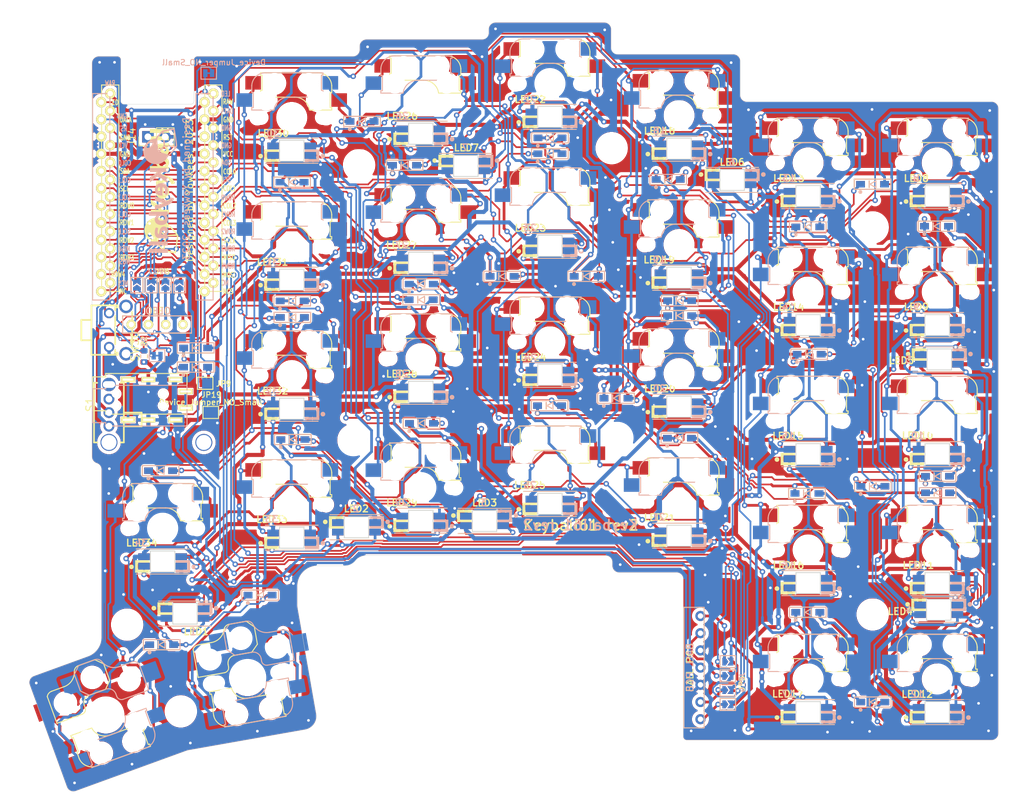
<source format=kicad_pcb>
(kicad_pcb (version 20240108) (generator "pcbnew") (generator_version "8.0")
  (layers (0 "F.Cu" signal) (31 "B.Cu" signal) (34 "B.Paste" user) (35 "F.Paste" user) (36 "B.SilkS" user "B.Silkscreen") (37 "F.SilkS" user "F.Silkscreen") (38 "B.Mask" user) (39 "F.Mask" user) (44 "Edge.Cuts" user))
  (net 0 "")
  (net 1 "Net-(D1-A)")
  (net 2 "ROW0")
  (net 3 "Net-(D2-A)")
  (net 4 "ROW1")
  (net 5 "ROW2")
  (net 6 "Net-(D3-A)")
  (net 7 "ROW3")
  (net 8 "Net-(D4-K)")
  (net 9 "Net-(D5-K)")
  (net 10 "Net-(D6-K)")
  (net 11 "Net-(D7-A)")
  (net 12 "Net-(D8-A)")
  (net 13 "Net-(D9-A)")
  (net 14 "Net-(D10-K)")
  (net 15 "Net-(D11-K)")
  (net 16 "Net-(D12-K)")
  (net 17 "Net-(D13-A)")
  (net 18 "Net-(D14-A)")
  (net 19 "Net-(D15-A)")
  (net 20 "Net-(D16-K)")
  (net 21 "GND")
  (net 22 "LED")
  (net 23 "VCC")
  (net 24 "SCL")
  (net 25 "SDA")
  (net 26 "DATA")
  (net 27 "MISO")
  (net 28 "MOSI")
  (net 29 "SCLK")
  (net 30 "NCS")
  (net 31 "Net-(D17-K)")
  (net 32 "Net-(D18-K)")
  (net 33 "Net-(D19-A)")
  (net 34 "Net-(D20-A)")
  (net 35 "Net-(D21-A)")
  (net 36 "Net-(D22-K)")
  (net 37 "Net-(D23-K)")
  (net 38 "Net-(D24-K)")
  (net 39 "Net-(D25-K)")
  (net 40 "Net-(D26-A)")
  (net 41 "Net-(D27-A)")
  (net 42 "Net-(D28-K)")
  (net 43 "Net-(D29-K)")
  (net 44 "COL0")
  (net 45 "COL1")
  (net 46 "COL2")
  (net 47 "Net-(D30-K)")
  (net 48 "Net-(D31-A)")
  (net 49 "Net-(D32-A)")
  (net 50 "Net-(D33-A)")
  (net 51 "Net-(D34-A)")
  (net 52 "Net-(J1-Pin_4)")
  (net 53 "Net-(J1-Pin_3)")
  (net 54 "Net-(J1-Pin_2)")
  (net 55 "Net-(J1-Pin_1)")
  (net 56 "Net-(J2-Pin_1)")
  (net 57 "Net-(J2-Pin_2)")
  (net 58 "Net-(J2-Pin_6)")
  (net 59 "Net-(J2-Pin_7)")
  (net 62 "Net-(P2-Pin_1)")
  (net 63 "Net-(P1-Pin_1)")
  (net 64 "Net-(J14-Pin_1)")
  (net 65 "Net-(LED1-VDD)")
  (net 66 "Net-(LED1-DIN)")
  (net 67 "Net-(LED1-DOUT)")
  (net 68 "Net-(LED2-DOUT)")
  (net 69 "Net-(LED3-DOUT)")
  (net 70 "Net-(LED4-DOUT)")
  (net 71 "Net-(LED5-DOUT)")
  (net 72 "Net-(LED6-DOUT)")
  (net 73 "ROW4")
  (net 74 "Net-(LED7-DOUT)")
  (net 75 "Net-(LED8-DOUT)")
  (net 76 "Net-(LED10-DIN)")
  (net 77 "Net-(LED10-DOUT)")
  (net 78 "Net-(LED11-DOUT)")
  (net 79 "Net-(LED12-DOUT)")
  (net 80 "Net-(LED13-DOUT)")
  (net 81 "Net-(LED14-DOUT)")
  (net 82 "Net-(LED15-DOUT)")
  (net 83 "Net-(LED16-DOUT)")
  (net 84 "Net-(LED17-DOUT)")
  (net 85 "Net-(LED18-DOUT)")
  (net 86 "Net-(LED19-DOUT)")
  (net 87 "Net-(LED20-DOUT)")
  (net 88 "Net-(LED21-DOUT)")
  (net 89 "Net-(LED22-DOUT)")
  (net 90 "Net-(LED23-DOUT)")
  (net 91 "Net-(LED24-DOUT)")
  (net 92 "RESET")
  (net 93 "Net-(LED25-DOUT)")
  (net 94 "Net-(LED26-DOUT)")
  (net 95 "Net-(LED27-DOUT)")
  (net 96 "Net-(LED28-DOUT)")
  (net 97 "COL3")
  (net 98 "Net-(LED29-DOUT)")
  (net 99 "Net-(LED30-DOUT)")
  (net 100 "Net-(LED31-DOUT)")
  (net 101 "Net-(LED32-DOUT)")
  (net 102 "Net-(LED33-DOUT)")
  (net 103 "unconnected-(LED34-DOUT-Pad2)")
  (net 104 "BATT")
  (net 106 "unconnected-(U1-B5-Pad12)")
  (footprint "keyball_right:OLED" (layer "F.Cu") (at 94.280001 81.879712)
    (property "Reference" "J1")
    (property "Value" "OLED" (hide yes))
  )
  (footprint "mylibrary:Mac8_L_7pin_contact_NEW2023" (layer "F.Cu") (at 178.471 132.545 -90)
    (property "Reference" "J2" (hide yes))
    (property "Value" "BALL_PCB")
  )
  (footprint "MountingHole:MountingHole_2.2mm_M2_Pad" (layer "F.Cu") (at 104.989 99.2947)
    (property "Reference" "J3" (hide yes))
    (property "Value" "Conn_01x01-Connector_Generic")
  )
  (footprint "MountingHole:MountingHole_2.2mm_M2_Pad" (layer "F.Cu") (at 90.9891 99.2947)
    (property "Reference" "J4" (hide yes))
    (property "Value" "Conn_01x01-Connector_Generic")
  )
  (footprint "MountingHole:MountingHole_4.3mm_M4" (layer "F.Cu") (at 165.167 55.8447)
    (property "Reference" "J5" (hide yes))
    (property "Value" "Conn_01x01-Connector_Generic")
  )
  (footprint "MountingHole:MountingHole_4.3mm_M4" (layer "F.Cu") (at 127.903 58.3447)
    (property "Reference" "J6" (hide yes))
    (property "Value" "Conn_01x01-Connector_Generic")
  )
  (footprint "MountingHole:MountingHole_4.3mm_M4" (layer "F.Cu") (at 127.067 98.9447)
    (property "Reference" "J7" (hide yes))
    (property "Value" "Conn_01x01-Connector_Generic")
  )
  (footprint "MountingHole:MountingHole_4.3mm_M4" (layer "F.Cu") (at 93.6751 126.205)
    (property "Reference" "J8" (hide yes))
    (property "Value" "Conn_01x01-Connector_Generic")
  )
  (footprint "MountingHole:MountingHole_4.3mm_M4" (layer "F.Cu") (at 203.685 67.5447)
    (property "Reference" "J9" (hide yes))
    (property "Value" "Conn_01x01-Connector_Generic")
  )
  (footprint "MountingHole:MountingHole_4.3mm_M4" (layer "F.Cu") (at 203.685 124.695)
    (property "Reference" "J10" (hide yes))
    (property "Value" "Conn_01x01-Connector_Generic")
  )
  (footprint "MountingHole:MountingHole_4.3mm_M4" (layer "F.Cu") (at 101.589 139.008)
    (property "Reference" "J11" (hide yes))
    (property "Value" "Conn_01x01-Connector_Generic")
  )
  (footprint "MountingHole:MountingHole_4.3mm_M4" (layer "F.Cu") (at 166.003 98.6447)
    (property "Reference" "J12" (hide yes))
    (property "Value" "Conn_01x01-Connector_Generic")
  )
  (footprint "Lily58-footprint:TRRS_JACK_MJ4PP9" (layer "F.Cu") (at 90.5041 92.12 90)
    (property "Reference" "J13" (hide yes))
    (property "Value" "TRS_JACK" (hide yes))
  )
  (footprint "keyball_right:Jumper_NEW" (layer "F.Cu") (at 182.31 131.669424)
    (property "Reference" "JP1" (hide yes))
    (property "Value" "Device_Jumper_NO_Small" (hide yes))
  )
  (footprint "keyball_right:Jumper_NEW" (layer "F.Cu") (at 95.11 76.0697 90)
    (property "Reference" "JP2" (hide yes))
    (property "Value" "Device_Jumper_NO_Small" (hide yes))
  )
  (footprint "keyball_right:Jumper_NEW" (layer "F.Cu") (at 182.31 133.769424)
    (property "Reference" "JP3" (hide yes))
    (property "Value" "Device_Jumper_NO_Small" (hide yes))
  )
  (footprint "keyball_right:Jumper_NEW" (layer "F.Cu") (at 97.21 76.0697 90)
    (property "Reference" "JP4" (hide yes))
    (property "Value" "Device_Jumper_NO_Small" (hide yes))
  )
  (footprint "keyball_right:Jumper_NEW" (layer "F.Cu") (at 182.31 135.869424)
    (property "Reference" "JP5")
    (property "Value" "Device_Jumper_NO_Small" (hide yes))
  )
  (footprint "keyball_right:Jumper_NEW" (layer "F.Cu") (at 99.31 76.0697 90)
    (property "Reference" "JP6")
    (property "Value" "Device_Jumper_NO_Small" (hide yes))
  )
  (footprint "keyball_right:Jumper_NEW" (layer "F.Cu") (at 182.31 137.969424)
    (property "Reference" "JP7" (hide yes))
    (property "Value" "Device_Jumper_NO_Small" (hide yes))
  )
  (footprint "keyball_right:Jumper_NEW" (layer "F.Cu") (at 101.4 76.0697 90)
    (property "Reference" "JP8" (hide yes))
    (property "Value" "Device_Jumper_NO_Small" (hide yes))
  )
  (footprint "keyball_right:Jumper_NEW" (layer "F.Cu") (at 105.180001 90.559712 180)
    (property "Reference" "JP9")
    (property "Value" "Device_Jumper_NO_Small" (hide yes))
  )
  (footprint "keyball_right:JP06" (layer "F.Cu") (at 106.01 94.8697 180)
    (property "Reference" "JP19")
    (property "Value" "Device_Jumper_NO_Small")
  )
  (footprint "keyball_right:YS-SK6812MINI-Keyball-BL" (layer "F.Cu") (at 102.21 124.57)
    (property "Reference" "LED1")
    (property "Value" "YS-SK6812MINI-E")
    (fp_line (start -1.8 -1.55) (end -1.8 1.55) (stroke (width 0.12)) (layer "Edge.Cuts"))
    (fp_line (start -1.8 1.55) (end 1.8 1.55) (stroke (width 0.12)) (layer "Edge.Cuts"))
    (fp_line (start 1.8 -1.55) (end -1.8 -1.55) (stroke (width 0.12)) (layer "Edge.Cuts"))
    (fp_line (start 1.8 1.55) (end 1.8 -1.55) (stroke (width 0.12)) (layer "Edge.Cuts"))
  )
  (footprint "keyball_right:YS-SK6812MINI-Keyball-BL" (layer "F.Cu") (at 127.509 111.829712)
    (property "Reference" "LED2")
    (property "Value" "YS-SK6812MINI-E")
    (fp_line (start -1.8 -1.55) (end -1.8 1.55) (stroke (width 0.12)) (layer "Edge.Cuts"))
    (fp_line (start -1.8 1.55) (end 1.8 1.55) (stroke (width 0.12)) (layer "Edge.Cuts"))
    (fp_line (start 1.8 -1.55) (end -1.8 -1.55) (stroke (width 0.12)) (layer "Edge.Cuts"))
    (fp_line (start 1.8 1.55) (end 1.8 -1.55) (stroke (width 0.12)) (layer "Edge.Cuts"))
  )
  (footprint "keyball_right:YS-SK6812MINI-Keyball-BL" (layer "F.Cu") (at 146.41 110.89)
    (property "Reference" "LED3")
    (property "Value" "YS-SK6812MINI-E")
    (fp_line (start -1.8 -1.55) (end -1.8 1.55) (stroke (width 0.12)) (layer "Edge.Cuts"))
    (fp_line (start -1.8 1.55) (end 1.8 1.55) (stroke (width 0.12)) (layer "Edge.Cuts"))
    (fp_line (start 1.8 -1.55) (end -1.8 -1.55) (stroke (width 0.12)) (layer "Edge.Cuts"))
    (fp_line (start 1.8 1.55) (end 1.8 -1.55) (stroke (width 0.12)) (layer "Edge.Cuts"))
  )
  (footprint "keyball_right:YS-SK6812MINI-Keyball-BL" (layer "F.Cu") (at 213.439 124.005)
    (property "Reference" "LED4")
    (property "Value" "YS-SK6812MINI-E")
    (fp_line (start -1.8 -1.55) (end -1.8 1.55) (stroke (width 0.12)) (layer "Edge.Cuts"))
    (fp_line (start -1.8 1.55) (end 1.8 1.55) (stroke (width 0.12)) (layer "Edge.Cuts"))
    (fp_line (start 1.8 -1.55) (end -1.8 -1.55) (stroke (width 0.12)) (layer "Edge.Cuts"))
    (fp_line (start 1.8 1.55) (end 1.8 -1.55) (stroke (width 0.12)) (layer "Edge.Cuts"))
  )
  (footprint "keyball_right:YS-SK6812MINI-Keyball-BL" (layer "F.Cu") (at 213.519 87.0447)
    (property "Reference" "LED5")
    (property "Value" "YS-SK6812MINI-E")
    (fp_line (start -1.8 -1.55) (end -1.8 1.55) (stroke (width 0.12)) (layer "Edge.Cuts"))
    (fp_line (start -1.8 1.55) (end 1.8 1.55) (stroke (width 0.12)) (layer "Edge.Cuts"))
    (fp_line (start 1.8 -1.55) (end -1.8 -1.55) (stroke (width 0.12)) (layer "Edge.Cuts"))
    (fp_line (start 1.8 1.55) (end 1.8 -1.55) (stroke (width 0.12)) (layer "Edge.Cuts"))
  )
  (footprint "keyball_right:YS-SK6812MINI-Keyball-BL" (layer "F.Cu") (at 182.949 60.5347)
    (property "Reference" "LED6")
    (property "Value" "YS-SK6812MINI-E")
    (fp_line (start -1.8 -1.55) (end -1.8 1.55) (stroke (width 0.12)) (layer "Edge.Cuts"))
    (fp_line (start -1.8 1.55) (end 1.8 1.55) (stroke (width 0.12)) (layer "Edge.Cuts"))
    (fp_line (start 1.8 -1.55) (end -1.8 -1.55) (stroke (width 0.12)) (layer "Edge.Cuts"))
    (fp_line (start 1.8 1.55) (end 1.8 -1.55) (stroke (width 0.12)) (layer "Edge.Cuts"))
  )
  (footprint "keyball_right:YS-SK6812MINI-Keyball-BL" (layer "F.Cu") (at 143.659 58.4747)
    (property "Reference" "LED7")
    (property "Value" "YS-SK6812MINI-E")
    (fp_line (start -1.8 -1.55) (end -1.8 1.55) (stroke (width 0.12)) (layer "Edge.Cuts"))
    (fp_line (start -1.8 1.55) (end 1.8 1.55) (stroke (width 0.12)) (layer "Edge.Cuts"))
    (fp_line (start 1.8 -1.55) (end -1.8 -1.55) (stroke (width 0.12)) (layer "Edge.Cuts"))
    (fp_line (start 1.8 1.55) (end 1.8 -1.55) (stroke (width 0.12)) (layer "Edge.Cuts"))
  )
  (footprint "keyball_right:YS-SK6812MINI-Keyball-TL" (layer "F.Cu") (at 213.21 62.9197)
    (property "Reference" "LED8")
    (property "Value" "YS-SK6812MINI-E")
    (fp_line (start -1.8 -1.55) (end -1.8 1.55) (stroke (width 0.12)) (layer "Edge.Cuts"))
    (fp_line (start -1.8 1.55) (end 1.8 1.55) (stroke (width 0.12)) (layer "Edge.Cuts"))
    (fp_line (start 1.8 -1.55) (end -1.8 -1.55) (stroke (width 0.12)) (layer "Edge.Cuts"))
    (fp_line (start 1.8 1.55) (end 1.8 -1.55) (stroke (width 0.12)) (layer "Edge.Cuts"))
  )
  (footprint "keyball_right:YS-SK6812MINI-Keyball-TL" (layer "F.Cu") (at 213.21 81.9697)
    (property "Reference" "LED9")
    (property "Value" "YS-SK6812MINI-E")
    (fp_line (start -1.8 -1.55) (end -1.8 1.55) (stroke (width 0.12)) (layer "Edge.Cuts"))
    (fp_line (start -1.8 1.55) (end 1.8 1.55) (stroke (width 0.12)) (layer "Edge.Cuts"))
    (fp_line (start 1.8 -1.55) (end -1.8 -1.55) (stroke (width 0.12)) (layer "Edge.Cuts"))
    (fp_line (start 1.8 1.55) (end 1.8 -1.55) (stroke (width 0.12)) (layer "Edge.Cuts"))
  )
  (footprint "keyball_right:YS-SK6812MINI-Keyball-TL" (layer "F.Cu") (at 213.21 101.02)
    (property "Reference" "LED10")
    (property "Value" "YS-SK6812MINI-E")
    (fp_line (start -1.8 -1.55) (end -1.8 1.55) (stroke (width 0.12)) (layer "Edge.Cuts"))
    (fp_line (start -1.8 1.55) (end 1.8 1.55) (stroke (width 0.12)) (layer "Edge.Cuts"))
    (fp_line (start 1.8 -1.55) (end -1.8 -1.55) (stroke (width 0.12)) (layer "Edge.Cuts"))
    (fp_line (start 1.8 1.55) (end 1.8 -1.55) (stroke (width 0.12)) (layer "Edge.Cuts"))
  )
  (footprint "keyball_right:YS-SK6812MINI-Keyball-TL" (layer "F.Cu") (at 213.21 120.07)
    (property "Reference" "LED11")
    (property "Value" "YS-SK6812MINI-E")
    (fp_line (start -1.8 -1.55) (end -1.8 1.55) (stroke (width 0.12)) (layer "Edge.Cuts"))
    (fp_line (start -1.8 1.55) (end 1.8 1.55) (stroke (width 0.12)) (layer "Edge.Cuts"))
    (fp_line (start 1.8 -1.55) (end -1.8 -1.55) (stroke (width 0.12)) (layer "Edge.Cuts"))
    (fp_line (start 1.8 1.55) (end 1.8 -1.55) (stroke (width 0.12)) (layer "Edge.Cuts"))
  )
  (footprint "keyball_right:YS-SK6812MINI-Keyball-TL" (layer "F.Cu") (at 213.21 139.12)
    (property "Reference" "LED12")
    (property "Value" "YS-SK6812MINI-E")
    (fp_line (start -1.8 -1.55) (end -1.8 1.55) (stroke (width 0.12)) (layer "Edge.Cuts"))
    (fp_line (start -1.8 1.55) (end 1.8 1.55) (stroke (width 0.12)) (layer "Edge.Cuts"))
    (fp_line (start 1.8 -1.55) (end -1.8 -1.55) (stroke (width 0.12)) (layer "Edge.Cuts"))
    (fp_line (start 1.8 1.55) (end 1.8 -1.55) (stroke (width 0.12)) (layer "Edge.Cuts"))
  )
  (footprint "keyball_right:YS-SK6812MINI-Keyball-TL" (layer "F.Cu") (at 194.16 62.9197)
    (property "Reference" "LED13")
    (property "Value" "YS-SK6812MINI-E")
    (fp_line (start -1.8 -1.55) (end -1.8 1.55) (stroke (width 0.12)) (layer "Edge.Cuts"))
    (fp_line (start -1.8 1.55) (end 1.8 1.55) (stroke (width 0.12)) (layer "Edge.Cuts"))
    (fp_line (start 1.8 -1.55) (end -1.8 -1.55) (stroke (width 0.12)) (layer "Edge.Cuts"))
    (fp_line (start 1.8 1.55) (end 1.8 -1.55) (stroke (width 0.12)) (layer "Edge.Cuts"))
  )
  (footprint "keyball_right:YS-SK6812MINI-Keyball-TL" (layer "F.Cu") (at 194.16 81.9697)
    (property "Reference" "LED14")
    (property "Value" "YS-SK6812MINI-E")
    (fp_line (start -1.8 -1.55) (end -1.8 1.55) (stroke (width 0.12)) (layer "Edge.Cuts"))
    (fp_line (start -1.8 1.55) (end 1.8 1.55) (stroke (width 0.12)) (layer "Edge.Cuts"))
    (fp_line (start 1.8 -1.55) (end -1.8 -1.55) (stroke (width 0.12)) (layer "Edge.Cuts"))
    (fp_line (start 1.8 1.55) (end 1.8 -1.55) (stroke (width 0.12)) (layer "Edge.Cuts"))
  )
  (footprint "keyball_right:YS-SK6812MINI-Keyball-TL" (layer "F.Cu") (at 194.16 101.02)
    (property "Reference" "LED15")
    (property "Value" "YS-SK6812MINI-E")
    (fp_line (start -1.8 -1.55) (end -1.8 1.55) (stroke (width 0.12)) (layer "Edge.Cuts"))
    (fp_line (start -1.8 1.55) (end 1.8 1.55) (stroke (width 0.12)) (layer "Edge.Cuts"))
    (fp_line (start 1.8 -1.55) (end -1.8 -1.55) (stroke (width 0.12)) (layer "Edge.Cuts"))
    (fp_line (start 1.8 1.55) (end 1.8 -1.55) (stroke (width 0.12)) (layer "Edge.Cuts"))
  )
  (footprint "keyball_right:YS-SK6812MINI-Keyball-TL" (layer "F.Cu") (at 194.16 120.07)
    (property "Reference" "LED16")
    (property "Value" "YS-SK6812MINI-E")
    (fp_line (start -1.8 -1.55) (end -1.8 1.55) (stroke (width 0.12)) (layer "Edge.Cuts"))
    (fp_line (start -1.8 1.55) (end 1.8 1.55) (stroke (width 0.12)) (layer "Edge.Cuts"))
    (fp_line (start 1.8 -1.55) (end -1.8 -1.55) (stroke (width 0.12)) (layer "Edge.Cuts"))
    (fp_line (start 1.8 1.55) (end 1.8 -1.55) (stroke (width 0.12)) (layer "Edge.Cuts"))
  )
  (footprint "keyball_right:YS-SK6812MINI-Keyball-TL" (layer "F.Cu") (at 194.16 139.12)
    (property "Reference" "LED17")
    (property "Value" "YS-SK6812MINI-E")
    (fp_line (start -1.8 -1.55) (end -1.8 1.55) (stroke (width 0.12)) (layer "Edge.Cuts"))
    (fp_line (start -1.8 1.55) (end 1.8 1.55) (stroke (width 0.12)) (layer "Edge.Cuts"))
    (fp_line (start 1.8 -1.55) (end -1.8 -1.55) (stroke (width 0.12)) (layer "Edge.Cuts"))
    (fp_line (start 1.8 1.55) (end 1.8 -1.55) (stroke (width 0.12)) (layer "Edge.Cuts"))
  )
  (footprint "keyball_right:YS-SK6812MINI-Keyball-TL" (layer "F.Cu") (at 175.11 55.9197)
    (property "Reference" "LED18")
    (property "Value" "YS-SK6812MINI-E")
    (fp_line (start -1.8 -1.55) (end -1.8 1.55) (stroke (width 0.12)) (layer "Edge.Cuts"))
    (fp_line (start -1.8 1.55) (end 1.8 1.55) (stroke (width 0.12)) (layer "Edge.Cuts"))
    (fp_line (start 1.8 -1.55) (end -1.8 -1.55) (stroke (width 0.12)) (layer "Edge.Cuts"))
    (fp_line (start 1.8 1.55) (end 1.8 -1.55) (stroke (width 0.12)) (layer "Edge.Cuts"))
  )
  (footprint "keyball_right:YS-SK6812MINI-Keyball-TL" (layer "F.Cu") (at 175.11 74.9697)
    (property "Reference" "LED19")
    (property "Value" "YS-SK6812MINI-E")
    (fp_line (start -1.8 -1.55) (end -1.8 1.55) (stroke (width 0.12)) (layer "Edge.Cuts"))
    (fp_line (start -1.8 1.55) (end 1.8 1.55) (stroke (width 0.12)) (layer "Edge.Cuts"))
    (fp_line (start 1.8 -1.55) (end -1.8 -1.55) (stroke (width 0.12)) (layer "Edge.Cuts"))
    (fp_line (start 1.8 1.55) (end 1.8 -1.55) (stroke (width 0.12)) (layer "Edge.Cuts"))
  )
  (footprint "keyball_right:YS-SK6812MINI-Keyball-TL" (layer "F.Cu") (at 175.11 94.0197)
    (property "Reference" "LED20")
    (property "Value" "YS-SK6812MINI-E")
    (fp_line (start -1.8 -1.55) (end -1.8 1.55) (stroke (width 0.12)) (layer "Edge.Cuts"))
    (fp_line (start -1.8 1.55) (end 1.8 1.55) (stroke (width 0.12)) (layer "Edge.Cuts"))
    (fp_line (start 1.8 -1.55) (end -1.8 -1.55) (stroke (width 0.12)) (layer "Edge.Cuts"))
    (fp_line (start 1.8 1.55) (end 1.8 -1.55) (stroke (width 0.12)) (layer "Edge.Cuts"))
  )
  (footprint "keyball_right:YS-SK6812MINI-Keyball-TL" (layer "F.Cu") (at 175.11 113.07)
    (property "Reference" "LED21")
    (property "Value" "YS-SK6812MINI-E")
    (fp_line (start -1.8 -1.55) (end -1.8 1.55) (stroke (width 0.12)) (layer "Edge.Cuts"))
    (fp_line (start -1.8 1.55) (end 1.8 1.55) (stroke (width 0.12)) (layer "Edge.Cuts"))
    (fp_line (start 1.8 -1.55) (end -1.8 -1.55) (stroke (width 0.12)) (layer "Edge.Cuts"))
    (fp_line (start 1.8 1.55) (end 1.8 -1.55) (stroke (width 0.12)) (layer "Edge.Cuts"))
  )
  (footprint "keyball_right:YS-SK6812MINI-Keyball-TL" (layer "F.Cu") (at 156.06 51.2197)
    (property "Reference" "LED22")
    (property "Value" "YS-SK6812MINI-E")
    (fp_line (start -1.8 -1.55) (end -1.8 1.55) (stroke (width 0.12)) (layer "Edge.Cuts"))
    (fp_line (start -1.8 1.55) (end 1.8 1.55) (stroke (width 0.12)) (layer "Edge.Cuts"))
    (fp_line (start 1.8 -1.55) (end -1.8 -1.55) (stroke (width 0.12)) (layer "Edge.Cuts"))
    (fp_line (start 1.8 1.55) (end 1.8 -1.55) (stroke (width 0.12)) (layer "Edge.Cuts"))
  )
  (footprint "keyball_right:YS-SK6812MINI-Keyball-TL" (layer "F.Cu") (at 156.06 70.2697)
    (property "Reference" "LED23")
    (property "Value" "YS-SK6812MINI-E")
    (fp_line (start -1.8 -1.55) (end -1.8 1.55) (stroke (width 0.12)) (layer "Edge.Cuts"))
    (fp_line (start -1.8 1.55) (end 1.8 1.55) (stroke (width 0.12)) (layer "Edge.Cuts"))
    (fp_line (start 1.8 -1.55) (end -1.8 -1.55) (stroke (width 0.12)) (layer "Edge.Cuts"))
    (fp_line (start 1.8 1.55) (end 1.8 -1.55) (stroke (width 0.12)) (layer "Edge.Cuts"))
  )
  (footprint "keyball_right:YS-SK6812MINI-Keyball-TL" (layer "F.Cu") (at 156.06 89.3197)
    (property "Reference" "LED24")
    (property "Value" "YS-SK6812MINI-E")
    (fp_line (start -1.8 -1.55) (end -1.8 1.55) (stroke (width 0.12)) (layer "Edge.Cuts"))
    (fp_line (start -1.8 1.55) (end 1.8 1.55) (stroke (width 0.12)) (layer "Edge.Cuts"))
    (fp_line (start 1.8 -1.55) (end -1.8 -1.55) (stroke (width 0.12)) (layer "Edge.Cuts"))
    (fp_line (start 1.8 1.55) (end 1.8 -1.55) (stroke (width 0.12)) (layer "Edge.Cuts"))
  )
  (footprint "keyball_right:YS-SK6812MINI-Keyball-TL" (layer "F.Cu") (at 156.06 108.37)
    (property "Reference" "LED25")
    (property "Value" "YS-SK6812MINI-E")
    (fp_line (start -1.8 -1.55) (end -1.8 1.55) (stroke (width 0.12)) (layer "Edge.Cuts"))
    (fp_line (start -1.8 1.55) (end 1.8 1.55) (stroke (width 0.12)) (layer "Edge.Cuts"))
    (fp_line (start 1.8 -1.55) (end -1.8 -1.55) (stroke (width 0.12)) (layer "Edge.Cuts"))
    (fp_line (start 1.8 1.55) (end 1.8 -1.55) (stroke (width 0.12)) (layer "Edge.Cuts"))
  )
  (footprint "keyball_right:YS-SK6812MINI-Keyball-TL" (layer "F.Cu") (at 137.01 53.7197)
    (property "Reference" "LED26")
    (property "Value" "YS-SK6812MINI-E")
    (fp_line (start -1.8 -1.55) (end -1.8 1.55) (stroke (width 0.12)) (layer "Edge.Cuts"))
    (fp_line (start -1.8 1.55) (end 1.8 1.55) (stroke (width 0.12)) (layer "Edge.Cuts"))
    (fp_line (start 1.8 -1.55) (end -1.8 -1.55) (stroke (width 0.12)) (layer "Edge.Cuts"))
    (fp_line (start 1.8 1.55) (end 1.8 -1.55) (stroke (width 0.12)) (layer "Edge.Cuts"))
  )
  (footprint "keyball_right:YS-SK6812MINI-Keyball-TL" (layer "F.Cu") (at 137.01 72.7697)
    (property "Reference" "LED27")
    (property "Value" "YS-SK6812MINI-E")
    (fp_line (start -1.8 -1.55) (end -1.8 1.55) (stroke (width 0.12)) (layer "Edge.Cuts"))
    (fp_line (start -1.8 1.55) (end 1.8 1.55) (stroke (width 0.12)) (layer "Edge.Cuts"))
    (fp_line (start 1.8 -1.55) (end -1.8 -1.55) (stroke (width 0.12)) (layer "Edge.Cuts"))
    (fp_line (start 1.8 1.55) (end 1.8 -1.55) (stroke (width 0.12)) (layer "Edge.Cuts"))
  )
  (footprint "keyball_right:YS-SK6812MINI-Keyball-TL" (layer "F.Cu") (at 137.01 91.8197)
    (property "Reference" "LED28")
    (property "Value" "YS-SK6812MINI-E")
    (fp_line (start -1.8 -1.55) (end -1.8 1.55) (stroke (width 0.12)) (layer "Edge.Cuts"))
    (fp_line (start -1.8 1.55) (end 1.8 1.55) (stroke (width 0.12)) (layer "Edge.Cuts"))
    (fp_line (start 1.8 -1.55) (end -1.8 -1.55) (stroke (width 0.12)) (layer "Edge.Cuts"))
    (fp_line (start 1.8 1.55) (end 1.8 -1.55) (stroke (width 0.12)) (layer "Edge.Cuts"))
  )
  (footprint "keyball_right:YS-SK6812MINI-Keyball-TL" (layer "F.Cu") (at 137.01 110.87)
    (property "Reference" "LED29")
    (property "Value" "YS-SK6812MINI-E")
    (fp_line (start -1.8 -1.55) (end -1.8 1.55) (stroke (width 0.12)) (layer "Edge.Cuts"))
    (fp_line (start -1.8 1.55) (end 1.8 1.55) (stroke (width 0.12)) (layer "Edge.Cuts"))
    (fp_line (start 1.8 -1.55) (end -1.8 -1.55) (stroke (width 0.12)) (layer "Edge.Cuts"))
    (fp_line (start 1.8 1.55) (end 1.8 -1.55) (stroke (width 0.12)) (layer "Edge.Cuts"))
  )
  (footprint "keyball_right:YS-SK6812MINI-Keyball-TL" (layer "F.Cu") (at 117.96 56.2197)
    (property "Reference" "LED30")
    (property "Value" "YS-SK6812MINI-E")
    (fp_line (start -1.8 -1.55) (end -1.8 1.55) (stroke (width 0.12)) (layer "Edge.Cuts"))
    (fp_line (start -1.8 1.55) (end 1.8 1.55) (stroke (width 0.12)) (layer "Edge.Cuts"))
    (fp_line (start 1.8 -1.55) (end -1.8 -1.55) (stroke (width 0.12)) (layer "Edge.Cuts"))
    (fp_line (start 1.8 1.55) (end 1.8 -1.55) (stroke (width 0.12)) (layer "Edge.Cuts"))
  )
  (footprint "keyball_right:YS-SK6812MINI-Keyball-TL" (layer "F.Cu") (at 117.96 75.2697)
    (property "Reference" "LED31")
    (property "Value" "YS-SK6812MINI-E")
    (fp_line (start -1.8 -1.55) (end -1.8 1.55) (stroke (width 0.12)) (layer "Edge.Cuts"))
    (fp_line (start -1.8 1.55) (end 1.8 1.55) (stroke (width 0.12)) (layer "Edge.Cuts"))
    (fp_line (start 1.8 -1.55) (end -1.8 -1.55) (stroke (width 0.12)) (layer "Edge.Cuts"))
    (fp_line (start 1.8 1.55) (end 1.8 -1.55) (stroke (width 0.12)) (layer "Edge.Cuts"))
  )
  (footprint "keyball_right:YS-SK6812MINI-Keyball-TL" (layer "F.Cu") (at 117.96 94.3197)
    (property "Reference" "LED32")
    (property "Value" "YS-SK6812MINI-E")
    (fp_line (start -1.8 -1.55) (end -1.8 1.55) (stroke (width 0.12)) (layer "Edge.Cuts"))
    (fp_line (start -1.8 1.55) (end 1.8 1.55) (stroke (width 0.12)) (layer "Edge.Cuts"))
    (fp_line (start 1.8 -1.55) (end -1.8 -1.55) (stroke (width 0.12)) (layer "Edge.Cuts"))
    (fp_line (start 1.8 1.55) (end 1.8 -1.55) (stroke (width 0.12)) (layer "Edge.Cuts"))
  )
  (footprint "keyball_right:YS-SK6812MINI-Keyball-TL" (layer "F.Cu") (at 117.96 113.37)
    (property "Reference" "LED33")
    (property "Value" "YS-SK6812MINI-E")
    (fp_line (start -1.8 -1.55) (end -1.8 1.55) (stroke (width 0.12)) (layer "Edge.Cuts"))
    (fp_line (start -1.8 1.55) (end 1.8 1.55) (stroke (width 0.12)) (layer "Edge.Cuts"))
    (fp_line (start 1.8 -1.55) (end -1.8 -1.55) (stroke (width 0.12)) (layer "Edge.Cuts"))
    (fp_line (start 1.8 1.55) (end 1.8 -1.55) (stroke (width 0.12)) (layer "Edge.Cuts"))
  )
  (footprint "keyball_right:YS-SK6812MINI-Keyball-TL" (layer "F.Cu") (at 98.91 116.87)
    (property "Reference" "LED34")
    (property "Value" "YS-SK6812MINI-E")
    (fp_line (start -1.8 -1.55) (end -1.8 1.55) (stroke (width 0.12)) (layer "Edge.Cuts"))
    (fp_line (start -1.8 1.55) (end 1.8 1.55) (stroke (width 0.12)) (layer "Edge.Cuts"))
    (fp_line (start 1.8 -1.55) (end -1.8 -1.55) (stroke (width 0.12)) (layer "Edge.Cuts"))
    (fp_line (start 1.8 1.55) (end 1.8 -1.55) (stroke (width 0.12)) (layer "Edge.Cuts"))
  )
  (footprint "Resistor_SMD:R_0603_1608Metric" (layer "F.Cu") (at 96.110001 86.594712 90)
    (property "Reference" "R2")
    (property "Value" "PULL_UP")
  )
  (footprint "keyball_right:CherryMX_MidHeight_Hotswap" (layer "F.Cu") (at 213.21 58.0197)
    (property "Reference" "SW1" (hide yes))
    (property "Value" "SW_PUSH-kbd" (hide yes))
  )
  (footprint "keyball_right:CherryMX_MidHeight_Hotswap" (layer "F.Cu") (at 194.16 58.0197)
    (property "Reference" "SW2" (hide yes))
    (property "Value" "SW_PUSH-kbd" (hide yes))
  )
  (footprint "keyball_right:CherryMX_MidHeight_Hotswap" (layer "F.Cu") (at 175.11 51.0197)
    (property "Reference" "SW3" (hide yes))
    (property "Value" "SW_PUSH-kbd" (hide yes))
  )
  (footprint "keyball_right:CherryMX_MidHeight_Hotswap" (layer "F.Cu") (at 156.06 46.3197)
    (property "Reference" "SW4" (hide yes))
    (property "Value" "SW_PUSH-kbd" (hide yes))
  )
  (footprint "keyball_right:CherryMX_MidHeight_Hotswap" (layer "F.Cu") (at 137.01 48.8197)
    (property "Reference" "SW5" (hide yes))
    (property "Value" "SW_PUSH-kbd" (hide yes))
  )
  (footprint "keyball_right:CherryMX_MidHeight_Hotswap" (layer "F.Cu") (at 117.96 51.3197)
    (property "Reference" "SW6" (hide yes))
    (property "Value" "SW_PUSH-kbd" (hide yes))
  )
  (footprint "keyball_right:CherryMX_MidHeight_Hotswap" (layer "F.Cu") (at 213.21 77.0697)
    (property "Reference" "SW7" (hide yes))
    (property "Value" "SW_PUSH-kbd" (hide yes))
  )
  (footprint "keyball_right:CherryMX_MidHeight_Hotswap" (layer "F.Cu") (at 194.16 77.0697)
    (property "Reference" "SW8" (hide yes))
    (property "Value" "SW_PUSH-kbd" (hide yes))
  )
  (footprint "keyball_right:CherryMX_MidHeight_Hotswap" (layer "F.Cu") (at 175.11 70.0697)
    (property "Reference" "SW9" (hide yes))
    (property "Value" "SW_PUSH-kbd" (hide yes))
  )
  (footprint "keyball_right:CherryMX_MidHeight_Hotswap" (layer "F.Cu") (at 156.06 65.3697)
    (property "Reference" "SW10" (hide yes))
    (property "Value" "SW_PUSH-kbd" (hide yes))
  )
  (footprint "keyball_right:CherryMX_MidHeight_Hotswap" (layer "F.Cu") (at 137.01 67.8697)
    (property "Reference" "SW11" (hide yes))
    (property "Value" "SW_PUSH-kbd" (hide yes))
  )
  (footprint "keyball_right:CherryMX_MidHeight_Hotswap" (layer "F.Cu") (at 117.96 70.3697)
    (property "Reference" "SW12" (hide yes))
    (property "Value" "SW_PUSH-kbd" (hide yes))
  )
  (footprint "keyball_right:CherryMX_MidHeight_Hotswap" (layer "F.Cu") (at 213.21 96.1197)
    (property "Reference" "SW13" (hide yes))
    (property "Value" "SW_PUSH-kbd" (hide yes))
  )
  (footprint "keyball_right:CherryMX_MidHeight_Hotswap" (layer "F.Cu") (at 194.16 96.1197)
    (property "Reference" "SW14" (hide yes))
    (property "Value" "SW_PUSH-kbd" (hide yes))
  )
  (footprint "keyball_right:CherryMX_MidHeight_Hotswap" (layer "F.Cu") (at 175.11 89.1197)
    (property "Reference" "SW15" (hide yes))
    (property "Value" "SW_PUSH-kbd" (hide yes))
  )
  (footprint "keyball_right:CherryMX_MidHeight_Hotswap" (layer "F.Cu") (at 156.06 84.4197)
    (property "Reference" "SW16" (hide yes))
    (property "Value" "SW_PUSH-kbd" (hide yes))
  )
  (footprint "keyball_right:CherryMX_MidHeight_Hotswap" (layer "F.Cu") (at 137.01 86.9197)
    (property "Reference" "SW17" (hide yes))
    (property "Value" "SW_PUSH-kbd" (hide yes))
  )
  (footprint "keyball_right:CherryMX_MidHeight_Hotswap" (layer "F.Cu") (at 117.96 89.4197)
    (property "Reference" "SW18" (hide yes))
    (property "Value" "SW_PUSH-kbd" (hide yes))
  )
  (footprint "keyball_right:CherryMX_MidHeight_Hotswap" (layer "F.Cu") (at 213.21 115.17)
    (property "Reference" "SW19" (hide yes))
    (property "Value" "SW_PUSH-kbd" (hide yes))
  )
  (footprint "keyball_right:CherryMX_MidHeight_Hotswap" (layer "F.Cu") (at 194.16 115.17)
    (property "Reference" "SW20" (hide yes))
    (property "Value" "SW_PUSH-kbd" (hide yes))
  )
  (footprint "keyball_right:CherryMX_MidHeight_Hotswap" (layer "F.Cu") (at 175.11 108.17)
    (property "Reference" "SW21" (hide yes))
    (property "Value" "SW_PUSH-kbd" (hide yes))
  )
  (footprint "keyball_right:CherryMX_MidHeight_Hotswap" (layer "F.Cu") (at 156.06 103.47)
    (property "Reference" "SW22" (hide yes))
    (property "Value" "SW_PUSH-kbd" (hide yes))
  )
  (footprint "keyball_right:CherryMX_MidHeight_Hotswap" (layer "F.Cu") (at 137.01 105.97)
    (property "Reference" "SW23" (hide yes))
    (property "Value" "SW_PUSH-kbd" (hide yes))
  )
  (footprint "keyball_right:CherryMX_MidHeight_Hotswap" (layer "F.Cu") (at 117.96 108.47)
    (property "Reference" "SW24" (hide yes))
    (property "Value" "SW_PUSH-kbd" (hide yes))
  )
  (footprint "keyball_right:CherryMX_MidHeight_Hotswap" (layer "F.Cu") (at 98.91 111.97)
    (property "Reference" "SW25" (hide yes))
    (property "Value" "SW_PUSH-kbd" (hide yes))
  )
  (footprint "keyball_right:CherryMX_MidHeight_Hotswap" (layer "F.Cu") (at 213.21 134.22)
    (property "Reference" "SW26" (hide yes))
    (property "Value" "SW_PUSH-kbd" (hide yes))
  )
  (footprint "keyball_right:MX&Choc_V1_V2_Hotswap_BOTH" (layer "F.Cu") (at 111.452 134.017 -170)
    (property "Reference" "SW28" (hide yes))
    (property "Value" "SW_PUSH-kbd" (hide yes))
  )
  (footprint "keyball_right:ProMicro_v2_for61" (layer "F.Cu") (at 98.7377 62.268)
    (property "Reference" "U1" (hide yes))
    (property "Value" "ProMicro-kbd" (hide yes))
  )
  (footprint "keyball_right:CherryMX_MidHeight_Hotswap" (layer "F.Cu") (at 194.16 134.22)
    (property "Reference" "SW27" (hide yes))
    (property "Value" "SW_PUSH-kbd" (hide yes))
  )
  (footprint "keyball_right:MX&Choc_V1_V2_Hotswap_BOTH" (layer "F.Cu") (at 90.5325 139.534 -160)
    (property "Reference" "SW29" (hide yes))
    (property "Value" "SW_PUSH-kbd" (hide yes))
  )
  (footprint "switch:KEY-TH_TC-3601-5-100G" (layer "F.Cu") (at 92.260001 82.709712 -90)
    (property "Reference" "SW30")
    (property "Value" "RESET_SW" (hide yes))
  )
  (footprint "keyball_right:D3_SMD_v2_BOTH" (layer "F.Cu") (at 203.67 61.1697)
    (property "Reference" "D1" (hide yes))
    (property "Value" "D" (hide yes))
  )
  (footprint "keyball_right:D3_SMD_v2_BOTH" (layer "F.Cu") (at 194.11 67.4697)
    (property "Reference" "D2" (hide yes))
    (property "Value" "D" (hide yes))
  )
  (footprint "keyball_right:D3_SMD_v2_BOTH" (layer "F.Cu") (at 173.51 60.4697)
    (property "Reference" "D3" (hide yes))
    (property "Value" "D" (hide yes))
  )
  (footprint "keyball_right:D3_SMD_v2_BOTH" (layer "F.Cu") (at 156.070001 54.329712)
    (property "Reference" "D4" (hide yes))
    (property "Value" "D" (hide yes))
  )
  (footprint "keyball_right:D3_SMD_v2_BOTH" (layer "F.Cu") (at 134.61 58.3697)
    (property "Reference" "D5" (hide yes))
    (property "Value" "D" (hide yes))
  )
  (footprint "keyball_right:D3_SMD_v2_BOTH" (layer "F.Cu") (at 128.33 51.8997)
    (property "Reference" "D6" (hide yes))
    (property "Value" "D" (hide yes))
  )
  (footprint "keyball_right:D3_SMD_v2_BOTH" (layer "F.Cu") (at 213.11 67.3697)
    (property "Reference" "D7" (hide yes))
    (property "Value" "D" (hide yes))
  )
  (footprint "keyball_right:D3_SMD_v2_BOTH" (layer "F.Cu") (at 194.31 86.2697)
    (property "Reference" "D8" (hide yes))
    (property "Value" "D" (hide yes))
  )
  (footprint "keyball_right:D3_SMD_v2_BOTH" (layer "F.Cu") (at 175.21 78.3697)
    (property "Reference" "D9" (hide yes))
    (property "Value" "D" (hide yes))
  )
  (footprint "keyball_right:D3_SMD_v2_BOTH" (layer "F.Cu") (at 161.41 74.7697)
    (property "Reference" "D10" (hide yes))
    (property "Value" "D" (hide yes))
  )
  (footprint "keyball_right:D3_SMD_v2_BOTH" (layer "F.Cu") (at 149.01 74.7697)
    (property "Reference" "D11" (hide yes))
    (property "Value" "D" (hide yes))
  )
  (footprint "keyball_right:D3_SMD_v2_BOTH" (layer "F.Cu") (at 118.01 60.8697)
    (property "Reference" "D12" (hide yes))
    (property "Value" "D" (hide yes))
  )
  (footprint "keyball_right:D3_SMD_v2_BOTH" (layer "F.Cu") (at 213.25 104.29)
    (property "Reference" "D13" (hide yes))
    (property "Value" "D" (hide yes))
  )
  (footprint "keyball_right:D3_SMD_v2_BOTH" (layer "F.Cu") (at 203.71 105.77)
    (property "Reference" "D14" (hide yes))
    (property "Value" "D" (hide yes))
  )
  (footprint "keyball_right:D3_SMD_v2_BOTH" (layer "F.Cu") (at 175.21 80.5697)
    (property "Reference" "D15" (hide yes))
    (property "Value" "D" (hide yes))
  )
  (footprint "keyball_right:D3_SMD_v2_BOTH" (layer "F.Cu") (at 165.81 92.7697)
    (property "Reference" "D16" (hide yes))
    (property "Value" "D" (hide yes))
  )
  (footprint "keyball_right:D3_SMD_v2_BOTH" (layer "F.Cu") (at 137.080001 75.909712)
    (property "Reference" "D17" (hide yes))
    (property "Value" "D" (hide yes))
  )
  (footprint "keyball_right:D3_SMD_v2_BOTH" (layer "F.Cu") (at 118.030001 78.399712)
    (property "Reference" "D18" (hide yes))
    (property "Value" "D" (hide yes))
  )
  (footprint "keyball_right:D3_SMD_v2_BOTH" (layer "F.Cu") (at 213.26 106.73)
    (property "Reference" "D19" (hide yes))
    (property "Value" "D" (hide yes))
  )
  (footprint "keyball_right:D3_SMD_v2_BOTH" (layer "F.Cu") (at 193.99 106.83)
    (property "Reference" "D20" (hide yes))
    (property "Value" "D" (hide yes))
  )
  (footprint "keyball_right:D3_SMD_v2_BOTH" (layer "F.Cu") (at 175.16 98.6697)
    (property "Reference" "D21" (hide yes))
    (property "Value" "D" (hide yes))
  )
  (footprint "keyball_right:D3_SMD_v2_BOTH" (layer "F.Cu") (at 156.01 93.8697)
    (property "Reference" "D22" (hide yes))
    (property "Value" "D" (hide yes))
  )
  (footprint "keyball_right:D3_SMD_v2_BOTH" (layer "F.Cu") (at 137.11 96.4697)
    (property "Reference" "D23" (hide yes))
    (property "Value" "D" (hide yes))
  )
  (footprint "keyball_right:D3_SMD_v2_BOTH" (layer "F.Cu") (at 118.12 98.8697)
    (property "Reference" "D24" (hide yes))
    (property "Value" "D" (hide yes))
  )
  (footprint "keyball_right:D3_SMD_v2_BOTH" (layer "F.Cu") (at 98.61 103.47)
    (property "Reference" "D25" (hide yes))
    (property "Value" "D" (hide yes))
  )
  (footprint "keyball_right:D3_SMD_v2_BOTH" (layer "F.Cu") (at 203.7 137.63)
    (property "Reference" "D26" (hide yes))
    (property "Value" "D" (hide yes))
  )
  (footprint "keyball_right:D3_SMD_v2_BOTH" (layer "F.Cu") (at 194.11 124.37)
    (property "Reference" "D27" (hide yes))
    (property "Value" "D" (hide yes))
  )
  (footprint "keyball_right:D3_SMD_v2_BOTH" (layer "F.Cu") (at 113.290001 121.839712)
    (property "Reference" "D28" (hide yes))
    (property "Value" "D" (hide yes))
  )
  (footprint "keyball_right:D3_SMD_v2_BOTH" (layer "F.Cu") (at 98.770001 129.159712)
    (property "Reference" "D29" (hide yes))
    (property "Value" "D" (hide yes))
  )
  (footprint "keyball_right:D3_SMD_v2_BOTH" (layer "F.Cu") (at 103.790001 85.339712)
    (property "Reference" "D30" (hide yes))
    (property "Value" "D" (hide yes))
  )
  (footprint "keyball_right:D3_SMD_v2_BOTH" (layer "F.Cu") (at 156.050001 56.669712)
    (property "Reference" "D31" (hide yes))
    (property "Value" "D" (hide yes))
  )
  (footprint "keyball_right:D3_SMD_v2_BOTH" (layer "F.Cu") (at 137.060001 78.229712)
    (property "Reference" "D32" (hide yes))
    (property "Value" "D" (hide yes))
  )
  (footprint "keyball_right:D3_SMD_v2_BOTH" (layer "F.Cu") (at 118.050001 80.829712)
    (property "Reference" "D33" (hide yes))
    (property "Value" "D" (hide yes))
  )
  (footprint "keyball_right:D3_SMD_v2_BOTH" (layer "F.Cu") (at 103.780001 88.179712)
    (property "Reference" "D34" (hide yes))
    (property "Value" "D" (hide yes))
  )
  (footprint "keyball_right:keyball_logo700" (layer "F.Cu") (at 99.030001 61.609712 90)
    (property "Reference" "G***" (hide yes))
    (property "Value" "LOGO" (hide yes))
  )
  (footprint "switch:SW-TH_SK12D07VG5" (layer "F.Cu") (at 90.985001 94.894712 90)
    (property "Reference" "S1")
    (property "Value" "~" (hide yes))
  )
  (footprint "Connector_PinHeader_2.54mm:PinHeader_1x02_P2.54mm_Vertical" (layer "F.Cu") (at 96.735001 54.169712 90)
    (property "Reference" "J14")
    (property "Value" "Conn_01x02_Socket")
  )
  (footprint "keyball_right:Jumper_NEW" (layer "B.Cu") (at 182.31 131.669424)
    (property "Reference" "JP10" (hide yes))
    (property "Value" "Device_Jumper_NO_Small" (hide yes))
  )
  (footprint "keyball_right:Jumper_NEW" (layer "B.Cu") (at 95.11 76.0697 90)
    (property "Reference" "JP11" (hide yes))
    (property "Value" "Device_Jumper_NO_Small" (hide yes))
  )
  (footprint "keyball_right:Jumper_NEW" (layer "B.Cu") (at 182.31 133.769424)
    (property "Reference" "JP12" (hide yes))
    (property "Value" "Device_Jumper_NO_Small" (hide yes))
  )
  (footprint "keyball_right:Jumper_NEW" (layer "B.Cu") (at 97.21 76.0697 90)
    (property "Reference" "JP13" (hide yes))
    (property "Value" "Device_Jumper_NO_Small" (hide yes))
  )
  (footprint "keyball_right:Jumper_NEW" (layer "B.Cu") (at 182.31 135.869424)
    (property "Reference" "JP14")
    (property "Value" "Device_Jumper_NO_Small" (hide yes))
  )
  (footprint "keyball_right:Jumper_NEW" (layer "B.Cu") (at 99.31 76.0697 90)
    (property "Reference" "JP15" (hide yes))
    (property "Value" "Device_Jumper_NO_Small" (hide yes))
  )
  (footprint "keyball_right:Jumper_NEW" (layer "B.Cu") (at 182.31 137.969424)
    (property "Reference" "JP16" (hide yes))
    (property "Value" "Device_Jumper_NO_Small" (hide yes))
  )
  (footprint "keyball_right:Jumper_NEW" (layer "B.Cu") (at 101.41 76.0697 90)
    (property "Reference" "JP17")
    (property "Value" "Device_Jumper_NO_Small" (hide yes))
  )
  (footprint "keyball_right:JP025" (layer "B.Cu") (at 98.089621 86.479712 180)
    (property "Reference" "JP18" (hide yes))
    (property "Value" "Device_Jumper" (hide yes))
  )
  (footprint "keyball_right:JP025" (layer "B.Cu") (at 105.71 44.7697)
    (property "Reference" "JP20" (hide yes))
    (property "Value" "Device_Jumper_NO_Small")
  )
  (footprint "Resistor_SMD:R_0603_1608Metric" (layer "B.Cu") (at 96.210001 86.594712 90)
    (property "Reference" "R1")
    (property "Value" "PULL_UP")
  )
  (footprint "keyball_right:keyball_logo700" (layer "B.Cu") (at 98.870001 62.699712 -90)
    (property "Reference" "G***" (hide yes))
    (property "Value" "LOGO" (hide yes))
  )
  (gr_line (start 84.795475 150.161271) (end 79.305996 135.079159) (stroke (width 0.05)) (layer "Edge.Cuts"))
  (gr_arc (start 183.134999 41.994714) (mid 183.842106 42.287607) (end 184.134999 42.994714) (stroke (width 0.05)) (layer "Edge.Cuts"))
  (gr_arc (start 222.235 142.24471) (mid 221.942107 142.951817) (end 221.235 143.24471) (stroke (width 0.05)) (layer "Edge.Cuts"))
  (gr_arc (start 121.560717 139.371802) (mid 121.22878 140.864875) (end 119.938839 141.686765) (stroke (width 0.05)) (layer "Edge.Cuts"))
  (gr_line (start 89.489053 42.294709) (end 92.239053 42.294709) (stroke (width 0.05)) (layer "Edge.Cuts"))
  (gr_line (start 79.903666 133.797445) (end 87.913852 130.881956) (stroke (width 0.05)) (layer "Edge.Cuts"))
  (gr_line (start 166.084999 41.994714) (end 183.134999 41.994714) (stroke (width 0.05)) (layer "Edge.Cuts"))
  (gr_line (start 203.184998 48.994714) (end 221.234998 48.994713) (stroke (width 0.05)) (layer "Edge.Cuts"))
  (gr_arc (start 127.985001 40.794714) (mid 128.277894 40.087607) (end 128.985001 39.794714) (stroke (width 0.05)) (layer "Edge.Cuts"))
  (gr_line (start 164.276431 115.994713) (end 128.921493 115.994713) (stroke (width 0.05)) (layer "Edge.Cuts"))
  (gr_line (start 165.276431 117.494712) (end 165.276431 116.994713) (stroke (width 0.05)) (layer "Edge.Cuts"))
  (gr_line (start 102.322493 144.84609) (end 86.077189 150.75894) (stroke (width 0.05)) (layer "Edge.Cuts"))
  (gr_arc (start 93.239053 49.369712) (mid 92.885526 49.223249) (end 92.739053 48.869712) (stroke (width 0.05)) (layer "Edge.Cuts"))
  (gr_arc (start 164.276431 115.994713) (mid 164.983538 116.287606) (end 165.276431 116.994713) (stroke (width 0.05)) (layer "Edge.Cuts"))
  (gr_arc (start 147.035001 38.794714) (mid 146.742108 39.501821) (end 146.035001 39.794714) (stroke (width 0.05)) (layer "Edge.Cuts"))
  (gr_line (start 185.134999 48.994714) (end 203.184998 48.994714) (stroke (width 0.05)) (layer "Edge.Cuts"))
  (gr_arc (start 89.188419 102.353737) (mid 89.694207 102.716136) (end 89.887785 103.307476) (stroke (width 0.05)) (layer "Edge.Cuts"))
  (gr_arc (start 118.785001 120.494712) (mid 119.663681 118.373392) (end 121.785001 117.494712) (stroke (width 0.05)) (layer "Edge.Cuts"))
  (gr_line (start 222.234998 49.994713) (end 222.235 142.24471) (stroke (width 0.05)) (layer "Edge.Cuts"))
  (gr_arc (start 92.239053 42.294709) (mid 92.592606 42.441156) (end 92.739053 42.794709) (stroke (width 0.05)) (layer "Edge.Cuts"))
  (gr_line (start 104.039053 42.294709) (end 126.985001 42.294709) (stroke (width 0.05)) (layer "Edge.Cuts"))
  (gr_line (start 148.035001 37.294714) (end 164.084999 37.294714) (stroke (width 0.05)) (layer "Edge.Cuts"))
  (gr_line (start 127.985001 41.294709) (end 127.985001 40.794714) (stroke (width 0.05)) (layer "Edge.Cuts"))
  (gr_line (start 103.539053 48.869712) (end 103.539053 42.794709) (stroke (width 0.05)) (layer "Edge.Cuts"))
  (gr_line (start 147.035001 38.794714) (end 147.035001 38.294714) (stroke (width 0.05)) (layer "Edge.Cuts"))
  (gr_line (start 184.134999 42.994714) (end 184.134999 47.994714) (stroke (width 0.05)) (layer "Edge.Cuts"))
  (gr_line (start 165.084999 38.294714) (end 165.084999 40.994714) (stroke (width 0.05)) (layer "Edge.Cuts"))
  (gr_line (start 175.746371 132.544712) (end 175.746371 119.494712) (stroke (width 0.05)) (layer "Edge.Cuts"))
  (gr_arc (start 103.539053 42.794709) (mid 103.6855 42.441156) (end 104.039053 42.294709) (stroke (width 0.05)) (layer "Edge.Cuts"))
  (gr_line (start 203.185 143.244711) (end 176.246371 143.244711) (stroke (width 0.05)) (layer "Edge.Cuts"))
  (gr_arc (start 164.084999 37.294714) (mid 164.792106 37.587607) (end 165.084999 38.294714) (stroke (width 0.05)) (layer "Edge.Cuts"))
  (gr_arc (start 176.246371 143.244711) (mid 175.892818 143.098264) (end 175.746371 142.744711) (stroke (width 0.05)) (layer "Edge.Cuts"))
  (gr_arc (start 174.746371 118.494712) (mid 175.453478 118.787605) (end 175.746371 119.494712) (stroke (width 0.05)) (layer "Edge.Cuts"))
  (gr_line (start 93.239053 49.369712) (end 103.039053 49.369712) (stroke (width 0.05)) (layer "Edge.Cuts"))
  (gr_arc (start 221.234998 48.994713) (mid 221.942105 49.287606) (end 222.234998 49.994713) (stroke (width 0.05)) (layer "Edge.Cuts"))
  (gr_arc (start 89.887785 128.06288) (mid 89.345243 129.783607) (end 87.913852 130.881956) (stroke (width 0.05)) (layer "Edge.Cuts"))
  (gr_arc (start 86.07719 150.75894) (mid 85.312551 150.725557) (end 84.795475 150.161271) (stroke (width 0.05)) (layer "Edge.Cuts"))
  (gr_arc (start 127.985001 41.294709) (mid 127.692108 42.001816) (end 126.985001 42.294709) (stroke (width 0.05)) (layer "Edge.Cuts"))
  (gr_arc (start 102.322493 144.846091) (mid 102.571541 144.76754) (end 102.826476 144.710944) (stroke (width 0.05)) (layer "Edge.Cuts"))
  (gr_arc (start 166.276431 118.494712) (mid 165.569324 118.201819) (end 165.276431 117.494712) (stroke (width 0.05)) (layer "Edge.Cuts"))
  (gr_arc (start 127.360244 116.744713) (mid 126.66502 117.297488) (end 125.798995 117.494712) (stroke (width 0.05)) (layer "Edge.Cuts"))
  (gr_line (start 92.739053 42.794709) (end 92.739053 48.869712) (stroke (width 0.05)) (layer "Edge.Cuts"))
  (gr_line (start 128.985001 39.794714) (end 146.035001 39.794714) (stroke (width 0.05)) (layer "Edge.Cuts"))
  (gr_line (start 119.938839 141.686765) (end 102.826476 144.710944) (stroke (width 0.05)) (layer "Edge.Cuts"))
  (gr_line (start 88.489053 66.344709) (end 88.489053 43.294709) (stroke (width 0.05)) (layer "Edge.Cuts"))
  (gr_line (start 118.830099 123.801862) (end 121.560717 139.371801) (stroke (width 0.05)) (layer "Edge.Cuts"))
  (gr_arc (start 127.360244 116.744712) (mid 128.055468 116.191937) (end 128.921493 115.994713) (stroke (width 0.05)) (layer "Edge.Cuts"))
  (gr_line (start 88.489054 101.399997) (end 88.489053 66.344709) (stroke (width 0.05)) (layer "Edge.Cuts"))
  (gr_line (start 174.746371 118.494712) (end 166.276431 118.494712) (stroke (width 0.05)) (layer "Edge.Cuts"))
  (gr_line (start 89.887785 128.06288) (end 89.887785 103.307476) (stroke (width 0.05)) (layer "Edge.Cuts"))
  (gr_arc (start 79.305996 135.079159) (mid 79.339379 134.31452) (end 79.903666 133.797445) (stroke (width 0.05)) (layer "Edge.Cuts"))
  (gr_line (start 175.746371 142.744711) (end 175.746371 132.544712) (stroke (width 0.05)) (layer "Edge.Cuts"))
  (gr_arc (start 103.539053 48.869712) (mid 103.3926 49.223242) (end 103.039053 49.369712) (stroke (width 0.05)) (layer "Edge.Cuts"))
  (gr_arc (start 89.18842 102.353736) (mid 88.682632 101.991337) (end 88.489054 101.399997) (stroke (width 0.05)) (layer "Edge.Cuts"))
  (gr_arc (start 185.134999 48.994714) (mid 184.427892 48.701821) (end 184.134999 47.994714) (stroke (width 0.05)) (layer "Edge.Cuts"))
  (gr_arc (start 118.830099 123.801862) (mid 118.796297 123.54373) (end 118.785001 123.283639) (stroke (width 0.05)) (layer "Edge.Cuts"))
  (gr_arc (start 147.035001 38.294714) (mid 147.327894 37.587607) (end 148.035001 37.294714) (stroke (width 0.05)) (layer "Edge.Cuts"))
  (gr_line (start 221.235 143.24471) (end 203.185 143.244711) (stroke (width 0.05)) (layer "Edge.Cuts"))
  (gr_line (start 125.798995 117.494712) (end 121.785001 117.494712) (stroke (width 0.05)) (layer "Edge.Cuts"))
  (gr_arc (start 166.084999 41.994714) (mid 165.377892 41.701821) (end 165.084999 40.994714) (stroke (width 0.05)) (layer "Edge.Cuts"))
  (gr_arc (start 88.489053 43.294709) (mid 88.781946 42.587602) (end 89.489053 42.294709) (stroke (width 0.05)) (layer "Edge.Cuts"))
  (gr_line (start 118.785001 120.494712) (end 118.785001 123.283639) (stroke (width 0.05)) (layer "Edge.Cuts"))
  (gr_text "Designed by Yowkees, 2023" (at 102.420001 61.829712 90) (layer "B.SilkS") (effects (font (size 1 1)) (justify mirror)))
  (gr_text "Keyball61 rev2" (at 160.550001 111.489712 0) (layer "B.SilkS") (effects (font (size 1.5 1.5) (thickness 0.25)) (justify mirror)))
  (gr_text "Designed by Yowkees, 2023" (at 102.900001 62.109712 90) (layer "F.SilkS") (effects (font (size 1 1))))
  (gr_text "Keyball61 rev2" (at 160.640001 111.529712 0) (layer "F.SilkS") (effects (font (size 1.5 1.5) (thickness 0.25))))
  (segment (start 207.0169 60.5731) (end 215.1548 60.5731) (width 0.25) (layer "F.Cu") (net 1))
  (segment (start 205.445 61.1697) (end 206.4203 61.1697) (width 0.25) (layer "F.Cu") (net 1))
  (segment (start 216.148187 59.579712) (end 215.994094 59.733805) (width 0.4) (layer "F.Cu") (net 1))
  (segment (start 218.950001 59.579712) (end 216.148187 59.579712) (width 0.4) (layer "F.Cu") (net 1))
  (segment (start 215.1548 60.5731) (end 215.994094 59.733805) (width 0.25) (layer "F.Cu") (net 1))
  (segment (start 220.21 56.765) (end 220.5039 57.0589) (width 0.4) (layer "F.Cu") (net 1))
  (segment (start 220.5039 57.0589) (end 220.5039 58.025813) (width 0.4) (layer "F.Cu") (net 1))
  (segment (start 206.4203 61.1697) (end 207.0169 60.5731) (width 0.25) (layer "F.Cu") (net 1))
  (segment (start 220.21 55.4397) (end 220.21 56.765) (width 0.4) (layer "F.Cu") (net 1))
  (segment (start 220.5039 58.025813) (end 218.950001 59.579712) (width 0.4) (layer "F.Cu") (net 1))
  (via (at 220.5039 57.0589) (size 0.8) (drill 0.4) (layers "F.Cu" "B.Cu") (net 1))
  (segment (start 205.445 61.1697) (end 205.445 60.110313) (width 0.4) (layer "B.Cu") (net 1))
  (segment (start 218.91 52.237) (end 218.91 51.5744) (width 0.25) (layer "B.Cu") (net 1))
  (segment (start 204.7272 52.372513) (end 204.7272 53.466911) (width 0.4) (layer "B.Cu") (net 1))
  (segment (start 218.91 52.8997) (end 218.91 51.699711) (width 0.4) (layer "B.Cu") (net 1))
  (segment (start 217.870001 50.659712) (end 206.440001 50.659712) (width 0.4) (layer "B.Cu") (net 1))
  (segment (start 206.440001 50.659712) (end 204.7272 52.372513) (width 0.4) (layer "B.Cu") (net 1))
  (segment (start 205.445 60.110313) (end 204.7272 59.392513) (width 0.4) (layer "B.Cu") (net 1))
  (segment (start 218.91 51.699711) (end 217.870001 50.659712) (width 0.4) (layer "B.Cu") (net 1))
  (segment (start 219.287787 52.8997) (end 220.5039 54.115813) (width 0.4) (layer "B.Cu") (net 1))
  (segment (start 204.7272 59.392513) (end 204.7272 53.466911) (width 0.25) (layer "B.Cu") (net 1))
  (segment (start 220.5039 54.115813) (end 220.5039 57.0589) (width 0.4) (layer "B.Cu") (net 1))
  (segment (start 150.758989 53.6287) (end 152.379991 55.249702) (width 0.25) (layer "F.Cu") (net 2))
  (segment (start 100.2127 62.3493) (end 100.8934 63.03) (width 0.25) (layer "F.Cu") (net 2))
  (segment (start 181.0913 64.9614) (end 185.711 64.9614) (width 0.25) (layer "F.Cu") (net 2))
  (segment (start 130.0634 52.3414) (end 128.8239 52.3414) (width 0.25) (layer "F.Cu") (net 2))
  (segment (start 137.5609 58.3697) (end 137.661 58.2696) (width 0.4) (layer "F.Cu") (net 2))
  (segment (start 196.744 68.27) (end 200.8938 64.1202) (width 0.25) (layer "F.Cu") (net 2))
  (segment (start 185.711 64.9614) (end 188.2193 67.4697) (width 0.25) (layer "F.Cu") (net 2))
  (segment (start 136.385 58.3697) (end 137.5609 58.3697) (width 0.4) (layer "F.Cu") (net 2))
  (segment (start 148.7189 53.6287) (end 150.758989 53.6287) (width 0.25) (layer "F.Cu") (net 2))
  (segment (start 157.845001 54.97971) (end 158.114993 55.249702) (width 0.25) (layer "F.Cu") (net 2))
  (segment (start 161.2202 59.449911) (end 161.2502 59.449911) (width 0.25) (layer "F.Cu") (net 2))
  (segment (start 161.2502 59.449911) (end 162.780001 60.979712) (width 0.25) (layer "F.Cu") (net 2))
  (segment (start 96.985501 62.2726) (end 97.062201 62.3493) (width 0.25) (layer "F.Cu") (net 2))
  (segment (start 130.105 52.2998) (end 130.0634 52.3414) (width 0.25) (layer "F.Cu") (net 2))
  (segment (start 166.624513 60.0052) (end 170.195489 60.0052) (width 0.25) (layer "F.Cu") (net 2))
  (segment (start 156.710003 54.97971) (end 157.845001 54.97971) (width 0.25) (layer "F.Cu") (net 2))
  (segment (start 171.735 59.3572) (end 171.735 60.4697) (width 0.4) (layer "F.Cu") (net 2))
  (segment (start 157.845001 54.329712) (end 157.845001 54.97971) (width 0.25) (layer "F.Cu") (net 2))
  (segment (start 200.8938 64.1202) (end 200.8938 62.1709) (width 0.25) (layer "F.Cu") (net 2))
  (segment (start 97.062201 62.3493) (end 100.2127 62.3493) (width 0.25) (layer "F.Cu") (net 2))
  (segment (start 173.2508 62.0626) (end 178.1925 62.0626) (width 0.25) (layer "F.Cu") (net 2))
  (segment (start 96.985501 64.1716) (end 96.857101 64.3) (width 0.25) (layer "F.Cu") (net 2))
  (segment (start 156.440011 55.249702) (end 156.710003 54.97971) (width 0.25) (layer "F.Cu") (net 2))
  (segment (start 192.2556 68.27) (end 191.9421 68.5835) (width 0.25) (layer "F.Cu") (net 2))
  (segment (start 170.195489 60.0052) (end 170.7597 60.0052) (width 0.25) (layer "F.Cu") (net 2))
  (segment (start 152.379991 55.249702) (end 156.440011 55.249702) (width 0.25) (layer "F.Cu") (net 2))
  (segment (start 188.2193 67.4697) (end 192.335 67.4697) (width 0.25) (layer "F.Cu") (net 2))
  (segment (start 162.780001 60.979712) (end 165.650001 60.979712) (width 0.25) (layer "F.Cu") (net 2))
  (segment (start 130.105 51.8997) (end 130.105 52.2998) (width 0.25) (layer "F.Cu") (net 2))
  (segment (start 100.8934 63.03) (end 106.3941 63.03) (width 0.25) (layer "F.Cu") (net 2))
  (segment (start 137.661 58.2696) (end 140.5406 55.39) (width 0.25) (layer "F.Cu") (net 2))
  (segment (start 201.895 61.1697) (end 200.8938 62.1709) (width 0.25) (layer "F.Cu") (net 2))
  (segment (start 96.857101 64.3) (end 89.8477 64.3) (width 0.25) (layer "F.Cu") (net 2))
  (segment (start 192.335 67.4697) (end 192.335 68.27) (width 0.25) (layer "F.Cu") (net 2))
  (segment (start 161.2202 58.354909) (end 161.2202 59.449911) (width 0.25) (layer "F.Cu") (net 2))
  (segment (start 192.335 68.27) (end 192.2556 68.27) (width 0.25) (layer "F.Cu") (net 2))
  (segment (start 140.5406 55.39) (end 142.3614 55.39) (width 0.25) (layer "F.Cu") (net 2))
  (segment (start 170.195489 60.0052) (end 170.2952 60.0052) (width 0.25) (layer "F.Cu") (net 2))
  (segment (start 170.7597 60.0052) (end 171.4077 59.3572) (width 0.25) (layer "F.Cu") (net 2))
  (segment (start 192.335 68.27) (end 196.744 68.27) (width 0.25) (layer "F.Cu") (net 2))
  (segment (start 171.4077 59.3572) (end 171.735 59.3572) (width 0.25) (layer "F.Cu") (net 2))
  (segment (start 165.650001 60.979712) (end 166.624513 60.0052) (width 0.25) (layer "F.Cu") (net 2))
  (segment (start 158.114993 55.249702) (end 161.2202 58.354909) (width 0.25) (layer "F.Cu") (net 2))
  (segment (start 178.1925 62.0626) (end 181.0913 64.9614) (width 0.25) (layer "F.Cu") (net 2))
  (segment (start 142.3614 55.39) (end 144.1556 53.5958) (width 0.25) (layer "F.Cu") (net 2))
  (via (at 96.985501 62.2726) (size 0.8) (drill 0.4) (layers "F.Cu" "B.Cu") (net 2))
  (via (at 128.8239 52.3414) (size 0.8) (drill 0.4) (layers "F.Cu" "B.Cu") (net 2))
  (via (at 173.2508 62.0626) (size 0.8) (drill 0.4) (layers "F.Cu" "B.Cu") (net 2))
  (via (at 200.8938 62.1709) (size 0.8) (drill 0.4) (layers "F.Cu" "B.Cu") (net 2))
  (via (at 148.7189 53.6287) (size 0.8) (drill 0.4) (layers "F.Cu" "B.Cu") (net 2))
  (via (at 191.9421 68.5835) (size 0.8) (drill 0.4) (layers "F.Cu" "B.Cu") (net 2))
  (via (at 137.661 58.2696) (size 0.8) (drill 0.4) (layers "F.Cu" "B.Cu") (net 2))
  (via (at 144.1556 53.5958) (size 0.8) (drill 0.4) (layers "F.Cu" "B.Cu") (net 2))
  (via (at 96.985501 64.1716) (size 0.8) (drill 0.4) (layers "F.Cu" "B.Cu") (net 2))
  (via (at 171.735 59.3572) (size 0.8) (drill 0.4) (layers "F.Cu" "B.Cu") (net 2))
  (via (at 156.440011 55.249702) (size 0.8) (drill 0.4) (layers "F.Cu" "B.Cu") (net 2))
  (segment (start 109.2947 60.1294) (end 106.3941 63.03) (width 0.25) (layer "B.Cu") (net 2))
  (segment (start 145.6504 43.520111) (end 145.6504 49.079) (width 0.4) (layer "B.Cu") (net 2))
  (segment (start 147.1614 50.59) (end 146.665844 51.085555) (width 0.4) (layer "B.Cu") (net 2))
  (segment (start 171.735 60.4697) (end 171.735 60.0695) (width 0.25) (layer "B.Cu") (net 2))
  (segment (start 191.9421 68.527613) (end 192.335 68.134713) (width 0.4) (layer "B.Cu") (net 2))
  (segment (start 136.385 58.3697) (end 137.5609 58.3697) (width 0.4) (layer "B.Cu") (net 2))
  (segment (start 109.2947 46.3178) (end 109.2947 60.1294) (width 0.25) (layer "B.Cu") (net 2))
  (segment (start 143.800001 41.669712) (end 145.6504 43.520111) (width 0.4) (layer "B.Cu") (net 2))
  (segment (start 112.1672 43.4453) (end 109.2947 46.3178) (width 0.25) (layer "B.Cu") (net 2))
  (segment (start 137.0255 45.266202) (end 137.0255 42.845211) (width 0.4) (layer "B.Cu") (net 2))
  (segment (start 133.340001 50.539712) (end 134.230001 49.649712) (width 0.4) (layer "B.Cu") (net 2))
  (segment (start 134.230001 48.061701) (end 137.0255 45.266202) (width 0.4) (layer "B.Cu") (net 2))
  (segment (start 146.635557 50.064156) (end 147.1614 50.59) (width 0.4) (layer "B.Cu") (net 2))
  (segment (start 138.180001 41.669712) (end 143.800001 41.669712) (width 0.4) (layer "B.Cu") (net 2))
  (segment (start 130.529689 51.0994) (end 131.390313 51.0994) (width 0.4) (layer "B.Cu") (net 2))
  (segment (start 146.665844 51.085555) (end 144.1556 53.5958) (width 0.4) (layer "B.Cu") (net 2))
  (segment (start 146.635557 51.055268) (end 146.665844 51.085555) (width 0.4) (layer "B.Cu") (net 2))
  (segment (start 148.9506 52.3793) (end 148.9506 53.397) (width 0.25) (layer "B.Cu") (net 2))
  (segment (start 129.741 43.4453) (end 112.1672 43.4453) (width 0.25) (layer "B.Cu") (net 2))
  (segment (start 137.0255 42.845211) (end 137.0255 42.824213) (width 0.4) (layer "B.Cu") (net 2))
  (segment (start 131.496588 41.689712) (end 129.741 43.4453) (width 0.4) (layer "B.Cu") (net 2))
  (segment (start 146.635557 50.064156) (end 146.635557 51.055268) (width 0.4) (layer "B.Cu") (net 2))
  (segment (start 137.0255 42.845211) (end 135.870001 41.689712) (width 0.4) (layer "B.Cu") (net 2))
  (segment (start 134.230001 49.649712) (end 134.230001 48.061701) (width 0.4) (layer "B.Cu") (net 2))
  (segment (start 137.5609 58.3697) (end 137.661 58.2696) (width 0.4) (layer "B.Cu") (net 2))
  (segment (start 148.9506 53.397) (end 148.7189 53.6287) (width 0.25) (layer "B.Cu") (net 2))
  (segment (start 157.360001 54.329712) (end 156.440011 55.249702) (width 0.4) (layer "B.Cu") (net 2))
  (segment (start 171.735 60.0695) (end 173.2508 61.5853) (width 0.25) (layer "B.Cu") (net 2))
  (segment (start 145.6504 49.079) (end 146.635557 50.064156) (width 0.4) (layer "B.Cu") (net 2))
  (segment (start 191.9421 68.5835) (end 191.9421 68.527613) (width 0.4) (layer "B.Cu") (net 2))
  (segment (start 130.105 51.8997) (end 129.2656 51.8997) (width 0.4) (layer "B.Cu") (net 2))
  (segment (start 201.895 61.1697) (end 200.8938 62.1709) (width 0.4) (layer "B.Cu") (net 2))
  (segment (start 192.335 68.134713) (end 192.335 67.4697) (width 0.4) (layer "B.Cu") (net 2))
  (segment (start 171.735 60.0695) (end 171.735 59.6694) (width 0.25) (layer "B.Cu") (net 2))
  (segment (start 130.105 51.8997) (end 130.105 51.524089) (width 0.4) (layer "B.Cu") (net 2))
  (segment (start 130.105 51.524089) (end 130.529689 51.0994) (width 0.4) (layer "B.Cu") (net 2))
  (segment (start 96.985501 62.2726) (end 96.985501 64.1716) (width 0.25) (layer "B.Cu") (net 2))
  (segment (start 173.2508 61.5853) (end 173.2508 62.0626) (width 0.25) (layer "B.Cu") (net 2))
  (segment (start 171.735 59.6694) (end 171.735 59.3572) (width 0.25) (layer "B.Cu") (net 2))
  (segment (start 135.870001 41.689712) (end 131.496588 41.689712) (width 0.4) (layer "B.Cu") (net 2))
  (segment (start 131.390313 51.0994) (end 131.950001 50.539712) (width 0.4) (layer "B.Cu") (net 2))
  (segment (start 147.1614 50.59) (end 148.9506 52.3793) (width 0.25) (layer "B.Cu") (net 2))
  (segment (start 129.2656 51.8997) (end 128.8239 52.3414) (width 0.4) (layer "B.Cu") (net 2))
  (segment (start 131.950001 50.539712) (end 133.340001 50.539712) (width 0.4) (layer "B.Cu") (net 2))
  (segment (start 137.0255 42.824213) (end 138.180001 41.669712) (width 0.4) (layer "B.Cu") (net 2))
  (segment (start 157.845001 54.329712) (end 157.360001 54.329712) (width 0.4) (layer "B.Cu") (net 2))
  (segment (start 198.784 63.7704) (end 196.1628 66.3916) (width 0.25) (layer "F.Cu") (net 3))
  (segment (start 198.784 61.4832) (end 198.784 63.7704) (width 0.25) (layer "F.Cu") (net 3))
  (segment (start 201.6603 53.82) (end 201.6603 54.9394) (width 0.4) (layer "F.Cu") (net 3))
  (segment (start 195.885 67.4697) (end 195.885 66.6694) (width 0.25) (layer "F.Cu") (net 3))
  (segment (start 195.885 66.6694) (end 196.1628 66.3916) (width 0.25) (layer "F.Cu") (net 3))
  (via (at 196.1628 66.3916) (size 0.8) (drill 0.4) (layers "F.Cu" "B.Cu") (net 3))
  (via (at 201.6603 53.82) (size 0.8) (drill 0.4) (layers "F.Cu" "B.Cu") (net 3))
  (via (at 198.784 61.4832) (size 0.8) (drill 0.4) (layers "F.Cu" "B.Cu") (net 3))
  (segment (start 201.760001 58.699712) (end 198.976513 61.4832) (width 0.4) (layer "B.Cu") (net 3))
  (segment (start 195.885 67.4697) (end 195.885 66.6694) (width 0.4) (layer "B.Cu") (net 3))
  (segment (start 201.380289 53.82) (end 201.6603 53.82) (width 0.4) (layer "B.Cu") (net 3))
  (segment (start 195.885 66.6694) (end 196.1628 66.3916) (width 0.4) (layer "B.Cu") (net 3))
  (segment (start 201.760001 53.919701) (end 201.760001 58.699712) (width 0.4) (layer "B.Cu") (net 3))
  (segment (start 198.976513 61.4832) (end 198.784 61.4832) (width 0.4) (layer "B.Cu") (net 3))
  (segment (start 200.459989 52.8997) (end 201.380289 53.82) (width 0.4) (layer "B.Cu") (net 3))
  (segment (start 201.6603 53.82) (end 201.760001 53.919701) (width 0.4) (layer "B.Cu") (net 3))
  (segment (start 148.600606 68.570317) (end 149.630001 69.599712) (width 0.25) (layer "F.Cu") (net 4))
  (segment (start 163.3374 70.8218) (end 160.4593 67.9437) (width 0.25) (layer "F.Cu") (net 4))
  (segment (start 173.435 79.4697) (end 173.435 78.3697) (width 0.4) (layer "F.Cu") (net 4))
  (segment (start 156.790001 75.108501) (end 157.2515 75.57) (width 0.25) (layer "F.Cu") (net 4))
  (segment (start 148.600606 64.889107) (end 148.600606 68.570317) (width 0.25) (layer "F.Cu") (net 4))
  (segment (start 163.3374 74.8672) (end 163.3374 73.6819) (width 0.25) (layer "F.Cu") (net 4))
  (segment (start 113.4382 61.67) (end 113.3151 61.5469) (width 0.25) (layer "F.Cu") (net 4))
  (segment (start 192.535 86.2697) (end 191.379101 86.2697) (width 0.4) (layer "F.Cu") (net 4))
  (segment (start 191.993 86.8117) (end 192.535 86.2697) (width 0.4) (layer "F.Cu") (net 4))
  (segment (start 120.269713 61.67) (end 119.785 61.67) (width 0.25) (layer "F.Cu") (net 4))
  (segment (start 192.535 86.2697) (end 193.585 86.2697) (width 0.4) (layer "F.Cu") (net 4))
  (segment (start 202.4349 80.6915) (end 198.0603 85.0661) (width 0.25) (layer "F.Cu") (net 4))
  (segment (start 163.185 73.8343) (end 163.3374 73.6819) (width 0.4) (layer "F.Cu") (net 4))
  (segment (start 193.585 86.2697) (end 194.7886 85.0661) (width 0.4) (layer "F.Cu") (net 4))
  (segment (start 119.785 60.8697) (end 118.8097 60.8697) (width 0.25) (layer "F.Cu") (net 4))
  (segment (start 148.600606 64.889107) (end 146.7155 63.004) (width 0.25) (layer "F.Cu") (net 4))
  (segment (start 151.7603 74.7697) (end 152.0604 74.4696) (width 0.4) (layer "F.Cu") (net 4))
  (segment (start 156.790001 75.029712) (end 156.790001 75.108501) (width 0.25) (layer "F.Cu") (net 4))
  (segment (start 113.3151 61.5469) (end 110.4172 61.5469) (width 0.25) (layer "F.Cu") (net 4))
  (segment (start 191.993 87.3783) (end 191.993 86.8117) (width 0.4) (layer "F.Cu") (net 4))
  (segment (start 93.8165 65.4797) (end 92.4562 66.84) (width 0.25) (layer "F.Cu") (net 4))
  (segment (start 162.650589 74.7697) (end 163.185 74.7697) (width 0.25) (layer "F.Cu") (net 4))
  (segment (start 106.3038 65.4797) (end 93.8165 65.4797) (width 0.25) (layer "F.Cu") (net 4))
  (segment (start 119.210289 61.67) (end 113.4382 61.67) (width 0.25) (layer "F.Cu") (net 4))
  (segment (start 142.6109 63.004) (end 140.5416 60.9347) (width 0.25) (layer "F.Cu") (net 4))
  (segment (start 161.760289 75.57) (end 161.850289 75.57) (width 0.25) (layer "F.Cu") (net 4))
  (segment (start 152.0604 74.4696) (end 156.229889 74.4696) (width 0.4) (layer "F.Cu") (net 4))
  (segment (start 173.435 79.17) (end 184.2794 79.17) (width 0.25) (layer "F.Cu") (net 4))
  (segment (start 149.860001 69.599712) (end 151.936613 67.5231) (width 0.25) (layer "F.Cu") (net 4))
  (segment (start 153.5558 67.9437) (end 153.1352 67.5231) (width 0.25) (layer "F.Cu") (net 4))
  (segment (start 207.3163 80.6915) (end 202.4349 80.6915) (width 0.25) (layer "F.Cu") (net 4))
  (segment (start 171.7966 77.7066) (end 165.731 77.7066) (width 0.4) (layer "F.Cu") (net 4))
  (segment (start 172.4597 78.3697) (end 171.7966 77.7066) (width 0.4) (layer "F.Cu") (net 4))
  (segment (start 194.7886 85.0661) (end 198.0603 85.0661) (width 0.4) (layer "F.Cu") (net 4))
  (segment (start 163.3374 73.6819) (end 163.3374 70.8218) (width 0.25) (layer "F.Cu") (net 4))
  (segment (start 161.760289 75.57) (end 157.2515 75.57) (width 0.25) (layer "F.Cu") (net 4))
  (segment (start 146.7155 63.004) (end 142.6109 63.004) (width 0.25) (layer "F.Cu") (net 4))
  (segment (start 92.4562 66.84) (end 89.8477 66.84) (width 0.25) (layer "F.Cu") (net 4))
  (segment (start 119.785 61.67) (end 119.210289 61.67) (width 0.25) (layer "F.Cu") (net 4))
  (segment (start 173.435 79.17) (end 173.435 79.4697) (width 0.25) (layer "F.Cu") (net 4))
  (segment (start 153.1352 67.5231) (end 151.936613 67.5231) (width 0.25) (layer "F.Cu") (net 4))
  (segment (start 119.785 60.8697) (end 119.785 61.67) (width 0.25) (layer "F.Cu") (net 4))
  (segment (start 191.379101 86.2697) (end 190.444557 85.335156) (width 0.4) (layer "F.Cu") (net 4))
  (segment (start 150.785 74.7697) (end 151.7603 74.7697) (width 0.4) (layer "F.Cu") (net 4))
  (segment (start 149.630001 69.599712) (end 149.860001 69.599712) (width 0.25) (layer "F.Cu") (net 4))
  (segment (start 184.2794 79.17) (end 190.444557 85.335156) (width 0.25) (layer "F.Cu") (net 4))
  (segment (start 140.5416 60.9347) (end 130.3444 60.9347) (width 0.25) (layer "F.Cu") (net 4))
  (segment (start 160.4593 67.9437) (end 153.5558 67.9437) (width 0.25) (layer "F.Cu") (net 4))
  (segment (start 130.3444 60.9347) (end 129.6091 61.67) (width 0.25) (layer "F.Cu") (net 4))
  (segment (start 173.435 78.3697) (end 172.4597 78.3697) (width 0.4) (layer "F.Cu") (net 4))
  (segment (start 156.229889 74.4696) (end 156.790001 75.029712) (width 0.4) (layer "F.Cu") (net 4))
  (segment (start 129.6091 61.67) (end 120.269713 61.67) (width 0.25) (layer "F.Cu") (net 4))
  (segment (start 173.435 78.3697) (end 173.435 79.17) (width 0.25) (layer "F.Cu") (net 4))
  (segment (start 163.185 74.7697) (end 163.185 73.8343) (width 0.4) (layer "F.Cu") (net 4))
  (segment (start 161.850289 75.57) (end 162.650589 74.7697) (width 0.25) (layer "F.Cu") (net 4))
  (segment (start 118.8097 60.8697) (end 118.5289 60.8697) (width 0.25) (layer "F.Cu") (net 4))
  (segment (start 211.335 66.2885) (end 211.335 67.3697) (width 0.4) (layer "F.Cu") (net 4))
  (segment (start 110.4172 61.5469) (end 106.3941 65.57) (width 0.25) (layer "F.Cu") (net 4))
  (via (at 118.5289 60.8697) (size 0.8) (drill 0.4) (layers "F.Cu" "B.Cu") (net 4))
  (via (at 191.993 87.3783) (size 0.8) (drill 0.4) (layers "F.Cu" "B.Cu") (net 4))
  (via (at 173.435 79.4697) (size 0.8) (drill 0.4) (layers "F.Cu" "B.Cu") (net 4))
  (via (at 163.3374 73.6819) (size 0.8) (drill 0.4) (layers "F.Cu" "B.Cu") (net 4))
  (via (at 165.731 77.7066) (size 0.8) (drill 0.4) (layers "F.Cu" "B.Cu") (net 4))
  (via (at 207.3163 80.6915) (size 0.8) (drill 0.4) (layers "F.Cu" "B.Cu") (net 4))
  (via (at 211.335 66.2885) (size 0.8) (drill 0.4) (layers "F.Cu" "B.Cu") (net 4))
  (via (at 152.0604 74.4696) (size 0.8) (drill 0.4) (layers "F.Cu" "B.Cu") (net 4))
  (segment (start 210.220001 77.681733) (end 210.220001 76.433697) (width 0.4) (layer "B.Cu") (net 4))
  (segment (start 211.335 68.374711) (end 211.335 67.3697) (width 0.4) (layer "B.Cu") (net 4))
  (segment (start 212.705001 73.948698) (end 212.705001 73.934712) (width 0.4) (layer "B.Cu") (net 4))
  (segment (start 163.3374 73.6819) (end 163.185 73.8343) (width 0.25) (layer "B.Cu") (net 4))
  (segment (start 150.785 74.7697) (end 151.7603 74.7697) (width 0.25) (layer "B.Cu") (net 4))
  (segment (start 207.3163 80.6915) (end 207.3163 80.585434) (width 0.4) (layer "B.Cu") (net 4))
  (segment (start 212.705001 73.934712) (end 212.860001 73.779712) (width 0.4) (layer "B.Cu") (net 4))
  (segment (start 212.860001 73.779712) (end 212.860001 69.899712) (width 0.4) (layer "B.Cu") (net 4))
  (segment (start 173.435 78.3697) (end 173.435 79.4697) (width 0.4) (layer "B.Cu") (net 4))
  (segment (start 163.185 75.57) (end 163.5944 75.57) (width 0.25) (layer "B.Cu") (net 4))
  (segment (start 151.7603 74.7697) (end 152.0604 74.4696) (width 0.25) (layer "B.Cu") (net 4))
  (segment (start 192.535 86.8363) (end 191.993 87.3783) (width 0.4) (layer "B.Cu") (net 4))
  (segment (start 207.3163 80.585434) (end 210.220001 77.681733) (width 0.4) (layer "B.Cu") (net 4))
  (segment (start 163.185 74.7697) (end 163.185 75.57) (width 0.25) (layer "B.Cu") (net 4))
  (segment (start 211.335 66.2885) (end 211.335 67.3697) (width 0.4) (layer "B.Cu") (net 4))
  (segment (start 163.185 73.8343) (end 163.185 74.7697) (width 0.25) (layer "B.Cu") (net 4))
  (segment (start 119.785 60.8697) (end 118.5289 60.8697) (width 0.25) (layer "B.Cu") (net 4))
  (segment (start 163.5944 75.57) (end 165.731 77.7066) (width 0.25) (layer "B.Cu") (net 4))
  (segment (start 210.220001 76.433697) (end 212.705001 73.948698) (width 0.4) (layer "B.Cu") (net 4))
  (segment (start 212.860001 69.899712) (end 211.335 68.374711) (width 0.4) (layer "B.Cu") (net 4))
  (segment (start 192.535 86.2697) (end 192.535 86.8363) (width 0.4) (layer "B.Cu") (net 4))
  (segment (start 141.540013 77.1697) (end 140.480013 77.1697) (width 0.25) (layer "F.Cu") (net 5))
  (segment (start 169.8036 91.5264) (end 172.916689 91.5264) (width 0.4) (layer "F.Cu") (net 5))
  (segment (start 211.475 104.66) (end 211.475 105.3747) (width 0.25) (layer "F.Cu") (net 5))
  (segment (start 186.620001 88.449712) (end 187.870001 88.449712) (width 0.25) (layer "F.Cu") (net 5))
  (segment (start 209.894701 104.894999) (end 210.4997 104.29) (width 0.4) (layer "F.Cu") (net 5))
  (segment (start 211.105 104.29) (end 210.4997 104.29) (width 0.25) (layer "F.Cu") (net 5))
  (segment (start 96.985501 68.5085) (end 92.8779 68.5085) (width 0.25) (layer "F.Cu") (net 5))
  (segment (start 181.9268 91.3634) (end 184.6768 88.6134) (width 0.4) (layer "F.Cu") (net 5))
  (segment (start 113.3151 62.9975) (end 113.4381 62.8745) (width 0.25) (layer "F.Cu") (net 5))
  (segment (start 211.475 104.29) (end 211.475 105.3747) (width 0.4) (layer "F.Cu") (net 5))
  (segment (start 123.3677 62.8745) (end 130.7692 70.276) (width 0.25) (layer "F.Cu") (net 5))
  (segment (start 130.7692 70.276) (end 142.076289 70.276) (width 0.25) (layer "F.Cu") (net 5))
  (segment (start 167.585 92.7697) (end 168.5603 92.7697) (width 0.4) (layer "F.Cu") (net 5))
  (segment (start 168.1507 92.7697) (end 168.5603 92.7697) (width 0.25) (layer "F.Cu") (net 5))
  (segment (start 106.3941 67.9274) (end 109.415895 64.905606) (width 0.25) (layer "F.Cu") (net 5))
  (segment (start 110.580001 62.249712) (end 111.966412 62.249712) (width 0.25) (layer "F.Cu") (net 5))
  (segment (start 186.456313 88.6134) (end 186.620001 88.449712) (width 0.25) (layer "F.Cu") (net 5))
  (segment (start 172.916689 91.5264) (end 173.009679 91.61939) (width 0.4) (layer "F.Cu") (net 5))
  (segment (start 178.723689 91.3634) (end 179.960698 91.3634) (width 0.4) (layer "F.Cu") (net 5))
  (segment (start 111.966412 62.249712) (end 112.7142 62.9975) (width 0.25) (layer "F.Cu") (net 5))
  (segment (start 186.746898 88.6134) (end 186.775999 88.584299) (width 0.4) (layer "F.Cu") (net 5))
  (segment (start 164.1449 77.1697) (end 141.540013 77.1697) (width 0.25) (layer "F.Cu") (net 5))
  (segment (start 96.987513 66.969712) (end 103.679612 66.969712) (width 0.25) (layer "F.Cu") (net 5))
  (segment (start 143.140001 75.569712) (end 141.540013 77.1697) (width 0.25) (layer "F.Cu") (net 5))
  (segment (start 211.105 104.29) (end 211.475 104.66) (width 0.25) (layer "F.Cu") (net 5))
  (segment (start 186.775999 88.584299) (end 191.172112 88.584299) (width 0.4) (layer "F.Cu") (net 5))
  (segment (start 168.5603 92.7697) (end 169.8036 91.5264) (width 0.4) (layer "F.Cu") (net 5))
  (segment (start 184.6768 88.6134) (end 186.746898 88.6134) (width 0.4) (layer "F.Cu") (net 5))
  (segment (start 107.479144 81.038855) (end 105.565001 82.952998) (width 0.4) (layer "F.Cu") (net 5))
  (segment (start 173.009679 91.61939) (end 178.467699 91.61939) (width 0.4) (layer "F.Cu") (net 5))
  (segment (start 166.8421 83.9411) (end 168.8792 81.904) (width 0.25) (layer "F.Cu") (net 5))
  (segment (start 104.6373 67.9274) (end 106.3941 67.9274) (width 0.25) (layer "F.Cu") (net 5))
  (segment (start 179.979699 91.344399) (end 181.907799 91.344399) (width 0.4) (layer "F.Cu") (net 5))
  (segment (start 167.585 92.204) (end 167.585 92.7697) (width 0.4) (layer "F.Cu") (net 5))
  (segment (start 92.0064 69.38) (end 89.8477 69.38) (width 0.25) (layer "F.Cu") (net 5))
  (segment (start 109.415895 64.905606) (end 109.415895 63.413818) (width 0.25) (layer "F.Cu") (net 5))
  (segment (start 119.805001 78.474712) (end 118.850001 79.429712) (width 0.4) (layer "F.Cu") (net 5))
  (segment (start 201.2095 104.6919) (end 201.728657 105.211056) (width 0.4) (layer "F.Cu") (net 5))
  (segment (start 168.1507 92.7697) (end 166.8421 91.4611) (width 0.25) (layer "F.Cu") (net 5))
  (segment (start 119.805001 78.399712) (end 121.290001 78.399712) (width 0.4) (layer "F.Cu") (net 5))
  (segment (start 187.870001 88.449712) (end 188.086888 88.666599) (width 0.25) (layer "F.Cu") (net 5))
  (segment (start 168.8792 81.904) (end 164.1449 77.1697) (width 0.25) (layer "F.Cu") (net 5))
  (segment (start 139.220025 75.909712) (end 140.480013 77.1697) (width 0.25) (layer "F.Cu") (net 5))
  (segment (start 166.8421 91.4611) (end 166.8421 83.9411) (width 0.25) (layer "F.Cu") (net 5))
  (segment (start 211.475 104.29) (end 210.4997 104.29) (width 0.4) (layer "F.Cu") (net 5))
  (segment (start 109.415895 63.413818) (end 110.580001 62.249712) (width 0.25) (layer "F.Cu") (net 5))
  (segment (start 113.4381 62.8745) (end 123.3677 62.8745) (width 0.25) (layer "F.Cu") (net 5))
  (segment (start 103.679612 66.969712) (end 104.6373 67.9274) (width 0.25) (layer "F.Cu") (net 5))
  (segment (start 107.848 80.661713) (end 109.410001 79.099712) (width 0.25) (layer "F.Cu") (net 5))
  (segment (start 173.435 80.5697) (end 170.2135 80.5697) (width 0.4) (layer "F.Cu") (net 5))
  (segment (start 167.585 92.204) (end 166.8421 91.4611) (width 0.4) (layer "F.Cu") (net 5))
  (segment (start 184.6768 88.6134) (end 186.456313 88.6134) (width 0.25) (layer "F.Cu") (net 5))
  (segment (start 201.728657 105.211056) (end 201.728657 105.563657) (width 0.4) (layer "F.Cu") (net 5))
  (segment (start 114.330001 79.429712) (end 114.000001 79.099712) (width 0.4) (layer "F.Cu") (net 5))
  (segment (start 188.086888 88.666599) (end 203.666601 88.666599) (width 0.25) (layer "F.Cu") (net 5))
  (segment (start 170.2135 80.5697) (end 168.8792 81.904) (width 0.4) (layer "F.Cu") (net 5))
  (segment (start 109.410001 79.099712) (end 114.000001 79.099712) (width 0.25) (layer "F.Cu") (net 5))
  (segment (start 168.5603 92.7697) (end 168.8652 93.0746) (width 0.4) (layer "F.Cu") (net 5))
  (segment (start 92.8779 68.5085) (end 92.0064 69.38) (width 0.25) (layer "F.Cu") (net 5))
  (segment (start 178.467699 91.61939) (end 178.723689 91.3634) (width 0.4) (layer "F.Cu") (net 5))
  (segment (start 107.479144 81.038855) (end 107.848 80.669999) (width 0.25) (layer "F.Cu") (net 5))
  (segment (start 179.960698 91.3634) (end 179.979699 91.344399) (width 0.4) (layer "F.Cu") (net 5))
  (segment (start 143.140001 71.339712) (end 143.140001 75.569712) (width 0.25) (layer "F.Cu") (net 5))
  (segment (start 107.848 80.669999) (end 107.848 80.661713) (width 0.25) (layer "F.Cu") (net 5))
  (segment (start 118.850001 79.429712) (end 114.330001 79.429712) (width 0.4) (layer "F.Cu") (net 5))
  (segment (start 142.076289 70.276) (end 143.140001 71.339712) (width 0.25) (layer "F.Cu") (net 5))
  (segment (start 105.565001 82.952998) (end 105.565001 85.339712) (width 0.4) (layer "F.Cu") (net 5))
  (segment (start 203.666601 88.666599) (end 203.7198 88.6134) (width 0.25) (layer "F.Cu") (net 5))
  (segment (start 112.7142 62.9975) (end 113.3151 62.9975) (width 0.25) (layer "F.Cu") (net 5))
  (segment (start 96.985501 66.9677) (end 96.987513 66.969712) (width 0.25) (layer "F.Cu") (net 5))
  (segment (start 181.907799 91.344399) (end 181.9268 91.3634) (width 0.4) (layer "F.Cu") (net 5))
  (segment (start 167.585 92.7697) (end 168.1507 92.7697) (width 0.25) (layer "F.Cu") (net 5))
  (segment (start 202.824714 104.894999) (end 209.894701 104.894999) (width 0.4) (layer "F.Cu") (net 5))
  (segment (start 201.949713 105.77) (end 202.824714 104.894999) (width 0.4) (layer "F.Cu") (net 5))
  (via (at 96.985501 66.9677) (size 0.8) (drill 0.4) (layers "F.Cu" "B.Cu") (net 5))
  (via (at 201.2095 104.6919) (size 0.8) (drill 0.4) (layers "F.Cu" "B.Cu") (net 5))
  (via (at 121.290001 78.399712) (size 0.8) (drill 0.4) (layers "F.Cu" "B.Cu") (net 5))
  (via (at 211.475 105.3747) (size 0.8) (drill 0.4) (layers "F.Cu" "B.Cu") (net 5))
  (via (at 168.8652 93.0746) (size 0.8) (drill 0.4) (layers "F.Cu" "B.Cu") (net 5))
  (via (at 203.7198 88.6134) (size 0.8) (drill 0.4) (layers "F.Cu" "B.Cu") (net 5))
  (via (at 96.985501 68.5085) (size 0.8) (drill 0.4) (layers "F.Cu" "B.Cu") (net 5))
  (via (at 141.540013 77.1697) (size 0.8) (drill 0.4) (layers "F.Cu" "B.Cu") (net 5))
  (via (at 107.479144 81.038855) (size 0.8) (drill 0.4) (layers "F.Cu" "B.Cu") (net 5))
  (via (at 168.8792 81.904) (size 0.8) (drill 0.4) (layers "F.Cu" "B.Cu") (net 5))
  (segment (start 206.263 106.6372) (end 205.662513 106.6372) (width 0.25) (layer "B.Cu") (net 5))
  (segment (start 107.4877 69.2036) (end 106.3941 68.11) (width 0.25) (layer "B.Cu") (net 5))
  (segment (start 107.479144 81.038855) (end 107.479144 84.720569) (width 0.4) (layer "B.Cu") (net 5))
  (segment (start 140.280025 75.909712) (end 141.540013 77.1697) (width 0.4) (layer "B.Cu") (net 5))
  (segment (start 203.250001 107.019712) (end 205.280001 107.019712) (width 0.4) (layer "B.Cu") (net 5))
  (segment (start 138.855001 75.909712) (end 140.280025 75.909712) (width 0.4) (layer "B.Cu") (net 5))
  (segment (start 205.662513 106.6372) (end 203.012513 106.6372) (width 0.25) (layer "B.Cu") (net 5))
  (segment (start 202.940001 106.709712) (end 203.250001 107.019712) (width 0.4) (layer "B.Cu") (net 5))
  (segment (start 169.655713 81.904) (end 170.200001 81.359712) (width 0.4) (layer "B.Cu") (net 5))
  (segment (start 173.435 81.044713) (end 173.120001 81.359712) (width 0.4) (layer "B.Cu") (net 5))
  (segment (start 205.280001 107.019712) (end 205.510001 106.789712) (width 0.4) (layer "B.Cu") (net 5))
  (segment (start 205.662513 106.6372) (end 205.510001 106.789712) (width 0.25) (layer "B.Cu") (net 5))
  (segment (start 119.805001 78.399712) (end 121.290001 78.399712) (width 0.4) (layer "B.Cu") (net 5))
  (segment (start 168.8792 81.904) (end 169.655713 81.904) (width 0.4) (layer "B.Cu") (net 5))
  (segment (start 206.4603 105.1602) (end 206.4603 106.4399) (width 0.25) (layer "B.Cu") (net 5))
  (segment (start 167.585 92.7697) (end 168.5603 92.7697) (width 0.4) (layer "B.Cu") (net 5))
  (segment (start 201.2095 104.6919) (end 201.2095 105.0445) (width 0.4) (layer "B.Cu") (net 5))
  (segment (start 107.4877 80.8667) (end 107.4877 69.2036) (width 0.25) (layer "B.Cu") (net 5))
  (segment (start 168.5603 92.7697) (end 168.8652 93.0746) (width 0.4) (layer "B.Cu") (net 5))
  (segment (start 201.2095 105.0445) (end 201.935 105.77) (width 0.4) (layer "B.Cu") (net 5))
  (segment (start 203.7198 102.4197) (end 206.4603 105.1602) (width 0.25) (layer "B.Cu") (net 5))
  (segment (start 107.479144 81.038855) (end 107.479144 80.875256) (width 0.25) (layer "B.Cu") (net 5))
  (segment (start 96.985501 68.5085) (end 96.985501 66.9677) (width 0.25) (layer "B.Cu") (net 5))
  (segment (start 203.7198 88.6134) (end 203.7198 102.4197) (width 0.25) (layer "B.Cu") (net 5))
  (segment (start 202.000289 105.77) (end 202.940001 106.709712) (width 0.4) (layer "B.Cu") (net 5))
  (segment (start 211.475 104.29) (end 211.475 105.3747) (width 0.4) (layer "B.Cu") (net 5))
  (segment (start 107.479144 84.720569) (end 106.860001 85.339712) (width 0.4) (layer "B.Cu") (net 5))
  (segment (start 173.435 80.5697) (end 173.435 81.044713) (width 0.4) (layer "B.Cu") (net 5))
  (segment (start 106.860001 85.339712) (end 105.565001 85.339712) (width 0.4) (layer "B.Cu") (net 5))
  (segment (start 170.200001 81.359712) (end 173.120001 81.359712) (width 0.4) (layer "B.Cu") (net 5))
  (segment (start 203.012513 106.6372) (end 202.940001 106.709712) (width 0.25) (layer "B.Cu") (net 5))
  (segment (start 107.479144 80.875256) (end 107.4877 80.8667) (width 0.25) (layer "B.Cu") (net 5))
  (segment (start 206.4603 106.4399) (end 206.263 106.6372) (width 0.25) (layer "B.Cu") (net 5))
  (segment (start 175.4278 60.0695) (end 175.285 60.0695) (width 0.25) (layer "F.Cu") (net 6))
  (segment (start 180.81 44.2735) (end 180.81 45.8144) (width 0.4) (layer "F.Cu") (net 6))
  (segment (start 174.0615 61.293) (end 167.37 61.293) (width 0.25) (layer "F.Cu") (net 6))
  (segment (start 175.285 60.0695) (end 174.0615 61.293) (width 0.25) (layer "F.Cu") (net 6))
  (segment (start 182.11 47.1144) (end 182.11 48.4397) (width 0.4) (layer "F.Cu") (net 6))
  (segment (start 175.285 60.4697) (end 175.285 60.0695) (width 0.25) (layer "F.Cu") (net 6))
  (segment (start 175.285 60.2123) (end 175.285 60.4697) (width 0.4) (layer "F.Cu") (net 6))
  (segment (start 180.81 45.8144) (end 182.11 47.1144) (width 0.4) (layer "F.Cu") (net 6))
  (segment (start 174.8848 60.4697) (end 174.0615 61.293) (width 0.4) (layer "F.Cu") (net 6))
  (segment (start 176.1083 59.389) (end 175.285 60.2123) (width 0.4) (layer "F.Cu") (net 6))
  (via (at 176.1083 59.389) (size 0.8) (drill 0.4) (layers "F.Cu" "B.Cu") (net 6))
  (via (at 167.37 61.293) (size 0.8) (drill 0.4) (layers "F.Cu" "B.Cu") (net 6))
  (via (at 180.81 44.2735) (size 0.8) (drill 0.4) (layers "F.Cu" "B.Cu") (net 6))
  (segment (start 166.596 52.975711) (end 168.000001 54.379712) (width 0.25) (layer "B.Cu") (net 6))
  (segment (start 167.37 60.359713) (end 167.37 61.293) (width 0.25) (layer "B.Cu") (net 6))
  (segment (start 175.285 60.4697) (end 175.285 60.2123) (width 0.25) (layer "B.Cu") (net 6))
  (segment (start 180.81 44.2735) (end 180.81 45.8997) (width 0.4) (layer "B.Cu") (net 6))
  (segment (start 168.4003 44.1024) (end 166.596 45.9067) (width 0.25) (layer "B.Cu") (net 6))
  (segment (start 166.596 45.9067) (end 166.596 52.975711) (width 0.25) (layer "B.Cu") (net 6))
  (segment (start 175.285 60.2123) (end 176.1083 59.389) (width 0.25) (layer "B.Cu") (net 6))
  (segment (start 168.000001 59.729712) (end 167.37 60.359713) (width 0.25) (layer "B.Cu") (net 6))
  (segment (start 168.000001 54.379712) (end 168.000001 59.729712) (width 0.25) (layer "B.Cu") (net 6))
  (segment (start 180.6389 44.1024) (end 168.4003 44.1024) (width 0.25) (layer "B.Cu") (net 6))
  (segment (start 180.81 44.2735) (end 180.6389 44.1024) (width 0.25) (layer "B.Cu") (net 6))
  (segment (start 198.251289 105.521) (end 192.4502 105.521) (width 0.25) (layer "F.Cu") (net 7))
  (segment (start 128.9407 96.4693) (end 132.6325 96.4693) (width 0.25) (layer "F.Cu") (net 7))
  (segment (start 138.317656 95.102057) (end 138.885 95.6694) (width 0.25) (layer "F.Cu") (net 7))
  (segment (start 157.785 93.8697) (end 157.785 94.304711) (width 0.4) (layer "F.Cu") (net 7))
  (segment (start 125.9573 73.4571) (end 123.842199 73.4571) (width 0.4) (layer "F.Cu") (net 7))
  (segment (start 117.999689 98.0694) (end 117.829689 98.0694) (width 0.4) (layer "F.Cu") (net 7))
  (segment (start 175.6453 97.3847) (end 175.100144 97.929855) (width 0.25) (layer "F.Cu") (net 7))
  (segment (start 121.6493 99.1189) (end 121.1649 99.1189) (width 0.25) (layer "F.Cu") (net 7))
  (segment (start 113.780001 71.919712) (end 114.139999 71.559714) (width 0.4) (layer "F.Cu") (net 7))
  (segment (start 157.110301 93.8697) (end 157.785 93.8697) (width 0.4) (layer "F.Cu") (net 7))
  (segment (start 141.485 93.0694) (end 140.682345 93.872056) (width 0.25) (layer "F.Cu") (net 7))
  (segment (start 173.385 98.6697) (end 174.3603 98.6697) (width 0.4) (layer "F.Cu") (net 7))
  (segment (start 114.139999 71.485712) (end 115.260001 70.36571) (width 0.4) (layer "F.Cu") (net 7))
  (segment (start 111.461495 71.131206) (end 112.250001 71.919712) (width 0.4) (layer "F.Cu") (net 7))
  (segment (start 132.6325 96.4693) (end 133.109589 96.4693) (width 0.4) (layer "F.Cu") (net 7))
  (segment (start 92.105213 71.3745) (end 91.559713 71.92) (width 0.25) (layer "F.Cu") (net 7))
  (segment (start 119.136001 67.919699) (end 120.820001 69.603699) (width 0.8) (layer "F.Cu") (net 7))
  (segment (start 115.706994 68.996705) (end 116.783999 67.919699) (width 0.8) (layer "F.Cu") (net 7))
  (segment (start 128.2733 95.6693) (end 129.005 94.9376) (width 0.25) (layer "F.Cu") (net 7))
  (segment (start 138.885 95.669401) (end 138.317656 95.102057) (width 0.4) (layer "F.Cu") (net 7))
  (segment (start 211.485 106.73) (end 212.4603 106.73) (width 0.4) (layer "F.Cu") (net 7))
  (segment (start 157.785 94.304711) (end 158.600001 95.119712) (width 0.4) (layer "F.Cu") (net 7))
  (segment (start 133.532313 107.3974) (end 129.9278 107.3974) (width 0.25) (layer "F.Cu") (net 7))
  (segment (start 136.109714 103.519999) (end 135.833999 103.519999) (width 0.4) (layer "F.Cu") (net 7))
  (segment (start 111.418507 71.131206) (end 111.418506 71.131206) (width 0.4) (layer "F.Cu") (net 7))
  (segment (start 172.219989 98.6697) (end 171.419689 97.8694) (width 0.4) (layer "F.Cu") (net 7))
  (segment (start 160.150001 95.119712) (end 160.291189 95.2609) (width 0.25) (layer "F.Cu") (net 7))
  (segment (start 173.385 98.6697) (end 172.219989 98.6697) (width 0.4) (layer "F.Cu") (net 7))
  (segment (start 170.9541 97.8694) (end 168.3456 95.2609) (width 0.25) (layer "F.Cu") (net 7))
  (segment (start 101.687 103.4275) (end 107.191 103.4275) (width 0.25) (layer "F.Cu") (net 7))
  (segment (start 140.682345 93.872056) (end 138.885 95.6694) (width 0.25) (layer "F.Cu") (net 7))
  (segment (start 125.9573 95.6694) (end 128.2733 95.6694) (width 0.25) (layer "F.Cu") (net 7))
  (segment (start 175.100144 97.929855) (end 174.3603 98.6697) (width 0.25) (layer "F.Cu") (net 7))
  (segment (start 100.385 103.47) (end 101.6445 103.47) (width 0.4) (layer "F.Cu") (net 7))
  (segment (start 192.1865 105.7277) (end 188.955813 105.7277) (width 0.4) (layer "F.Cu") (net 7))
  (segment (start 188.955813 105.7277) (end 188.733913 105.5058) (width 0.4) (layer "F.Cu") (net 7))
  (segment (start 156.310001 93.0694) (end 157.110301 93.8697) (width 0.4) (layer "F.Cu") (net 7))
  (segment (start 122.222596 72.872307) (end 123.257406 72.872307) (width 0.4) (layer "F.Cu") (net 7))
  (segment (start 171.419689 97.8694) (end 170.9541 97.8694) (width 0.25) (layer "F.Cu") (net 7))
  (segment (start 111.700001 99.399712) (end 111.218787 99.399712) (width 0.4) (layer "F.Cu") (net 7))
  (segment (start 95.77205 70.721454) (end 95.119004 71.3745) (width 0.25) (layer "F.Cu") (net 7))
  (segment (start 138.885 96.4697) (end 138.885 95.6694) (width 0.25) (layer "F.Cu") (net 7))
  (segment (start 174.360299 98.6697) (end 175.100144 97.929855) (width 0.4) (layer "F.Cu") (net 7))
  (segment (start 115.56582 69.06553) (end 115.258645 69.372705) (width 0.8) (layer "F.Cu") (net 7))
  (segment (start 212.7458 106.4445) (end 212.4603 106.73) (width 0.4) (layer "F.Cu") (net 7))
  (segment (start 186.5411 105.5058) (end 185.9525 104.9172) (width 0.25) (layer "F.Cu") (net 7))
  (segment (start 111.418507 71.131206) (end 111.9425 71.6552) (width 0.25) (layer "F.Cu") (net 7))
  (segment (start 138.885 96.4697) (end 140.1451 96.4697) (width 0.4) (layer "F.Cu") (net 7))
  (segment (start 134.212313 106.7174) (end 133.755001 107.174712) (width 0.4) (layer "F.Cu") (net 7))
  (segment (start 117.690001 97.929712) (end 113.170001 97.929712) (width 0.4) (layer "F.Cu") (net 7))
  (segment (start 113.8619 71.6552) (end 114.8615 70.6556) (width 0.25) (layer "F.Cu") (net 7))
  (segment (start 174.3603 98.6697) (end 174.657 98.9664) (width 0.4) (layer "F.Cu") (net 7))
  (segment (start 129.005 94.9376) (end 138.1532 94.9376) (width 0.25) (layer "F.Cu") (net 7))
  (segment (start 133.755001 107.174712) (end 133.532313 107.3974) (width 0.25) (layer "F.Cu") (net 7))
  (segment (start 91.559713 71.92) (end 89.8477 71.92) (width 0.25) (layer "F.Cu") (net 7))
  (segment (start 192.215 106.83) (end 192.215 105.7562) (width 0.25) (layer "F.Cu") (net 7))
  (segment (start 115.260001 70.36571) (end 115.260001 69.686998) (width 0.8) (layer "F.Cu") (net 7))
  (segment (start 120.820001 71.469712) (end 122.222596 72.872307) (width 0.4) (layer "F.Cu") (net 7))
  (segment (start 120.820001 69.603699) (end 120.820001 71.469712) (width 0.4) (layer "F.Cu") (net 7))
  (segment (start 138.885 95.669401) (end 140.682345 93.872056) (width 0.4) (layer "F.Cu") (net 7))
  (segment (start 128.2733 95.8019) (end 128.9407 96.4693) (width 0.25) (layer "F.Cu") (net 7))
  (segment (start 134.212313 105.141685) (end 134.212313 106.7174) (width 0.8) (layer "F.Cu") (net 7))
  (segment (start 188.733913 105.5058) (end 186.5411 105.5058) (width 0.25) (layer "F.Cu") (net 7))
  (segment (start 111.9425 71.6552) (end 113.8619 71.6552) (width 0.25) (layer "F.Cu") (net 7))
  (segment (start 199.460289 106.73) (end 198.251289 105.521) (width 0.25) (layer "F.Cu") (net 7))
  (segment (start 160.291189 95.2609) (end 168.3456 95.2609) (width 0.25) (layer "F.Cu") (net 7))
  (segment (start 111.418507 71.131206) (end 111.461495 71.131206) (width 0.4) (layer "F.Cu") (net 7))
  (segment (start 158.600001 95.119712) (end 158.897625 95.119712) (width 0.4) (layer "F.Cu") (net 7))
  (segment (start 133.109589 96.4693) (end 136.860001 100.219712) (width 0.4) (layer "F.Cu") (net 7))
  (segment (start 178.3658 97.3847) (end 175.6453 97.3847) (width 0.25) (layer "F.Cu") (net 7))
  (segment (start 136.860001 100.219712) (end 136.860001 102.769712) (width 0.4) (layer "F.Cu") (net 7))
  (segment (start 96.985501 69.508003) (end 97.023198 69.5457) (width 0.25) (layer "F.Cu") (net 7))
  (segment (start 113.170001 97.929712) (end 111.700001 99.399712) (width 0.4) (layer "F.Cu") (net 7))
  (segment (start 156.310001 93.0694) (end 141.485 93.0694) (width 0.25) (layer "F.Cu") (net 7))
  (segment (start 95.119004 71.3745) (end 92.105213 71.3745) (width 0.25) (layer "F.Cu") (net 7))
  (segment (start 115.670001 69.033698) (end 115.670001 69.239712) (width 0.25) (layer "F.Cu") (net 7))
  (segment (start 103.7156 69.5457) (end 104.8199 70.65) (width 0.25) (layer "F.Cu") (net 7))
  (segment (start 123.842199 73.4571) (end 123.257406 72.872307) (width 0.4) (layer "F.Cu") (net 7))
  (segment (start 116.783999 67.919699) (end 119.136001 67.919699) (width 0.4) (layer "F.Cu") (net 7))
  (segment (start 185.2433 104.2622) (end 178.3658 97.3847) (width 0.25) (layer "F.Cu") (net 7))
  (segment (start 114.139999 71.559714) (end 114.139999 71.485712) (width 0.4) (layer "F.Cu") (net 7))
  (segment (start 192.40951 105.50469) (end 192.1865 105.7277) (width 0.4) (layer "F.Cu") (net 7))
  (segment (start 138.885 96.4697) (end 138.885 95.669401) (width 0.4) (layer "F.Cu") (net 7))
  (segment (start 158.897625 95.119712) (end 160.150001 95.119712) (width 0.25) (layer "F.Cu") (net 7))
  (segment (start 104.8199 70.65) (end 106.3941 70.65) (width 0.25) (layer "F.Cu") (net 7))
  (segment (start 192.1865 105.7277) (end 192.1865 106.8015) (width 0.4) (layer "F.Cu") (net 7))
  (segment (start 185.9525 104.9172) (end 185.4298 104.9172) (width 0.25) (layer "F.Cu") (net 7))
  (segment (start 185.2433 104.7307) (end 185.2433 104.2622) (width 0.25) (layer "F.Cu") (net 7))
  (segment (start 115.258645 69.688356) (end 115.258645 69.445054) (width 0.4) (layer "F.Cu") (net 7))
  (segment (start 118.799989 98.8697) (end 117.999689 98.0694) (width 0.4) (layer "F.Cu") (net 7))
  (segment (start 135.833999 103.519999) (end 134.212313 105.141685) (width 0.8) (layer "F.Cu") (net 7))
  (segment (start 192.215 105.7562) (end 192.1865 105.7277) (width 0.25) (layer "F.Cu") (net 7))
  (segment (start 119.895 98.8697) (end 118.799989 98.8697) (width 0.4) (layer "F.Cu") (net 7))
  (segment (start 211.485 106.73) (end 199.460289 106.73) (width 0.4) (layer "F.Cu") (net 7))
  (segment (start 106.3941 70.65) (end 110.9373 70.65) (width 0.25) (layer "F.Cu") (net 7))
  (segment (start 111.218787 99.399712) (end 111.089394 99.529105) (width 0.4) (layer "F.Cu") (net 7))
  (segment (start 192.4502 105.521) (end 192.215 105.7562) (width 0.25) (layer "F.Cu") (net 7))
  (segment (start 107.191 103.4275) (end 111.089394 99.529105) (width 0.25) (layer "F.Cu") (net 7))
  (segment (start 136.860001 102.769712) (end 136.109714 103.519999) (width 0.8) (layer "F.Cu") (net 7))
  (segment (start 173.385 98.6697) (end 174.360299 98.6697) (width 0.4) (layer "F.Cu") (net 7))
  (segment (start 97.023198 69.5457) (end 103.7156 69.5457) (width 0.25) (layer "F.Cu") (net 7))
  (segment (start 199.460289 106.73) (end 198.234979 105.50469) (width 0.4) (layer "F.Cu") (net 7))
  (segment (start 198.234979 105.50469) (end 192.40951 105.50469) (width 0.4) (layer "F.Cu") (net 7))
  (segment (start 111.418506 71.131206) (end 110.9373 70.65) (width 0.4) (layer "F.Cu") (net 7))
  (segment (start 112.250001 71.919712) (end 113.780001 71.919712) (width 0.4) (layer "F.Cu") (net 7))
  (segment (start 101.6445 103.47) (end 101.687 103.4275) (width 0.4) (layer "F.Cu") (net 7))
  (segment (start 119.895 98.8697) (end 120.9157 98.8697) (width 0.4) (layer "F.Cu") (net 7))
  (segment (start 128.2733 95.6694) (end 128.2733 95.6693) (width 0.25) (layer "F.Cu") (net 7))
  (segment (start 138.1532 94.9376) (end 138.317656 95.102057) (width 0.25) (layer "F.Cu") (net 7))
  (segment (start 129.9278 107.3974) (end 121.6493 99.1189) (width 0.25) (layer "F.Cu") (net 7))
  (segment (start 117.829689 98.0694) (end 117.690001 97.929712) (width 0.4) (layer "F.Cu") (net 7))
  (segment (start 128.2733 95.6694) (end 128.2733 95.8019) (width 0.25) (layer "F.Cu") (net 7))
  (segment (start 185.4298 104.9172) (end 185.2433 104.7307) (width 0.25) (layer "F.Cu") (net 7))
  (segment (start 120.9157 98.8697) (end 121.1649 99.1189) (width 0.4) (layer "F.Cu") (net 7))
  (via (at 121.1649 99.1189) (size 0.8) (drill 0.4) (layers "F.Cu" "B.Cu") (net 7))
  (via (at 156.310001 93.0694) (size 0.8) (drill 0.4) (layers "F.Cu" "B.Cu") (net 7))
  (via (at 192.1865 105.7277) (size 0.8) (drill 0.4) (layers "F.Cu" "B.Cu") (net 7))
  (via (at 125.9573 95.6694) (size 0.8) (drill 0.4) (layers "F.Cu" "B.Cu") (net 7))
  (via (at 174.657 98.9664) (size 0.8) (drill 0.4) (layers "F.Cu" "B.Cu") (net 7))
  (via (at 95.77205 70.721454) (size 0.8) (drill 0.4) (layers "F.Cu" "B.Cu") (net 7))
  (via (at 96.985501 69.508003) (size 0.8) (drill 0.4) (layers "F.Cu" "B.Cu") (net 7))
  (via (at 212.7458 106.4445) (size 0.8) (drill 0.4) (layers "F.Cu" "B.Cu") (net 7))
  (via (at 101.687 103.4275) (size 0.8) (drill 0.4) (layers "F.Cu" "B.Cu") (net 7))
  (via (at 125.9573 73.4571) (size 0.8) (drill 0.4) (layers "F.Cu" "B.Cu") (net 7))
  (via (at 140.1451 96.4697) (size 0.8) (drill 0.4) (layers "F.Cu" "B.Cu") (net 7))
  (segment (start 173.385 98.6697) (end 174.3603 98.6697) (width 0.4) (layer "B.Cu") (net 7))
  (segment (start 174.3603 98.6697) (end 174.657 98.9664) (width 0.4) (layer "B.Cu") (net 7))
  (segment (start 156.310001 93.0694) (end 157.110301 93.8697) (width 0.4) (layer "B.Cu") (net 7))
  (segment (start 119.895 98.8697) (end 120.9157 98.8697) (width 0.4) (layer "B.Cu") (net 7))
  (segment (start 157.110301 93.8697) (end 157.785 93.8697) (width 0.4) (layer "B.Cu") (net 7))
  (segment (start 120.9157 98.8697) (end 121.1649 99.1189) (width 0.4) (layer "B.Cu") (net 7))
  (segment (start 125.9573 73.4571) (end 125.9573 95.6694) (width 0.25) (layer "B.Cu") (net 7))
  (segment (start 192.1865 105.7277) (end 192.1865 106.8015) (width 0.4) (layer "B.Cu") (net 7))
  (segment (start 100.385 103.47) (end 101.6445 103.47) (width 0.4) (layer "B.Cu") (net 7))
  (segment (start 101.6445 103.47) (end 101.687 103.4275) (width 0.4) (layer "B.Cu") (net 7))
  (segment (start 212.4603 106.73) (end 212.7458 106.4445) (width 0.4) (layer "B.Cu") (net 7))
  (segment (start 138.885 96.4697) (end 140.1451 96.4697) (width 0.4) (layer "B.Cu") (net 7))
  (segment (start 211.485 106.73) (end 212.4603 106.73) (width 0.4) (layer "B.Cu") (net 7))
  (segment (start 95.77205 70.721454) (end 96.985501 69.508003) (width 0.25) (layer "B.Cu") (net 7))
  (segment (start 156.933004 53.529711) (end 156.133003 54.329712) (width 0.25) (layer "F.Cu") (net 8))
  (segment (start 163.06 49.759713) (end 159.290002 53.529711) (width 0.25) (layer "F.Cu") (net 8))
  (segment (start 154.295001 54.329712) (end 155.660001 54.329712) (width 0.4) (layer "F.Cu") (net 8))
  (segment (start 163.06 43.7397) (end 163.06 47.3784) (width 0.4) (layer "F.Cu") (net 8))
  (segment (start 156.133003 54.329712) (end 155.660001 54.329712) (width 0.25) (layer "F.Cu") (net 8))
  (segment (start 159.290002 53.529711) (end 156.933004 53.529711) (width 0.25) (layer "F.Cu") (net 8))
  (segment (start 163.06 47.3784) (end 163.06 49.759713) (width 0.25) (layer "F.Cu") (net 8))
  (via (at 155.660001 54.329712) (size 0.8) (drill 0.4) (layers "F.Cu" "B.Cu") (net 8))
  (via (at 163.06 47.3784) (size 0.8) (drill 0.4) (layers "F.Cu" "B.Cu") (net 8))
  (segment (start 161.76 41.669711) (end 163.0599 42.969611) (width 0.4) (layer "B.Cu") (net 8))
  (segment (start 154.295001 54.329712) (end 155.660001 54.329712) (width 0.4) (layer "B.Cu") (net 8))
  (segment (start 163.0599 42.969611) (end 163.0599 47.3783) (width 0.4) (layer "B.Cu") (net 8))
  (segment (start 163.0599 47.3783) (end 163.06 47.3784) (width 0.4) (layer "B.Cu") (net 8))
  (segment (start 143.981289 47.249711) (end 144.01 47.249711) (width 0.4) (layer "F.Cu") (net 9))
  (segment (start 143.3655 47.8655) (end 143.981289 47.249711) (width 0.4) (layer "F.Cu") (net 9))
  (segment (start 130.5737 54.7253) (end 131.6565 54.7253) (width 0.25) (layer "F.Cu") (net 9))
  (segment (start 130.0711 54.2227) (end 130.5737 54.7253) (width 0.25) (layer "F.Cu") (net 9))
  (segment (start 131.6249 52.0918) (end 130.0711 53.6456) (width 0.25) (layer "F.Cu") (net 9))
  (segment (start 132.835 58.3697) (end 132.835 59.584711) (width 0.4) (layer "F.Cu") (net 9))
  (segment (start 130.0711 53.6456) (end 130.0711 54.2227) (width 0.25) (layer "F.Cu") (net 9))
  (segment (start 144.01 47.249711) (end 144.01 46.2397) (width 0.4) (layer "F.Cu") (net 9))
  (via (at 143.3655 47.8655) (size 0.8) (drill 0.4) (layers "F.Cu" "B.Cu") (net 9))
  (via (at 132.835 59.584711) (size 0.8) (drill 0.4) (layers "F.Cu" "B.Cu") (net 9))
  (via (at 131.6249 52.0918) (size 0.8) (drill 0.4) (layers "F.Cu" "B.Cu") (net 9))
  (via (at 131.6565 54.7253) (size 0.8) (drill 0.4) (layers "F.Cu" "B.Cu") (net 9))
  (segment (start 143.3655 48.097198) (end 143.730001 48.461699) (width 0.4) (layer "B.Cu") (net 9))
  (segment (start 143.730001 48.461699) (end 143.730001 49.509712) (width 0.4) (layer "B.Cu") (net 9))
  (segment (start 141.70999 50.178099) (end 140.539189 51.3489) (width 0.4) (layer "B.Cu") (net 9))
  (segment (start 131.6565 56.473735) (end 131.82 56.637235) (width 0.4) (layer "B.Cu") (net 9))
  (segment (start 132.3678 51.3489) (end 131.6249 52.0918) (width 0.25) (layer "B.Cu") (net 9))
  (segment (start 140.539189 51.3489) (end 132.3678 51.3489) (width 0.25) (layer "B.Cu") (net 9))
  (segment (start 131.82 56.637235) (end 131.82 57.842301) (width 0.4) (layer "B.Cu") (net 9))
  (segment (start 132.835 58.3697) (end 132.835 59.584711) (width 0.4) (layer "B.Cu") (net 9))
  (segment (start 143.3655 45.6805) (end 143.3655 47.8655) (width 0.4) (layer "B.Cu") (net 9))
  (segment (start 131.82 57.842301) (end 132.233706 58.256007) (width 0.4) (layer "B.Cu") (net 9))
  (segment (start 142.71 45.025) (end 143.3655 45.6805) (width 0.4) (layer "B.Cu") (net 9))
  (segment (start 132.3474 58.3697) (end 132.233706 58.256007) (width 0.25) (layer "B.Cu") (net 9))
  (segment (start 131.6565 54.7253) (end 131.6565 56.473735) (width 0.4) (layer "B.Cu") (net 9))
  (segment (start 142.71 43.6997) (end 142.71 45.025) (width 0.4) (layer "B.Cu") (net 9))
  (segment (start 143.061614 50.178099) (end 141.70999 50.178099) (width 0.4) (layer "B.Cu") (net 9))
  (segment (start 143.730001 49.509712) (end 143.061614 50.178099) (width 0.4) (layer "B.Cu") (net 9))
  (segment (start 143.3655 47.8655) (end 143.3655 48.097198) (width 0.4) (layer "B.Cu") (net 9))
  (segment (start 124.96 50.064999) (end 125.477357 50.582356) (width 0.4) (layer "F.Cu") (net 10))
  (segment (start 125.477357 50.582356) (end 125.492645 50.582356) (width 0.4) (layer "F.Cu") (net 10))
  (segment (start 125.3047 51.8997) (end 126.555 51.8997) (width 0.4) (layer "F.Cu") (net 10))
  (segment (start 124.96 48.7397) (end 124.96 50.064999) (width 0.4) (layer "F.Cu") (net 10))
  (segment (start 125.492645 50.582356) (end 126.555 51.644711) (width 0.4) (layer "F.Cu") (net 10))
  (via (at 125.3047 51.8997) (size 0.8) (drill 0.4) (layers "F.Cu" "B.Cu") (net 10))
  (segment (start 126.555 50.134711) (end 126.555 51.8997) (width 0.4) (layer "B.Cu") (net 10))
  (segment (start 123.66 47.239711) (end 126.555 50.134711) (width 0.4) (layer "B.Cu") (net 10))
  (segment (start 125.3047 51.8997) (end 126.555 51.8997) (width 0.4) (layer "B.Cu") (net 10))
  (segment (start 123.66 46.1997) (end 123.66 47.239711) (width 0.4) (layer "B.Cu") (net 10))
  (segment (start 214.885 67.3697) (end 214.885 68.17) (width 0.4) (layer "F.Cu") (net 11))
  (segment (start 214.885 68.17) (end 215.8098 69.0948) (width 0.4) (layer "F.Cu") (net 11))
  (segment (start 215.8098 69.0948) (end 216.935089 69.0948) (width 0.4) (layer "F.Cu") (net 11))
  (segment (start 220.21 72.369711) (end 220.21 74.4897) (width 0.4) (layer "F.Cu") (net 11))
  (segment (start 216.935089 69.0948) (end 220.21 72.369711) (width 0.4) (layer "F.Cu") (net 11))
  (via (at 215.8098 69.0948) (size 0.8) (drill 0.4) (layers "F.Cu" "B.Cu") (net 11))
  (segment (start 214.885 67.3697) (end 214.885 68.17) (width 0.4) (layer "B.Cu") (net 11))
  (segment (start 215.8098 69.0948) (end 217.3804 69.0948) (width 0.4) (layer "B.Cu") (net 11))
  (segment (start 217.3804 69.0948) (end 218.91 70.6244) (width 0.4) (layer "B.Cu") (net 11))
  (segment (start 218.91 70.6244) (end 218.91 71.9497) (width 0.4) (layer "B.Cu") (net 11))
  (segment (start 214.885 68.17) (end 215.8098 69.0948) (width 0.4) (layer "B.Cu") (net 11))
  (segment (start 197.3373 86.263) (end 199.1984 86.263) (width 0.25) (layer "F.Cu") (net 12))
  (segment (start 197.3306 86.2697) (end 197.3373 86.263) (width 0.4) (layer "F.Cu") (net 12))
  (segment (start 199.1984 86.263) (end 200.896 84.5654) (width 0.25) (layer "F.Cu") (net 12))
  (segment (start 201.6182 72.8893) (end 201.6182 74.0315) (width 0.4) (layer "F.Cu") (net 12))
  (segment (start 196.085 86.2697) (end 197.3306 86.2697) (width 0.4) (layer "F.Cu") (net 12))
  (via (at 201.6182 72.8893) (size 0.8) (drill 0.4) (layers "F.Cu" "B.Cu") (net 12))
  (via (at 197.3373 86.263) (size 0.8) (drill 0.4) (layers "F.Cu" "B.Cu") (net 12))
  (via (at 200.896 84.5654) (size 0.8) (drill 0.4) (layers "F.Cu" "B.Cu") (net 12))
  (segment (start 200.7996 72.8893) (end 199.86 71.9497) (width 0.4) (layer "B.Cu") (net 12))
  (segment (start 200.896 84.5654) (end 200.896 74.311) (width 0.25) (layer "B.Cu") (net 12))
  (segment (start 200.5463 73.9612) (end 200.698894 73.808605) (width 0.25) (layer "B.Cu") (net 12))
  (segment (start 197.3306 86.2697) (end 197.3373 86.263) (width 0.4) (layer "B.Cu") (net 12))
  (segment (start 200.698894 73.808605) (end 201.6182 72.8893) (width 0.4) (layer "B.Cu") (net 12))
  (segment (start 199.86 71.9497) (end 199.86 73.275) (width 0.25) (layer "B.Cu") (net 12))
  (segment (start 200.5463 73.9612) (end 199.86 73.275) (width 0.25) (layer "B.Cu") (net 12))
  (segment (start 200.698894 73.808605) (end 200.718894 73.808605) (width 0.4) (layer "B.Cu") (net 12))
  (segment (start 199.86 72.969711) (end 200.698894 73.808605) (width 0.4) (layer "B.Cu") (net 12))
  (segment (start 200.896 73.985711) (end 200.896 84.5654) (width 0.4) (layer "B.Cu") (net 12))
  (segment (start 199.86 71.9497) (end 199.86 72.969711) (width 0.4) (layer "B.Cu") (net 12))
  (segment (start 196.085 86.2697) (end 197.3306 86.2697) (width 0.4) (layer "B.Cu") (net 12))
  (segment (start 200.896 74.311) (end 200.5463 73.9612) (width 0.25) (layer "B.Cu") (net 12))
  (segment (start 201.6182 72.8893) (end 200.7996 72.8893) (width 0.4) (layer "B.Cu") (net 12))
  (segment (start 200.718894 73.808605) (end 200.896 73.985711) (width 0.4) (layer "B.Cu") (net 12))
  (segment (start 181.8807 76.6275) (end 182.4218 76.0864) (width 0.25) (layer "F.Cu") (net 13))
  (segment (start 175.7324 78.0924) (end 176.7077 78.0924) (width 0.4) (layer "F.Cu") (net 13))
  (segment (start 179.7494 78.3697) (end 181.4916 76.6275) (width 0.4) (layer "F.Cu") (net 13))
  (segment (start 182.11 68.815) (end 182.4218 69.1268) (width 0.4) (layer "F.Cu") (net 13))
  (segment (start 182.11 67.4897) (end 182.11 68.815) (width 0.4) (layer "F.Cu") (net 13))
  (segment (start 181.4916 76.6275) (end 181.8807 76.6275) (width 0.25) (layer "F.Cu") (net 13))
  (segment (start 176.985 78.3697) (end 179.7494 78.3697) (width 0.4) (layer "F.Cu") (net 13))
  (via (at 182.4218 76.0864) (size 0.8) (drill 0.4) (layers "F.Cu" "B.Cu") (net 13))
  (via (at 182.4218 69.1268) (size 0.8) (drill 0.4) (layers "F.Cu" "B.Cu") (net 13))
  (via (at 181.4916 76.6275) (size 0.8) (drill 0.4) (layers "F.Cu" "B.Cu") (net 13))
  (via (at 175.7324 78.0924) (size 0.8) (drill 0.4) (layers "F.Cu" "B.Cu") (net 13))
  (segment (start 180.81 64.9497) (end 180.81 66.379711) (width 0.4) (layer "B.Cu") (net 13))
  (segment (start 180.81 66.379711) (end 181.540001 67.109712) (width 0.4) (layer "B.Cu") (net 13))
  (segment (start 181.540001 69.419712) (end 181.750001 69.629712) (width 0.4) (layer "B.Cu") (net 13))
  (segment (start 181.750001 69.629712) (end 181.750001 71.26291) (width 0.4) (layer "B.Cu") (net 13))
  (segment (start 181.750001 71.26291) (end 181.4916 71.521311) (width 0.4) (layer "B.Cu") (net 13))
  (segment (start 176.985 78.3697) (end 176.0097 78.3697) (width 0.4) (layer "B.Cu") (net 13))
  (segment (start 181.540001 67.109712) (end 181.540001 69.419712) (width 0.4) (layer "B.Cu") (net 13))
  (segment (start 176.0097 78.3697) (end 175.7324 78.0924) (width 0.4) (layer "B.Cu") (net 13))
  (segment (start 182.4218 69.1268) (end 182.4218 76.0864) (width 0.25) (layer "B.Cu") (net 13))
  (segment (start 181.4916 71.521311) (end 181.4916 76.6275) (width 0.4) (layer "B.Cu") (net 13))
  (segment (start 163.06 62.7897) (end 163.06 65.7083) (width 0.4) (layer "F.Cu") (net 14))
  (segment (start 159.635 73.9694) (end 162.0598 71.5446) (width 0.4) (layer "F.Cu") (net 14))
  (segment (start 163.06 65.7083) (end 162.4204 66.3479) (width 0.4) (layer "F.Cu") (net 14))
  (segment (start 159.635 74.7697) (end 159.635 73.9694) (width 0.4) (layer "F.Cu") (net 14))
  (via (at 162.4204 66.3479) (size 0.8) (drill 0.4) (layers "F.Cu" "B.Cu") (net 14))
  (via (at 162.0598 71.5446) (size 0.8) (drill 0.4) (layers "F.Cu" "B.Cu") (net 14))
  (segment (start 161.76 60.2497) (end 161.76 61.369711) (width 0.4) (layer "B.Cu") (net 14))
  (segment (start 159.635 73.9694) (end 162.0598 71.5446) (width 0.25) (layer "B.Cu") (net 14))
  (segment (start 161.76 61.369711) (end 162.740001 62.349712) (width 0.4) (layer "B.Cu") (net 14))
  (segment (start 162.4204 71.184) (end 162.0598 71.5446) (width 0.25) (layer "B.Cu") (net 14))
  (segment (start 159.635 74.7697) (end 159.635 73.9694) (width 0.25) (layer "B.Cu") (net 14))
  (segment (start 162.740001 62.349712) (end 162.740001 66.028299) (width 0.4) (layer "B.Cu") (net 14))
  (segment (start 162.740001 66.028299) (end 162.4204 66.3479) (width 0.4) (layer "B.Cu") (net 14))
  (segment (start 162.4204 66.3479) (end 162.4204 71.184) (width 0.25) (layer "B.Cu") (net 14))
  (segment (start 147.235 72.0173) (end 147.235 74.7697) (width 0.4) (layer "F.Cu") (net 15))
  (segment (start 145.7582 64.034) (end 145.210001 64.582199) (width 0.4) (layer "F.Cu") (net 15))
  (segment (start 147.235 71.764711) (end 147.235 72.0173) (width 0.4) (layer "F.Cu") (net 15))
  (segment (start 145.210001 64.582199) (end 144.717501 64.582199) (width 0.4) (layer "F.Cu") (net 15))
  (segment (start 144.01 68.539711) (end 147.235 71.764711) (width 0.4) (layer "F.Cu") (net 15))
  (segment (start 144.019 65.7732) (end 145.7582 64.034) (width 0.25) (layer "F.Cu") (net 15))
  (segment (start 144.01 65.2897) (end 144.01 68.539711) (width 0.4) (layer "F.Cu") (net 15))
  (via (at 145.7582 64.034) (size 0.8) (drill 0.4) (layers "F.Cu" "B.Cu") (net 15))
  (via (at 147.235 72.0173) (size 0.8) (drill 0.4) (layers "F.Cu" "B.Cu") (net 15))
  (segment (start 144.4739 62.7497) (end 145.7582 64.034) (width 0.4) (layer "B.Cu") (net 15))
  (segment (start 142.71 62.7497) (end 144.4739 62.7497) (width 0.4) (layer "B.Cu") (net 15))
  (segment (start 147.235 74.7697) (end 147.235 72.0173) (width 0.25) (layer "B.Cu") (net 15))
  (segment (start 123.1064 63.639) (end 123.1064 63.866111) (width 0.4) (layer "F.Cu") (net 16))
  (segment (start 121.244912 59.909712) (end 121.4046 60.0694) (width 0.4) (layer "F.Cu") (net 16))
  (segment (start 124.96 65.719711) (end 124.96 67.7897) (width 0.4) (layer "F.Cu") (net 16))
  (segment (start 117.160001 59.909712) (end 121.244912 59.909712) (width 0.4) (layer "F.Cu") (net 16))
  (segment (start 117.000313 60.0694) (end 117.160001 59.909712) (width 0.4) (layer "F.Cu") (net 16))
  (segment (start 123.1064 63.866111) (end 124.96 65.719711) (width 0.4) (layer "F.Cu") (net 16))
  (segment (start 116.235 60.804713) (end 116.970313 60.0694) (width 0.4) (layer "F.Cu") (net 16))
  (segment (start 116.970313 60.0694) (end 117.000313 60.0694) (width 0.4) (layer "F.Cu") (net 16))
  (via (at 121.4046 60.0694) (size 0.8) (drill 0.4) (layers "F.Cu" "B.Cu") (net 16))
  (via (at 123.1064 63.639) (size 0.8) (drill 0.4) (layers "F.Cu" "B.Cu") (net 16))
  (segment (start 123.66 65.2497) (end 123.66 64.1926) (width 0.4) (layer "B.Cu") (net 16))
  (segment (start 121.867156 62.132557) (end 123.1064 63.3718) (width 0.25) (layer "B.Cu") (net 16))
  (segment (start 121.652846 62.185446) (end 121.652846 62.132557) (width 0.4) (layer "B.Cu") (net 16))
  (segment (start 121.062846 62.132557) (end 121.652846 62.132557) (width 0.4) (layer "B.Cu") (net 16))
  (segment (start 123.1064 63.639) (end 121.652846 62.185446) (width 0.4) (layer "B.Cu") (net 16))
  (segment (start 121.4046 61.67) (end 121.4046 60.0694) (width 0.25) (layer "B.Cu") (net 16))
  (segment (start 117.872846 62.132557) (end 121.062846 62.132557) (width 0.4) (layer "B.Cu") (net 16))
  (segment (start 121.4046 61.67) (end 121.867156 62.132557) (width 0.25) (layer "B.Cu") (net 16))
  (segment (start 121.4046 61.670001) (end 121.4046 61.790803) (width 0.4) (layer "B.Cu") (net 16))
  (segment (start 121.652846 62.132557) (end 121.867156 62.132557) (width 0.4) (layer "B.Cu") (net 16))
  (segment (start 121.4046 61.790803) (end 121.062846 62.132557) (width 0.4) (layer "B.Cu") (net 16))
  (segment (start 121.4046 60.0694) (end 121.4046 61.670001) (width 0.4) (layer "B.Cu") (net 16))
  (segment (start 121.4046 61.670001) (end 121.867156 62.132557) (width 0.4) (layer "B.Cu") (net 16))
  (segment (start 123.1064 63.3718) (end 123.1064 63.639) (width 0.25) (layer "B.Cu") (net 16))
  (segment (start 116.609989 60.8697) (end 117.872846 62.132557) (width 0.4) (layer "B.Cu") (net 16))
  (segment (start 123.66 64.1926) (end 123.1064 63.639) (width 0.4) (layer "B.Cu") (net 16))
  (segment (start 216.4884 103.0266) (end 219.4932 100.0218) (width 0.25) (layer "F.Cu") (net 17))
  (segment (start 220.21 93.5397) (end 220.21 97.8377) (width 0.4) (layer "F.Cu") (net 17))
  (segment (start 220.21 97.8377) (end 219.4932 98.5545) (width 0.4) (layer "F.Cu") (net 17))
  (segment (start 215.1807 104.29) (end 216.4441 103.0266) (width 0.4) (layer "F.Cu") (net 17))
  (segment (start 216.4441 103.0266) (end 216.4884 103.0266) (width 0.25) (layer "F.Cu") (net 17))
  (segment (start 219.4932 100.0218) (end 219.4932 98.5545) (width 0.25) (layer "F.Cu") (net 17))
  (via (at 219.4932 98.5545) (size 0.8) (drill 0.4) (layers "F.Cu" "B.Cu") (net 17))
  (via (at 216.4441 103.0266) (size 0.8) (drill 0.4) (layers "F.Cu" "B.Cu") (net 17))
  (segment (start 218.91 90.9997) (end 218.91 92.649711) (width 0.4) (layer "B.Cu") (net 17))
  (segment (start 219.810001 93.549712) (end 219.810001 98.237699) (width 0.4) (layer "B.Cu") (net 17))
  (segment (start 215.1807 104.29) (end 216.4441 103.0266) (width 0.4) (layer "B.Cu") (net 17))
  (segment (start 219.810001 98.237699) (end 219.4932 98.5545) (width 0.4) (layer "B.Cu") (net 17))
  (segment (start 218.91 92.649711) (end 219.810001 93.549712) (width 0.4) (layer "B.Cu") (net 17))
  (segment (start 204.2181 105.8498) (end 205.4052 105.8498) (width 0.4) (layer "F.Cu") (net 18))
  (segment (start 199.86 89.3916) (end 199.86 90.409711) (width 0.4) (layer "F.Cu") (net 18))
  (segment (start 201.16 94.865) (end 202.1392 95.8442) (width 0.4) (layer "F.Cu") (net 18))
  (segment (start 202.1392 95.8442) (end 202.1392 98.451) (width 0.4) (layer "F.Cu") (net 18))
  (segment (start 201.16 91.709711) (end 201.16 93.5397) (width 0.4) (layer "F.Cu") (net 18))
  (segment (start 199.86 90.409711) (end 201.16 91.709711) (width 0.4) (layer "F.Cu") (net 18))
  (segment (start 201.16 93.5397) (end 201.16 94.865) (width 0.4) (layer "F.Cu") (net 18))
  (segment (start 201.16 94.0232) (end 201.16 94.865) (width 0.25) (layer "F.Cu") (net 18))
  (via (at 204.2181 105.8498) (size 0.8) (drill 0.4) (layers "F.Cu" "B.Cu") (net 18))
  (via (at 202.1392 98.451) (size 0.8) (drill 0.4) (layers "F.Cu" "B.Cu") (net 18))
  (via (at 199.86 89.3916) (size 0.8) (drill 0.4) (layers "F.Cu" "B.Cu") (net 18))
  (segment (start 205.485 105.77) (end 204.2979 105.77) (width 0.4) (layer "B.Cu") (net 18))
  (segment (start 199.86 89.3916) (end 199.86 90.9997) (width 0.4) (layer "B.Cu") (net 18))
  (segment (start 202.1392 103.7709) (end 204.2181 105.8498) (width 0.25) (layer "B.Cu") (net 18))
  (segment (start 202.1392 98.451) (end 202.1392 103.7709) (width 0.25) (layer "B.Cu") (net 18))
  (segment (start 204.2979 105.77) (end 204.2181 105.8498) (width 0.4) (layer "B.Cu") (net 18))
  (segment (start 176.985 80.9707) (end 177.6613 81.647) (width 0.4) (layer "F.Cu") (net 19))
  (segment (start 178.967289 81.647) (end 182.11 84.789711) (width 0.4) (layer "F.Cu") (net 19))
  (segment (start 177.6613 81.647) (end 178.967289 81.647) (width 0.4) (layer "F.Cu") (net 19))
  (segment (start 182.11 84.789711) (end 182.11 86.5397) (width 0.4) (layer "F.Cu") (net 19))
  (segment (start 176.985 80.5697) (end 176.985 80.9707) (width 0.4) (layer "F.Cu") (net 19))
  (via (at 177.6613 81.647) (size 0.8) (drill 0.4) (layers "F.Cu" "B.Cu") (net 19))
  (segment (start 178.899989 80.5697) (end 180.81 82.479711) (width 0.4) (layer "B.Cu") (net 19))
  (segment (start 180.81 83.9997) (end 180.81 82.6744) (width 0.25) (layer "B.Cu") (net 19))
  (segment (start 176.985 80.5697) (end 176.985 80.9707) (width 0.4) (layer "B.Cu") (net 19))
  (segment (start 176.985 80.9707) (end 177.6613 81.647) (width 0.4) (layer "B.Cu") (net 19))
  (segment (start 176.985 80.5697) (end 178.899989 80.5697) (width 0.4) (layer "B.Cu") (net 19))
  (segment (start 180.81 82.479711) (end 180.81 83.9997) (width 0.4) (layer "B.Cu") (net 19))
  (segment (start 164.035 90.9447) (end 164.035 92.7697) (width 0.4) (layer "F.Cu") (net 20))
  (segment (start 165.080014 89.899686) (end 164.035 90.9447) (width 0.4) (layer "F.Cu") (net 20))
  (segment (start 163.06 85.561) (end 163.06 83.165) (width 0.25) (layer "F.Cu") (net 20))
  (segment (start 165.080014 87.881514) (end 165.080014 89.899686) (width 0.4) (layer "F.Cu") (net 20))
  (segment (start 162.7595 85.561) (end 165.080014 87.881514) (width 0.4) (layer "F.Cu") (net 20))
  (segment (start 163.06 85.2605) (end 162.7595 85.561) (width 0.4) (layer "F.Cu") (net 20))
  (segment (start 163.06 85.561) (end 162.7595 85.561) (width 0.25) (layer "F.Cu") (net 20))
  (segment (start 163.06 81.8397) (end 163.06 85.2605) (width 0.4) (layer "F.Cu") (net 20))
  (segment (start 163.06 81.8397) (end 163.06 83.165) (width 0.25) (layer "F.Cu") (net 20))
  (via (at 162.7595 85.561) (size 0.8) (drill 0.4) (layers "F.Cu" "B.Cu") (net 20))
  (via (at 164.035 90.9447) (size 0.8) (drill 0.4) (layers "F.Cu" "B.Cu") (net 20))
  (segment (start 164.035 90.9447) (end 164.035 92.7697) (width 0.4) (layer "B.Cu") (net 20))
  (segment (start 161.76 79.2997) (end 161.76 80.939711) (width 0.4) (layer "B.Cu") (net 20))
  (segment (start 161.76 80.939711) (end 162.7595 81.939211) (width 0.4) (layer "B.Cu") (net 20))
  (segment (start 162.7595 81.939211) (end 162.7595 85.561) (width 0.4) (layer "B.Cu") (net 20))
  (segment (start 100.434057 101.055656) (end 96.8041 97.4257) (width 0.6) (layer "F.Cu") (net 21))
  (segment (start 122.212413 58.2773) (end 115.9451 58.2773) (width 0.6) (layer "F.Cu") (net 21))
  (segment (start 145.379413 75.9203) (end 147.9344 75.9203) (width 0.6) (layer "F.Cu") (net 21))
  (segment (start 146.105001 104.584712) (end 145.840001 104.849712) (width 0.25) (layer "F.Cu") (net 21))
  (segment (start 151.479845 52.399556) (end 151.1753 52.7041) (width 0.6) (layer "F.Cu") (net 21))
  (segment (start 166.652313 76.2274) (end 156.8831 76.2274) (width 0.6) (layer "F.Cu") (net 21))
  (segment (start 160.522856 92.816857) (end 159.6998 91.9938) (width 0.6) (layer "F.Cu") (net 21))
  (segment (start 169.837213 94.4225) (end 170.7125 94.4225) (width 0.6) (layer "F.Cu") (net 21))
  (segment (start 181.469213 114.9305) (end 183.3536 114.9305) (width 0.6) (layer "F.Cu") (net 21))
  (segment (start 182.302006 98.777707) (end 185.2443 101.72) (width 0.6) (layer "F.Cu") (net 21))
  (segment (start 185.879713 101.72) (end 190.0597 101.72) (width 0.6) (layer "F.Cu") (net 21))
  (segment (start 188.589713 120.77) (end 190.0597 120.77) (width 0.6) (layer "F.Cu") (net 21))
  (segment (start 103.312713 121.037) (end 102.367289 121.037) (width 0.6) (layer "F.Cu") (net 21))
  (segment (start 91.050045 103.179756) (end 96.8041 97.4257) (width 0.35) (layer "F.Cu") (net 21))
  (segment (start 100.417213 52.3525) (end 104.3352 52.3525) (width 0.6) (layer "F.Cu") (net 21))
  (segment (start 180.1341 115.1321) (end 180.3357 114.9305) (width 0.6) (layer "F.Cu") (net 21))
  (segment (start 172.36 56.6197) (end 172.36 58.0158) (width 0.6) (layer "F.Cu") (net 21))
  (segment (start 148.030001 38.519712) (end 147.784989 38.764724) (width 0.4) (layer "F.Cu") (net 21))
  (segment (start 203.096808 88.16339) (end 203.371799 87.888399) (width 0.25) (layer "F.Cu") (net 21))
  (segment (start 147.9344 75.9203) (end 148.9808 74.8739) (width 0.6) (layer "F.Cu") (net 21))
  (segment (start 115.416526 118.379712) (end 116.469999 119.433185) (width 0.35) (layer "F.Cu") (net 21))
  (segment (start 210.46 101.72) (end 199.9713 101.72) (width 0.6) (layer "F.Cu") (net 21))
  (segment (start 204.444801 88.961401) (end 202.56649 90.839712) (width 0.25) (layer "F.Cu") (net 21))
  (segment (start 180.4714 96.9471) (end 179.1375 96.9471) (width 0.6) (layer "F.Cu") (net 21))
  (segment (start 210.689 123.305) (end 209.3387 123.305) (width 0.6) (layer "F.Cu") (net 21))
  (segment (start 110.409713 114.07) (end 108.620001 115.859712) (width 0.6) (layer "F.Cu") (net 21))
  (segment (start 207.7285 85.1031) (end 208.9701 86.3447) (width 0.6) (layer "F.Cu") (net 21))
  (segment (start 107.656 50.9358) (end 107.656 50.9237) (width 0.6) (layer "F.Cu") (net 21))
  (segment (start 191.493679 88.16339) (end 203.096808 88.16339) (width 0.25) (layer "F.Cu") (net 21))
  (segment (start 204.444801 88.265399) (end 204.444801 88.961401) (width 0.25) (layer "F.Cu") (net 21))
  (segment (start 128.225413 55.6943) (end 126.751 55.6943) (width 0.6) (layer "F.Cu") (net 21))
  (segment (start 94.910001 75.369321) (end 95.11 75.56932) (width 0.35) (layer "F.Cu") (net 21))
  (segment (start 152.550001 86.009712) (end 153.320001 85.239712) (width 0.4) (layer "F.Cu") (net 21))
  (segment (start 170.7125 94.4225) (end 171.0097 94.7197) (width 0.6) (layer "F.Cu") (net 21))
  (segment (start 120.359999 77.37971) (end 124.09661 77.37971) (width 0.6) (layer "F.Cu") (net 21))
  (segment (start 209.1097 122.0342) (end 209.1097 123.076) (width 0.6) (layer "F.Cu") (net 21))
  (segment (start 188.2411 62.1223) (end 189.7385 63.6197) (width 0.6) (layer "F.Cu") (net 21))
  (segment (start 113.8597 95.0197) (end 113.2998 95.0197) (width 0.6) (layer "F.Cu") (net 21))
  (segment (start 182.710001 127.669712) (end 184.358145 126.021568) (width 0.6) (layer "F.Cu") (net 21))
  (segment (start 153.31 51.9197) (end 151.9597 51.9197) (width 0.6) (layer "F.Cu") (net 21))
  (segment (start 104.3352 52.3525) (end 105.0877 51.6) (width 0.6) (layer "F.Cu") (net 21))
  (segment (start 147.380001 94.739712) (end 147.440001 94.679712) (width 0.25) (layer "F.Cu") (net 21))
  (segment (start 181.259713 139.82) (end 179.190001 141.889712) (width 0.6) (layer "F.Cu") (net 21))
  (segment (start 185.2443 101.72) (end 185.879713 101.72) (width 0.6) (layer "F.Cu") (net 21))
  (segment (start 188.8048 82.6697) (end 186.849 80.7139) (width 0.6) (layer "F.Cu") (net 21))
  (segment (start 191.41 63.6197) (end 190.0597 63.6197) (width 0.6) (layer "F.Cu") (net 21))
  (segment (start 134.978037 74.87971) (end 140.929999 74.87971) (width 0.6) (layer "F.Cu") (net 21))
  (segment (start 202.2813 84.052) (end 207.7285 84.052) (width 0.6) (layer "F.Cu") (net 21))
  (segment (start 176.650001 136.705999) (end 176.650001 141.639712) (width 0.4) (layer "F.Cu") (net 21))
  (segment (start 100.7006 82.800311) (end 101.490001 83.589712) (width 0.35) (layer "F.Cu") (net 21))
  (segment (start 151.1753 52.7041) (end 148.1836 52.7041) (width 0.6) (layer "F.Cu") (net 21))
  (segment (start 123.681706 59.141417) (end 122.817589 58.2773) (width 0.6) (layer "F.Cu") (net 21))
  (segment (start 100.7006 79.349113) (end 100.7006 82.800311) (width 0.35) (layer "F.Cu") (net 21))
  (segment (start 207.7285 84.0509) (end 207.7285 84.052) (width 0.6) (layer "F.Cu") (net 21))
  (segment (start 127.05 43.329713) (end 110.23 43.329713) (width 0.25) (layer "F.Cu") (net 21))
  (segment (start 192.886003 74.694699) (end 195.433998 74.694699) (width 0.25) (layer "F.Cu") (net 21))
  (segment (start 93.2199 121.08) (end 93.2199 121.669813) (width 0.6) (layer "F.Cu") (net 21))
  (segment (start 93.1966 52.3525) (end 93.2926 52.3525) (width 0.6) (layer "F.Cu") (net 21))
  (segment (start 104.0438 83.472411) (end 104.0438 77.564061) (width 0.35) (layer "F.Cu") (net 21))
  (segment (start 132.739713 111.57) (end 132.570001 111.739712) (width 0.6) (layer "F.Cu") (net 21))
  (segment (start 93.22 121.08) (end 92.3 120.1601) (width 0.35) (layer "F.Cu") (net 21))
  (segment (start 191.41 120.77) (end 191.41 121.397) (width 0.6) (layer "F.Cu") (net 21))
  (segment (start 110.23 43.329713) (end 109.830001 43.729712) (width 0.25) (layer "F.Cu") (net 21))
  (segment (start 105.980001 121.809712) (end 106.880001 121.809712) (width 0.6) (layer "F.Cu") (net 21))
  (segment (start 172.36 95.3454) (end 172.36 94.7197) (width 0.6) (layer "F.Cu") (net 21))
  (segment (start 125.0871 78.4239) (end 125.0871 78.3702) (width 0.6) (layer "F.Cu") (net 21))
  (segment (start 209.1097 120.77) (end 209.1097 122.0342) (width 0.6) (layer "F.Cu") (net 21))
  (segment (start 125.58501 78.86811) (end 125.0871 78.3702) (width 0.6) (layer "F.Cu") (net 21))
  (segment (start 162.1285 94.4225) (end 160.522856 92.816857) (width 0.6) (layer "F.Cu") (net 21))
  (segment (start 182.239988 79.769699) (end 178.075001 79.769699) (width 0.25) (layer "F.Cu") (net 21))
  (segment (start 221.685001 58.424712) (end 221.630001 58.479712) (width 0.25) (layer "F.Cu") (net 21))
  (segment (start 171.0097 75.6697) (end 170.452 76.2274) (width 0.6) (layer "F.Cu") (net 21))
  (segment (start 146.040001 42.339712) (end 146.040001 43.709712) (width 0.4) (layer "F.Cu") (net 21))
  (segment (start 134.26 54.4197) (end 132.9097 54.4197) (width 0.6) (layer "F.Cu") (net 21))
  (segment (start 124.3769 58.2773) (end 122.817589 58.2773) (width 0.6) (layer "F.Cu") (net 21))
  (segment (start 191.41 64.2384) (end 192.3289 65.1573) (width 0.6) (layer "F.Cu") (net 21))
  (segment (start 134.26 92.5197) (end 132.9097 92.5197) (width 0.6) (layer "F.Cu") (net 21))
  (segment (start 171.022 58.0158) (end 170.2083 58.8295) (width 0.6) (layer "F.Cu") (net 21))
  (segment (start 128.6228 88.2328) (end 128.6228 86.802511) (width 0.6) (layer "F.Cu") (net 21))
  (segment (start 208.7655 123.305) (end 206.4839 125.5866) (width 0.6) (layer "F.Cu") (net 21))
  (segment (start 180.3357 114.9305) (end 181.469213 114.9305) (width 0.6) (layer "F.Cu") (net 21))
  (segment (start 221.190001 62.279712) (end 221.190001 62.905485) (width 0.6) (layer "F.Cu") (net 21))
  (segment (start 134.26 73.4697) (end 134.26 74.161673) (width 0.6) (layer "F.Cu") (net 21))
  (segment (start 184.025 116.7645) (end 187.8683 120.6077) (width 0.6) (layer "F.Cu") (net 21))
  (segment (start 97.4234 121.08) (end 95.720289 121.08) (width 0.6) (layer "F.Cu") (net 21))
  (segment (start 105.990001 122.699712) (end 107.010001 121.679712) (width 0.35) (layer "F.Cu") (net 21))
  (segment (start 112.253187 118.379712) (end 115.416526 118.379712) (width 0.35) (layer "F.Cu") (net 21))
  (segment (start 192.585 122.572) (end 199.8689 122.572) (width 0.6) (layer "F.Cu") (net 21))
  (segment (start 127.837082 115.669742) (end 128.199971 115.669742) (width 0.25) (layer "F.Cu") (net 21))
  (segment (start 130.754857 90.364856) (end 128.6228 88.2328) (width 0.6) (layer "F.Cu") (net 21))
  (segment (start 137.130001 64.529712) (end 137.130001 62.009712) (width 0.25) (layer "F.Cu") (net 21))
  (segment (start 180.4714 96.9471) (end 182.302006 98.777707) (width 0.6) (layer "F.Cu") (net 21))
  (segment (start 188.110001 64.229712) (end 188.110001 62.253399) (width 0.25) (layer "F.Cu") (net 21))
  (segment (start 97.4234 121.08) (end 93.409713 121.08) (width 0.35) (layer "F.Cu") (net 21))
  (segment (start 93.2926 52.3525) (end 96.337213 52.3525) (width 0.6) (layer "F.Cu") (net 21))
  (segment (start 105.088 51.6) (end 106.992 51.6) (width 0.6) (layer "F.Cu") (net 21))
  (segment (start 96.8041 97.4257) (end 96.8041 95.97) (width 0.6) (layer "F.Cu") (net 21))
  (segment (start 180.806287 127.669712) (end 182.710001 127.669712) (width 0.6) (layer "F.Cu") (net 21))
  (segment (start 104.0438 77.564061) (end 103.9507 77.470961) (width 0.35) (layer "F.Cu") (net 21))
  (segment (start 170.452 76.2274) (end 166.652313 76.2274) (width 0.6) (layer "F.Cu") (net 21))
  (segment (start 118.2 119.342791) (end 118.86154 118.681251) (width 0.25) (layer "F.Cu") (net 21))
  (segment (start 93.2199 121.669813) (end 93.140001 121.749712) (width 0.6) (layer "F.Cu") (net 21))
  (segment (start 150.610002 110.19) (end 150.610002 109.546505) (width 0.6) (layer "F.Cu") (net 21))
  (segment (start 89.610001 43.169712) (end 91.810001 43.169712) (width 0.35) (layer "F.Cu") (net 21))
  (segment (start 94.8097 117.6504) (end 92.3 120.1601) (width 0.6) (layer "F.Cu") (net 21))
  (segment (start 105.990001 122.699712) (end 105.990001 121.519712) (width 0.35) (layer "F.Cu") (net 21))
  (segment (start 103.382713 121.037) (end 103.312713 121.037) (width 0.6) (layer "F.Cu") (net 21))
  (segment (start 111.788156 118.844743) (end 112.253187 118.379712) (width 0.35) (layer "F.Cu") (net 21))
  (segment (start 153.31 52.799711) (end 153.320001 52.809712) (width 0.6) (layer "F.Cu") (net 21))
  (segment (start 203.371799 87.888399) (end 204.067801 87.888399) (width 0.25) (layer "F.Cu") (net 21))
  (segment (start 129.150001 40.889712) (end 129.150001 41.229712) (width 0.4) (layer "F.Cu") (net 21))
  (segment (start 135.5013 59.3525) (end 134.994256 58.845457) (width 0.6) (layer "F.Cu") (net 21))
  (segment (start 172.36 114.4392) (end 173.0529 115.1321) (width 0.6) (layer "F.Cu") (net 21))
  (segment (start 147.470001 86.009712) (end 152.550001 86.009712) (width 0.4) (layer "F.Cu") (net 21))
  (segment (start 153.31 90.64) (end 153.31 90.0197) (width 0.6) (layer "F.Cu") (net 21))
  (segment (start 139.5587 57.7747) (end 139.4341 57.7747) (width 0.6) (layer "F.Cu") (net 21))
  (segment (start 111.179991 119.189722) (end 111.249991 119.189722) (width 0.35) (layer "F.Cu") (net 21))
  (segment (start 218.645001 103.454712) (end 217.370001 104.729712) (width 0.6) (layer "F.Cu") (net 21))
  (segment (start 154.883999 81.969699) (end 157.236001 81.969699) (width 0.4) (layer "F.Cu") (net 21))
  (segment (start 128.199971 115.669742) (end 128.22501 115.644703) (width 0.25) (layer "F.Cu") (net 21))
  (segment (start 146.3268 40.41289) (end 148.030001 38.709689) (width 0.25) (layer "F.Cu") (net 21))
  (segment (start 108.775 121.554713) (end 108.862287 121.554713) (width 0.35) (layer "F.Cu") (net 21))
  (segment (start 104.630001 142.119712) (end 111.790001 142.119712) (width 0.25) (layer "F.Cu") (net 21))
  (segment (start 202.56649 90.839712) (end 202.120001 90.839712) (width 0.25) (layer "F.Cu") (net 21))
  (segment (start 126.751 55.6943) (end 124.3769 58.0684) (width 0.6) (layer "F.Cu") (net 21))
  (segment (start 132.620001 56.579712) (end 132.620001 55.983999) (width 0.25) (layer "F.Cu") (net 21))
  (segment (start 126.000001 117.105048) (end 126.000001 117.089712) (width 0.25) (layer "F.Cu") (net 21))
  (segment (start 167.023591 116.826122) (end 165.867211 115.669742) (width 0.25) (layer "F.Cu") (net 21))
  (segment (start 93.409713 121.08) (end 93.22 121.08) (width 0.35) (layer "F.Cu") (net 21))
  (segment (start 221.550001 88.809712) (end 221.560001 88.819712) (width 0.4) (layer "F.Cu") (net 21))
  (segment (start 97.4234 121.8334) (end 99.46 123.87) (width 0.6) (layer "F.Cu") (net 21))
  (segment (start 115.21 95.0197) (end 113.8597 95.0197) (width 0.6) (layer "F.Cu") (net 21))
  (segment (start 181.360289 139.82) (end 181.259713 139.82) (width 0.6) (layer "F.Cu") (net 21))
  (segment (start 221.630001 58.479712) (end 221.630001 62.402484) (width 0.25) (layer "F.Cu") (net 21))
  (segment (start 118.86154 118.681251) (end 118.86154 118.458173) (width 0.25) (layer "F.Cu") (net 21))
  (segment (start 147.440001 103.249712) (end 146.105001 104.584712) (width 0.25) (layer "F.Cu") (net 21))
  (segment (start 117.8 120.53) (end 118.2 120.13) (width 0.35) (layer "F.Cu") (net 21))
  (segment (start 191.027 104.1664) (end 190.0597 103.1991) (width 0.6) (layer "F.Cu") (net 21))
  (segment (start 148.9808 74.8739) (end 148.9808 72.8596) (width 0.6) (layer "F.Cu") (net 21))
  (segment (start 134.26 74.161673) (end 134.978037 74.87971) (width 0.6) (layer "F.Cu") (net 21))
  (segment (start 127.837082 115.669742) (end 128.568773 115.669742) (width 0.25) (layer "F.Cu") (net 21))
  (segment (start 96.337213 52.3525) (end 99.910001 52.3525) (width 0.6) (layer "F.Cu") (net 21))
  (segment (start 128.22501 115.644703) (end 128.776515 115.644703) (width 0.25) (layer "F.Cu") (net 21))
  (segment (start 187.8683 120.6077) (end 188.0305 120.77) (width 0.6) (layer "F.Cu") (net 21))
  (segment (start 125.0871 78.3702) (end 125.0871 77.332613) (width 0.6) (layer "F.Cu") (net 21))
  (segment (start 184.025 115.6019) (end 184.025 116.7645) (width 0.6) (layer "F.Cu") (net 21))
  (segment (start 130.844845 75.534556) (end 132.9097 73.4697) (width 0.6) (layer "F.Cu") (net 21))
  (segment (start 92.7006 56.68) (end 93.2925 57.2719) (width 0.6) (layer "F.Cu") (net 21))
  (segment (start 103.926499 83.589712) (end 104.0438 83.472411) (width 0.35) (layer "F.Cu") (net 21))
  (segment (start 146.040001 43.709712) (end 146.660001 44.329712) (width 0.4) (layer "F.Cu") (net 21))
  (segment (start 188.0305 120.77) (end 188.589713 120.77) (width 0.6) (layer "F.Cu") (net 21))
  (segment (start 101.3035 121.037) (end 102.367289 121.037) (width 0.6) (layer "F.Cu") (net 21))
  (segment (start 148.340001 106.879712) (end 147.940002 106.479713) (width 0.25) (layer "F.Cu") (net 21))
  (segment (start 134.944256 58.845457) (end 134.994256 58.845457) (width 0.25) (layer "F.Cu") (net 21))
  (segment (start 111.790001 142.119712) (end 112.800001 141.109712) (width 0.25) (layer "F.Cu") (net 21))
  (segment (start 93.2926 52.3525) (end 93.2926 52.4481) (width 0.6) (layer "F.Cu") (net 21))
  (segment (start 97.4664 121.037) (end 97.4234 121.08) (width 0.6) (layer "F.Cu") (net 21))
  (segment (start 101.3753 101.9969) (end 100.434057 101.055656) (width 0.6) (layer "F.Cu") (net 21))
  (segment (start 93.22 121.08) (end 93.22 121.909711) (width 0.25) (layer "F.Cu") (net 21))
  (segment (start 101.700001 55.359712) (end 106.343812 55.359712) (width 0.25) (layer "F.Cu") (net 21))
  (segment (start 205.6521 135.7244) (end 209.7477 139.82) (width 0.6) (layer "F.Cu") (net 21))
  (segment (start 164.840001 64.949712) (end 164.840001 69.259712) (width 0.25) (layer "F.Cu") (net 21))
  (segment (start 147.440001 94.679712) (end 147.440001 103.249712) (width 0.25) (layer "F.Cu") (net 21))
  (segment (start 126.508315 116.97004) (end 126.115909 116.97004) (width 0.25) (layer "F.Cu") (net 21))
  (segment (start 183.777412 49.239712) (end 184.317412 49.779712) (width 0.25) (layer "F.Cu") (net 21))
  (segment (start 197.5249 104.1664) (end 191.027 104.1664) (width 0.6) (layer "F.Cu") (net 21))
  (segment (start 150.3343 76.2274) (end 148.9808 74.8739) (width 0.6) (layer "F.Cu") (net 21))
  (segment (start 177.3907 58.3767) (end 178.8487 59.8347) (width 0.6) (layer "F.Cu") (net 21))
  (segment (start 147.784989 38.764724) (end 147.754989 38.764724) (width 0.4) (layer "F.Cu") (net 21))
  (segment (start 124.143707 77.332613) (end 124.09661 77.37971) (width 0.6) (layer "F.Cu") (net 21))
  (segment (start 180.199 59.8347) (end 178.8487 59.8347) (width 0.6) (layer "F.Cu") (net 21))
  (segment (start 129.150001 41.229712) (end 127.05 43.329713) (width 0.4) (layer "F.Cu") (net 21))
  (segment (start 172.36 94.7197) (end 171.0097 94.7197) (width 0.6) (layer "F.Cu") (net 21))
  (segment (start 99.910001 52.3525) (end 100.417213 52.3525) (width 0.6) (layer "F.Cu") (net 21))
  (segment (start 191.100001 76.480701) (end 192.886003 74.694699) (width 0.25) (layer "F.Cu") (net 21))
  (segment (start 101.980001 73.619712) (end 101.779389 73.4191) (width 0.35) (layer "F.Cu") (net 21))
  (segment (start 199.9713 101.72) (end 197.5249 104.1664) (width 0.6) (layer "F.Cu") (net 21))
  (segment (start 126.119673 116.97004) (end 126.536784 116.97004) (width 0.25) (layer "F.Cu") (net 21))
  (segment (start 202.5323 78.507413) (end 203.370001 77.669712) (width 0.25) (layer "F.Cu") (net 21))
  (segment (start 164.880001 60.169712) (end 166.220213 58.8295) (width 0.6) (layer "F.Cu") (net 21))
  (segment (start 91.810001 43.169712) (end 91.810001 43.869712) (width 0.35) (layer "F.Cu") (net 21))
  (segment (start 99.275001 54.169712) (end 99.275001 52.9875) (width 0.25) (layer "F.Cu") (net 21))
  (segment (start 177.3907 58.0158) (end 177.3907 58.3767) (width 0.6) (layer "F.Cu") (net 21))
  (segment (start 118.920001 141.109712) (end 119.940001 140.089712) (width 0.25) (layer "F.Cu") (net 21))
  (segment (start 104.190014 76.289725) (end 101.980001 74.079712) (width 0.35) (layer "F.Cu") (net 21))
  (segment (start 191.41 120.77) (end 190.0597 120.77) (width 0.6) (layer "F.Cu") (net 21))
  (segment (start 148.9808 72.8596) (end 148.4939 72.8596) (width 0.6) (layer "F.Cu") (net 21))
  (segment (start 94.8097 117.57) (end 94.8097 117.6504) (width 0.6) (layer "F.Cu") (net 21))
  (segment (start 183.940001 81.469712) (end 182.239988 79.769699) (width 0.25) (layer "F.Cu") (net 21))
  (segment (start 140.909 57.7747) (end 139.5587 57.7747) (width 0.6) (layer "F.Cu") (net 21))
  (segment (start 120.359999 77.37971) (end 120.379997 77.359712) (width 0.6) (layer "F.Cu") (net 21))
  (segment (start 209.3387 123.305) (end 208.7655 123.305) (width 0.6) (layer "F.Cu") (net 21))
  (segment (start 179.1375 96.9471) (end 178.5339 96.3435) (width 0.6) (layer "F.Cu") (net 21))
  (segment (start 124.759 109.070713) (end 125.200001 108.629712) (width 0.6) (layer "F.Cu") (net 21))
  (segment (start 158.910001 85.419712) (end 160.570001 87.079712) (width 0.4) (layer "F.Cu") (net 21))
  (segment (start 107.9038 56.9197) (end 115.21 56.9197) (width 0.6) (layer "F.Cu") (net 21))
  (segment (start 141.810001 94.739712) (end 147.380001 94.739712) (width 0.25) (layer "F.Cu") (net 21))
  (segment (start 166.943591 116.826122) (end 166.430001 117.339712) (width 0.25) (layer "F.Cu") (net 21))
  (segment (start 101.3035 121.037) (end 97.4664 121.037) (width 0.6) (layer "F.Cu") (net 21))
  (segment (start 183.760001 44.179712) (end 183.760001 49.239712) (width 0.25) (layer "F.Cu") (net 21))
  (segment (start 199.8689 122.572) (end 200.4067 122.0342) (width 0.6) (layer "F.Cu") (net 21))
  (segment (start 118.86154 118.458173) (end 120.214665 117.105048) (width 0.25) (layer "F.Cu") (net 21))
  (segment (start 115.21 114.07) (end 110.409713 114.07) (width 0.6) (layer "F.Cu") (net 21))
  (segment (start 93.140001 121.749712) (end 90.718728 124.170985) (width 0.35) (layer "F.Cu") (net 21))
  (segment (start 99.275001 52.9875) (end 99.910001 52.3525) (width 0.25) (layer "F.Cu") (net 21))
  (segment (start 208.9701 86.3447) (end 209.4187 86.3447) (width 0.6) (layer "F.Cu") (net 21))
  (segment (start 128.6228 86.802511) (end 125.58501 83.764721) (width 0.6) (layer "F.Cu") (net 21))
  (segment (start 191.100001 78.239712) (end 191.100001 76.480701) (width 0.25) (layer "F.Cu") (net 21))
  (segment (start 209.1097 123.076) (end 209.3387 123.305) (width 0.6) (layer "F.Cu") (net 21))
  (segment (start 90.718728 124.170985) (end 90.718728 129.049712) (width 0.35) (layer "F.Cu") (net 21))
  (segment (start 117.100289 120.53) (end 117.8 120.53) (width 0.35) (layer "F.Cu") (net 21))
  (segment (start 134.26 73.4697) (end 132.9097 73.4697) (width 0.6) (layer "F.Cu") (net 21))
  (segment (start 147.671956 38.581667) (end 148.023911 38.229712) (width 0.4) (layer "F.Cu") (net 21))
  (segment (start 124.759 111.129712) (end 124.759 109.070713) (width 0.6) (layer "F.Cu") (net 21))
  (segment (start 137.9809 59.3525) (end 135.5013 59.3525) (width 0.6) (layer "F.Cu") (net 21))
  (segment (start 167.320001 43.219712) (end 166.760001 42.659712) (width 0.25) (layer "F.Cu") (net 21))
  (segment (start 103.9507 77.470961) (end 103.9507 76.529039) (width 0.35) (layer "F.Cu") (net 21))
  (segment (start 123.681706 59.808007) (end 123.681706 59.141417) (width 0.6) (layer "F.Cu") (net 21))
  (segment (start 115.9451 58.2773) (end 115.21 57.5422) (width 0.6) (layer "F.Cu") (net 21))
  (segment (start 206.4839 125.5866) (end 206.4839 126.1598) (width 0.6) (layer "F.Cu") (net 21))
  (segment (start 178.271 135.085) (end 176.650001 136.705999) (width 0.4) (layer "F.Cu") (net 21))
  (segment (start 218.375385 65.6571) (end 217.8097 65.6571) (width 0.25) (layer "F.Cu") (net 21))
  (segment (start 182.800001 43.219712) (end 183.760001 44.179712) (width 0.25) (layer "F.Cu") (net 21))
  (segment (start 131.510001 89.529712) (end 130.754857 90.284856) (width 0.25) (layer "F.Cu") (net 21))
  (segment (start 129.626823 40.41289) (end 146.3268 40.41289) (width 0.25) (layer "F.Cu") (net 21))
  (segment (start 179.190001 141.889712) (end 176.900001 141.889712) (width 0.6) (layer "F.Cu") (net 21))
  (segment (start 146.810001 85.349712) (end 147.470001 86.009712) (width 0.4) (layer "F.Cu") (net 21))
  (segment (start 111.249991 119.189722) (end 111.59497 118.844743) (width 0.35) (layer "F.Cu") (net 21))
  (segment (start 134.0412 57.8924) (end 134.0412 56.8258) (width 0.6) (layer "F.Cu") (net 21))
  (segment (start 134.994256 58.845457) (end 134.0412 57.8924) (width 0.6) (layer "F.Cu") (net 21))
  (segment (start 151.9597 51.9197) (end 151.479845 52.399556) (width 0.6) (layer "F.Cu") (net 21))
  (segment (start 150.0698 72.8596) (end 148.9808 72.8596) (width 0.6) (layer "F.Cu") (net 21))
  (segment (start 107.135 121.554713) (end 106.235 121.554713) (width 0.35) (layer "F.Cu") (net 21))
  (segment (start 106.880001 121.809712) (end 107.010001 121.679712) (width 0.6) (layer "F.Cu") (net 21))
  (segment (start 173.3581 96.3435) (end 172.36 95.3454) (width 0.6) (layer "F.Cu") (net 21))
  (segment (start 95.848679 73.4191) (end 94.910001 74.357778) (width 0.35) (layer "F.Cu") (net 21))
  (segment (start 191.41 63.6197) (end 191.41 64.2384) (width 0.6) (layer "F.Cu") (net 21))
  (segment (start 179.420001 122.259838) (end 175.089885 117.929722) (width 0.25) (layer "F.Cu") (net 21))
  (segment (start 151.9597 70.9697) (end 150.0698 72.8596) (width 0.6) (layer "F.Cu") (net 21))
  (segment (start 176.650001 141.639712) (end 176.900001 141.889712) (width 0.4) (layer "F.Cu") (net 21))
  (segment (start 128.350001 55.569712) (end 128.225413 55.6943) (width 0.25) (layer "F.Cu") (net 21))
  (segment (start 221.195001 103.454712) (end 218.645001 103.454712) (width 0.6) (layer "F.Cu") (net 21))
  (segment (start 210.769 86.3447) (end 209.4187 86.3447) (width 0.6) (layer "F.Cu") (net 21))
  (segment (start 209.7477 139.82) (end 210.46 139.82) (width 0.6) (layer "F.Cu") (net 21))
  (segment (start 210.46 82.6697) (end 209.1097 82.6697) (width 0.6) (layer "F.Cu") (net 21))
  (segment (start 221.190001 62.905485) (end 218.438386 65.6571) (width 0.6) (layer "F.Cu") (net 21))
  (segment (start 184.358145 126.021568) (end 184.358145 124.117856) (width 0.6) (layer "F.Cu") (net 21))
  (segment (start 191.41 121.397) (end 192.585 122.572) (width 0.6) (layer "F.Cu") (net 21))
  (segment (start 141.890157 74.249556) (end 141.260003 74.87971) (width 0.6) (layer "F.Cu") (net 21))
  (segment (start 153.31 70.9697) (end 151.9597 70.9697) (width 0.6) (layer "F.Cu") (net 21))
  (segment (start 110.377 120.04) (end 110.377 119.992713) (width 0.35) (layer "F.Cu") (net 21))
  (segment (start 206.4839 126.1598) (end 205.6521 126.9916) (width 0.6) (layer "F.Cu") (net 21))
  (segment (start 207.7285 84.052) (end 207.7285 85.1031) (width 0.6) (layer "F.Cu") (net 21))
  (segment (start 126.115909 116.97004) (end 125.980901 117.105048) (width 0.25) (layer "F.Cu") (net 21))
  (segment (start 139.5587 57.7747) (end 137.9809 59.3525) (width 0.6) (layer "F.Cu") (net 21))
  (segment (start 221.685001 52.064712) (end 221.685001 58.424712) (width 0.25) (layer "F.Cu") (net 21))
  (segment (start 168.12719 117.929721) (end 167.023591 116.826122) (width 0.25) (layer "F.Cu") (net 21))
  (segment (start 210.46 63.6197) (end 210.46 64.2967) (width 0.6) (layer "F.Cu") (net 21))
  (segment (start 93.2199 121.08) (end 92.3 120.1601) (width 0.6) (layer "F.Cu") (net 21))
  (segment (start 167.023591 116.826122) (end 166.943591 116.826122) (width 0.25) (layer "F.Cu") (net 21))
  (segment (start 132.9097 55.6943) (end 128.225413 55.6943) (width 0.6) (layer "F.Cu") (net 21))
  (segment (start 165.841858 115.644389) (end 127.833966 115.644389) (width 0.25) (layer "F.Cu") (net 21))
  (segment (start 159.6998 91.9938) (end 154.6638 91.9938) (width 0.6) (layer "F.Cu") (net 21))
  (segment (start 108.775 121.554713) (end 106.235 121.554713) (width 0.35) (layer "F.Cu") (net 21))
  (segment (start 192.3289 65.1573) (end 194.5706 65.1573) (width 0.6) (layer "F.Cu") (net 21))
  (segment (start 184.317412 49.779712) (end 219.400001 49.779712) (width 0.25) (layer "F.Cu") (net 21))
  (segment (start 153.31 52.611673) (end 153.31 52.799711) (width 0.6) (layer "F.Cu") (net 21))
  (segment (start 106.3941 55.41) (end 107.9038 56.9197) (width 0.6) (layer "F.Cu") (net 21))
  (segment (start 221.350001 80.379712) (end 221.550001 80.379712) (width 0.4) (layer "F.Cu") (net 21))
  (segment (start 202.2813 84.052) (end 202.2813 86.7979) (width 0.25) (layer "F.Cu") (net 21))
  (segment (start 190.0597 103.1991) (end 190.0597 101.72) (width 0.6) (layer "F.Cu") (net 21))
  (segment (start 183.760001 49.239712) (end 183.777412 49.239712) (width 0.25) (layer "F.Cu") (net 21))
  (segment (start 184.358145 124.117856) (end 187.8683 120.6077) (width 0.6) (layer "F.Cu") (net 21))
  (segment (start 151.321907 108.8346) (end 153.0746 108.8346) (width 0.6) (layer "F.Cu") (net 21))
  (segment (start 91.1741 50.33) (end 93.1966 52.3525) (width 0.6) (layer "F.Cu") (net 21))
  (segment (start 218.730001 82.999712) (end 221.350001 80.379712) (width 0.4) (layer "F.Cu") (net 21))
  (segment (start 141.260003 74.87971) (end 140.929999 74.87971) (width 0.6) (layer "F.Cu") (net 21))
  (segment (start 179.420001 122.889712) (end 179.420001 122.259838) (width 0.25) (layer "F.Cu") (net 21))
  (segment (start 107.656 50.9237) (end 107.91 50.6697) (width 0.6) (layer "F.Cu") (net 21))
  (segment (start 116.469999 119.433185) (end 116.469999 119.89971) (width 0.35) (layer "F.Cu") (net 21))
  (segment (start 172.36 75.6697) (end 171.0097 75.6697) (width 0.6) (layer "F.Cu") (net 21))
  (segment (start 195.433998 74.694699) (end 196.585 75.845701) (width 0.25) (layer "F.Cu") (net 21))
  (segment (start 175.089885 117.929722) (end 168.12719 117.929721) (width 0.25) (layer "F.Cu") (net 21))
  (segment (start 153.320001 85.239712) (end 153.320001 83.533697) (width 0.4) (layer "F.Cu") (net 21))
  (segment (start 132.9097 92.5197) (end 130.754857 90.364856) (width 0.6) (layer "F.Cu") (net 21))
  (segment (start 106.980001 96.419712) (end 106.980001 101.3395) (width 0.25) (layer "F.Cu") (net 21))
  (segment (start 127.833966 115.644389) (end 126.508315 116.97004) (width 0.25) (layer "F.Cu") (net 21))
  (segment (start 132.9097 54.4197) (end 132.9097 55.6943) (width 0.6) (layer "F.Cu") (net 21))
  (segment (start 165.867211 115.669742) (end 164.53762 115.669742) (width 0.25) (layer "F.Cu") (net 21))
  (segment (start 148.030001 38.229712) (end 148.030001 38.519712) (width 0.4) (layer "F.Cu") (net 21))
  (segment (start 209.1097 122.0342) (end 200.4067 122.0342) (width 0.6) (layer "F.Cu") (net 21))
  (segment (start 95.720289 121.08) (end 93.2199 121.08) (width 0.6) (layer "F.Cu") (net 21))
  (segment (start 120.214665 117.105048) (end 126.000001 117.105048) (width 0.25) (layer "F.Cu") (net 21))
  (segment (start 130.754857 90.284856) (end 130.754857 90.364856) (width 0.25) (layer "F.Cu") (net 21))
  (segment (start 209.1097 82.6697) (end 207.7285 84.0509) (width 0.6) (layer "F.Cu") (net 21))
  (segment (start 203.370001 77.669712) (end 203.370001 73.589712) (width 0.25) (layer "F.Cu") (net 21))
  (segment (start 160.570001 87.079712) (end 161.510001 87.079712) (width 0.4) (layer "F.Cu") (net 21))
  (segment (start 106.3226 101.9969) (end 101.3753 101.9969) (width 0.6) (layer "F.Cu") (net 21))
  (segment (start 148.023911 38.229712) (end 148.030001 38.229712) (width 0.4) (layer "F.Cu") (net 21))
  (segment (start 106.629895 101.689606) (end 106.3226 101.9969) (width 0.6) (layer "F.Cu") (net 21))
  (segment (start 80.260001 134.819712) (end 82.280001 134.819712) (width 0.35) (layer "F.Cu") (net 21))
  (segment (start 126.885157 75.534556) (end 130.844845 75.534556) (width 0.6) (layer "F.Cu") (net 21))
  (segment (start 107.010001 121.679712) (end 107.135 121.554713) (width 0.35) (layer "F.Cu") (net 21))
  (segment (start 101.490001 83.589712) (end 103.926499 83.589712) (width 0.35) (layer "F.Cu") (net 21))
  (segment (start 96.16 117.57) (end 94.8097 117.57) (width 0.6) (layer "F.Cu") (net 21))
  (segment (start 106.992 51.6) (end 107.656 50.9358) (width 0.6) (layer "F.Cu") (net 21))
  (segment (start 191.41 82.6697) (end 188.8048 82.6697) (width 0.6) (layer "F.Cu") (net 21))
  (segment (start 162.1285 94.4225) (end 169.837213 94.4225) (width 0.6) (layer "F.Cu") (net 21))
  (segment (start 172.36 58.0158) (end 171.022 58.0158) (width 0.6) (layer "F.Cu") (net 21))
  (segment (start 202.2813 86.7979) (end 203.371799 87.888399) (width 0.25) (layer "F.Cu") (net 21))
  (segment (start 221.550001 76.799712) (end 221.550001 80.379712) (width 0.4) (layer "F.Cu") (net 21))
  (segment (start 157.236001 81.969699) (end 158.910001 83.643699) (width 0.4) (layer "F.Cu") (net 21))
  (segment (start 103.9507 76.529039) (end 104.190014 76.289725) (width 0.35) (layer "F.Cu") (net 21))
  (segment (start 177.3907 58.0158) (end 172.36 58.0158) (width 0.6) (layer "F.Cu") (net 21))
  (segment (start 132.739713 111.57) (end 134.26 111.57) (width 0.6) (layer "F.Cu") (net 21))
  (segment (start 219.400001 49.779712) (end 221.685001 52.064712) (width 0.25) (layer "F.Cu") (net 21))
  (segment (start 142.0061 109.03) (end 142.5 109.03) (width 0.6) (layer "F.Cu") (net 21))
  (segment (start 165.867211 115.669742) (end 165.841858 115.644389) (width 0.25) (layer "F.Cu") (net 21))
  (segment (start 196.585 75.845701) (end 196.585 77.144711) (width 0.25) (layer "F.Cu") (net 21))
  (segment (start 105.980001 122.689712) (end 105.990001 122.699712) (width 0.6) (layer "F.Cu") (net 21))
  (segment (start 110.377 119.992713) (end 111.179991 119.189722) (width 0.35) (layer "F.Cu") (net 21))
  (segment (start 129.150001 40.889712) (end 129.626823 40.41289) (width 0.25) (layer "F.Cu") (net 21))
  (segment (start 217.370001 104.729712) (end 217.370001 105.879712) (width 0.6) (layer "F.Cu") (net 21))
  (segment (start 115.21 76.661673) (end 115.928037 77.37971) (width 0.6) (layer "F.Cu") (net 21))
  (segment (start 115.21 57.5422) (end 115.21 56.9197) (width 0.6) (layer "F.Cu") (net 21))
  (segment (start 124.3769 58.0684) (end 124.3769 58.2773) (width 0.6) (layer "F.Cu") (net 21))
  (segment (start 183.3536 114.9305) (end 184.025 115.6019) (width 0.6) (layer "F.Cu") (net 21))
  (segment (start 156.8831 76.2274) (end 150.3343 76.2274) (width 0.6) (layer "F.Cu") (net 21))
  (segment (start 210.46 64.2967) (end 211.1334 64.9701) (width 0.6) (layer "F.Cu") (net 21))
  (segment (start 182.800001 43.219712) (end 167.320001 43.219712) (width 0.25) (layer "F.Cu") (net 21))
  (segment (start 214.4231 64.9701) (end 215.1101 65.6571) (width 0.6) (layer "F.Cu") (net 21))
  (segment (start 101.779389 73.4191) (end 95.848679 73.4191) (width 0.35) (layer "F.Cu") (net 21))
  (segment (start 191.41 101.72) (end 190.0597 101.72) (width 0.6) (layer "F.Cu") (net 21))
  (segment (start 106.980001 101.3395) (end 106.629895 101.689606) (width 0.25) (layer "F.Cu") (net 21))
  (segment (start 191.41 139.82) (end 181.259713 139.82) (width 0.6) (layer "F.Cu") (net 21))
  (segment (start 215.1101 65.6571) (end 217.8097 65.6571) (width 0.6) (layer "F.Cu") (net 21))
  (segment (start 183.360001 141.819712) (end 181.360289 139.82) (width 0.6) (layer "F.Cu") (net 21))
  (segment (start 126.536784 116.97004) (end 127.837082 115.669742) (width 0.25) (layer "F.Cu") (net 21))
  (segment (start 170.2083 58.8295) (end 166.220213 58.8295) (width 0.6) (layer "F.Cu") (net 21))
  (segment (start 103.600001 143.149712) (end 104.630001 142.119712) (width 0.25) (layer "F.Cu") (net 21))
  (segment (start 189.7385 63.6197) (end 190.0597 63.6197) (width 0.6) (layer "F.Cu") (net 21))
  (segment (start 125.0871 77.332613) (end 124.143707 77.332613) (width 0.6) (layer "F.Cu") (net 21))
  (segment (start 107.135 121.554713) (end 108.775 121.554713) (width 0.35) (layer "F.Cu") (net 21))
  (segment (start 134.0412 56.8258) (end 132.9097 55.6943) (width 0.6) (layer "F.Cu") (net 21))
  (segment (start 173.0529 115.1321) (end 180.1341 115.1321) (width 0.6) (layer "F.Cu") (net 21))
  (segment (start 91.810001 43.869712) (end 89.710001 45.969712) (width 0.35) (layer "F.Cu") (net 21))
  (segment (start 196.585 77.144711) (end 198.300001 78.859712) (width 0.25) (layer "F.Cu") (net 21))
  (segment (start 92.3 120.1601) (end 90.2878 118.148) (width 0.35) (layer "F.Cu") (net 21))
  (segment (start 99.970001 143.149712) (end 103.600001 143.149712) (width 0.25) (layer "F.Cu") (net 21))
  (segment (start 164.260001 60.169712) (end 164.880001 60.169712) (width 0.6) (layer "F.Cu") (net 21))
  (segment (start 158.910001 83.643699) (end 158.910001 85.419712) (width 0.4) (layer "F.Cu") (net 21))
  (segment (start 89.8477 56.68) (end 92.7006 56.68) (width 0.6) (layer "F.Cu") (net 21))
  (segment (start 221.630001 62.402484) (end 218.375385 65.6571) (width 0.25) (layer "F.Cu") (net 21))
  (segment (start 178.471 130.005) (end 180.806287 127.669712) (width 0.6) (layer "F.Cu") (net 21))
  (segment (start 106.235 121.554713) (end 105.980001 121.809712) (width 0.35) (layer "F.Cu") (net 21))
  (segment (start 108.620001 115.859712) (end 108.560001 115.859712) (width 0.6) (layer "F.Cu") (net 21))
  (segment (start 164.840001 69.259712) (end 165.330001 69.749712) (width 0.25) (layer "F.Cu") (net 21))
  (segment (start 148.030001 38.709689) (end 148.030001 38.229712) (width 0.25) (layer "F.Cu") (net 21))
  (segment (start 134.26 73.4697) (end 134.26 74.1439) (width 0.6) (layer "F.Cu") (net 21))
  (segment (start 101.980001 74.079712) (end 101.980001 73.619712) (width 0.35) (layer "F.Cu") (net 21))
  (segment (start 153.320001 83.533697) (end 154.883999 81.969699) (width 0.4) (layer "F.Cu") (net 21))
  (segment (start 188.110001 62.253399) (end 188.2411 62.1223) (width 0.25) (layer "F.Cu") (net 21))
  (segment (start 153.320001 52.809712) (end 153.320001 53.199712) (width 0.6) (layer "F.Cu") (net 21))
  (segment (start 112.800001 141.109712) (end 118.920001 141.109712) (width 0.25) (layer "F.Cu") (net 21))
  (segment (start 221.550001 80.379712) (end 221.550001 88.809712) (width 0.4) (layer "F.Cu") (net 21))
  (segment (start 94.910001 74.357778) (end 94.910001 75.369321) (width 0.35) (layer "F.Cu") (net 21))
  (segment (start 153.0746 108.8346) (end 153.31 109.07) (width 0.6) (layer "F.Cu") (net 21))
  (segment (start 111.59497 118.844743) (end 111.788156 118.844743) (width 0.35) (layer "F.Cu") (net 21))
  (segment (start 125.0871 77.332613) (end 126.885157 75.534556) (width 0.6) (layer "F.Cu") (net 21))
  (segment (start 108.862287 121.554713) (end 110.377 120.04) (width 0.35) (layer "F.Cu") (net 21))
  (segment (start 153.31 51.9197) (end 153.31 52.611673) (width 0.6) (layer "F.Cu") (net 21))
  (segment (start 146.660001 44.329712) (end 146.660001 48.429712) (width 0.4) (layer "F.Cu") (net 21))
  (segment (start 190.470001 87.139712) (end 191.493679 88.16339) (width 0.25) (layer "F.Cu") (net 21))
  (segment (start 125.58501 83.764721) (end 125.58501 78.86811) (width 0.6) (layer "F.Cu") (net 21))
  (segment (start 106.3103 118.109413) (end 103.382713 121.037) (width 0.6) (layer "F.Cu") (net 21))
  (segment (start 134.170001 59.619712) (end 134.944256 58.845457) (width 0.25) (layer "F.Cu") (net 21))
  (segment (start 204.067801 87.888399) (end 204.444801 88.265399) (width 0.25) (layer "F.Cu") (net 21))
  (segment (start 205.6521 126.9916) (end 205.6521 135.7244) (width 0.6) (layer "F.Cu") (net 21))
  (segment (start 97.4234 121.08) (end 97.4234 121.8334) (width 0.6) (layer "F.Cu") (net 21))
  (segment (start 122.817589 58.2773) (end 122.212413 58.2773) (width 0.6) (layer "F.Cu") (net 21))
  (segment (start 116.469999 119.89971) (end 117.100289 120.53) (width 0.35) (layer "F.Cu") (net 21))
  (segment (start 105.980001 121.809712) (end 105.980001 122.689712) (width 0.6) (layer "F.Cu") (net 21))
  (segment (start 218.438386 65.6571) (end 217.8097 65.6571) (width 0.6) (layer "F.Cu") (net 21))
  (segment (start 132.620001 55.983999) (end 132.9097 55.6943) (width 0.25) (layer "F.Cu") (net 21))
  (segment (start 113.2998 95.0197) (end 106.629895 101.689606) (width 0.6) (layer "F.Cu") (net 21))
  (segment (start 154.6638 91.9938) (end 153.31 90.64) (width 0.6) (layer "F.Cu") (net 21))
  (segment (start 147.940002 106.479713) (end 144.556387 106.479713) (width 0.25) (layer "F.Cu") (net 21))
  (segment (start 210.46 120.77) (end 209.1097 120.77) (width 0.6) (layer "F.Cu") (net 21))
  (segment (start 126.000001 117.089712) (end 126.119673 116.97004) (width 0.25) (layer "F.Cu") (net 21))
  (segment (start 144.556387 106.479713) (end 142.0061 109.03) (width 0.25) (layer "F.Cu") (net 21))
  (segment (start 178.5339 96.3435) (end 173.3581 96.3435) (width 0.6) (layer "F.Cu") (net 21))
  (segment (start 115.928037 77.37971) (end 120.359999 77.37971) (width 0.6) (layer "F.Cu") (net 21))
  (segment (start 118.2 120.13) (end 118.2 119.342791) (width 0.25) (layer "F.Cu") (net 21))
  (segment (start 115.21 75.9697) (end 115.21 76.661673) (width 0.6) (layer "F.Cu") (net 21))
  (segment (start 211.1334 64.9701) (end 214.4231 64.9701) (width 0.6) (layer "F.Cu") (net 21))
  (segment (start 124.09661 77.37971) (end 125.0871 78.3702) (width 0.6) (layer "F.Cu") (net 21))
  (segment (start 172.36 113.77) (end 172.36 114.4392) (width 0.6) (layer "F.Cu") (net 21))
  (segment (start 142.5 109.03) (end 143.66 110.19) (width 0.6) (layer "F.Cu") (net 21))
  (segment (start 108.560001 115.859712) (end 106.3103 118.109413) (width 0.6) (layer "F.Cu") (net 21))
  (segment (start 150.610002 109.546505) (end 151.321907 108.8346) (width 0.6) (layer "F.Cu") (net 21))
  (via (at 203.230001 141.959712) (size 0.8) (drill 0.4) (layers "F.Cu" "B.Cu") (net 21))
  (via (at 112.890001 141.929712) (size 0.8) (drill 0.4) (layers "F.Cu" "B.Cu") (net 21))
  (via (at 162.1285 94.4225) (size 0.8) (drill 0.4) (layers "F.Cu" "B.Cu") (net 21))
  (via (at 161.930001 110.719712) (size 0.8) (drill 0.4) (layers "F.Cu" "B.Cu") (net 21))
  (via (at 164.840001 64.949712) (size 0.8) (drill 0.4) (layers "F.Cu" "B.Cu") (net 21))
  (via (at 144.533885 55.275828) (size 0.8) (drill 0.4) (layers "F.Cu" "B.Cu") (net 21))
  (via (at 160.1603 54.299413) (size 0.8) (drill 0.4) (layers "F.Cu" "B.Cu") (net 21))
  (via (at 218.730001 82.999712) (size 0.8) (drill 0.4) (layers "F.Cu" "B.Cu") (net 21))
  (via (at 100.7006 79.349113) (size 0.8) (drill 0.4) (layers "F.Cu" "B.Cu") (net 21))
  (via (at 164.140001 38.379712) (size 0.8) (drill 0.4) (layers "F.Cu" "B.Cu") (net 21))
  (via (at 118.010001 125.939712) (size 0.8) (drill 0.4) (layers "F.Cu" "B.Cu") (net 21))
  (via (at 103.312713 121.037) (size 0.8) (drill 0.4) (layers "F.Cu" "B.Cu") (net 21))
  (via (at 137.130001 64.529712) (size 0.8) (drill 0.4) (layers "F.Cu" "B.Cu") (net 21))
  (via (at 148.340001 106.879712) (size 0.8) (drill 0.4) (layers "F.Cu" "B.Cu") (net 21))
  (via (at 131.870001 93.089712) (size 0.8) (drill 0.4) (layers "F.Cu" "B.Cu") (net 21))
  (via (at 180.990001 57.289712) (size 0.8) (drill 0.4) (layers "F.Cu" "B.Cu") (net 21))
  (via (at 134.170001 59.619712) (size 0.8) (drill 0.4) (layers "F.Cu" "B.Cu") (net 21))
  (via (at 123.681706 59.808007) (size 0.8) (drill 0.4) (layers "F.Cu" "B.Cu") (net 21))
  (via (at 167.250001 111.019712) (size 0.8) (drill 0.4) (layers "F.Cu" "B.Cu") (net 21))
  (via (at 150.850001 90.739712) (size 0.8) (drill 0.4) (layers "F.Cu" "B.Cu") (net 21))
  (via (at 183.360001 141.819712) (size 0.8) (drill 0.4) (layers "F.Cu" "B.Cu") (net 21))
  (via (at 161.510001 87.079712) (size 0.8) (drill 0.4) (layers "F.Cu" "B.Cu") (net 21))
  (via (at 91.050045 103.179756) (size 0.8) (drill 0.4) (layers "F.Cu" "B.Cu") (net 21))
  (via (at 97.260001 127.209712) (size 0.8) (drill 0.4) (layers "F.Cu" "B.Cu") (net 21))
  (via (at 188.110001 64.229712) (size 0.8) (drill 0.4) (layers "F.Cu" "B.Cu") (net 21))
  (via (at 165.080001 48.729712) (size 0.8) (drill 0.4) (layers "F.Cu" "B.Cu") (net 21))
  (via (at 105.980001 121.809712) (size 0.8) (drill 0.4) (layers "F.Cu" "B.Cu") (net 21))
  (via (at 185.360001 50.179712) (size 0.8) (drill 0.4) (layers "F.Cu" "B.Cu") (net 21))
  (via (at 169.42001 74.939703) (size 0.8) (drill 0.4) (layers "F.Cu" "B.Cu") (net 21))
  (via (at 141.890157 74.249556) (size 0.8) (drill 0.4) (layers "F.Cu" "B.Cu") (net 21))
  (via (at 109.830001 43.729712) (size 0.8) (drill 0.4) (layers "F.Cu" "B.Cu") (net 21))
  (via (at 185.879713 101.72) (size 0.8) (drill 0.4) (layers "F.Cu" "B.Cu") (net 21))
  (via (at 143.858056 91.371657) (size 0.8) (drill 0.4) (layers "F.Cu" "B.Cu") (net 21))
  (via (at 80.260001 134.819712) (size 0.8) (drill 0.4) (layers "F.Cu" "B.Cu") (net 21))
  (via (at 221.560001 88.819712) (size 0.8) (drill 0.4) (layers "F.Cu" "B.Cu") (net 21))
  (via (at 148.1836 52.7041) (size 0.8) (drill 0.4) (layers "F.Cu" "B.Cu") (net 21))
  (via (at 165.330001 69.749712) (size 0.8) (drill 0.4) (layers "F.Cu" "B.Cu") (net 21))
  (via (at 169.837213 94.4225) (size 0.8) (drill 0.4) (layers "F.Cu" "B.Cu") (net 21))
  (via (at 139.4341 57.7747) (size 0.8) (drill 0.4) (layers "F.Cu" "B.Cu") (net 21))
  (via (at 188.2411 62.1223) (size 0.8) (drill 0.4) (layers "F.Cu" "B.Cu") (net 21))
  (via (at 104.440001 43.099712) (size 0.8) (drill 0.4) (layers "F.Cu" "B.Cu") (net 21))
  (via (at 188.589713 120.77) (size 0.8) (drill 0.4) (layers "F.Cu" "B.Cu") (net 21))
  (via (at 118.2 120.13) (size 0.8) (drill 0.4) (layers "F.Cu" "B.Cu") (net 21))
  (via (at 164.260001 60.169712) (size 0.8) (drill 0.4) (layers "F.Cu" "B.Cu") (net 21))
  (via (at 105.990001 122.699712) (size 0.8) (drill 0.4) (layers "F.Cu" "B.Cu") (net 21))
  (via (at 100.417213 52.3525) (size 0.8) (drill 0.4) (layers "F.Cu" "B.Cu") (net 21))
  (via (at 200.685001 140.619712) (size 0.8) (drill 0.4) (layers "F.Cu" "B.Cu") (net 21))
  (via (at 148.4939 72.8596) (size 0.8) (drill 0.4) (layers "F.Cu" "B.Cu") (net 21))
  (via (at 93.2925 57.2719) (size 0.8) (drill 0.4) (layers "F.Cu" "B.Cu") (net 21))
  (via (at 221.190001 62.279712) (size 0.8) (drill 0.4) (layers "F.Cu" "B.Cu") (net 21))
  (via (at 122.212413 58.2773) (size 0.8) (drill 0.4) (layers "F.Cu" "B.Cu") (net 21))
  (via (at 132.620001 56.579712) (size 0.8) (drill 0.4) (layers "F.Cu" "B.Cu") (net 21))
  (via (at 150.610002 110.19) (size 0.8) (drill 0.4) (layers "F.Cu" "B.Cu") (net 21))
  (via (at 151.479845 52.399556) (size 0.8) (drill 0.4) (layers "F.Cu" "B.Cu") (net 21))
  (via (at 190.470001 87.139712) (size 0.8) (drill 0.4) (layers "F.Cu" "B.Cu") (net 21))
  (via (at 94.390001 146.799712) (size 0.8) (drill 0.4) (layers "F.Cu" "B.Cu") (net 21))
  (via (at 202.120001 90.839712) (size 0.8) (drill 0.4) (layers "F.Cu" "B.Cu") (net 21))
  (via (at 151.530001 94.399712) (size 0.8) (drill 0.4) (layers "F.Cu" "B.Cu") (net 21))
  (via (at 207.190001 82.869712) (size 0.8) (drill 0.4) (layers "F.Cu" "B.Cu") (net 21))
  (via (at 96.8041 91.845613) (size 0.8) (drill 0.4) (layers "F.Cu" "B.Cu") (net 21))
  (via (at 197.020001 142.069712) (size 0.8) (drill 0.4) (layers "F.Cu" "B.Cu") (net 21))
  (via (at 113.490001 77.159712) (size 0.8) (drill 0.4) (layers "F.Cu" "B.Cu") (net 21))
  (via (at 142.0061 109.03) (size 0.8) (drill 0.4) (layers "F.Cu" "B.Cu") (net 21))
  (via (at 183.940001 81.469712) (size 0.8) (drill 0.4) (layers "F.Cu" "B.Cu") (net 21))
  (via (at 203.590001 50.129712) (size 0.8) (drill 0.4) (layers "F.Cu" "B.Cu") (net 21))
  (via (at 148.030001 38.229712) (size 0.8) (drill 0.4) (layers "F.Cu" "B.Cu") (net 21))
  (via (at 129.150001 40.889712) (size 0.8) (drill 0.4) (layers "F.Cu" "B.Cu") (net 21))
  (via (at 106.980001 96.419712) (size 0.8) (drill 0.4) (layers "F.Cu" "B.Cu") (net 21))
  (via (at 107.91 50.6697) (size 0.8) (drill 0.4) (layers "F.Cu" "B.Cu") (net 21))
  (via (at 220.780001 141.879712) (size 0.8) (drill 0.4) (layers "F.Cu" "B.Cu") (net 21))
  (via (at 178.950001 118.859712) (size 0.8) (drill 0.4) (layers "F.Cu" "B.Cu") (net 21))
  (via (at 201.5492 117.640513) (size 0.8) (drill 0.4) (layers "F.Cu" "B.Cu") (net 21))
  (via (at 182.800001 43.219712) (size 0.8) (drill 0.4) (layers "F.Cu" "B.Cu") (net 21))
  (via (at 219.310294 137.820005) (size 0.8) (drill 0.4) (layers "F.Cu" "B.Cu") (net 21))
  (via (at 146.105001 104.584712) (size 0.8) (drill 0.4) (layers "F.Cu" "B.Cu") (net 21))
  (via (at 169.210001 114.389712) (size 0.8) (drill 0.4) (layers "F.Cu" "B.Cu") (net 21))
  (via (at 93.140001 121.749712) (size 0.8) (drill 0.4) (layers "F.Cu" "B.Cu") (net 21))
  (via (at 218.645001 103.454712) (size 0.8) (drill 0.4) (layers "F.Cu" "B.Cu") (net 21))
  (via (at 93.2926 52.4481) (size 0.8) (drill 0.4) (layers "F.Cu" "B.Cu") (net 21))
  (via (at 166.652313 76.2274) (size 0.8) (drill 0.4) (layers "F.Cu" "B.Cu") (net 21))
  (via (at 221.270001 133.669712) (size 0.8) (drill 0.4) (layers "F.Cu" "B.Cu") (net 21))
  (via (at 90.434999 118.264714) (size 0.8) (drill 0.4) (layers "F.Cu" "B.Cu") (net 21))
  (via (at 147.440001 94.679712) (size 0.8) (drill 0.4) (layers "F.Cu" "B.Cu") (net 21))
  (via (at 100.080001 98.069712) (size 0.8) (drill 0.4) (layers "F.Cu" "B.Cu") (net 21))
  (via (at 186.849 80.7139) (size 0.8) (drill 0.4) (layers "F.Cu" "B.Cu") (net 21))
  (via (at 220.960001 50.289712) (size 0.8) (drill 0.4) (layers "F.Cu" "B.Cu") (net 21))
  (via (at 169.670001 54.969712) (size 0.8) (drill 0.4) (layers "F.Cu" "B.Cu") (net 21))
  (via (at 100.100001 135.319712) (size 0.8) (drill 0.4) (layers "F.Cu" "B.Cu") (net 21))
  (via (at 166.150001 73.799712) (size 0.8) (drill 0.4) (layers "F.Cu" "B.Cu") (net 21))
  (via (at 97.4234 121.08) (size 0.8) (drill 0.4) (layers "F.Cu" "B.Cu") (net 21))
  (via (at 85.910001 149.569712) (size 0.8) (drill 0.4) (layers "F.Cu" "B.Cu") (net 21))
  (via (at 180.4714 96.9471) (size 0.8) (drill 0.4) (layers "F.Cu" "B.Cu") (net 21))
  (via (at 177.3907 58.0158) (size 0.8) (drill 0.4) (layers "F.Cu" "B.Cu") (net 21))
  (via (at 182.302006 98.777707) (size 0.8) (drill 0.4) (layers "F.Cu" "B.Cu") (net 21))
  (via (at 146.810001 85.349712) (size 0.8) (drill 0.4) (layers "F.Cu" "B.Cu") (net 21))
  (via (at 160.522856 92.816857) (size 0.8) (drill 0.4) (layers "F.Cu" "B.Cu") (net 21))
  (via (at 125.0871 78.3702) (size 0.8) (drill 0.4) (layers "F.Cu" "B.Cu") (net 21))
  (via (at 141.810001 94.739712) (size 0.8) (drill 0.4) (layers "F.Cu" "B.Cu") (net 21))
  (via (at 194.5706 65.1573) (size 0.8) (drill 0.4) (layers "F.Cu" "B.Cu") (net 21))
  (via (at 89.850001 130.679712) (size 0.8) (drill 0.4) (layers "F.Cu" "B.Cu") (net 21))
  (via (at 156.8831 76.2274) (size 0.8) (drill 0.4) (layers "F.Cu" "B.Cu") (net 21))
  (via (at 208.920001 68.529712) (size 0.8) (drill 0.4) (layers "F.Cu" "B.Cu") (net 21))
  (via (at 207.860001 63.959712) (size 0.8) (drill 0.4) (layers "F.Cu" "B.Cu") (net 21))
  (via (at 145.379413 75.9203) (size 0.8) (drill 0.4) (layers "F.Cu" "B.Cu") (net 21))
  (via (at 153.320001 53.199712) (size 0.8) (drill 0.4) (layers "F.Cu" "B.Cu") (net 21))
  (via (at 103.000001 143.679712) (size 0.8) (drill 0.4) (layers "F.Cu" "B.Cu") (net 21))
  (via (at 166.430001 117.339712) (size 0.8) (drill 0.4) (layers "F.Cu" "B.Cu") (net 21))
  (via (at 221.280001 126.649712) (size 0.8) (drill 0.4) (layers "F.Cu" "B.Cu") (net 21))
  (via (at 96.160001 100.929712) (size 0.8) (drill 0.4) (layers "F.Cu" "B.Cu") (net 21))
  (via (at 199.9713 101.72) (size 0.8) (drill 0.4) (layers "F.Cu" "B.Cu") (net 21))
  (via (at 202.2813 84.052) (size 0.8) (drill 0.4) (layers "F.Cu" "B.Cu") (net 21))
  (via (at 96.337213 52.3525) (size 0.8) (drill 0.4) (layers "F.Cu" "B.Cu") (net 21))
  (via (at 101.980001 73.619712) (size 0.8) (drill 0.4) (layers "F.Cu" "B.Cu") (net 21))
  (via (at 221.195001 103.454712) (size 0.8) (drill 0.4) (layers "F.Cu" "B.Cu") (net 21))
  (via (at 176.957856 133.571857) (size 0.8) (drill 0.4) (layers "F.Cu" "B.Cu") (net 21))
  (via (at 221.550001 76.799712) (size 0.8) (drill 0.4) (layers "F.Cu" "B.Cu") (net 21))
  (via (at 132.570001 111.739712) (size 0.8) (drill 0.4) (layers "F.Cu" "B.Cu") (net 21))
  (via (at 100.434057 101.055656) (size 0.8) (drill 0.4) (layers "F.Cu" "B.Cu") (net 21))
  (via (at 186.550001 85.739712) (size 0.8) (drill 0.4) (layers "F.Cu" "B.Cu") (net 21))
  (via (at 101.3035 121.037) (size 0.8) (drill 0.4) (layers "F.Cu" "B.Cu") (net 21))
  (via (at 91.810001 43.169712) (size 0.8) (drill 0.4) (layers "F.Cu" "B.Cu") (net 21))
  (via (at 91.542501 87.762212) (size 0.8) (drill 0.4) (layers "F.Cu" "B.Cu") (net 21))
  (via (at 170.2083 58.8295) (size 0.8) (drill 0.4) (layers "F.Cu" "B.Cu") (net 21))
  (via (at 203.370001 73.589712) (size 0.8) (drill 0.4) (layers "F.Cu" "B.Cu") (net 21))
  (via (at 90.960001 106.839712) (size 0.8) (drill 0.4) (layers "F.Cu" "B.Cu") (net 21))
  (via (at 120.430001 140.339712) (size 0.8) (drill 0.4) (layers "F.Cu" "B.Cu") (net 21))
  (via (at 107.980001 56.949712) (size 0.8) (drill 0.4) (layers "F.Cu" "B.Cu") (net 21))
  (via (at 221.560001 110.229712) (size 0.8) (drill 0.4) (layers "F.Cu" "B.Cu") (net 21))
  (via (at 125.200001 108.629712) (size 0.8) (drill 0.4) (layers "F.Cu" "B.Cu") (net 21))
  (via (at 176.900001 141.889712) (size 0.8) (drill 0.4) (layers "F.Cu" "B.Cu") (net 21))
  (via (at 146.040001 42.339712) (size 0.8) (drill 0.4) (layers "F.Cu" "B.Cu") (net 21))
  (via (at 89.610001 43.169712) (size 0.8) (drill 0.4) (layers "F.Cu" "B.Cu") (net 21))
  (via (at 198.300001 78.859712) (size 0.8) (drill 0.4) (layers "F.Cu" "B.Cu") (net 21))
  (via (at 127.200001 79.709712) (size 0.8) (drill 0.4) (layers "F.Cu" "B.Cu") (net 21))
  (via (at 181.469213 114.9305) (size 0.8) (drill 0.4) (layers "F.Cu" "B.Cu") (net 21))
  (via (at 101.700001 55.359712) (size 0.8) (drill 0.4) (layers "F.Cu" "B.Cu") (net 21))
  (via (at 82.710001 141.969712) (size 0.8) (drill 0.4) (layers "F.Cu" "B.Cu") (net 21))
  (via (at 221.560001 117.269712) (size 0.8) (drill 0.4) (layers "F.Cu" "B.Cu") (net 21))
  (via (at 179.420001 122.889712) (size 0.8) (drill 0.4) (layers "F.Cu" "B.Cu") (net 21))
  (via (at 217.8097 65.6571) (size 0.8) (drill 0.4) (layers "F.Cu" "B.Cu") (net 21))
  (via (at 202.5323 78.507413) (size 0.8) (drill 0.4) (layers "F.Cu" "B.Cu") (net 21))
  (via (at 181.9482 110.151513) (size 0.8) (drill 0.4) (layers "F.Cu" "B.Cu") (net 21))
  (via (at 200.4067 122.0342) (size 0.8) (drill 0.4) (layers "F.Cu" "B.Cu") (net 21))
  (via (at 108.41 50.1697) (size 0.8) (drill 0.4) (layers "F.Cu" "B.Cu") (net 21))
  (via (at 131.510001 89.529712) (size 0.8) (drill 0.4) (layers "F.Cu" "B.Cu") (net 21))
  (via (at 102.910001 68.689712) (size 0.8) (drill 0.4) (layers "F.Cu" "B.Cu") (net 21))
  (segment (start 96.8041 91.845613) (end 96.8041 95.97) (width 0.6) (layer "B.Cu") (net 21))
  (segment (start 144.533885 55.275828) (end 145.0536 55.7955) (width 0.6) (layer "B.Cu") (net 21))
  (segment (start 160.1603 54.299413) (end 160.1603 55.5257) (width 0.6) (layer "B.Cu") (net 21))
  (segment (start 143.858056 91.371657) (end 143.0582 90.5718) (width 0.6) (layer "B.Cu") (net 21))
  (segment (start 169.42001 74.939703) (end 172.050006 77.569699) (width 0.25) (layer "B.Cu") (net 21))
  (segment (start 181.9482 110.151513) (end 181.9482 110.705) (width 0.6) (layer "B.Cu") (net 21))
  (segment (start 202.5323 78.507413) (end 202.5323 83.801) (width 0.6) (layer "B.Cu") (net 21))
  (segment (start 201.5492 117.640513) (end 201.5492 119.9808) (width 0.6) (layer "B.Cu") (net 21))
  (segment (start 176.957856 133.571857) (end 176.146 132.76) (width 0.35) (layer "B.Cu") (net 21))
  (segment (start 105.990001 122.699712) (end 105.990001 122.941714) (width 0.6) (layer "B.Cu") (net 21))
  (segment (start 219.310294 137.820005) (end 220.5604 136.5699) (width 0.6) (layer "B.Cu") (net 21))
  (segment (start 80.260001 134.819712) (end 80.210001 134.769712) (width 0.35) (layer "B.Cu") (net 21))
  (segment (start 82.710001 141.969712) (end 82.710001 138.969712) (width 0.35) (layer "B.Cu") (net 21))
  (segment (start 143.510156 75.869557) (end 141.890157 74.249556) (width 0.6) (layer "B.Cu") (net 21))
  (segment (start 141.890157 74.249556) (end 141.1103 73.4697) (width 0.6) (layer "B.Cu") (net 21))
  (segment (start 123.681706 59.808007) (end 123.681706 59.178007) (width 0.6) (layer "B.Cu") (net 21))
  (segment (start 164.260001 60.169712) (end 164.020001 59.929712) (width 0.6) (layer "B.Cu") (net 21))
  (segment (start 221.195001 103.454712) (end 220.960001 103.689712) (width 0.6) (layer "B.Cu") (net 21))
  (segment (start 221.190001 62.279712) (end 220.520001 62.279712) (width 0.6) (layer "B.Cu") (net 21))
  (segment (start 100.7006 79.349113) (end 100.7006 78.8761) (width 0.6) (layer "B.Cu") (net 21))
  (segment (start 221.560001 117.269712) (end 221.560001 119.739712) (width 0.6) (layer "B.Cu") (net 21))
  (segment (start 221.560001 110.229712) (end 221.560001 117.269712) (width 0.6) (layer "B.Cu") (net 21))
  (segment (start 90.434999 118.264714) (end 90.434999 129.259584) (width 0.25) (layer "B.Cu") (net 21))
  (segment (start 221.550001 76.799712) (end 221.550001 62.549712) (width 0.6) (layer "B.Cu") (net 21))
  (segment (start 201.5293 97.7877) (end 198.2603 101.0567) (width 0.6) (layer "B.Cu") (net 21))
  (segment (start 215.96 140.4344) (end 215.96 139.82) (width 0.6) (layer "B.Cu") (net 21))
  (segment (start 221.100001 88.659712) (end 221.560001 89.119712) (width 0.6) (layer "B.Cu") (net 21))
  (segment (start 200.76 122.0342) (end 200.76 125.9006) (width 0.6) (layer "B.Cu") (net 21))
  (segment (start 162.1285 91.7863) (end 162.1285 94.4225) (width 0.6) (layer "B.Cu") (net 21))
  (segment (start 200.76 122.0342) (end 200.4067 122.0342) (width 0.6) (layer "B.Cu") (net 21))
  (segment (start 130.259 110.1713) (end 127.5058 107.4181) (width 0.6) (layer "B.Cu") (net 21))
  (segment (start 180.4714 96.9471) (end 180.4714 95.3955) (width 0.6) (layer "B.Cu") (net 21))
  (segment (start 139.4341 54.7456) (end 139.4341 57.7747) (width 0.6) (layer "B.Cu") (net 21))
  (segment (start 159.635 53.354711) (end 159.635 53.164713) (width 0.6) (layer "B.Cu") (net 21))
  (segment (start 181.723501 56.556212) (end 181.723501 54.317604) (width 0.25) (layer "B.Cu") (net 21))
  (segment (start 98.3544 90.02) (end 98.3544 88.4697) (width 0.6) (layer "B.Cu") (net 21))
  (segment (start 182.9549 91.807) (end 179.9189 94.843) (width 0.6) (layer "B.Cu") (net 21))
  (segment (start 101.700001 55.359712) (end 101.700001 53.619712) (width 0.5) (layer "B.Cu") (net 21))
  (segment (start 181.723501 54.317604) (end 179.775187 52.36929) (width 0.25) (layer "B.Cu") (net 21))
  (segment (start 220.960001 103.689712) (end 220.960001 104.739712) (width 0.6) (layer "B.Cu") (net 21))
  (segment (start 98.240001 128.189712) (end 98.240001 130.729712) (width 0.25) (layer "B.Cu") (net 21))
  (segment (start 171.785001 70.854712) (end 168.56001 74.079703) (width 0.25) (layer "B.Cu") (net 21))
  (segment (start 182.9549 80.7139) (end 182.9549 91.807) (width 0.6) (layer "B.Cu") (net 21))
  (segment (start 148.740001 38.379712) (end 164.140001 38.379712) (width 0.25) (layer "B.Cu") (net 21))
  (segment (start 102.910001 73.469712) (end 102.760001 73.619712) (width 0.5) (layer "B.Cu") (net 21))
  (segment (start 182.4604 107.2866) (end 181.9482 107.7988) (width 0.6) (layer "B.Cu") (net 21))
  (segment (start 198.300001 82.629999) (end 198.2603 82.6697) (width 0.25) (layer "B.Cu") (net 21))
  (segment (start 80.510001 135.069712) (end 80.260001 134.819712) (width 0.35) (layer "B.Cu") (net 21))
  (segment (start 121.3852 95.0197) (end 122.0603 95.0197) (width 0.6) (layer "B.Cu") (net 21))
  (segment (start 196.91 82.6697) (end 198.2603 82.6697) (width 0.6) (layer "B.Cu") (net 21))
  (segment (start 121.560002 75.9697) (end 120.71 75.9697) (width 0.6) (layer "B.Cu") (net 21))
  (segment (start 198.2603 101.72) (end 198.2603 104.0706) (width 0.6) (layer "B.Cu") (net 21))
  (segment (start 98.3544 88.4697) (end 100.7006 86.1235) (width 0.6) (layer "B.Cu") (net 21))
  (segment (start 180.746722 42.439712) (end 180.706722 42.479712) (width 0.25) (layer "B.Cu") (net 21))
  (segment (start 188.110001 64.229712) (end 188.110001 70.143503) (width 0.25) (layer "B.Cu") (net 21))
  (segment (start 163.384299 58.749699) (end 163.4641 58.8295) (width 0.6) (layer "B.Cu") (net 21))
  (segment (start 160.1603 54.010011) (end 160.1603 54.299413) (width 0.6) (layer "B.Cu") (net 21))
  (segment (start 198.2603 82.6697) (end 198.2603 83.2029) (width 0.6) (layer "B.Cu") (net 21))
  (segment (start 215.96 63.6197) (end 217.3103 63.6197) (width 0.6) (layer "B.Cu") (net 21))
  (segment (start 169.417999 90.394701) (end 166.887999 87.864701) (width 0.25) (layer "B.Cu") (net 21))
  (segment (start 146.105001 104.584712) (end 145.249813 105.4399) (width 0.25) (layer "B.Cu") (net 21))
  (segment (start 179.596 131.33) (end 179.596 132.373713) (width 0.35) (layer "B.Cu") (net 21))
  (segment (start 107.91 50.6697) (end 108.41 50.1697) (width 0.6) (layer "B.Cu") (net 21))
  (segment (start 171.785001 88.795701) (end 171.785001 89.683701) (width 0.25) (layer "B.Cu") (net 21))
  (segment (start 200.685001 140.619712) (end 203.228212 140.619712) (width 0.6) (layer "B.Cu") (net 21))
  (segment (start 196.91 120.77) (end 200.76 120.77) (width 0.6) (layer "B.Cu") (net 21))
  (segment (start 187.0493 60.9305) (end 188.2411 62.1223) (width 0.6) (layer "B.Cu") (net 21))
  (segment (start 163.4641 62.103811) (end 163.4641 58.8295) (width 0.6) (layer "B.Cu") (net 21))
  (segment (start 125.3376 63.532113) (end 125.3376 72.0175) (width 0.6) (layer "B.Cu") (net 21))
  (segment (start 121.3852 95.0197) (end 121.3852 97.5897) (width 0.6) (layer "B.Cu") (net 21))
  (segment (start 125.3158 78.5989) (end 125.3158 91.7642) (width 0.6) (layer "B.Cu") (net 21))
  (segment (start 145.0177 105.4399) (end 145.0177 92.5313) (width 0.6) (layer "B.Cu") (net 21))
  (segment (start 181.226 113.5935) (end 181.226 123.553713) (width 0.6) (layer "B.Cu") (net 21))
  (segment (start 139.76 54.4197) (end 141.2126 54.4197) (width 0.6) (layer "B.Cu") (net 21))
  (segment (start 200.76 120.77) (end 200.76 122.0342) (width 0.6) (layer "B.Cu") (net 21))
  (segment (start 132.144012 111.739712) (end 132.570001 111.739712) (width 0.6) (layer "B.Cu") (net 21))
  (segment (start 220.5604 136.5699) (end 220.5604 125.9409) (width 0.6) (layer "B.Cu") (net 21))
  (segment (start 146.0781 54.8096) (end 146.0395 54.8096) (width 0.6) (layer "B.Cu") (net 21))
  (segment (start 100.463499 75.952579) (end 100.463499 78.638999) (width 0.35) (layer "B.Cu") (net 21))
  (segment (start 158.4846 75.5015) (end 157.7588 76.2273) (width 0.6) (layer "B.Cu") (net 21))
  (segment (start 200.685001 140.619712) (end 199.885289 139.82) (width 0.6) (layer "B.Cu") (net 21))
  (segment (start 144.3624 76.7218) (end 143.510156 75.869557) (width 0.6) (layer "B.Cu") (net 21))
  (segment (start 91.542501 87.762212) (end 91.010001 87.229712) (width 0.5) (layer "B.Cu") (net 21))
  (segment (start 145.249813 105.4399) (end 145.0177 105.4399) (width 0.25) (layer "B.Cu") (net 21))
  (segment (start 124.167695 74.737406) (end 124.167695 77.450796) (width 0.6) (layer "B.Cu") (net 21))
  (segment (start 179.775187 52.36929) (end 178.276313 52.36929) (width 0.25) (layer "B.Cu") (net 21))
  (segment (start 221.560001 119.739712) (end 221.491121 119.808592) (width 0.6) (layer "B.Cu") (net 21))
  (segment (start 160.1603 52.639413) (end 160.1603 53.339413) (width 0.6) (layer "B.Cu") (net 21))
  (segment (start 196.91 101.72) (end 198.2603 101.72) (width 0.6) (layer "B.Cu") (net 21))
  (segment (start 160.145002 53.354711) (end 160.1603 53.339413) (width 0.6) (layer "B.Cu") (net 21))
  (segment (start 126.427 116.966) (end 126.36 116.993) (width 0.35) (layer "B.Cu") (net 21))
  (segment (start 182.4604 98.9361) (end 182.4604 107.2866) (width 0.6) (layer "B.Cu") (net 21))
  (segment (start 100.308113 100.929712) (end 100.434057 101.055656) (width 0.25) (layer "B.Cu") (net 21))
  (segment (start 178.471 135.085) (end 176.957856 133.571857) (width 0.35) (layer "B.Cu") (net 21))
  (segment (start 100.846758 75.56932) (end 100.463499 75.952579) (width 0.35) (layer "B.Cu") (net 21))
  (segment (start 143.0582 90.5718) (end 144.3624 89.2676) (width 0.6) (layer "B.Cu") (net 21))
  (segment (start 148.430001 38.229712) (end 148.660001 38.459712) (width 0.25) (layer "B.Cu") (net 21))
  (segment (start 92.311101 49.192999) (end 92.311101 46.170812) (width 0.35) (layer "B.Cu") (net 21))
  (segment (start 167.130001 42.589712) (end 165.540001 42.589712) (width 0.25) (layer "B.Cu") (net 21))
  (segment (start 165.68 117.56) (end 165.68 116.412) (width 0.35) (layer "B.Cu") (net 21))
  (segment (start 177.86 113.77) (end 179.2103 113.77) (width 0.6) (layer "B.Cu") (net 21))
  (segment (start 215.96 139.82) (end 217.3103 139.82) (width 0.6) (layer "B.Cu") (net 21))
  (segment (start 90.710001 44.569712) (end 90.710001 44.369712) (width 0.35) (layer "B.Cu") (net 21))
  (segment (start 164.250001 38.489712) (end 164.140001 38.379712) (width 0.25) (layer "B.Cu") (net 21))
  (segment (start 90.434999 103.794802) (end 90.434999 118.264714) (width 0.25) (layer "B.Cu") (net 21))
  (segment (start 217.6193 86.3447) (end 219.934312 88.659712) (width 0.6) (layer "B.Cu") (net 21))
  (segment (start 214.9868 141.4076) (end 215.96 140.4344) (width 0.6) (layer "B.Cu") (net 21))
  (segment (start 125.8168 107.4181) (end 125.8168 108.012913) (width 0.6) (layer "B.Cu") (net 21))
  (segment (start 144.3624 89.2676) (end 144.3624 76.7218) (width 0.6) (layer "B.Cu") (net 21))
  (segment (start 180.3064 112.6739) (end 181.226 113.5935) (width 0.6) (layer "B.Cu") (net 21))
  (segment (start 98.240001 130.729712) (end 100.100001 132.589712) (width 0.25) (layer "B.Cu") (net 21))
  (segment (start 100.080001 100.7016) (end 100.434057 101.055656) (width 0.25) (layer "B.Cu") (net 21))
  (segment (start 125.3376 63.532113) (end 125.3376 62.597311) (width 0.6) (layer "B.Cu") (net 21))
  (segment (start 126.94 116.57) (end 126.823 116.57) (width 0.35) (layer "B.Cu") (net 21))
  (segment (start 166.887999 87.864701) (end 166.699999 87.864701) (width 0.25) (layer "B.Cu") (net 21))
  (segment (start 170.2083 60.818011) (end 172.554988 63.164699) (width 0.25) (layer "B.Cu") (net 21))
  (segment (start 86.710001 148.769712) (end 87.660001 148.769712) (width 0.6) (layer "B.Cu") (net 21))
  (segment (start 102.260001 68.039712) (end 102.260001 55.919712) (width 0.5) (layer "B.Cu") (net 21))
  (segment (start 139.76 54.4197) (end 139.4341 54.7456) (width 0.6) (layer "B.Cu") (net 21))
  (segment (start 180.3064 112.3468) (end 180.3064 112.6739) (width 0.6) (layer "B.Cu") (net 21))
  (segment (start 153.320001 53.249712) (end 153.425 53.354711) (width 0.6) (layer "B.Cu") (net 21))
  (segment (start 169.670001 53.669712) (end 170.500001 52.839712) (width 0.25) (layer "B.Cu") (net 21))
  (segment (start 160.180001 55.545401) (end 160.180001 57.789712) (width 0.6) (layer "B.Cu") (net 21))
  (segment (start 101.66 120.6805) (end 101.3035 121.037) (width 0.6) (layer "B.Cu") (net 21))
  (segment (start 85.910001 149.569712) (end 86.710001 148.769712) (width 0.6) (layer "B.Cu") (net 21))
  (segment (start 106.3941 52.87) (end 106.3941 55.41) (width 0.6) (layer "B.Cu") (net 21))
  (segment (start 156.8831 76.2273) (end 156.8831 76.2274) (width 0.6) (layer "B.Cu") (net 21))
  (segment (start 96.160001 100.929712) (end 100.308113 100.929712) (width 0.25) (layer "B.Cu") (net 21))
  (segment (start 158.4846 75.5015) (end 158.7282 75.7451) (width 0.6) (layer "B.Cu") (net 21))
  (segment (start 221.560001 89.119712) (end 221.560001 103.089712) (width 0.6) (layer "B.Cu") (net 21))
  (segment (start 196.91 63.6197) (end 197.5852 63.6197) (width 0.6) (layer "B.Cu") (net 21))
  (segment (start 219.934312 88.659712) (end 221.100001 88.659712) (width 0.6) (layer "B.Cu") (net 21))
  (segment (start 179.9189 94.843) (end 179.7956 94.7197) (width 0.6) (layer "B.Cu") (net 21))
  (segment (start 181.226 123.553713) (end 180.084002 123.553713) (width 0.6) (layer "B.Cu") (net 21))
  (segment (start 105.980001 121.809712) (end 105.980001 122.931714) (width 0.6) (layer "B.Cu") (net 21))
  (segment (start 198.2603 83.2029) (end 200.5231 85.4657) (width 0.6) (layer "B.Cu") (net 21))
  (segment (start 202.2813 84.4534) (end 202.2813 84.052) (width 0.6) (layer "B.Cu") (net 21))
  (segment (start 123.422694 73.992405) (end 124.167695 74.737406) (width 0.6) (layer "B.Cu") (net 21))
  (segment (start 159.635 53.484711) (end 160.1603 54.010011) (width 0.6) (layer "B.Cu") (net 21))
  (segment (start 200.76 125.9006) (end 203.0754 128.216) (width 0.6) (layer "B.Cu") (net 21))
  (segment (start 179.596 132.373713) (end 179.596 133.96) (width 0.35) (layer "B.Cu") (net 21))
  (segment (start 173.682209 63.164699) (end 174.395001 63.877491) (width 0.25) (layer "B.Cu") (net 21))
  (segment (start 178.271 130.005) (end 179.596 131.33) (width 0.35) (layer "B.Cu") (net 21))
  (segment (start 130.259 111.205) (end 131.6093 111.205) (width 0.6) (layer "B.Cu") (net 21))
  (segment (start 198.2603 67.1173) (end 202.5323 71.3893) (width 0.6) (layer "B.Cu") (net 21))
  (segment (start 123.422694 73.932405) (end 123.422694 73.992405) (width 0.6) (layer "B.Cu") (net 21))
  (segment (start 164.863 115.595) (end 127.915 115.595) (width 0.35) (layer "B.Cu") (net 21))
  (segment (start 87.660001 148.769712) (end 88.910001 147.519712) (width 0.6) (layer "B.Cu") (net 21))
  (segment (start 102.760001 73.619712) (end 101.980001 73.619712) (width 0.5) (layer "B.Cu") (net 21))
  (segment (start 125.887 116.993) (end 125.785 117.095) (width 0.35) (layer "B.Cu") (net 21))
  (segment (start 158.7282 75.7451) (end 161.0831 75.7451) (width 0.6) (layer "B.Cu") (net 21))
  (segment (start 202.5323 71.3893) (end 202.5323 78.507413) (width 0.6) (layer "B.Cu") (net 21))
  (segment (start 122.780999 58.2773) (end 123.681706 59.178007) (width 0.6) (layer "B.Cu") (net 21))
  (segment (start 161.139988 58.749699) (end 163.384299 58.749699) (width 0.6) (layer "B.Cu") (net 21))
  (segment (start 161.510001 87.079712) (end 162.450001 87.079712) (width 0.6) (layer "B.Cu") (net 21))
  (segment (start 100.100001 132.589712) (end 100.100001 135.319712) (width 0.25) (layer "B.Cu") (net 21))
  (segment (start 160.1603 53.339413) (end 160.1603 54.010011) (width 0.6) (layer "B.Cu") (net 21))
  (segment (start 89.8477 56.68) (end 89.8477 54.14) (width 0.6) (layer "B.Cu") (net 21))
  (segment (start 172.554988 63.164699) (end 173.682209 63.164699) (width 0.25) (layer "B.Cu") (net 21))
  (segment (start 141.1103 92.5197) (end 143.0581 90.5719) (width 0.6) (layer "B.Cu") (net 21))
  (segment (start 161.0831 75.7451) (end 161.0831 74.663) (width 0.6) (layer "B.Cu") (net 21))
  (segment (start 198.2603 104.0706) (end 201.5492 107.3595) (width 0.6) (layer "B.Cu") (net 21))
  (segment (start 198.300001 78.859712) (end 198.300001 82.629999) (width 0.25) (layer "B.Cu") (net 21))
  (segment (start 123.856288 109.889712) (end 123.193144 110.552855) (width 0.6) (layer "B.Cu") (net 21))
  (segment (start 165.924856 117.804857) (end 165.68 117.56) (width 0.35) (layer "B.Cu") (net 21))
  (segment (start 102.260001 55.919712) (end 101.700001 55.359712) (width 0.5) (layer "B.Cu") (net 21))
  (segment (start 203.228212 140.619712) (end 204.0161 141.4076) (width 0.6) (layer "B.Cu") (net 21))
  (segment (start 166.201 118.09) (end 166.201 118.081) (width 0.35) (layer "B.Cu") (net 21))
  (segment (start 147.1181 76.7218) (end 148.4939 75.346) (width 0.6) (layer "B.Cu") (net 21))
  (segment (start 182.9549 79.4143) (end 182.9549 80.7139) (width 0.6) (layer "B.Cu") (net 21))
  (segment (start 216.269 86.3447) (end 217.6193 86.3447) (width 0.6) (layer "B.Cu") (net 21))
  (segment (start 126.823 116.57) (end 126.427 116.966) (width 0.35) (layer "B.Cu") (net 21))
  (segment (start 139.76 73.4697) (end 141.1103 73.4697) (width 0.6) (layer "B.Cu") (net 21))
  (segment (start 141.2126 54.4197) (end 141.3254 54.5325) (width 0.6) (layer "B.Cu") (net 21))
  (segment (start 181.226 123.553713) (end 181.226 124.285711) (width 0.6) (layer "B.Cu") (net 21))
  (segment (start 102.910001 68.689712) (end 102.260001 68.039712) (width 0.5) (layer "B.Cu") (net 21))
  (segment (start 165.924856 117.804857) (end 165.964856 117.804857) (width 0.25) (layer "B.Cu") (net 21))
  (segment (start 148.660001 38.799712) (end 148.660001 38.459712) (width 0.25) (layer "B.Cu") (net 21))
  (segment (start 221.280001 62.279712) (end 221.190001 62.279712) (width 0.6) (layer "B.Cu") (net 21))
  (segment (start 97.260001 127.209712) (end 98.240001 128.189712) (width 0.25) (layer "B.Cu") (net 21))
  (segment (start 166.283 118.095) (end 166.239 118.093) (width 0.35) (layer "B.Cu") (net 21))
  (segment (start 127.5058 107.4181) (end 125.8168 107.4181) (width 0.6) (layer "B.Cu") (net 21))
  (segment (start 143.0581 90.5719) (end 143.0581 90.5718) (width 0.6) (layer "B.Cu") (net 21))
  (segment (start 160.1603 51.9197) (end 160.1603 52.639413) (width 0.6) (layer "B.Cu") (net 21))
  (segment (start 101.700001 53.619712) (end 100.430001 52.349712) (width 0.5) (layer "B.Cu") (net 21))
  (segment (start 157.8893 110.6652) (end 158.81 109.7445) (width 0.6) (layer "B.Cu") (net 21))
  (segment (start 188.110001 70.143503) (end 189.080197 71.113699) (width 0.25) (layer "B.Cu") (net 21))
  (segment (start 125.200001 109.179712) (end 124.490001 109.889712) (width 0.6) (layer "B.Cu") (net 21))
  (segment (start 100.7006 86.1235) (end 100.7006 79.349113) (width 0.6) (layer "B.Cu") (net 21))
  (segment (start 150.9855 110.6652) (end 157.8893 110.6652) (width 0.6) (layer "B.Cu") (net 21))
  (segment (start 130.259 111.205) (end 130.259 110.1713) (width 0.6) (layer "B.Cu") (net 21))
  (segment (start 171.074001 90.394701) (end 169.417999 90.394701) (width 0.25) (layer "B.Cu") (net 21))
  (segment (start 221.560001 105.339712) (end 221.560001 110.229712) (width 0.6) (layer "B.Cu") (net 21))
  (segment (start 189.318803 71.113699) (end 190.120001 70.312501) (width 0.25) (layer "B.Cu") (net 21))
  (segment (start 187.0493 59.8347) (end 187.0493 60.9305) (width 0.6) (layer "B.Cu") (net 21))
  (segment (start 126.710001 80.199712) (end 126.710001 83.679712) (width 0.25) (layer "B.Cu") (net 21))
  (segment (start 125.200001 108.629712) (end 125.200001 109.179712) (width 0.6) (layer "B.Cu") (net 21))
  (segment (start 178.276313 52.36929) (end 178.276313 50.671011) (width 0.25) (layer "B.Cu") (net 21))
  (segment (start 101.3035 121.037) (end 105.207289 121.037) (width 0.6) (layer "B.Cu") (net 21))
  (segment (start 176.146 132.76) (end 176.146 118.916) (width 0.35) (layer "B.Cu") (net 21))
  (segment (start 145.0536 55.7955) (end 146.409 57.151) (width 0.6) (layer "B.Cu") (net 21))
  (segment (start 221.560001 89.119712) (end 221.560001 88.819712) (width 0.6) (layer "B.Cu") (net 21))
  (segment (start 172.734999 51.904714) (end 171.800001 52.839712) (width 0.25) (layer "B.Cu") (net 21))
  (segment (start 122.6866 74.843102) (end 121.560002 75.9697) (width 0.6) (layer "B.Cu") (net 21))
  (segment (start 172.050006 77.569699) (end 174.345001 77.569699) (width 0.25) (layer "B.Cu") (net 21))
  (segment (start 122.0603 112.659413) (end 122.0603 114.07) (width 0.6) (layer "B.Cu") (net 21))
  (segment (start 142.0061 108.4515) (end 145.0177 105.4399) (width 0.6) (layer "B.Cu") (net 21))
  (segment (start 216.189 123.305) (end 217.5393 123.305) (width 0.6) (layer "B.Cu") (net 21))
  (segment (start 139.76 111.57) (end 141.1103 111.57) (width 0.6) (layer "B.Cu") (net 21))
  (segment (start 165.68 116.412) (end 164.863 115.595) (width 0.35) (layer "B.Cu") (net 21))
  (segment (start 171.785001 69.745701) (end 171.785001 70.854712) (width 0.25) (layer "B.Cu") (net 21))
  (segment (start 109.830001 43.729712) (end 110.564423 42.99529) (width 0.25) (layer "B.Cu") (net 21))
  (segment (start 197.5852 63.6197) (end 196.0476 65.1573) (width 0.6) (layer "B.Cu") (net 21))
  (segment (start 189.080197 71.113699) (end 189.318803 71.113699) (width 0.25) (layer "B.Cu") (net 21))
  (segment (start 106.980001 96.419712) (end 106.980001 92.589712) (width 0.25) (layer "B.Cu") (net 21))
  (segment (start 158.81 51.9197) (end 160.1603 51.9197) (width 0.6) (layer "B.Cu") (net 21))
  (segment (start 180.990001 57.289712) (end 181.723501 56.556212) (width 0.25) (layer "B.Cu") (net 21))
  (segment (start 179.596 133.96) (end 179.396 133.96) (width 0.4) (layer "B.Cu") (net 21))
  (segment (start 123.422694 73.932405) (end 122.6866 74.6685) (width 0.6) (layer "B.Cu") (net 21))
  (segment (start 131.6093 111.205) (end 132.144012 111.739712) (width 0.6) (layer "B.Cu") (net 21))
  (segment (start 182.800001 43.219712) (end 182.020001 42.439712) (width 0.25) (layer "B.Cu") (net 21))
  (segment (start 153.320001 53.199712) (end 153.320001 53.249712) (width 0.6) (layer "B.Cu") (net 21))
  (segment (start 122.212413 58.2773) (end 122.780999 58.2773) (width 0.6) (layer "B.Cu") (net 21))
  (segment (start 105.980001 122.931714) (end 105.990001 122.941714) (width 0.6) (layer "B.Cu") (net 21))
  (segment (start 174.410001 86.170701) (end 171.785001 88.795701) (width 0.25) (layer "B.Cu") (net 21))
  (segment (start 122.6866 74.843102) (end 122.6866 74.668501) (width 0.6) (layer "B.Cu") (net 21))
  (segment (start 108.41 45.149713) (end 109.830001 43.729712) (width 0.35) (layer "B.Cu") (net 21))
  (segment (start 148.030001 38.229712) (end 148.430001 38.229712) (width 0.25) (layer "B.Cu") (net 21))
  (segment (start 157.7588 76.2273) (end 156.8831 76.2273) (width 0.6) (layer "B.Cu") (net 21))
  (segment (start 201.5293 85.726) (end 201.5293 97.7877) (width 0.6) (layer "B.Cu") (net 21))
  (segment (start 166.699999 87.864701) (end 166.55 87.714702) (width 0.25) (layer "B.Cu") (net 21))
  (segment (start 168.56001 74.079703) (end 169.42001 74.939703) (width 0.25) (layer "B.Cu") (net 21))
  (segment (start 166.55 87.714702) (end 166.55 74.199711) (width 0.25) (layer "B.Cu") (net 21))
  (segment (start 181.9482 107.7988) (end 181.9482 110.151513) (width 0.6) (layer "B.Cu") (net 21))
  (segment (start 176.957856 133.571857) (end 176.957856 133.771856) (width 0.4) (layer "B.Cu") (net 21))
  (segment (start 139.76 92.5197) (end 141.1103 92.5197) (width 0.6) (layer "B.Cu") (net 21))
  (segment (start 158.81 90.0197) (end 160.1603 90.0197) (width 0.6) (layer "B.Cu") (net 21))
  (segment (start 160.1603 90.0197) (end 160.2611 89.9189) (width 0.6) (layer "B.Cu") (net 21))
  (segment (start 174.345001 77.569699) (end 174.410001 77.634699) (width 0.25) (layer "B.Cu") (net 21))
  (segment (start 80.810001 137.069712) (end 80.810001 135.069712) (width 0.35) (layer "B.Cu") (net 21))
  (segment (start 173.969999 48.644699) (end 172.734999 49.879699) (width 0.25) (layer "B.Cu") (net 21))
  (segment (start 217.849588 123.305) (end 217.9245 123.305) (width 0.6) (layer "B.Cu") (net 21))
  (segment (start 100.080001 98.069712) (end 100.080001 100.7016) (width 0.25) (layer "B.Cu") (net 21))
  (segment (start 159.635 53.354711) (end 160.145002 53.354711) (width 0.6) (layer "B.Cu") (net 21))
  (segment (start 96.8041 90.02) (end 98.3544 90.02) (width 0.6) (layer "B.Cu") (net 21))
  (segment (start 150.610002 110.146602) (end 145.9033 105.4399) (width 0.6) (layer "B.Cu") (net 21))
  (segment (start 203.0754 139.82) (end 203.0754 140.4669) (width 0.6) (layer "B.Cu") (net 21))
  (segment (start 184.618377 81.469712) (end 185.374189 80.7139) (width 0.25) (layer "B.Cu") (net 21))
  (segment (start 164.260001 61.269712) (end 164.260001 60.169712) (width 0.6) (layer "B.Cu") (net 21))
  (segment (start 169.670001 54.969712) (end 169.670001 53.669712) (width 0.25) (layer "B.Cu") (net 21))
  (segment (start 149.16 110.19) (end 150.5103 110.19) (width 0.6) (layer "B.Cu") (net 21))
  (segment (start 179.396 133.96) (end 178.271 135.085) (width 0.4) (layer "B.Cu") (net 21))
  (segment (start 108.41 50.1697) (end 108.41 45.149713) (width 0.35) (layer "B.Cu") (net 21))
  (segment (start 163.4641 62.065613) (end 164.260001 61.269712) (width 0.6) (layer "B.Cu") (net 21))
  (segment (start 204.0161 141.4076) (end 214.9868 141.4076) (width 0.6) (layer "B.Cu") (net 21))
  (segment (start 102.910001 68.689712) (end 102.910001 73.469712) (width 0.5) (layer "B.Cu") (net 21))
  (segment (start 179.808145 125.571568) (end 179.808145 128.667856) (width 0.6) (layer "B.Cu") (net 21))
  (segment (start 180.4714 95.3955) (end 179.9189 94.843) (width 0.6) (layer "B.Cu") (net 21))
  (segment (start 145.9033 105.4399) (end 145.0177 105.4399) (width 0.6) (layer "B.Cu") (net 21))
  (segment (start 141.3254 54.5325) (end 143.7905 54.5325) (width 0.6) (layer "B.Cu") (net 21))
  (segment (start 153.425 53.354711) (end 159.635 53.354711) (width 0.6) (layer "B.Cu") (net 21))
  (segment (start 185.699 59.8347) (end 187.0493 59.8347) (width 0.6) (layer "B.Cu") (net 21))
  (segment (start 124.167695 77.450796) (end 124.188306 77.471407) (width 0.6) (layer "B.Cu") (net 21))
  (segment (start 163.4641 72.282) (end 163.4641 71.615613) (width 0.25) (layer "B.Cu") (net 21))
  (segment (start 125.8168 102.0213) (end 125.8168 107.4181) (width 0.6) (layer "B.Cu") (net 21))
  (segment (start 92.311101 46.170812) (end 90.710001 44.569712) (width 0.35) (layer "B.Cu") (net 21))
  (segment (start 92.600001 147.519712) (end 94.030148 146.089565) (width 0.6) (layer "B.Cu") (net 21))
  (segment (start 88.910001 147.519712) (end 92.600001 147.519712) (width 0.6) (layer "B.Cu") (net 21))
  (segment (start 179.596 133.96) (end 178.471 135.085) (width 0.35) (layer "B.Cu") (net 21))
  (segment (start 120.325 117.095) (end 118.2 119.22) (width 0.35) (layer "B.Cu") (net 21))
  (segment (start 201.5492 107.3595) (end 201.5492 117.640513) (width 0.6) (layer "B.Cu") (net 21))
  (segment (start 167.240001 42.479712) (end 167.130001 42.589712) (width 0.25) (layer "B.Cu") (net 21))
  (segment (start 113.490001 81.209712) (end 113.640001 81.359712) (width 0.25) (layer "B.Cu") (net 21))
  (segment (start 183.940001 81.469712) (end 184.618377 81.469712) (width 0.25) (layer "B.Cu") (net 21))
  (segment (start 95.049855 146.089565) (end 96.202638 144.936782) (width 0.6) (layer "B.Cu") (net 21))
  (segment (start 120.71 95.0197) (end 121.3852 95.0197) (width 0.6) (layer "B.Cu") (net 21))
  (segment (start 85.510002 147.949713) (end 84.075743 146.515454) (width 0.35) (layer "B.Cu") (net 21))
  (segment (start 216.910289 101.72) (end 218.645001 103.454712) (width 0.6) (layer "B.Cu") (net 21))
  (segment (start 141.1103 109.9258) (end 142.0061 109.03) (width 0.6) (layer "B.Cu") (net 21))
  (segment (start 122.0603 114.07) (end 120.71 114.07) (width 0.6) (layer "B.Cu") (net 21))
  (segment (start 90.710001 44.369712) (end 91.910001 43.169712) (width 0.35) (layer "B.Cu") (net 21))
  (segment (start 125.470001 63.399712) (end 125.3376 63.532113) (width 0.25) (layer "B.Cu") (net 21))
  (segment (start 94.030148 146.089565) (end 95.049855 146.089565) (width 0.6) (layer "B.Cu") (net 21))
  (segment (start 165.964856 117.804857) (end 166.430001 117.339712) (width 0.25) (layer "B.Cu") (net 21))
  (segment (start 124.167695 73.187406) (end 123.762695 73.592406) (width 0.6) (layer "B.Cu") (net 21))
  (segment (start 96.8041 90.02) (end 96.8041 91.845613) (width 0.6) (layer "B.Cu") (net 21))
  (segment (start 203.0754 128.216) (end 203.0754 139.82) (width 0.6) (layer "B.Cu") (net 21))
  (segment (start 180.3064 112.6739) (end 179.2103 113.77) (width 0.6) (layer "B.Cu") (net 21))
  (segment (start 163.4641 71.615613) (end 165.330001 69.749712) (width 0.25) (layer "B.Cu") (net 21))
  (segment (start 105.207289 121.037) (end 105.980001 121.809712) (width 0.6) (layer "B.Cu") (net 21))
  (segment (start 220.5604 125.9409) (end 220.5604 125.749313) (width 0.6) (layer "B.Cu") (net 21))
  (segment (start 146.409 57.151) (end 146.409 57.7747) (width 0.6) (layer "B.Cu") (net 21))
  (segment (start 91.050045 103.179756) (end 90.434999 103.794802) (width 0.25) (layer "B.Cu") (net 21))
  (segment (start 125.3376 72.0175) (end 124.167695 73.187406) (width 0.6) (layer "B.Cu") (net 21))
  (segment (start 162.775144 87.404855) (end 163.7079 86.4721) (width 0.6) (layer "B.Cu") (net 21))
  (segment (start 163.4641 62.103811) (end 163.4641 62.065613) (width 0.6) (layer "B.Cu") (net 21))
  (segment (start 221.560001 124.749712) (end 221.560001 119.739712) (width 0.6) (layer "B.Cu") (net 21))
  (segment (start 177.86 94.7197) (end 179.7956 94.7197) (width 0.6) (layer "B.Cu") (net 21))
  (segment (start 123.681706 60.941417) (end 123.681706 59.808007) (width 0.6) (layer "B.Cu") (net 21))
  (segment (start 215.96 82.6697) (end 217.3103 82.6697) (width 0.6) (layer "B.Cu") (net 21))
  (segment (start 185.374189 80.7139) (end 182.9549 80.7139) (width 0.6) (layer "B.Cu") (net 21))
  (segment (start 217.3103 82.6697) (end 217.6193 82.9787) (width 0.6) (layer "B.Cu") (net 21))
  (segment (start 170.500001 52.839712) (end 171.800001 52.839712) (width 0.25) (layer "B.Cu") (net 21))
  (segment (start 176.146 118.916) (end 175.326 118.095) (width 0.35) (layer "B.Cu") (net 21))
  (segment (start 201.269 85.4657) (end 201.5293 85.726) (width 0.6) (layer "B.Cu") (net 21))
  (segment (start 220.5604 125.9409) (end 217.9245 123.305) (width 0.6) (layer "B.Cu") (net 21))
  (segment (start 178.276313 50.671011) (end 176.250001 48.644699) (width 0.25) (layer "B.Cu") (net 21))
  (segment (start 185.760001 86.529712) (end 185.760001 90.969712) (width 0.25) (layer "B.Cu") (net 21))
  (segment (start 105.990001 122.941714) (end 105.061715 123.87) (width 0.6) (layer "B.Cu") (net 21))
  (segment (start 220.5604 125.749313) (end 221.560001 124.749712) (width 0.6) (layer "B.Cu") (net 21))
  (segment (start 91.1741 50.33) (end 92.311101 49.192999) (width 0.35) (layer "B.Cu") (net 21))
  (segment (start 106.980001 92.589712) (end 105.880001 91.489712) (width 0.25) (layer "B.Cu") (net 21))
  (segment (start 91.910001 43.169712) (end 91.810001 43.169712) (width 0.35) (layer "B.Cu") (net 21))
  (segment (start 181.094002 124.285711) (end 179.808145 125.571568) (width 0.6) (layer "B.Cu") (net 21))
  (segment (start 137.130001 62.579712) (end 137.130001 64.529712) (width 0.25) (layer "B.Cu") (net 21))
  (segment (start 202.5323 83.801) (end 202.2813 84.052) (width 0.6) (layer "B.Cu") (net 21))
  (segment (start 217.3103 139.82) (end 219.310294 137.820005) (width 0.6) (layer "B.Cu") (net 21))
  (segment (start 123.193144 111.526569) (end 122.0603 112.659413) (width 0.6) (layer "B.Cu") (net 21))
  (segment (start 201.269 85.4657) (end 202.2813 84.4534) (width 0.6) (layer "B.Cu") (net 21))
  (segment (start 84.075743 145.34397) (end 84.075743 143.41435) (width 0.35) (layer "B.Cu") (net 21))
  (segment (start 160.180001 55.545401) (end 160.1603 55.5257) (width 0.25) (layer "B.Cu") (net 21))
  (segment (start 125.0871 78.3702) (end 124.188306 77.471407) (width 0.6) (layer "B.Cu") (net 21))
  (segment (start 215.96 101.72) (end 216.910289 101.72) (width 0.6) (layer "B.Cu") (net 21))
  (segment (start 164.250001 41.299712) (end 164.250001 38.489712) (width 0.25) (layer "B.Cu") (net 21))
  (segment (start 172.734999 49.879699) (end 172.734999 51.904714) (width 0.25) (layer "B.Cu") (net 21))
  (segment (start 163.4641 72.282) (end 163.4641 62.103811) (width 0.6) (layer "B.Cu") (net 21))
  (segment (start 85.910001 149.569712) (end 85.510002 149.169713) (width 0.35) (layer "B.Cu") (net 21))
  (segment (start 118.2 119.22) (end 118.2 120.13) (width 0.35) (layer "B.Cu") (net 21))
  (segment (start 215.96 120.77) (end 217.3103 120.77) (width 0.6) (layer "B.Cu") (net 21))
  (segment (start 179.2103 75.6697) (end 182.9549 79.4143) (width 0.6) (layer "B.Cu") (net 21))
  (segment (start 101.41 75.56932) (end 100.846758 75.56932) (width 0.35) (layer "B.Cu") (net 21))
  (segment (start 160.2611 89.9189) (end 162.1285 91.7863) (width 0.6) (layer "B.Cu") (net 21))
  (segment (start 163.7079 78.3699) (end 161.0831 75.7451) (width 0.6) (layer "B.Cu") (net 21))
  (segment (start 150.610002 110.19) (end 150.610002 110.146602) (width 0.6) (layer "B.Cu") (net 21))
  (segment (start 93.2926 57.2719) (end 93.2925 57.2719) (width 0.6) (layer "B.Cu") (net 21))
  (segment (start 196.0476 65.1573) (end 194.5706 65.1573) (width 0.6) (layer "B.Cu") (net 21))
  (segment (start 142.0061 109.03) (end 142.0061 108.4515) (width 0.6) (layer "B.Cu") (net 21))
  (segment (start 124.167695 73.187406) (end 124.167695 74.737406) (width 0.6) (layer "B.Cu") (net 21))
  (segment (start 113.490001 77.159712) (end 113.490001 81.209712) (width 0.25) (layer "B.Cu") (net 21))
  (segment (start 199.885289 139.82) (end 196.91 139.82) (width 0.6) (layer "B.Cu") (net 21))
  (segment (start 163.7079 86.4721) (end 163.7079 78.3699) (width 0.6) (layer "B.Cu") (net 21))
  (segment (start 220.960001 104.739712) (end 221.560001 105.339712) (width 0.6) (layer "B.Cu") (net 21))
  (segment (start 122.6866 74.668501) (end 123.762695 73.592406) (width 0.6) (layer "B.Cu") (net 21))
  (segment (start 82.710001 138.969712) (end 80.810001 137.069712) (width 0.35) (layer "B.Cu") (net 21))
  (segment (start 148.660001 38.459712) (end 148.740001 38.379712) (width 0.25) (layer "B.Cu") (net 21))
  (segment (start 177.86 75.6697) (end 179.2103 75.6697) (width 0.6) (layer "B.Cu") (net 21))
  (segment (start 80.810001 135.069712) (end 80.510001 135.069712) (width 0.35) (layer "B.Cu") (net 21))
  (segment (start 162.450001 87.079712) (end 162.775144 87.404855) (width 0.6) (layer "B.Cu") (net 21))
  (segment (start 128.344423 42.99529) (end 130.570001 40.769712) (width 0.25) (layer "B.Cu") (net 21))
  (segment (start 82.710001 142.048608) (end 82.710001 141.969712) (width 0.35) (layer "B.Cu") (net 21))
  (segment (start 174.395001 63.877491) (end 174.395001 67.135701) (width 0.25) (layer "B.Cu") (net 21))
  (segment (start 180.706722 42.479712) (end 167.240001 42.479712) (width 0.25) (layer "B.Cu") (net 21))
  (segment (start 203.0754 140.4669) (end 204.0161 141.4076) (width 0.6) (layer "B.Cu") (net 21))
  (segment (start 125.785 117.095) (end 120.325 117.095) (width 0.35) (layer "B.Cu") (net 21))
  (segment (start 176.250001 48.644699) (end 173.969999 48.644699) (width 0.25) (layer "B.Cu") (net 21))
  (segment (start 121.3852 97.5897) (end 125.8168 102.0213) (width 0.6) (layer "B.Cu") (net 21))
  (segment (start 169.670001 58.291201) (end 170.2083 58.8295) (width 0.25) (layer "B.Cu") (net 21))
  (segment (start 217.9245 123.305) (end 217.5393 123.305) (width 0.6) (layer "B.Cu") (net 21))
  (segment (start 146.0395 54.8096) (end 145.0536 55.7955) (width 0.6) (layer "B.Cu") (net 21))
  (segment (start 175.326 118.095) (end 166.283 118.095) (width 0.35) (layer "B.Cu") (net 21))
  (segment (start 174.410001 77.634699) (end 174.410001 86.170701) (width 0.25) (layer "B.Cu") (net 21))
  (segment (start 200.5231 85.4657) (end 201.269 85.4657) (width 0.6) (layer "B.Cu") (net 21))
  (segment (start 123.762695 73.592406) (end 123.422694 73.932405) (width 0.6) (layer "B.Cu") (net 21))
  (segment (start 198.2603 63.6197) (end 198.2603 67.1173) (width 0.6) (layer "B.Cu") (net 21))
  (segment (start 181.9482 110.705) (end 180.3064 112.3468) (width 0.6) (layer "B.Cu") (net 21))
  (segment (start 101.66 119.069711) (end 101.66 120.6805) (width 0.6) (layer "B.Cu") (net 21))
  (segment (start 169.670001 54.969712) (end 169.670001 58.291201) (width 0.25) (layer "B.Cu") (net 21))
  (segment (start 159.635 53.354711) (end 159.635 53.484711) (width 0.6) (layer "B.Cu") (net 21))
  (segment (start 146.690001 40.769712) (end 148.660001 38.799712) (width 0.25) (layer "B.Cu") (net 21))
  (segment (start 217.3103 63.6197) (end 217.8097 64.1191) (width 0.6) (layer "B.Cu") (net 21))
  (segment (start 126.36 116.993) (end 125.887 116.993) (width 0.35) (layer "B.Cu") (net 21))
  (segment (start 150.5103 110.19) (end 150.9855 110.6652) (width 0.6) (layer "B.Cu") (net 21))
  (segment (start 221.550001 62.549712) (end 221.280001 62.279712) (width 0.6) (layer "B.Cu") (net 21))
  (segment (start 148.420001 72.785701) (end 148.4939 72.8596) (width 0.25) (layer "B.Cu") (net 21))
  (segment (start 84.075743 146.515454) (end 84.075743 145.34397) (width 0.35) (layer "B.Cu") (net 21))
  (segment (start 197.5852 63.6197) (end 198.2603 63.6197) (width 0.6) (layer "B.Cu") (net 21))
  (segment (start 141.1103 111.57) (end 141.1103 109.9258) (width 0.6) (layer "B.Cu") (net 21))
  (segment (start 166.201 118.081) (end 165.924856 117.804857) (width 0.35) (layer "B.Cu") (net 21))
  (segment (start 170.2083 58.8295) (end 170.2083 60.818011) (width 0.25) (layer "B.Cu") (net 21))
  (segment (start 176.957856 133.771856) (end 178.271 135.085) (width 0.4) (layer "B.Cu") (net 21))
  (segment (start 123.193144 110.552855) (end 123.193144 111.526569) (width 0.6) (layer "B.Cu") (net 21))
  (segment (start 130.570001 40.769712) (end 146.690001 40.769712) (width 0.25) (layer "B.Cu") (net 21))
  (segment (start 180.4714 96.9471) (end 182.4604 98.9361) (width 0.6) (layer "B.Cu") (net 21))
  (segment (start 201.5492 119.9808) (end 200.76 120.77) (width 0.6) (layer "B.Cu") (net 21))
  (segment (start 125.8168 108.012913) (end 125.200001 108.629712) (width 0.6) (layer "B.Cu") (net 21))
  (segment (start 110.564423 42.99529) (end 128.344423 42.99529) (width 0.25) (layer "B.Cu") (net 21))
  (segment (start 96.202638 144.936782) (end 98.182931 144.936782) (width 0.6) (layer "B.Cu") (net 21))
  (segment (start 186.550001 85.739712) (end 185.760001 86.529712) (width 0.25) (layer "B.Cu") (net 21))
  (segment (start 93.2926 52.4481) (end 93.2926 57.2719) (width 0.6) (layer "B.Cu") (net 21))
  (segment (start 84.075743 143.41435) (end 82.710001 142.048608) (width 0.35) (layer "B.Cu") (net 21))
  (segment (start 122.0676 58.2773) (end 120.71 56.9197) (width 0.6) (layer "B.Cu") (net 21))
  (segment (start 100.463499 78.638999) (end 100.7006 78.8761) (width 0.35) (layer "B.Cu") (net 21))
  (segment (start 124.490001 109.889712) (end 123.856288 109.889712) (width 0.6) (layer "B.Cu") (net 21))
  (segment (start 143.7905 54.5325) (end 144.533885 55.275828) (width 0.6) (layer "B.Cu") (net 21))
  (segment (start 134.170001 59.619712) (end 137.130001 62.579712) (width 0.25) (layer "B.Cu") (net 21))
  (segment (start 148.1836 52.7041) (end 146.0781 54.8096) (width 0.6) (layer "B.Cu") (net 21))
  (segment (start 148.4939 75.346) (end 148.4939 72.8596) (width 0.6) (layer "B.Cu") (net 21))
  (segment (start 217.5393 120.999) (end 217.5393 123.305) (width 0.6) (layer "B.Cu") (net 21))
  (segment (start 158.4846 71.2951) (end 158.4846 75.5015) (width 0.6) (layer "B.Cu") (net 21))
  (segment (start 158.81 70.9697) (end 158.4846 71.2951) (width 0.6) (layer "B.Cu") (net 21))
  (segment (start 171.785001 89.683701) (end 171.074001 90.394701) (width 0.25) (layer "B.Cu") (net 21))
  (segment (start 150.610002 110.19) (end 150.5103 110.19) (width 0.6) (layer "B.Cu") (net 21))
  (segment (start 165.080001 48.729712) (end 165.080001 50.489712) (width 0.25) (layer "B.Cu") (net 21))
  (segment (start 125.3158 91.7642) (end 122.0603 95.0197) (width 0.6) (layer "B.Cu") (net 21))
  (segment (start 105.1241 51.6) (end 106.3941 52.87) (width 0.6) (layer "B.Cu") (net 21))
  (segment (start 177.86 57.5465) (end 177.3907 58.0158) (width 0.6) (layer "B.Cu") (net 21))
  (segment (start 182.020001 42.439712) (end 180.746722 42.439712) (width 0.25) (layer "B.Cu") (net 21))
  (segment (start 127.200001 79.709712) (end 126.710001 80.199712) (width 0.25) (layer "B.Cu") (net 21))
  (segment (start 179.808145 128.667856) (end 178.471 130.005) (width 0.6) (layer "B.Cu") (net 21))
  (segment (start 161.0831 74.663) (end 163.4641 72.282) (width 0.6) (layer "B.Cu") (net 21))
  (segment (start 217.8097 64.1191) (end 217.8097 65.6571) (width 0.6) (layer "B.Cu") (net 21))
  (segment (start 198.2603 101.0567) (end 198.2603 101.72) (width 0.6) (layer "B.Cu") (net 21))
  (segment (start 158.81 109.7445) (end 158.81 109.07) (width 0.6) (layer "B.Cu") (net 21))
  (segment (start 180.084002 123.553713) (end 179.420001 122.889712) (width 0.6) (layer "B.Cu") (net 21))
  (segment (start 122.212413 58.2773) (end 122.0676 58.2773) (width 0.6) (layer "B.Cu") (net 21))
  (segment (start 174.395001 67.135701) (end 171.785001 69.745701) (width 0.25) (layer "B.Cu") (net 21))
  (segment (start 160.180001 57.789712) (end 161.139988 58.749699) (width 0.6) (layer "B.Cu") (net 21))
  (segment (start 125.3376 62.597311) (end 123.681706 60.941417) (width 0.6) (layer "B.Cu") (net 21))
  (segment (start 125.0871 78.3702) (end 125.3158 78.5989) (width 0.6) (layer "B.Cu") (net 21))
  (segment (start 122.6866 74.6685) (end 122.6866 74.843102) (width 0.6) (layer "B.Cu") (net 21))
  (segment (start 217.3103 120.77) (end 217.5393 120.999) (width 0.6) (layer "B.Cu") (net 21))
  (segment (start 190.120001 70.312501) (end 190.120001 65.159712) (width 0.25) (layer "B.Cu") (net 21))
  (segment (start 159.635 53.164713) (end 160.1603 52.639413) (width 0.6) (layer "B.Cu") (net 21))
  (segment (start 160.2611 89.9189) (end 162.775144 87.404855) (width 0.6) (layer "B.Cu") (net 21))
  (segment (start 186.849 80.7139) (end 185.374189 80.7139) (width 0.6) (layer "B.Cu") (net 21))
  (segment (start 181.226 124.285711) (end 181.094002 124.285711) (width 0.6) (layer "B.Cu") (net 21))
  (segment (start 145.0177 92.5313) (end 143.858056 91.371657) (width 0.6) (layer "B.Cu") (net 21))
  (segment (start 144.3624 76.7218) (end 147.1181 76.7218) (width 0.6) (layer "B.Cu") (net 21))
  (segment (start 127.915 115.595) (end 126.94 116.57) (width 0.35) (layer "B.Cu") (net 21))
  (segment (start 98.182931 144.936782) (end 99.970001 143.149712) (width 0.6) (layer "B.Cu") (net 21))
  (segment (start 101.66 117.57) (end 101.66 119.069711) (width 0.6) (layer "B.Cu") (net 21))
  (segment (start 166.55 74.199711) (end 166.150001 73.799712) (width 0.25) (layer "B.Cu") (net 21))
  (segment (start 165.540001 42.589712) (end 164.250001 41.299712) (width 0.25) (layer "B.Cu") (net 21))
  (segment (start 177.86 56.6197) (end 177.86 57.5465) (width 0.6) (layer "B.Cu") (net 21))
  (segment (start 217.6193 82.9787) (end 217.6193 86.3447) (width 0.6) (layer "B.Cu") (net 21))
  (segment (start 166.239 118.093) (end 166.201 118.09) (width 0.35) (layer "B.Cu") (net 21))
  (segment (start 143.0581 90.5718) (end 143.0582 90.5718) (width 0.6) (layer "B.Cu") (net 21))
  (segment (start 85.510002 149.169713) (end 85.510002 147.949713) (width 0.35) (layer "B.Cu") (net 21))
  (segment (start 217.5393 122.994712) (end 217.849588 123.305) (width 0.6) (layer "B.Cu") (net 21))
  (segment (start 91.010001 87.229712) (end 91.010001 85.209712) (width 0.5) (layer "B.Cu") (net 21))
  (segment (start 221.560001 103.089712) (end 221.195001 103.454712) (width 0.6) (layer "B.Cu") (net 21))
  (segment (start 92.2611 49.879749) (end 92.2611 50.533116) (width 0.25) (layer "F.Cu") (net 22))
  (segment (start 104.0007 49.333828) (end 104.0007 48.053) (width 0.25) (layer "F.Cu") (net 22))
  (segment (start 102.310001 49.969712) (end 103.364816 49.969712) (width 0.25) (layer "F.Cu") (net 22))
  (segment (start 105.49 47.79) (end 105.16 47.4597) (width 0.25) (layer "F.Cu") (net 22))
  (segment (start 92.2611 50.533116) (end 93.197696 51.469712) (width 0.25) (layer "F.Cu") (net 22))
  (segment (start 89.8477 49.06) (end 91.441351 49.06) (width 0.25) (layer "F.Cu") (net 22))
  (segment (start 91.441351 49.06) (end 92.2611 49.879749) (width 0.25) (layer "F.Cu") (net 22))
  (segment (start 93.197696 51.469712) (end 100.810001 51.469712) (width 0.25) (layer "F.Cu") (net 22))
  (segment (start 103.364816 49.969712) (end 104.0007 49.333828) (width 0.25) (layer "F.Cu") (net 22))
  (segment (start 106.394 47.79) (end 105.49 47.79) (width 0.25) (layer "F.Cu") (net 22))
  (segment (start 104.594 47.4597) (end 105.16 47.4597) (width 0.25) (layer "F.Cu") (net 22))
  (segment (start 104.0007 48.053) (end 104.594 47.4597) (width 0.25) (layer "F.Cu") (net 22))
  (segment (start 100.810001 51.469712) (end 102.310001 49.969712) (width 0.25) (layer "F.Cu") (net 22))
  (via (at 105.16 47.4597) (size 0.8) (drill 0.4) (layers "F.Cu" "B.Cu") (net 22))
  (segment (start 105.16 47.4597) (end 105.16 44.8042) (width 0.25) (layer "B.Cu") (net 22))
  (segment (start 111.54998 118.269733) (end 112.01996 117.799753) (width 0.4) (layer "F.Cu") (net 23))
  (segment (start 110.611096 118.728617) (end 111.06998 118.269733) (width 0.4) (layer "F.Cu") (net 23))
  (segment (start 112.01996 117.799753) (end 115.649753 117.799753) (width 0.4) (layer "F.Cu") (net 23))
  (segment (start 97.21 74.7515) (end 100.4953 74.7515) (width 0.6) (layer "F.Cu") (net 23))
  (segment (start 100.6027 56.68) (end 100.6027 58.347401) (width 0.8) (layer "F.Cu") (net 23))
  (segment (start 102.971715 95.97) (end 102.990289 95.97) (width 0.6) (layer "F.Cu") (net 23))
  (segment (start 97.21 75.239711) (end 97.21 75.56932) (width 0.35) (layer "F.Cu") (net 23))
  (segment (start 95.04081 56.669712) (end 93.781098 55.41) (width 0.8) (layer "F.Cu") (net 23))
  (segment (start 101.142003 97.799712) (end 102.971715 95.97) (width 0.6) (layer "F.Cu") (net 23))
  (segment (start 97.21 74.7515) (end 97.21 75.239711) (width 0.6) (layer "F.Cu") (net 23))
  (segment (start 96.653512 87.419712) (end 99.2538 90.02) (width 0.6) (layer "F.Cu") (net 23))
  (segment (start 99.2538 90.02) (end 100.8041 90.02) (width 0.6) (layer "F.Cu") (net 23))
  (segment (start 105.0877 56.68) (end 100.6027 56.68) (width 0.8) (layer "F.Cu") (net 23))
  (segment (start 111.06998 118.269733) (end 111.54998 118.269733) (width 0.4) (layer "F.Cu") (net 23))
  (segment (start 100.8041 95.97) (end 102.990289 95.97) (width 0.6) (layer "F.Cu") (net 23))
  (segment (start 110.541383 118.728617) (end 110.611096 118.728617) (width 0.4) (layer "F.Cu") (net 23))
  (segment (start 98.072988 56.669712) (end 98.083276 56.68) (width 0.6) (layer "F.Cu") (net 23))
  (segment (start 93.781098 55.41) (end 91.1741 55.41) (width 0.8) (layer "F.Cu") (net 23))
  (segment (start 104.21 95.97) (end 105.31 94.8697) (width 0.6) (layer "F.Cu") (net 23))
  (segment (start 96.110001 87.419712) (end 96.653512 87.419712) (width 0.6) (layer "F.Cu") (net 23))
  (segment (start 115.649753 117.799753) (end 117.245 119.395) (width 0.4) (layer "F.Cu") (net 23))
  (segment (start 100.4953 74.7515) (end 100.6027 74.6441) (width 0.6) (layer "F.Cu") (net 23))
  (segment (start 109.41 119.86) (end 110.541383 118.728617) (width 0.4) (layer "F.Cu") (net 23))
  (segment (start 102.990289 95.97) (end 104.21 95.97) (width 0.6) (layer "F.Cu") (net 23))
  (segment (start 98.072988 56.669712) (end 95.04081 56.669712) (width 0.8) (layer "F.Cu") (net 23))
  (segment (start 98.083276 56.68) (end 100.6027 56.68) (width 0.6) (layer "F.Cu") (net 23))
  (via (at 96.135001 87.419712) (size 0.8) (drill 0.4) (layers "F.Cu" "B.Cu") (net 23))
  (via (at 109.41 119.86) (size 0.8) (drill 0.4) (layers "F.Cu" "B.Cu") (net 23))
  (via (at 101.142003 97.799712) (size 0.8) (drill 0.4) (layers "F.Cu" "B.Cu") (net 23))
  (via (at 117.245 119.395) (size 0.8) (drill 0.4) (layers "F.Cu" "B.Cu") (net 23))
  (via (at 100.6027 58.017013) (size 0.8) (drill 0.4) (layers "F.Cu" "B.Cu") (net 23))
  (via (at 100.6027 74.6441) (size 0.8) (drill 0.4) (layers "F.Cu" "B.Cu") (net 23))
  (via (at 100.6027 56.68) (size 0.8) (drill 0.4) (layers "F.Cu" "B.Cu") (net 23))
  (segment (start 101.240001 97.279712) (end 100.8041 96.843811) (width 0.6) (layer "B.Cu") (net 23))
  (segment (start 99.4174 74.6441) (end 99.31 74.7515) (width 0.6) (layer "B.Cu") (net 23))
  (segment (start 100.8041 96.843811) (end 100.8041 97.461809) (width 0.6) (layer "B.Cu") (net 23))
  (segment (start 106.6 106.18) (end 106.59 106.19) (width 0.35) (layer "B.Cu") (net 23))
  (segment (start 105.370001 113.63971) (end 105.370001 114.829712) (width 0.35) (layer "B.Cu") (net 23))
  (segment (start 125.555 116.545) (end 125.657 116.443) (width 0.35) (layer "B.Cu") (net 23))
  (segment (start 176.696 130.77) (end 176.696 130.97) (width 0.35) (layer "B.Cu") (net 23))
  (segment (start 100.654099 95.235614) (end 101.445903 95.235614) (width 0.8) (layer "B.Cu") (net 23))
  (segment (start 101.142003 96.307903) (end 101.142003 97.799712) (width 0.8) (layer "B.Cu") (net 23))
  (segment (start 100.6027 56.68) (end 100.6027 58.017013) (width 0.8) (layer "B.Cu") (net 23))
  (segment (start 100.6027 58.017013) (end 101.41 58.824313) (width 0.8) (layer "B.Cu") (net 23))
  (segment (start 101.774714 101.189712) (end 106.6 106.014998) (width 0.35) (layer "B.Cu") (net 23))
  (segment (start 101.720001 95.509712) (end 101.720001 97.299712) (width 0.8) (layer "B.Cu") (net 23))
  (segment (start 100.2965 95.4625) (end 100.804 95.97) (width 0.6) (layer "B.Cu") (net 23))
  (segment (start 166.245289 115.045) (end 168.320001 117.119712) (width 0.35) (layer "B.Cu") (net 23))
  (segment (start 101.142003 100.551714) (end 101.774714 101.184425) (width 0.35) (layer "B.Cu") (net 23))
  (segment (start 100.6027 74.6441) (end 99.4174 74.6441) (width 0.6) (layer "B.Cu") (net 23))
  (segment (start 117.65 118.992) (end 117.648 118.992) (width 0.35) (layer "B.Cu") (net 23))
  (segment (start 102.739713 90.02) (end 100.8041 90.02) (width 0.8) (layer "B.Cu") (net 23))
  (segment (start 100.8041 95.97) (end 101.142003 96.307903) (width 0.8) (layer "B.Cu") (net 23))
  (segment (start 120.097 116.545) (end 125.555 116.545) (width 0.35) (layer "B.Cu") (net 23))
  (segment (start 105.370001 114.829712) (end 106.59 116.049711) (width 0.35) (layer "B.Cu") (net 23))
  (segment (start 117.65 118.992) (end 120.097 116.545) (width 0.35) (layer "B.Cu") (net 23))
  (segment (start 126.172 116.443) (end 127.57 115.045) (width 0.35) (layer "B.Cu") (net 23))
  (segment (start 103.285001 80.084544) (end 103.285001 82.614699) (width 0.5) (layer "B.Cu") (net 23))
  (segment (start 101.642003 97.299712) (end 101.720001 97.299712) (width 0.8) (layer "B.Cu") (net 23))
  (segment (start 100.8041 97.461809) (end 101.142003 97.799712) (width 0.6) (layer "B.Cu") (net 23))
  (segment (start 101.774714 101.184425) (end 101.774714 101.189712) (width 0.35) (layer "B.Cu") (net 23))
  (segment (start 100.6027 74.6441) (end 102.273782 74.6441) (width 0.5) (layer "B.Cu") (net 23))
  (segment (start 103.285001 82.614699) (end 103.285001 89.474712) (width 0.8) (layer "B.Cu") (net 23))
  (segment (start 106.59 112.419711) (end 105.370001 113.63971) (width 0.35) (layer "B.Cu") (net 23))
  (segment (start 106.59 116.049711) (end 106.59 117.987) (width 0.35) (layer "B.Cu") (net 23))
  (segment (start 106.6 106.014998) (end 106.6 106.18) (width 0.35) (layer "B.Cu") (net 23))
  (segment (start 100.8041 95.97) (end 101.720001 96.885901) (width 0.8) (layer "B.Cu") (net 23))
  (segment (start 102.931511 79.731054) (end 103.285001 80.084544) (width 0.5) (layer "B.Cu") (net 23))
  (segment (start 100.654099 95.235614) (end 100.654099 95.819999) (width 0.8) (layer "B.Cu") (net 23))
  (segment (start 99.31 75.5693) (end 99.31 74.7515) (width 0.6) (layer "B.Cu") (net 23))
  (segment (start 125.657 116.443) (end 126.172 116.443) (width 0.35) (layer "B.Cu") (net 23))
  (segment (start 101.41 68.391793) (end 101.910001 68.891794) (width 0.8) (layer "B.Cu") (net 23))
  (segment (start 100.8041 95.97) (end 100.8041 96.843811) (width 0.6) (layer "B.Cu") (net 23))
  (segment (start 100.654099 90.170001) (end 100.654099 95.235614) (width 0.8) (layer "B.Cu") (net 23))
  (segment (start 102.273782 74.6441) (end 102.931511 75.301829) (width 0.5) (layer "B.Cu") (net 23))
  (segment (start 102.931511 75.301829) (end 102.931511 79.731054) (width 0.5) (layer "B.Cu") (net 23))
  (segment (start 101.445903 95.235614) (end 101.720001 95.509712) (width 0.8) (layer "B.Cu") (net 23))
  (segment (start 108.463 119.86) (end 109.41 119.86) (width 0.35) (layer "B.Cu") (net 23))
  (segment (start 127.57 115.045) (end 166.245289 115.045) (width 0.35) (layer "B.Cu") (net 23))
  (segment (start 176.696 118.175711) (end 176.696 130.77) (width 0.35) (layer "B.Cu") (net 23))
  (segment (start 101.142003 97.799712) (end 101.142003 99.961714) (width 0.8) (layer "B.Cu") (net 23))
  (segment (start 176.696 130.97) (end 176.817856 131.091857) (width 0.35) (layer "B.Cu") (net 23))
  (segment (start 106.59 117.987) (end 108.463 119.86) (width 0.35) (layer "B.Cu") (net 23))
  (segment (start 100.654099 95.819999) (end 100.8041 95.97) (width 0.8) (layer "B.Cu") (net 23))
  (segment (start 175.640001 117.119712) (end 176.696 118.175711) (width 0.35) (layer "B.Cu") (net 23))
  (segment (start 106.59 106.19) (end 106.59 112.419711) (width 0.35) (layer "B.Cu") (net 23))
  (segment (start 101.720001 96.885901) (end 101.720001 97.299712) (width 0.8) (layer "B.Cu") (net 23))
  (segment (start 101.910001 68.891794) (end 101.910001 72.074712) (width 0.8) (layer "B.Cu") (net 23))
  (segment (start 176.817856 131.091857) (end 178.271 132.545) (width 0.4) (layer "B.Cu") (net 23))
  (segment (start 101.910001 72.074712) (end 100.6027 73.382013) (width 0.8) (layer "B.Cu") (net 23))
  (segment (start 101.142003 99.961714) (end 101.142003 100.551714) (width 0.35) (layer "B.Cu") (net 23))
  (segment (start 103.285001 89.474712) (end 102.739713 90.02) (width 0.8) (layer "B.Cu") (net 23))
  (segment (start 100.6027 73.382013) (end 100.6027 74.6441) (width 0.8) (layer "B.Cu") (net 23))
  (segment (start 168.320001 117.119712) (end 175.640001 117.119712) (width 0.35) (layer "B.Cu") (net 23))
  (segment (start 101.142003 97.799712) (end 101.642003 97.299712) (width 0.8) (layer "B.Cu") (net 23))
  (segment (start 101.964 97.2457) (end 100.804 96.0857) (width 0.35) (layer "B.Cu") (net 23))
  (segment (start 100.8041 90.02) (end 100.654099 90.170001) (width 0.8) (layer "B.Cu") (net 23))
  (segment (start 101.41 58.824313) (end 101.41 68.391793) (width 0.8) (layer "B.Cu") (net 23))
  (segment (start 117.648 118.992) (end 117.245 119.395) (width 0.35) (layer "B.Cu") (net 23))
  (segment (start 97.610001 84.219712) (end 96.660001 84.219712) (width 0.25) (layer "F.Cu") (net 24))
  (segment (start 99.521901 62.9971) (end 92.8767 62.9971) (width 0.25) (layer "F.Cu") (net 24))
  (segment (start 92.8767 62.9971) (end 91.6396 61.76) (width 0.25) (layer "F.Cu") (net 24))
  (segment (start 91.6396 61.76) (end 89.8477 61.76) (width 0.25) (layer "F.Cu") (net 24))
  (segment (start 98.700393 75.56932) (end 98.270001 75.999712) (width 0.4) (layer "F.Cu") (net 24))
  (segment (start 106.3941 60.49) (end 99.6684 60.49) (width 0.25) (layer "F.Cu") (net 24))
  (segment (start 98.270001 75.999712) (end 98.270001 78.108599) (width 0.4) (layer "F.Cu") (net 24))
  (segment (start 98.270001 78.108599) (end 98.1069 78.2717) (width 0.4) (layer "F.Cu") (net 24))
  (segment (start 98.700393 75.56932) (end 98.730393 75.56932) (width 0.4) (layer "F.Cu") (net 24))
  (segment (start 98.1069 78.2717) (end 98.310001 78.474801) (width 0.25) (layer "F.Cu") (net 24))
  (segment (start 98.310001 83.519712) (end 97.610001 84.219712) (width 0.25) (layer "F.Cu") (net 24))
  (segment (start 96.110001 84.769712) (end 96.110001 85.769712) (width 0.25) (layer "F.Cu") (net 24))
  (segment (start 98.310001 78.474801) (end 98.310001 83.519712) (width 0.25) (layer "F.Cu") (net 24))
  (segment (start 99.31 75.56932) (end 98.700393 75.56932) (width 0.25) (layer "F.Cu") (net 24))
  (segment (start 99.610001 63.0852) (end 99.521901 62.9971) (width 0.25) (layer "F.Cu") (net 24))
  (segment (start 96.660001 84.219712) (end 96.110001 84.769712) (width 0.25) (layer "F.Cu") (net 24))
  (via (at 98.1069 78.2717) (size 0.8) (drill 0.4) (layers "F.Cu" "B.Cu") (net 24))
  (via (at 99.6684 60.49) (size 0.8) (drill 0.4) (layers "F.Cu" "B.Cu") (net 24))
  (via (at 99.610001 63.0852) (size 0.8) (drill 0.4) (layers "F.Cu" "B.Cu") (net 24))
  (segment (start 99.610001 69.269712) (end 97.660699 71.219014) (width 0.25) (layer "B.Cu") (net 24))
  (segment (start 97.800001 74.979299) (end 97.800001 74.979318) (width 0.4) (layer "B.Cu") (net 24))
  (segment (start 97.660699 71.219014) (end 97.660699 73.832412) (width 0.25) (layer "B.Cu") (net 24))
  (segment (start 97.474804 75.304515) (end 97.21 75.56932) (width 0.25) (layer "B.Cu") (net 24))
  (segment (start 97.899609 75.56932) (end 98.240001 75.909712) (width 0.4) (layer "B.Cu") (net 24))
  (segment (start 97.800001 74.979318) (end 97.474804 75.304515) (width 0.4) (layer "B.Cu") (net 24))
  (segment (start 99.610001 63.0852) (end 99.610001 60.629999) (width 0.25) (layer "B.Cu") (net 24))
  (segment (start 97.800001 74.979299) (end 97.800001 73.971714) (width 0.4) (layer "B.Cu") (net 24))
  (segment (start 99.610001 60.629999) (end 99.6684 60.5716) (width 0.25) (layer "B.Cu") (net 24))
  (segment (start 99.6684 60.5716) (end 99.6684 60.49) (width 0.25) (layer "B.Cu") (net 24))
  (segment (start 97.800001 73.971714) (end 97.67871 73.850423) (width 0.4) (layer "B.Cu") (net 24))
  (segment (start 98.240001 78.138599) (end 98.1069 78.2717) (width 0.4) (layer "B.Cu") (net 24))
  (segment (start 97.660699 73.832412) (end 97.67871 73.850423) (width 0.25) (layer "B.Cu") (net 24))
  (segment (start 97.604 75.1753) (end 97.604 75.17532) (width 0.25) (layer "B.Cu") (net 24))
  (segment (start 97.604 75.1753) (end 97.800001 74.979299) (width 0.4) (layer "B.Cu") (net 24))
  (segment (start 97.21 75.56932) (end 97.899609 75.56932) (width 0.25) (layer "B.Cu") (net 24))
  (segment (start 98.240001 75.909712) (end 98.240001 78.138599) (width 0.4) (layer "B.Cu") (net 24))
  (segment (start 97.604 75.17532) (end 97.474804 75.304515) (width 0.25) (layer "B.Cu") (net 24))
  (segment (start 99.610001 63.0852) (end 99.610001 69.269712) (width 0.25) (layer "B.Cu") (net 24))
  (segment (start 102.630001 59.079712) (end 103.759713 57.95) (width 0.25) (layer "F.Cu") (net 25))
  (segment (start 98.649116 60.469712) (end 92.691712 60.469712) (width 0.25) (layer "F.Cu") (net 25))
  (segment (start 94.243 74.336713) (end 94.243 77.859757) (width 0.2) (layer "F.Cu") (net 25))
  (segment (start 95.650001 79.904712) (end 94.835001 80.719712) (width 0.2) (layer "F.Cu") (net 25))
  (segment (start 92.691712 60.469712) (end 91.442 59.22) (width 0.25) (layer "F.Cu") (net 25))
  (segment (start 101.4 75.329713) (end 101.4 75.5693) (width 0.25) (layer "F.Cu") (net 25))
  (segment (start 103.759713 57.95) (end 106.3941 57.95) (width 0.25) (layer "F.Cu") (net 25))
  (segment (start 101.580001 74.599712) (end 101.580001 75.149712) (width 0.4) (layer "F.Cu") (net 25))
  (segment (start 101.580001 75.149712) (end 101.4 75.329713) (width 0.4) (layer "F.Cu") (net 25))
  (segment (start 100.251783 73.969712) (end 100.302395 73.9191) (width 0.25) (layer "F.Cu") (net 25))
  (segment (start 94.835001 80.719712) (end 93.635001 80.719712) (width 0.2) (layer "F.Cu") (net 25))
  (segment (start 101.580001 74.578601) (end 101.580001 74.599712) (width 0.25) (layer "F.Cu") (net 25))
  (segment (start 94.243 77.859757) (end 95.007985 78.624742) (width 0.2) (layer "F.Cu") (net 25))
  (segment (start 94.285001 74.294712) (end 94.243 74.336713) (width 0.2) (layer "F.Cu") (net 25))
  (segment (start 99.649214 59.079712) (end 102.630001 59.079712) (width 0.25) (layer "F.Cu") (net 25))
  (segment (start 93.635001 80.719712) (end 92.035001 82.319712) (width 0.2) (layer "F.Cu") (net 25))
  (segment (start 95.007985 78.624742) (end 95.650001 78.624742) (width 0.2) (layer "F.Cu") (net 25))
  (segment (start 99.610001 59.040499) (end 99.649214 59.079712) (width 0.25) (layer "F.Cu") (net 25))
  (segment (start 96.772305 73.969712) (end 100.251783 73.969712) (width 0.25) (layer "F.Cu") (net 25))
  (segment (start 100.302395 73.9191) (end 100.9205 73.9191) (width 0.25) (layer "F.Cu") (net 25))
  (segment (start 91.442 59.22) (end 89.8477 59.22) (width 0.25) (layer "F.Cu") (net 25))
  (segment (start 95.650001 78.624742) (end 95.650001 79.904712) (width 0.2) (layer "F.Cu") (net 25))
  (segment (start 100.9205 73.9191) (end 101.580001 74.578601) (width 0.25) (layer "F.Cu") (net 25))
  (segment (start 98.668898 60.489494) (end 98.649116 60.469712) (width 0.25) (layer "F.Cu") (net 25))
  (segment (start 95.837281 74.526514) (end 96.215503 74.526514) (width 0.25) (layer "F.Cu") (net 25))
  (segment (start 96.215503 74.526514) (end 96.772305 73.969712) (width 0.25) (layer "F.Cu") (net 25))
  (via (at 95.837281 74.526514) (size 0.8) (drill 0.4) (layers "F.Cu" "B.Cu") (net 25))
  (via (at 94.285001 74.294712) (size 0.5) (drill 0.3) (layers "F.Cu" "B.Cu") (net 25))
  (via (at 99.610001 59.040499) (size 0.8) (drill 0.4) (layers "F.Cu" "B.Cu") (net 25))
  (via (at 98.668898 60.489494) (size 0.8) (drill 0.4) (layers "F.Cu" "B.Cu") (net 25))
  (via (at 92.035001 82.319712) (size 0.5) (drill 0.3) (layers "F.Cu" "B.Cu") (net 25))
  (segment (start 98.160501 69.358308) (end 98.160501 60.997891) (width 0.25) (layer "B.Cu") (net 25))
  (segment (start 95.221828 85.769712) (end 96.210001 85.769712) (width 0.25) (layer "B.Cu") (net 25))
  (segment (start 96.49705 71.021759) (end 98.160501 69.358308) (width 0.25) (layer "B.Cu") (net 25))
  (segment (start 98.668898 59.981602) (end 98.668898 60.489494) (width 0.25) (layer "B.Cu") (net 25))
  (segment (start 95.837281 74.526514) (end 96.49705 73.866745) (width 0.25) (layer "B.Cu") (net 25))
  (segment (start 95.262188 75.249712) (end 95.262188 75.417132) (width 0.25) (layer "B.Cu") (net 25))
  (segment (start 99.610001 59.040499) (end 98.668898 59.981602) (width 0.25) (layer "B.Cu") (net 25))
  (segment (start 96.49705 73.866745) (end 96.49705 71.021759) (width 0.25) (layer "B.Cu") (net 25))
  (segment (start 95.837281 74.526514) (end 95.837281 74.674619) (width 0.4) (layer "B.Cu") (net 25))
  (segment (start 95.837281 74.674619) (end 95.262188 75.249712) (width 0.4) (layer "B.Cu") (net 25))
  (segment (start 94.285001 75.121021) (end 94.73328 75.5693) (width 0.25) (layer "B.Cu") (net 25))
  (segment (start 92.035001 82.582885) (end 95.221828 85.769712) (width 0.25) (layer "B.Cu") (net 25))
  (segment (start 98.160501 60.997891) (end 98.668898 60.489494) (width 0.25) (layer "B.Cu") (net 25))
  (segment (start 95.262188 75.101607) (end 95.262188 75.249712) (width 0.25) (layer "B.Cu") (net 25))
  (segment (start 95.837281 74.526514) (end 95.262188 75.101607) (width 0.25) (layer "B.Cu") (net 25))
  (segment (start 94.285001 74.294712) (end 94.285001 75.121021) (width 0.25) (layer "B.Cu") (net 25))
  (segment (start 92.035001 82.319712) (end 92.035001 82.582885) (width 0.25) (layer "B.Cu") (net 25))
  (segment (start 106.3941 50.33) (end 107.2955 49.4286) (width 0.25) (layer "F.Cu") (net 26))
  (segment (start 100.889988 84.539712) (end 104.320001 84.539712) (width 0.25) (layer "F.Cu") (net 26))
  (segment (start 109.430006 53.309717) (end 110.687989 54.5677) (width 0.25) (layer "F.Cu") (net 26))
  (segment (start 105.040001 83.819712) (end 105.040001 82.735536) (width 0.25) (layer "F.Cu") (net 26))
  (segment (start 104.320001 84.539712) (end 105.040001 83.819712) (width 0.25) (layer "F.Cu") (net 26))
  (segment (start 105.040001 82.735536) (end 105.1532 82.622337) (width 0.25) (layer "F.Cu") (net 26))
  (segment (start 97.120001 86.359712) (end 98.535001 84.944712) (width 0.25) (layer "F.Cu") (net 26))
  (segment (start 107.2955 49.4286) (end 108.7689 49.4286) (width 0.25) (layer "F.Cu") (net 26))
  (segment (start 98.535001 84.944712) (end 100.484988 84.944712) (width 0.25) (layer "F.Cu") (net 26))
  (segment (start 110.687989 54.5677) (end 113.6038 54.5677) (width 0.25) (layer "F.Cu") (net 26))
  (segment (start 105.1532 80.368099) (end 112.050794 73.470505) (width 0.25) (layer "F.Cu") (net 26))
  (segment (start 109.430006 50.089707) (end 109.430006 53.309717) (width 0.25) (layer "F.Cu") (net 26))
  (segment (start 105.1532 82.622337) (end 105.1532 80.368099) (width 0.25) (layer "F.Cu") (net 26))
  (segment (start 100.484988 84.944712) (end 100.889988 84.539712) (width 0.25) (layer "F.Cu") (net 26))
  (segment (start 108.7689 49.4286) (end 109.430006 50.089707) (width 0.25) (layer "F.Cu") (net 26))
  (via (at 113.6038 54.5677) (size 0.8) (drill 0.4) (layers "F.Cu" "B.Cu") (net 26))
  (via (at 112.050794 73.470505) (size 0.8) (drill 0.4) (layers "F.Cu" "B.Cu") (net 26))
  (via (at 97.235001 86.444712) (size 0.5) (drill 0.3) (layers "F.Cu" "B.Cu") (net 26))
  (segment (start 117.3037 66.223411) (end 117.356302 66.223411) (width 0.4) (layer "B.Cu") (net 26))
  (segment (start 114.998045 70.627666) (end 114.998045 69.705653) (width 0.4) (layer "B.Cu") (net 26))
  (segment (start 89.8477 51.6) (end 91.5128 51.6) (width 0.25) (layer "B.Cu") (net 26))
  (segment (start 92.185001 81.23216) (end 93.856053 82.903212) (width 0.25) (layer "B.Cu") (net 26))
  (segment (start 116.300001 62.769712) (end 115.070001 62.769712) (width 0.4) (layer "B.Cu") (net 26))
  (segment (start 114.998045 69.705653) (end 117.3037 67.399998) (width 0.4) (layer "B.Cu") (net 26))
  (segment (start 117.510001 63.979712) (end 116.300001 62.769712) (width 0.4) (layer "B.Cu") (net 26))
  (segment (start 115.070001 62.769712) (end 113.6038 61.303511) (width 0.4) (layer "B.Cu") (net 26))
  (segment (start 91.5128 51.6) (end 92.2611 52.3483) (width 0.25) (layer "B.Cu") (net 26))
  (segment (start 94.570709 82.903212) (end 97.120001 85.452504) (width 0.25) (layer "B.Cu") (net 26))
  (segment (start 117.356302 66.223411) (end 117.510001 66.069712) (width 0.4) (layer "B.Cu") (net 26))
  (segment (start 92.2611 52.3483) (end 92.2611 78.58478) (width 0.25) (layer "B.Cu") (net 26))
  (segment (start 117.3037 67.399998) (end 117.3037 66.223411) (width 0.4) (layer "B.Cu") (net 26))
  (segment (start 113.6038 54.5677) (end 113.6038 61.303511) (width 0.4) (layer "B.Cu") (net 26))
  (segment (start 112.050794 73.470505) (end 112.450793 73.070506) (width 0.4) (layer "B.Cu") (net 26))
  (segment (start 92.185001 78.660879) (end 92.185001 81.23216) (width 0.25) (layer "B.Cu") (net 26))
  (segment (start 113.6038 61.303511) (end 113.6038 60.8854) (width 0.4) (layer "B.Cu") (net 26))
  (segment (start 97.120001 85.452504) (end 97.120001 86.359712) (width 0.25) (layer "B.Cu") (net 26))
  (segment (start 112.555205 73.070506) (end 114.998045 70.627666) (width 0.4) (layer "B.Cu") (net 26))
  (segment (start 117.510001 66.069712) (end 117.510001 63.979712) (width 0.4) (layer "B.Cu") (net 26))
  (segment (start 113.6038 54.5677) (end 113.6038 60.8854) (width 0.25) (layer "B.Cu") (net 26))
  (segment (start 92.2611 78.58478) (end 92.185001 78.660879) (width 0.25) (layer "B.Cu") (net 26))
  (segment (start 93.856053 82.903212) (end 94.570709 82.903212) (width 0.25) (layer "B.Cu") (net 26))
  (segment (start 112.450793 73.070506) (end 112.555205 73.070506) (width 0.4) (layer "B.Cu") (net 26))
  (segment (start 139.356191 113.84001) (end 139.895601 113.300601) (width 0.25) (layer "F.Cu") (net 27))
  (segment (start 96.685196 70.233003) (end 96.421905 69.969712) (width 0.25) (layer "F.Cu") (net 27))
  (segment (start 105.088 71.92) (end 109.56 71.92) (width 0.25) (layer "F.Cu") (net 27))
  (segment (start 105.0877 71.92) (end 103.1634 69.9957) (width 0.25) (layer "F.Cu") (net 27))
  (segment (start 127.092705 113.84001) (end 127.092705 113.787008) (width 0.25) (layer "F.Cu") (net 27))
  (segment (start 111.500001 115.649712) (end 111.775002 115.924713) (width 0.25) (layer "F.Cu") (net 27))
  (segment (start 96.421905 69.969712) (end 91.854388 69.969712) (width 0.25) (layer "F.Cu") (net 27))
  (segment (start 182.8104 131.67) (end 183.090289 131.67) (width 0.25) (layer "F.Cu") (net 27))
  (segment (start 109.56 71.92) (end 109.683 72.0427) (width 0.25) (layer "F.Cu") (net 27))
  (segment (start 111.775002 115.924713) (end 116.285 115.924713) (width 0.25) (layer "F.Cu") (net 27))
  (segment (start 151.309112 113.300601) (end 151.880001 112.729712) (width 0.25) (layer "F.Cu") (net 27))
  (segment (start 97.285806 70.233003) (end 96.685196 70.233003) (width 0.25) (layer "F.Cu") (net 27))
  (segment (start 127.114991 113.764722) (end 131.45292 113.764722) (width 0.25) (layer "F.Cu") (net 27))
  (segment (start 125.370308 115.170001) (end 125.762714 115.170001) (width 0.25) (layer "F.Cu") (net 27))
  (segment (start 151.880001 112.729712) (end 165.500001 112.729712) (width 0.25) (layer "F.Cu") (net 27))
  (segment (start 183.660001 132.239712) (end 183.090289 131.67) (width 0.4) (layer "F.Cu") (net 27))
  (segment (start 168.640289 115.87) (end 183.01 115.87) (width 0.25) (layer "F.Cu") (net 27))
  (segment (start 127.092705 113.787008) (end 127.114991 113.764722) (width 0.25) (layer "F.Cu") (net 27))
  (segment (start 125.235299 115.30501) (end 125.370308 115.170001) (width 0.25) (layer "F.Cu") (net 27))
  (segment (start 184.5971 135.1288) (end 183.660001 134.191701) (width 0.4) (layer "F.Cu") (net 27))
  (segment (start 131.45292 113.764722) (end 131.528208 113.84001) (width 0.25) (layer "F.Cu") (net 27))
  (segment (start 116.285 115.924713) (end 116.904703 115.30501) (width 0.25) (layer "F.Cu") (net 27))
  (segment (start 91.854388 69.969712) (end 91.1741 70.65) (width 0.25) (layer "F.Cu") (net 27))
  (segment (start 165.500001 112.729712) (end 168.640289 115.87) (width 0.25) (layer "F.Cu") (net 27))
  (segment (start 139.895601 113.300601) (end 151.309112 113.300601) (width 0.25) (layer "F.Cu") (net 27))
  (segment (start 97.523109 69.9957) (end 97.285806 70.233003) (width 0.25) (layer "F.Cu") (net 27))
  (segment (start 103.1634 69.9957) (end 97.523109 69.9957) (width 0.25) (layer "F.Cu") (net 27))
  (segment (start 116.904703 115.30501) (end 125.235299 115.30501) (width 0.25) (layer "F.Cu") (net 27))
  (segment (start 131.528208 113.84001) (end 139.356191 113.84001) (width 0.25) (layer "F.Cu") (net 27))
  (segment (start 125.762714 115.170001) (end 127.092705 113.84001) (width 0.25) (layer "F.Cu") (net 27))
  (segment (start 183.660001 134.191701) (end 183.660001 132.239712) (width 0.4) (layer "F.Cu") (net 27))
  (via (at 109.683 72.0427) (size 0.8) (drill 0.4) (layers "F.Cu" "B.Cu") (net 27))
  (via (at 111.500001 115.649712) (size 0.8) (drill 0.4) (layers "F.Cu" "B.Cu") (net 27))
  (via (at 184.5971 135.1288) (size 0.8) (drill 0.4) (layers "F.Cu" "B.Cu") (net 27))
  (via (at 183.01 115.87) (size 0.8) (drill 0.4) (layers "F.Cu" "B.Cu") (net 27))
  (segment (start 111.500001 115.649712) (end 109.485 113.634711) (width 0.25) (layer "B.Cu") (net 27))
  (segment (start 184.71 135.1815) (end 184.6498 135.1815) (width 0.25) (layer "B.Cu") (net 27))
  (segment (start 184.71 136.212102) (end 183.197246 137.724856) (width 0.4) (layer "B.Cu") (net 27))
  (segment (start 184.71 136.07) (end 184.71 135.329713) (width 0.25) (layer "B.Cu") (net 27))
  (segment (start 109.485 113.634711) (end 109.485 113.594713) (width 0.25) (layer "B.Cu") (net 27))
  (segment (start 184.71 135.1815) (end 184.71 117.57) (width 0.25) (layer "B.Cu") (net 27))
  (segment (start 182.8104 137.9696) (end 183.055145 137.724856) (width 0.25) (layer "B.Cu") (net 27))
  (segment (start 110.135 74.2217) (end 109.683 73.7697) (width 0.25) (layer "B.Cu") (net 27))
  (segment (start 109.485 75.5947) (end 110.135 74.9447) (width 0.25) (layer "B.Cu") (net 27))
  (segment (start 184.5971 135.1288) (end 184.5971 135.216813) (width 0.4) (layer "B.Cu") (net 27))
  (segment (start 184.71 117.57) (end 183.01 115.87) (width 0.25) (layer "B.Cu") (net 27))
  (segment (start 184.5971 135.216813) (end 184.71 135.329713) (width 0.4) (layer "B.Cu") (net 27))
  (segment (start 110.135 74.9447) (end 110.135 74.2217) (width 0.25) (layer "B.Cu") (net 27))
  (segment (start 109.683 73.7697) (end 109.683 72.0427) (width 0.25) (layer "B.Cu") (net 27))
  (segment (start 183.197246 137.724856) (end 183.055145 137.724856) (width 0.4) (layer "B.Cu") (net 27))
  (segment (start 184.71 136.07) (end 184.71 136.212102) (width 0.4) (layer "B.Cu") (net 27))
  (segment (start 184.71 136.07) (end 184.71 135.2417) (width 0.4) (layer "B.Cu") (net 27))
  (segment (start 109.485 113.594713) (end 109.485 75.5947) (width 0.25) (layer "B.Cu") (net 27))
  (segment (start 184.71 135.329713) (end 184.71 135.1815) (width 0.25) (layer "B.Cu") (net 27))
  (segment (start 184.71 135.2417) (end 184.5971 135.1288) (width 0.4) (layer "B.Cu") (net 27))
  (segment (start 184.6498 135.1815) (end 184.5971 135.1288) (width 0.25) (layer "B.Cu") (net 27))
  (segment (start 92.5396 71.8245) (end 95.3054 71.8245) (width 0.25) (layer "F.Cu") (net 28))
  (segment (start 117.144693 115.75502) (end 125.4217 115.755019) (width 0.25) (layer "F.Cu") (net 28))
  (segment (start 152.066401 113.179722) (end 165.313601 113.179722) (width 0.25) (layer "F.Cu") (net 28))
  (segment (start 125.4217 115.755019) (end 125.556709 115.62001) (width 0.25) (layer "F.Cu") (net 28))
  (segment (start 96.725401 71.446454) (end 97.398316 70.773539) (width 0.25) (layer "F.Cu") (net 28))
  (segment (start 139.879694 113.952917) (end 151.293206 113.952917) (width 0.25) (layer "F.Cu") (net 28))
  (segment (start 182.379712 116.439712) (end 182.91 116.97) (width 0.25) (layer "F.Cu") (net 28))
  (segment (start 181.284316 132.709712) (end 182.370001 132.709712) (width 0.4) (layer "F.Cu") (net 28))
  (segment (start 125.949115 115.62001) (end 127.279105 114.29002) (width 0.25) (layer "F.Cu") (net 28))
  (segment (start 180.810001 132.143807) (end 180.810001 131.669712) (width 0.25) (layer "F.Cu") (net 28))
  (segment (start 139.542591 114.29002) (end 139.879694 113.952917) (width 0.25) (layer "F.Cu") (net 28))
  (segment (start 127.354981 114.214732) (end 131.26652 114.214732) (width 0.25) (layer "F.Cu") (net 28))
  (segment (start 125.556709 115.62001) (end 125.949115 115.62001) (width 0.25) (layer "F.Cu") (net 28))
  (segment (start 131.341807 114.290019) (end 139.542591 114.29002) (width 0.25) (layer "F.Cu") (net 28))
  (segment (start 110.530001 116.569712) (end 110.72499 116.374723) (width 0.25) (layer "F.Cu") (net 28))
  (segment (start 91.1741 73.19) (end 92.5396 71.8245) (width 0.25) (layer "F.Cu") (net 28))
  (segment (start 95.3054 71.8245) (end 95.683446 71.446454) (width 0.25) (layer "F.Cu") (net 28))
  (segment (start 110.72499 116.374723) (end 116.52499 116.374723) (width 0.25) (layer "F.Cu") (net 28))
  (segment (start 127.279105 114.29002) (end 127.279693 114.29002) (width 0.25) (layer "F.Cu") (net 28))
  (segment (start 182.370001 132.709712) (end 182.8104 133.150111) (width 0.4) (layer "F.Cu") (net 28))
  (segment (start 151.293206 113.952917) (end 152.066401 113.179722) (width 0.25) (layer "F.Cu") (net 28))
  (segment (start 105.088 74.46) (end 109.3 74.46) (width 0.25) (layer "F.Cu") (net 28))
  (segment (start 180.810001 132.235397) (end 181.284316 132.709712) (width 0.4) (layer "F.Cu") (net 28))
  (segment (start 180.810001 131.669712) (end 180.810001 132.235397) (width 0.4) (layer "F.Cu") (net 28))
  (segment (start 131.26652 114.214732) (end 131.341807 114.290019) (width 0.25) (layer "F.Cu") (net 28))
  (segment (start 116.52499 116.374723) (end 117.144693 115.75502) (width 0.25) (layer "F.Cu") (net 28))
  (segment (start 99.713828 70.773539) (end 101.050001 72.109712) (width 0.25) (layer "F.Cu") (net 28))
  (segment (start 127.279693 114.29002) (end 127.354981 114.214732) (width 0.25) (layer "F.Cu") (net 28))
  (segment (start 165.313601 113.179722) (end 168.573591 116.439712) (width 0.25) (layer "F.Cu") (net 28))
  (segment (start 168.573591 116.439712) (end 182.379712 116.439712) (width 0.25) (layer "F.Cu") (net 28))
  (segment (start 182.8104 133.77) (end 182.8104 133.150111) (width 0.25) (layer "F.Cu") (net 28))
  (segment (start 102.737412 72.109712) (end 105.0877 74.46) (width 0.25) (layer "F.Cu") (net 28))
  (segment (start 97.398316 70.773539) (end 99.713828 70.773539) (width 0.25) (layer "F.Cu") (net 28))
  (segment (start 109.3 74.46) (end 109.41 74.5697) (width 0.25) (layer "F.Cu") (net 28))
  (segment (start 95.683446 71.446454) (end 96.725401 71.446454) (width 0.25) (layer "F.Cu") (net 28))
  (segment (start 101.050001 72.109712) (end 102.737412 72.109712) (width 0.25) (layer "F.Cu") (net 28))
  (via (at 109.41 74.5697) (size 0.8) (drill 0.4) (layers "F.Cu" "B.Cu") (net 28))
  (via (at 110.530001 116.569712) (size 0.8) (drill 0.4) (layers "F.Cu" "B.Cu") (net 28))
  (via (at 180.810001 131.669712) (size 0.8) (drill 0.4) (layers "F.Cu" "B.Cu") (net 28))
  (via (at 182.91 116.97) (size 0.8) (drill 0.4) (layers "F.Cu" "B.Cu") (net 28))
  (segment (start 182.91 116.97) (end 182.7215 116.97) (width 0.25) (layer "B.Cu") (net 28))
  (segment (start 109.41 74.5697) (end 109.01 74.9697) (width 0.25) (layer "B.Cu") (net 28))
  (segment (start 183.083 117.17) (end 183.083 117.143) (width 0.25) (layer "B.Cu") (net 28))
  (segment (start 184.18499 134.356908) (end 183.532043 135.009855) (width 0.4) (layer "B.Cu") (net 28))
  (segment (start 184.26 134.42) (end 184.26 118.347) (width 0.25) (layer "B.Cu") (net 28))
  (segment (start 183.489858 135.009855) (end 183.160001 135.339712) (width 0.4) (layer "B.Cu") (net 28))
  (segment (start 183.670144 135.009855) (end 184.26 134.42) (width 0.25) (layer "B.Cu") (net 28))
  (segment (start 109.01 74.9697) (end 109.01 115.049711) (width 0.25) (layer "B.Cu") (net 28))
  (segment (start 182.7215 116.97) (end 182.0019 117.6896) (width 0.25) (layer "B.Cu") (net 28))
  (segment (start 180.829 131.650713) (end 180.810001 131.669712) (width 0.25) (layer "B.Cu") (net 28))
  (segment (start 184.26 118.347) (end 183.083 117.17) (width 0.25) (layer "B.Cu") (net 28))
  (segment (start 183.083 117.143) (end 182.91 116.97) (width 0.25) (layer "B.Cu") (net 28))
  (segment (start 182.0019 117.6896) (end 182.0019 124.777813) (width 0.25) (layer "B.Cu") (net 28))
  (segment (start 183.532043 135.009855) (end 183.489858 135.009855) (width 0.4) (layer "B.Cu") (net 28))
  (segment (start 110.530001 116.569712) (end 109.01 115.049711) (width 0.25) (layer "B.Cu") (net 28))
  (segment (start 182.8104 135.8696) (end 183.670144 135.009855) (width 0.25) (layer "B.Cu") (net 28))
  (segment (start 180.810001 125.969712) (end 180.829 125.988711) (width 0.25) (layer "B.Cu") (net 28))
  (segment (start 182.0019 124.777813) (end 180.810001 125.969712) (width 0.25) (layer "B.Cu") (net 28))
  (segment (start 180.829 125.988711) (end 180.829 131.650713) (width 0.25) (layer "B.Cu") (net 28))
  (segment (start 175.850001 116.949712) (end 181.789712 116.949712) (width 0.25) (layer "F.Cu") (net 29))
  (segment (start 108.41 69.3697) (end 105.098 69.3697) (width 0.25) (layer "F.Cu") (net 29))
  (segment (start 111.53498 116.824733) (end 116.71139 116.824733) (width 0.25) (layer "F.Cu") (net 29))
  (segment (start 117.331095 116.205028) (end 125.608101 116.205028) (width 0.25) (layer "F.Cu") (net 29))
  (segment (start 111.53498 116.824733) (end 111.065 117.294713) (width 0.25) (layer "F.Cu") (net 29))
  (segment (start 127.584971 114.664742) (end 130.965031 114.664742) (width 0.25) (layer "F.Cu") (net 29))
  (segment (start 127.435813 114.769722) (end 127.469991 114.769722) (width 0.25) (layer "F.Cu") (net 29))
  (segment (start 131.040319 114.74003) (end 139.989683 114.74003) (width 0.25) (layer "F.Cu") (net 29))
  (segment (start 175.840001 116.939712) (end 175.850001 116.949712) (width 0.25) (layer "F.Cu") (net 29))
  (segment (start 127.499683 114.74003) (end 127.509683 114.74003) (width 0.25) (layer "F.Cu") (net 29))
  (segment (start 127.469991 114.769722) (end 127.499683 114.74003) (width 0.25) (layer "F.Cu") (net 29))
  (segment (start 130.965031 114.664742) (end 131.040319 114.74003) (width 0.25) (layer "F.Cu") (net 29))
  (segment (start 116.71139 116.824733) (end 117.331095 116.205028) (width 0.25) (layer "F.Cu") (net 29))
  (segment (start 185.8008 135.6224) (end 183.4532 137.97) (width 0.4) (layer "F.Cu") (net 29))
  (segment (start 126.135515 116.07002) (end 127.435813 114.769722) (width 0.25) (layer "F.Cu") (net 29))
  (segment (start 152.242821 113.639712) (end 165.110001 113.639712) (width 0.25) (layer "F.Cu") (net 29))
  (segment (start 168.410001 116.939712) (end 175.840001 116.939712) (width 0.25) (layer "F.Cu") (net 29))
  (segment (start 125.743109 116.07002) (end 126.135515 116.07002) (width 0.25) (layer "F.Cu") (net 29))
  (segment (start 165.110001 113.639712) (end 168.410001 116.939712) (width 0.25) (layer "F.Cu") (net 29))
  (segment (start 139.989683 114.74003) (end 140.326786 114.402927) (width 0.25) (layer "F.Cu") (net 29))
  (segment (start 183.4532 137.97) (end 183.160289 137.97) (width 0.4) (layer "F.Cu") (net 29))
  (segment (start 182.8 128.9328) (end 185.8008 131.9336) (width 0.4) (layer "F.Cu") (net 29))
  (segment (start 185.8008 131.9336) (end 185.8008 135.6224) (width 0.4) (layer "F.Cu") (net 29))
  (segment (start 181.789712 116.949712) (end 182.81 117.97) (width 0.25) (layer "F.Cu") (net 29))
  (segment (start 127.509683 114.74003) (end 127.584971 114.664742) (width 0.25) (layer "F.Cu") (net 29))
  (segment (start 182.8104 137.97) (end 183.160289 137.97) (width 0.25) (layer "F.Cu") (net 29))
  (segment (start 109.635002 117.294713) (end 109.620001 117.279712) (width 0.25) (layer "F.Cu") (net 29))
  (segment (start 105.0877 69.38) (end 103.4917 67.784) (width 0.25) (layer "F.Cu") (net 29))
  (segment (start 125.608101 116.205028) (end 125.743109 116.07002) (width 0.25) (layer "F.Cu") (net 29))
  (segment (start 111.065 117.294713) (end 109.635002 117.294713) (width 0.25) (layer "F.Cu") (net 29))
  (segment (start 140.326786 114.402927) (end 151.479606 114.402927) (width 0.25) (layer "F.Cu") (net 29))
  (segment (start 151.479606 114.402927) (end 152.242821 113.639712) (width 0.25) (layer "F.Cu") (net 29))
  (segment (start 103.4917 67.784) (end 91.5001 67.784) (width 0.25) (layer "F.Cu") (net 29))
  (via (at 182.81 117.97) (size 0.8) (drill 0.4) (layers "F.Cu" "B.Cu") (net 29))
  (via (at 182.8 128.9328) (size 0.8) (drill 0.4) (layers "F.Cu" "B.Cu") (net 29))
  (via (at 108.41 69.3697) (size 0.8) (drill 0.4) (layers "F.Cu" "B.Cu") (net 29))
  (via (at 109.620001 117.279712) (size 0.8) (drill 0.4) (layers "F.Cu" "B.Cu") (net 29))
  (segment (start 182.8 131.169711) (end 182.81 131.179711) (width 0.4) (layer "B.Cu") (net 29))
  (segment (start 182.81 125.1736) (end 182.81 117.97) (width 0.25) (layer "B.Cu") (net 29))
  (segment (start 108.41 86.4697) (end 108.36 86.5197) (width 0.25) (layer "B.Cu") (net 29))
  (segment (start 182.8104 131.67) (end 182.8104 132.1184) (width 0.25) (layer "B.Cu") (net 29))
  (segment (start 108.36 86.5197) (end 108.36 116.019711) (width 0.25) (layer "B.Cu") (net 29))
  (segment (start 182.8 125.1836) (end 182.8 128.9328) (width 0.25) (layer "B.Cu") (net 29))
  (segment (start 182.81 131.67) (end 182.81 131.179711) (width 0.25) (layer "B.Cu") (net 29))
  (segment (start 182.81 131.179711) (end 182.81 125.1736) (width 0.25) (layer "B.Cu") (net 29))
  (segment (start 182.8104 132.1184) (end 182.81 132.118) (width 0.25) (layer "B.Cu") (net 29))
  (segment (start 182.81 125.1736) (end 182.8 125.1836) (width 0.25) (layer "B.Cu") (net 29))
  (segment (start 109.620001 117.279712) (end 108.36 116.019711) (width 0.25) (layer "B.Cu") (net 29))
  (segment (start 108.41 69.3697) (end 108.41 86.4697) (width 0.25) (layer "B.Cu") (net 29))
  (segment (start 182.8 128.9328) (end 182.8 131.169711) (width 0.4) (layer "B.Cu") (net 29))
  (segment (start 183.118689 135.9584) (end 183.030289 135.87) (width 0.4) (layer "F.Cu") (net 30))
  (segment (start 100.470001 84.089712) (end 104.133605 84.089712) (width 0.25) (layer "F.Cu") (net 30))
  (segment (start 127.622212 115.219732) (end 127.656391 115.219732) (width 0.25) (layer "F.Cu") (net 30))
  (segment (start 104.133605 84.089712) (end 104.5438 83.679517) (width 0.25) (layer "F.Cu") (net 30))
  (segment (start 126.321915 116.52003) (end 127.622212 115.219732) (width 0.25) (layer "F.Cu") (net 30))
  (segment (start 99.435001 83.869712) (end 99.865001 84.299712) (width 0.25) (layer "F.Cu") (net 30))
  (segment (start 116.89779 117.274743) (end 117.517495 116.655038) (width 0.25) (layer "F.Cu") (net 30))
  (segment (start 100.260001 84.299712) (end 100.470001 84.089712) (width 0.25) (layer "F.Cu") (net 30))
  (segment (start 152.130657 114.769712) (end 165.603591 114.769712) (width 0.25) (layer "F.Cu") (net 30))
  (segment (start 92.684328 84.045385) (end 92.871155 84.232212) (width 0.25) (layer "F.Cu") (net 30))
  (segment (start 104.5438 77.5439) (end 105.0877 77) (width 0.25) (layer "F.Cu") (net 30))
  (segment (start 165.603591 114.769712) (end 168.313591 117.479712) (width 0.25) (layer "F.Cu") (net 30))
  (segment (start 111.30499 117.744723) (end 111.77497 117.274743) (width 0.25) (layer "F.Cu") (net 30))
  (segment (start 95.147501 84.232212) (end 95.7076 83.672113) (width 0.25) (layer "F.Cu") (net 30))
  (segment (start 182.8104 135.87) (end 183.030289 135.87) (width 0.25) (layer "F.Cu") (net 30))
  (segment (start 104.5438 83.679517) (end 104.5438 77.5439) (width 0.25) (layer "F.Cu") (net 30))
  (segment (start 130.853919 115.19004) (end 151.710329 115.19004) (width 0.25) (layer "F.Cu") (net 30))
  (segment (start 127.656391 115.219732) (end 127.686083 115.19004) (width 0.25) (layer "F.Cu") (net 30))
  (segment (start 92.871155 84.232212) (end 95.147501 84.232212) (width 0.25) (layer "F.Cu") (net 30))
  (segment (start 125.794501 116.655038) (end 125.929509 116.52003) (width 0.25) (layer "F.Cu") (net 30))
  (segment (start 110.335277 117.744723) (end 111.30499 117.744723) (width 0.25) (layer "F.Cu") (net 30))
  (segment (start 97.0076 83.672113) (end 97.735001 82.944712) (width 0.25) (layer "F.Cu") (net 30))
  (segment (start 127.699673 115.19004) (end 127.774961 115.114752) (width 0.25) (layer "F.Cu") (net 30))
  (segment (start 181.535289 118.695) (end 183.535 118.695) (width 0.25) (layer "F.Cu") (net 30))
  (segment (start 127.686083 115.19004) (end 127.699673 115.19004) (width 0.25) (layer "F.Cu") (net 30))
  (segment (start 180.320001 117.479712) (end 181.535289 118.695) (width 0.25) (layer "F.Cu") (net 30))
  (segment (start 109.455 118.625) (end 110.335277 117.744723) (width 0.25) (layer "F.Cu") (net 30))
  (segment (start 151.710329 115.19004) (end 152.130657 114.769712) (width 0.25) (layer "F.Cu") (net 30))
  (segment (start 183.7797 135.9584) (end 183.118689 135.9584) (width 0.4) (layer "F.Cu") (net 30))
  (segment (start 99.865001 84.299712) (end 100.260001 84.299712) (width 0.25) (layer "F.Cu") (net 30))
  (segment (start 117.517495 116.655038) (end 125.794501 116.655038) (width 0.25) (layer "F.Cu") (net 30))
  (segment (start 127.774961 115.114752) (end 130.778631 115.114752) (width 0.25) (layer "F.Cu") (net 30))
  (segment (start 125.929509 116.52003) (end 126.321915 116.52003) (width 0.25) (layer "F.Cu") (net 30))
  (segment (start 168.313591 117.479712) (end 180.320001 117.479712) (width 0.25) (layer "F.Cu") (net 30))
  (segment (start 111.77497 117.274743) (end 116.89779 117.274743) (width 0.25) (layer "F.Cu") (net 30))
  (segment (start 130.778631 115.114752) (end 130.853919 115.19004) (width 0.25) (layer "F.Cu") (net 30))
  (segment (start 95.7076 83.672113) (end 97.0076 83.672113) (width 0.25) (layer "F.Cu") (net 30))
  (via (at 183.7797 135.9584) (size 0.8) (drill 0.4) (layers "F.Cu" "B.Cu") (net 30))
  (via (at 99.460001 83.919712) (size 0.5) (drill 0.3) (layers "F.Cu" "B.Cu") (net 30))
  (via (at 97.735001 82.944712) (size 0.5) (drill 0.3) (layers "F.Cu" "B.Cu") (net 30))
  (via (at 183.535 118.695) (size 0.8) (drill 0.4) (layers "F.Cu" "B.Cu") (net 30))
  (via (at 92.684328 84.045385) (size 0.5) (drill 0.3) (layers "F.Cu" "B.Cu") (net 30))
  (via (at 109.455 118.625) (size 0.8) (drill 0.4) (layers "F.Cu" "B.Cu") (net 30))
  (segment (start 89.210001 81.444407) (end 89.223001 81.431407) (width 0.25) (layer "B.Cu") (net 30))
  (segment (start 92.684328 84.045385) (end 91.108655 82.469712) (width 0.25) (layer "B.Cu") (net 30))
  (segment (start 89.210001 82.045017) (end 89.210001 81.444407) (width 0.25) (layer "B.Cu") (net 30))
  (segment (start 89.223001 81.431407) (end 89.223001 79.469512) (width 0.25) (layer "B.Cu") (net 30))
  (segment (start 97.735001 82.944712) (end 98.510001 82.944712) (width 0.25) (layer "B.Cu") (net 30))
  (segment (start 89.634696 82.469712) (end 89.210001 82.045017) (width 0.25) (layer "B.Cu") (net 30))
  (segment (start 182.8102 133.7698) (end 183.105145 133.474856) (width 0.25) (layer "B.Cu") (net 30))
  (segment (start 105.170001 87.329712) (end 107.160001 87.329712) (width 0.25) (layer "B.Cu") (net 30))
  (segment (start 91.1741 77.518413) (end 91.1741 75.73) (width 0.25) (layer "B.Cu") (net 30))
  (segment (start 107.160001 87.329712) (end 107.91 88.079711) (width 0.25) (layer "B.Cu") (net 30))
  (segment (start 104.550001 82.459712) (end 104.550001 86.709712) (width 0.25) (layer "B.Cu") (net 30))
  (segment (start 180.682794 134.992505) (end 180.1187 135.5566) (width 0.25) (layer "B.Cu") (net 30))
  (segment (start 89.223001 79.469512) (end 91.1741 77.518413) (width 0.25) (layer "B.Cu") (net 30))
  (segment (start 180.798 136.7985) (end 183.2433 136.7985) (width 0.25) (layer "B.Cu") (net 30))
  (segment (start 105.0877 77) (end 105.0877 81.922013) (width 0.25) (layer "B.Cu") (net 30))
  (segment (start 91.108655 82.469712) (end 89.634696 82.469712) (width 0.25) (layer "B.Cu") (net 30))
  (segment (start 183.7797 136.2621) (end 183.7797 135.9584) (width 0.25) (layer "B.Cu") (net 30))
  (segment (start 182.187767 134.740934) (end 180.934365 134.740934) (width 0.4) (layer "B.Cu") (net 30))
  (segment (start 104.550001 86.709712) (end 105.170001 87.329712) (width 0.25) (layer "B.Cu") (net 30))
  (segment (start 105.0877 81.922013) (end 104.550001 82.459712) (width 0.25) (layer "B.Cu") (net 30))
  (segment (start 183.2433 136.7985) (end 183.7797 136.2621) (width 0.25) (layer "B.Cu") (net 30))
  (segment (start 183.535 133.045001) (end 183.105145 133.474856) (width 0.4) (layer "B.Cu") (net 30))
  (segment (start 182.8101 134.1186) (end 182.609495 134.319206) (width 0.25) (layer "B.Cu") (net 30))
  (segment (start 183.535 132.484711) (end 183.535 133.045001) (width 0.4) (layer "B.Cu") (net 30))
  (segment (start 182.609495 134.319206) (end 182.187767 134.740934) (width 0.4) (layer "B.Cu") (net 30))
  (segment (start 107.91 88.079711) (end 107.91 117.08) (width 0.25) (layer "B.Cu") (net 30))
  (segment (start 180.1187 135.5566) (end 180.1187 136.1192) (width 0.25) (layer "B.Cu") (net 30))
  (segment (start 107.91 117.08) (end 109.455 118.625) (width 0.25) (layer "B.Cu") (net 30))
  (segment (start 183.535 132.484711) (end 183.535 118.695) (width 0.25) (layer "B.Cu") (net 30))
  (segment (start 98.510001 82.944712) (end 99.435001 83.869712) (width 0.25) (layer "B.Cu") (net 30))
  (segment (start 180.934365 134.740934) (end 180.682794 134.992505) (width 0.4) (layer "B.Cu") (net 30))
  (segment (start 180.1187 136.1192) (end 180.798 136.7985) (width 0.25) (layer "B.Cu") (net 30))
  (segment (start 144.01 84.3397) (end 144.01 82.699711) (width 0.4) (layer "F.Cu") (net 31))
  (segment (start 136.105002 76.709713) (end 135.305001 75.909712) (width 0.25) (layer "F.Cu") (net 31))
  (segment (start 136.79 76.709713) (end 136.105002 76.709713) (width 0.25) (layer "F.Cu") (net 31))
  (segment (start 140.743089 79.4328) (end 140.4284 79.4328) (width 0.4) (layer "F.Cu") (net 31))
  (segment (start 144.01 82.699711) (end 140.743089 79.4328) (width 0.4) (layer "F.Cu") (net 31))
  (via (at 140.4284 79.4328) (size 0.8) (drill 0.4) (layers "F.Cu" "B.Cu") (net 31))
  (via (at 136.79 76.709713) (size 0.8) (drill 0.4) (layers "F.Cu" "B.Cu") (net 31))
  (segment (start 136.79 76.709713) (end 139.025004 76.709713) (width 0.25) (layer "B.Cu") (net 31))
  (segment (start 139.025004 76.709713) (end 139.810002 77.494711) (width 0.25) (layer "B.Cu") (net 31))
  (segment (start 135.305001 75.909712) (end 135.989999 75.909712) (width 0.4) (layer "B.Cu") (net 31))
  (segment (start 140.4284 79.4328) (end 141.668399 79.4328) (width 0.4) (layer "B.Cu") (net 31))
  (segment (start 139.810002 78.814402) (end 140.4284 79.4328) (width 0.25) (layer "B.Cu") (net 31))
  (segment (start 139.810002 77.494711) (end 139.810002 78.814402) (width 0.25) (layer "B.Cu") (net 31))
  (segment (start 135.989999 75.909712) (end 136.79 76.709713) (width 0.4) (layer "B.Cu") (net 31))
  (segment (start 142.71 80.4744) (end 142.71 81.7997) (width 0.4) (layer "B.Cu") (net 31))
  (segment (start 141.668399 79.4328) (end 142.71 80.4744) (width 0.4) (layer "B.Cu") (net 31))
  (segment (start 121.820001 79.529712) (end 124.130001 81.839712) (width 0.25) (layer "F.Cu") (net 32))
  (segment (start 116.255001 78.399712) (end 117.840001 78.399712) (width 0.4) (layer "F.Cu") (net 32))
  (segment (start 124.96 84.949711) (end 124.96 86.8397) (width 0.4) (layer "F.Cu") (net 32))
  (segment (start 124.130001 81.839712) (end 124.130001 84.119712) (width 0.4) (layer "F.Cu") (net 32))
  (segment (start 124.130001 84.119712) (end 124.96 84.949711) (width 0.4) (layer "F.Cu") (net 32))
  (via (at 121.820001 79.529712) (size 0.8) (drill 0.4) (layers "F.Cu" "B.Cu") (net 32))
  (via (at 117.840001 78.399712) (size 0.8) (drill 0.4) (layers "F.Cu" "B.Cu") (net 32))
  (via (at 124.130001 81.839712) (size 0.8) (drill 0.4) (layers "F.Cu" "B.Cu") (net 32))
  (segment (start 116.255001 78.399712) (end 117.840001 78.399712) (width 0.4) (layer "B.Cu") (net 32))
  (segment (start 117.840001 78.399712) (end 118.970001 79.529712) (width 0.25) (layer "B.Cu") (net 32))
  (segment (start 124.130001 81.839712) (end 124.130001 83.829699) (width 0.4) (layer "B.Cu") (net 32))
  (segment (start 118.970001 79.529712) (end 121.820001 79.529712) (width 0.25) (layer "B.Cu") (net 32))
  (segment (start 220.21 112.59) (end 220.21 110.9296) (width 0.4) (layer "F.Cu") (net 33))
  (segment (start 220.21 110.9296) (end 217.607 108.3266) (width 0.4) (layer "F.Cu") (net 33))
  (segment (start 215.035 106.73) (end 216.0104 106.73) (width 0.4) (layer "F.Cu") (net 33))
  (segment (start 216.0104 106.73) (end 217.607 108.3266) (width 0.4) (layer "F.Cu") (net 33))
  (via (at 217.607 108.3266) (size 0.8) (drill 0.4) (layers "F.Cu" "B.Cu") (net 33))
  (segment (start 217.607 108.3266) (end 218.5119 108.3266) (width 0.4) (layer "B.Cu") (net 33))
  (segment (start 218.5119 108.3266) (end 218.91 108.7247) (width 0.4) (layer "B.Cu") (net 33))
  (segment (start 216.0104 106.73) (end 217.607 108.3266) (width 0.4) (layer "B.Cu") (net 33))
  (segment (start 215.035 106.73) (end 216.0104 106.73) (width 0.4) (layer "B.Cu") (net 33))
  (segment (start 218.91 108.7247) (end 218.91 110.05) (width 0.4) (layer "B.Cu") (net 33))
  (segment (start 198.310007 108.399706) (end 199.816306 108.399706) (width 0.4) (layer "F.Cu") (net 34))
  (segment (start 196.740301 106.83) (end 198.310007 108.399706) (width 0.4) (layer "F.Cu") (net 34))
  (segment (start 199.8327 108.4434) (end 199.86 108.4434) (width 0.25) (layer "F.Cu") (net 34))
  (segment (start 199.816306 108.399706) (end 199.86 108.4434) (width 0.4) (layer "F.Cu") (net 34))
  (segment (start 199.86 108.4434) (end 201.200001 109.783401) (width 0.4) (layer "F.Cu") (net 34))
  (segment (start 195.765 106.83) (end 196.740301 106.83) (width 0.4) (layer "F.Cu") (net 34))
  (segment (start 201.200001 109.783401) (end 201.200001 112.549999) (width 0.4) (layer "F.Cu") (net 34))
  (via (at 199.86 108.4434) (size 0.8) (drill 0.4) (layers "F.Cu" "B.Cu") (net 34))
  (segment (start 198.245006 108.334707) (end 199.265006 108.334707) (width 0.4) (layer "B.Cu") (net 34))
  (segment (start 195.765 106.83) (end 196.740299 106.83) (width 0.4) (layer "B.Cu") (net 34))
  (segment (start 199.86 108.7247) (end 199.86 108.4434) (width 0.25) (layer "B.Cu") (net 34))
  (segment (start 199.751307 108.334707) (end 199.86 108.4434) (width 0.4) (layer "B.Cu") (net 34))
  (segment (start 199.265006 108.334707) (end 199.751307 108.334707) (width 0.4) (layer "B.Cu") (net 34))
  (segment (start 199.86 108.929701) (end 199.265006 108.334707) (width 0.4) (layer "B.Cu") (net 34))
  (segment (start 199.86 110.05) (end 199.86 108.7247) (width 0.25) (layer "B.Cu") (net 34))
  (segment (start 199.86 108.4434) (end 199.86 110.05) (width 0.4) (layer "B.Cu") (net 34))
  (segment (start 199.86 110.05) (end 199.86 108.929701) (width 0.4) (layer "B.Cu") (net 34))
  (segment (start 196.740299 106.83) (end 198.245006 108.334707) (width 0.4) (layer "B.Cu") (net 34))
  (segment (start 179.6476 101.3823) (end 176.935 98.6697) (width 0.4) (layer "F.Cu") (net 35))
  (segment (start 182.11 105.59) (end 182.11 103.0246) (width 0.4) (layer "F.Cu") (net 35))
  (segment (start 182.11 103.0246) (end 180.4677 101.3823) (width 0.4) (layer "F.Cu") (net 35))
  (segment (start 180.4677 101.3823) (end 179.6476 101.3823) (width 0.4) (layer "F.Cu") (net 35))
  (via (at 180.4677 101.3823) (size 0.8) (drill 0.4) (layers "F.Cu" "B.Cu") (net 35))
  (segment (start 176.935 98.6697) (end 177.7551 98.6697) (width 0.4) (layer "B.Cu") (net 35))
  (segment (start 177.7551 98.6697) (end 180.4677 101.3823) (width 0.4) (layer "B.Cu") (net 35))
  (segment (start 180.4677 101.3823) (end 180.4677 102.7077) (width 0.4) (layer "B.Cu") (net 35))
  (segment (start 162.802506 99.307207) (end 162.802506 100.632506) (width 0.4) (layer "F.Cu") (net 36))
  (segment (start 154.235 93.8697) (end 154.235 94.9738) (width 0.4) (layer "F.Cu") (net 36))
  (segment (start 161.76 98.264701) (end 162.802506 99.307207) (width 0.4) (layer "F.Cu") (net 36))
  (segment (start 161.76 96.7356) (end 161.76 98.264701) (width 0.4) (layer "F.Cu") (net 36))
  (via (at 161.76 96.7356) (size 0.8) (drill 0.4) (layers "F.Cu" "B.Cu") (net 36))
  (via (at 154.235 94.9738) (size 0.8) (drill 0.4) (layers "F.Cu" "B.Cu") (net 36))
  (segment (start 159.9982 94.9738) (end 161.76 96.7356) (width 0.4) (layer "B.Cu") (net 36))
  (segment (start 154.235 94.9738) (end 159.9982 94.9738) (width 0.4) (layer "B.Cu") (net 36))
  (segment (start 161.76 96.7356) (end 161.76 98.35) (width 0.4) (layer "B.Cu") (net 36))
  (segment (start 154.235 93.8697) (end 154.235 94.9738) (width 0.4) (layer "B.Cu") (net 36))
  (segment (start 140.325012 98.379712) (end 140.5492 98.6039) (width 0.4) (layer "F.Cu") (net 37))
  (segment (start 144.01 103.39) (end 144.01 102.0647) (width 0.4) (layer "F.Cu") (net 37))
  (segment (start 135.335 96.964711) (end 136.750001 98.379712) (width 0.4) (layer "F.Cu") (net 37))
  (segment (start 135.335 96.4697) (end 135.335 96.964711) (width 0.4) (layer "F.Cu") (net 37))
  (segment (start 136.750001 98.379712) (end 140.325012 98.379712) (width 0.4) (layer "F.Cu") (net 37))
  (segment (start 144.01 102.0647) (end 140.5492 98.6039) (width 0.4) (layer "F.Cu") (net 37))
  (via (at 140.5492 98.6039) (size 0.8) (drill 0.4) (layers "F.Cu" "B.Cu") (net 37))
  (segment (start 142.71 100.85) (end 142.71 99.5247) (width 0.25) (layer "B.Cu") (net 37))
  (segment (start 140.5492 98.6039) (end 141.784189 98.6039) (width 0.4) (layer "B.Cu") (net 37))
  (segment (start 135.335 96.544711) (end 136.660001 97.869712) (width 0.4) (layer "B.Cu") (net 37))
  (segment (start 142.704989 99.5247) (end 142.704989 100.844989) (width 0.4) (layer "B.Cu") (net 37))
  (segment (start 141.784189 98.6039) (end 142.704989 99.5247) (width 0.4) (layer "B.Cu") (net 37))
  (segment (start 136.660001 97.869712) (end 139.815012 97.869712) (width 0.4) (layer "B.Cu") (net 37))
  (segment (start 142.704989 99.5247) (end 142.71 99.5247) (width 0.4) (layer "B.Cu") (net 37))
  (segment (start 139.815012 97.869712) (end 140.5492 98.6039) (width 0.4) (layer "B.Cu") (net 37))
  (segment (start 116.345 98.8697) (end 116.345 99.67) (width 0.4) (layer "F.Cu") (net 38))
  (segment (start 117.9269 101.2519) (end 117.9269 101.152813) (width 0.4) (layer "F.Cu") (net 38))
  (segment (start 117.9269 101.152813) (end 118.080001 100.999712) (width 0.4) (layer "F.Cu") (net 38))
  (segment (start 118.080001 100.999712) (end 121.469712 100.999712) (width 0.4) (layer "F.Cu") (net 38))
  (segment (start 116.345 99.67) (end 117.9269 101.2519) (width 0.4) (layer "F.Cu") (net 38))
  (segment (start 124.96 104.49) (end 124.96 105.89) (width 0.4) (layer "F.Cu") (net 38))
  (segment (start 121.469712 100.999712) (end 124.96 104.49) (width 0.4) (layer "F.Cu") (net 38))
  (via (at 117.9269 101.2519) (size 0.8) (drill 0.4) (layers "F.Cu" "B.Cu") (net 38))
  (segment (start 117.9269 101.2519) (end 122.887201 101.2519) (width 0.4) (layer "B.Cu") (net 38))
  (segment (start 122.887201 101.2519) (end 123.66 102.0247) (width 0.4) (layer "B.Cu") (net 38))
  (segment (start 123.66 102.0247) (end 123.66 103.35) (width 0.4) (layer "B.Cu") (net 38))
  (segment (start 116.345 98.8697) (end 116.345 99.67) (width 0.4) (layer "B.Cu") (net 38))
  (segment (start 116.345 99.67) (end 117.9269 101.2519) (width 0.4) (layer "B.Cu") (net 38))
  (segment (start 104.3268 105.2415) (end 104.3268 106.086511) (width 0.4) (layer "F.Cu") (net 39))
  (segment (start 103.595012 104.509712) (end 104.3268 105.2415) (width 0.4) (layer "F.Cu") (net 39))
  (segment (start 104.3268 106.086511) (end 105.91 107.669711) (width 0.4) (layer "F.Cu") (net 39))
  (segment (start 96.835 103.47) (end 97.450289 103.47) (width 0.4) (layer "F.Cu") (net 39))
  (segment (start 98.490001 104.509712) (end 103.595012 104.509712) (width 0.4) (layer "F.Cu") (net 39))
  (segment (start 97.450289 103.47) (end 98.490001 104.509712) (width 0.4) (layer "F.Cu") (net 39))
  (segment (start 105.91 107.669711) (end 105.91 109.39) (width 0.4) (layer "F.Cu") (net 39))
  (via (at 104.3268 105.2415) (size 0.8) (drill 0.4) (layers "F.Cu" "B.Cu") (net 39))
  (segment (start 104.3268 105.2415) (end 104.3268 106.5668) (width 0.4) (layer "B.Cu") (net 39))
  (segment (start 103.585012 104.499712) (end 104.3268 105.2415) (width 0.4) (layer "B.Cu") (net 39))
  (segment (start 97.860001 104.499712) (end 103.585012 104.499712) (width 0.4) (layer "B.Cu") (net 39))
  (segment (start 96.835 103.474711) (end 97.860001 104.499712) (width 0.4) (layer "B.Cu") (net 39))
  (segment (start 206.2187 142.337) (end 216.4132 142.337) (width 0.25) (layer "F.Cu") (net 40))
  (segment (start 220.21 131.64) (end 220.21 138.729713) (width 0.4) (layer "F.Cu") (net 40))
  (segment (start 204.389 140.5073) (end 206.2187 142.337) (width 0.25) (layer "F.Cu") (net 40))
  (segment (start 204.4997 138.2338) (end 204.2798 138.4537) (width 0.25) (layer "F.Cu") (net 40))
  (segment (start 204.4997 137.63) (end 204.4997 138.2338) (width 0.25) (layer "F.Cu") (net 40))
  (segment (start 220.21 129.321687) (end 220.21 131.64) (width 0.4) (layer "F.Cu") (net 40))
  (segment (start 218.424013 127.5357) (end 220.21 129.321687) (width 0.4) (layer "F.Cu") (net 40))
  (segment (start 205.475 137.63) (end 204.4997 137.63) (width 0.25) (layer "F.Cu") (net 40))
  (segment (start 216.4132 142.337) (end 220.21 138.5402) (width 0.25) (layer "F.Cu") (net 40))
  (segment (start 217.431 127.5357) (end 218.424013 127.5357) (width 0.4) (layer "F.Cu") (net 40))
  (segment (start 220.21 138.5402) (end 220.21 131.64) (width 0.25) (layer "F.Cu") (net 40))
  (via (at 204.389 140.5073) (size 0.8) (drill 0.4) (layers "F.Cu" "B.Cu") (net 40))
  (via (at 204.2798 138.4537) (size 0.8) (drill 0.4) (layers "F.Cu" "B.Cu") (net 40))
  (via (at 217.431 127.5357) (size 0.8) (drill 0.4) (layers "F.Cu" "B.Cu") (net 40))
  (segment (start 205.1035 137.63) (end 204.2798 138.4537) (width 0.4) (layer "B.Cu") (net 40))
  (segment (start 218.91 129.0147) (end 217.431 127.5357) (width 0.4) (layer "B.Cu") (net 40))
  (segment (start 204.2798 138.4537) (end 204.2798 140.3981) (width 0.4) (layer "B.Cu") (net 40))
  (segment (start 204.2798 140.3981) (end 204.389 140.5073) (width 0.4) (layer "B.Cu") (net 40))
  (segment (start 199.950001 129.104701) (end 201.16 130.3147) (width 0.4) (layer "F.Cu") (net 41))
  (segment (start 199.950001 128.329712) (end 199.950001 129.104701) (width 0.4) (layer "F.Cu") (net 41))
  (segment (start 195.885 124.37) (end 195.885 125.1703) (width 0.4) (layer "F.Cu") (net 41))
  (segment (start 201.16 130.3147) (end 201.16 131.64) (width 0.4) (layer "F.Cu") (net 41))
  (segment (start 195.885 125.1703) (end 196.6573 125.9426) (width 0.4) (layer "F.Cu") (net 41))
  (segment (start 197.562889 125.9426) (end 199.950001 128.329712) (width 0.4) (layer "F.Cu") (net 41))
  (segment (start 196.6573 125.9426) (end 197.562889 125.9426) (width 0.4) (layer "F.Cu") (net 41))
  (via (at 196.6573 125.9426) (size 0.8) (drill 0.4) (layers "F.Cu" "B.Cu") (net 41))
  (segment (start 196.6573 125.9426) (end 198.027899 125.9426) (width 0.4) (layer "B.Cu") (net 41))
  (segment (start 195.885 124.37) (end 195.885 125.1703) (width 0.4) (layer "B.Cu") (net 41))
  (segment (start 195.885 125.1703) (end 196.6573 125.9426) (width 0.4) (layer "B.Cu") (net 41))
  (segment (start 199.777506 127.692207) (end 199.777506 129.017506) (width 0.4) (layer "B.Cu") (net 41))
  (segment (start 198.027899 125.9426) (end 199.777506 127.692207) (width 0.4) (layer "B.Cu") (net 41))
  (segment (start 103.680001 135.270001) (end 103.680001 136.446984) (width 0.4) (layer "F.Cu") (net 42))
  (segment (start 102.635597 134.225597) (end 103.28 134.87) (width 0.4) (layer "F.Cu") (net 42))
  (segment (start 111.340001 121.839712) (end 110.020001 123.159712) (width 0.4) (layer "F.Cu") (net 42))
  (segment (start 103.28 134.87) (end 103.680001 135.270001) (width 0.4) (layer "F.Cu") (net 42))
  (segment (start 102.635597 130.544116) (end 102.635597 131.814491) (width 0.4) (layer "F.Cu") (net 42))
  (segment (start 102.635597 131.814491) (end 102.635597 134.225597) (width 0.4) (layer "F.Cu") (net 42))
  (segment (start 110.020001 123.159712) (end 102.635597 130.544116) (width 0.4) (layer "F.Cu") (net 42))
  (segment (start 103.680001 136.446984) (end 105.006358 137.773341) (width 0.4) (layer "F.Cu") (net 42))
  (via (at 110.020001 123.159712) (size 0.8) (drill 0.4) (layers "F.Cu" "B.Cu") (net 42))
  (via (at 103.28 134.87) (size 0.8) (drill 0.4) (layers "F.Cu" "B.Cu") (net 42))
  (segment (start 105.020001 138.341337) (end 106.727674 140.04901) (width 0.4) (layer "B.Cu") (net 42))
  (segment (start 110.020001 123.159712) (end 110.195001 123.159712) (width 0.25) (layer "B.Cu") (net 42))
  (segment (start 103.28 134.87) (end 103.28 130.209711) (width 0.4) (layer "B.Cu") (net 42))
  (segment (start 103.28 134.87) (end 103.28 135.439711) (width 0.4) (layer "B.Cu") (net 42))
  (segment (start 103.28 130.209711) (end 103.275001 130.204712) (width 0.4) (layer "B.Cu") (net 42))
  (segment (start 103.28 135.439711) (end 105.020001 137.179712) (width 0.4) (layer "B.Cu") (net 42))
  (segment (start 105.020001 137.179712) (end 105.020001 138.341337) (width 0.4) (layer "B.Cu") (net 42))
  (segment (start 110.195001 123.159712) (end 111.515001 121.839712) (width 0.25) (layer "B.Cu") (net 42))
  (segment (start 104.70004 128.779673) (end 103.275001 130.204712) (width 0.4) (layer "B.Cu") (net 42))
  (segment (start 107.17761 128.779673) (end 104.70004 128.779673) (width 0.4) (layer "B.Cu") (net 42))
  (segment (start 85.635001 139.494712) (end 86.165001 139.494712) (width 0.4) (layer "F.Cu") (net 43))
  (segment (start 83.410001 139.849712) (end 85.280001 139.849712) (width 0.4) (layer "F.Cu") (net 43))
  (segment (start 83.760001 142.249712) (end 83.760001 141.188328) (width 0.4) (layer "F.Cu") (net 43))
  (segment (start 86.165001 139.494712) (end 87.540001 138.119712) (width 0.4) (layer "F.Cu") (net 43))
  (segment (start 82.456193 138.895904) (end 83.410001 139.849712) (width 0.4) (layer "F.Cu") (net 43))
  (segment (start 84.837064 143.326775) (end 83.760001 142.249712) (width 0.4) (layer "F.Cu") (net 43))
  (segment (start 83.760001 141.188328) (end 82.940693 140.36902) (width 0.4) (layer "F.Cu") (net 43))
  (segment (start 83.410001 139.899712) (end 82.940693 140.36902) (width 0.4) (layer "F.Cu") (net 43))
  (segment (start 83.410001 139.849712) (end 83.410001 139.899712) (width 0.4) (layer "F.Cu") (net 43))
  (segment (start 96.995001 129.159712) (end 96.535687 129.159712) (width 0.4) (layer "F.Cu") (net 43))
  (segment (start 87.540001 138.119712) (end 87.540001 137.589712) (width 0.4) (layer "F.Cu") (net 43))
  (segment (start 96.535687 129.159712) (end 94.367844 131.327555) (width 0.4) (layer "F.Cu") (net 43))
  (segment (start 85.280001 139.849712) (end 85.635001 139.494712) (width 0.4) (layer "F.Cu") (net 43))
  (segment (start 84.837064 144.352548) (end 84.837064 143.326775) (width 0.4) (layer "F.Cu") (net 43))
  (segment (start 82.940693 140.36902) (end 81.467577 138.895904) (width 0.4) (layer "F.Cu") (net 43))
  (via (at 87.540001 137.589712) (size 0.8) (drill 0.4) (layers "F.Cu" "B.Cu") (net 43))
  (via (at 94.367844 131.327555) (size 0.8) (drill 0.4) (layers "F.Cu" "B.Cu") (net 43))
  (segment (start 94.367844 131.327555) (end 93.845687 131.849712) (width 0.4) (layer "B.Cu") (net 43))
  (segment (start 88.930001 136.199712) (end 87.540001 137.589712) (width 0.4) (layer "B.Cu") (net 43))
  (segment (start 84.308707 139.891006) (end 83.660001 140.539712) (width 0.4) (layer "B.Cu") (net 43))
  (segment (start 87.184828 136.889712) (end 87.184828 137.234539) (width 0.4) (layer "B.Cu") (net 43))
  (segment (start 93.845687 131.849712) (end 92.590001 131.849712) (width 0.4) (layer "B.Cu") (net 43))
  (segment (start 86.287474 139.592239) (end 85.300062 139.592239) (width 0.4) (layer "B.Cu") (net 43))
  (segment (start 86.970001 138.909712) (end 86.287474 139.592239) (width 0.4) (layer "B.Cu") (net 43))
  (segment (start 87.184828 137.234539) (end 87.540001 137.589712) (width 0.4) (layer "B.Cu") (net 43))
  (segment (start 91.100001 133.339712) (end 91.100001 135.689712) (width 0.4) (layer "B.Cu") (net 43))
  (segment (start 83.660001 142.009712) (end 85.654113 144.003824) (width 0.4) (layer "B.Cu") (net 43))
  (segment (start 85.654113 144.003824) (end 85.654113 145.021459) (width 0.4) (layer "B.Cu") (net 43))
  (segment (start 87.540001 137.589712) (end 86.970001 138.159712) (width 0.4) (layer "B.Cu") (net 43))
  (segment (start 92.590001 131.849712) (end 91.100001 133.339712) (width 0.4) (layer "B.Cu") (net 43))
  (segment (start 85.413596 135.11848) (end 87.184828 136.889712) (width 0.4) (layer "B.Cu") (net 43))
  (segment (start 85.654113 145.021459) (end 86.927395 146.294741) (width 0.4) (layer "B.Cu") (net 43))
  (segment (start 85.001295 139.891006) (end 84.308707 139.891006) (width 0.4) (layer "B.Cu") (net 43))
  (segment (start 96.535687 129.159712) (end 94.367844 131.327555) (width 0.4) (layer "B.Cu") (net 43))
  (segment (start 83.660001 140.539712) (end 83.660001 142.009712) (width 0.4) (layer "B.Cu") (net 43))
  (segment (start 90.720001 136.069712) (end 89.060001 136.069712) (width 0.4) (layer "B.Cu") (net 43))
  (segment (start 86.970001 138.159712) (end 86.970001 138.909712) (width 0.4) (layer "B.Cu") (net 43))
  (segment (start 96.995001 129.159712) (end 96.535687 129.159712) (width 0.4) (layer "B.Cu") (net 43))
  (segment (start 91.100001 135.689712) (end 90.720001 136.069712) (width 0.4) (layer "B.Cu") (net 43))
  (segment (start 89.060001 136.069712) (end 88.930001 136.199712) (width 0.4) (layer "B.Cu") (net 43))
  (segment (start 85.300062 139.592239) (end 85.001295 139.891006) (width 0.4) (layer "B.Cu") (net 43))
  (segment (start 184.793 104.5059) (end 178.1565 97.8694) (width 0.25) (layer "F.Cu") (net 44))
  (segment (start 171.899289 99.729) (end 167.881199 95.71091) (width 0.25) (layer "F.Cu") (net 44))
  (segment (start 147.730001 65.609712) (end 147.730001 69.379712) (width 0.25) (layer "F.Cu") (net 44))
  (segment (start 103.315288 59.764999) (end 103.860287 59.22) (width 0.25) (layer "F.Cu") (net 44))
  (segment (start 103.860287 59.22) (end 105.0877 59.22) (width 0.25) (layer "F.Cu") (net 44))
  (segment (start 201.541213 107.6085) (end 198.4504 107.6085) (width 0.25) (layer "F.Cu") (net 44))
  (segment (start 92.490289 59.22) (end 93.035288 59.764999) (width 0.25) (layer "F.Cu") (net 44))
  (segment (start 193.3562 107.6351) (end 189.1493 107.6351) (width 0.25) (layer "F.Cu") (net 44))
  (segment (start 196.8716 106.0297) (end 194.9616 106.0297) (width 0.25) (layer "F.Cu") (net 44))
  (segment (start 187.4703 105.9561) (end 186.2432 105.9561) (width 0.25) (layer "F.Cu") (net 44))
  (segment (start 148.6079 58.031813) (end 148.6079 60.5149) (width 0.25) (layer "F.Cu") (net 44))
  (segment (start 205.7468 115.305) (end 204.4087 116.6431) (width 0.4) (layer "F.Cu") (net 44))
  (segment (start 189.1493 107.6351) (end 187.4703 105.9561) (width 0.25) (layer "F.Cu") (net 44))
  (segment (start 114.4366 59.241) (end 121.711289 59.241) (width 0.25) (layer "F.Cu") (net 44))
  (segment (start 178.1565 97.8694) (end 176.085 97.8694) (width 0.25) (layer "F.Cu") (net 44))
  (segment (start 152.860001 56.669712) (end 149.970001 56.669712) (width 0.25) (layer "F.Cu") (net 44))
  (segment (start 175.7871 98.9295) (end 174.9876 99.729) (width 0.25) (layer "F.Cu") (net 44))
  (segment (start 167.881199 95.71091) (end 149.131199 95.71091) (width 0.25) (layer "F.Cu") (net 44))
  (segment (start 186.2432 105.9561) (end 186.1907 105.9036) (width 0.25) (layer "F.Cu") (net 44))
  (segment (start 186.1907 105.7923) (end 185.7659 105.3675) (width 0.25) (layer "F.Cu") (net 44))
  (segment (start 174.9876 99.729) (end 171.899289 99.729) (width 0.25) (layer "F.Cu") (net 44))
  (segment (start 129.220989 61.199712) (end 129.9364 60.4843) (width 0.25) (layer "F.Cu") (net 44))
  (segment (start 92.4441 59.22) (end 92.490289 59.22) (width 0.25) (layer "F.Cu") (net 44))
  (segment (start 207.51 129.749713) (end 206.5775 130.682213) (width 0.4) (layer "F.Cu") (net 44))
  (segment (start 108.0215 59.22) (end 109.1159 58.1256) (width 0.25) (layer "F.Cu") (net 44))
  (segment (start 146.993088 62.129712) (end 148.6079 60.5149) (width 0.25) (layer "F.Cu") (net 44))
  (segment (start 207.51 108.7247) (end 206.3938 107.6085) (width 0.4) (layer "F.Cu") (net 44))
  (segment (start 149.120001 95.699712) (end 148.520001 95.699712) (width 0.25) (layer "F.Cu") (net 44))
  (segment (start 194.9616 106.0297) (end 193.3562 107.6351) (width 0.25) (layer "F.Cu") (net 44))
  (segment (start 185.7659 105.3675) (end 185.2432 105.3675) (width 0.25) (layer "F.Cu") (net 44))
  (segment (start 205.7561 52.8997) (end 207.51 52.8997) (width 0.4) (layer "F.Cu") (net 44))
  (segment (start 140.714979 60.48469) (end 140.814979 60.48469) (width 0.25) (layer "F.Cu") (net 44))
  (segment (start 129.9364 60.4843) (end 140.714589 60.4843) (width 0.25) (layer "F.Cu") (net 44))
  (segment (start 154.275001 56.669712) (end 152.860001 56.669712) (width 0.4) (layer "F.Cu") (net 44))
  (segment (start 149.970001 56.669712) (end 148.6079 58.031813) (width 0.25) (layer "F.Cu") (net 44))
  (segment (start 91.1741 57.95) (end 92.4441 59.22) (width 0.25) (layer "F.Cu") (net 44))
  (segment (start 176.085 97.8694) (end 175.7871 98.1673) (width 0.25) (layer "F.Cu") (net 44))
  (segment (start 175.7871 98.1673) (end 175.7871 98.9295) (width 0.25) (layer "F.Cu") (net 44))
  (segment (start 121.711289 59.241) (end 123.310001 60.839712) (width 0.25) (layer "F.Cu") (net 44))
  (segment (start 184.793 104.9173) (end 184.793 104.5059) (width 0.25) (layer "F.Cu") (net 44))
  (segment (start 205.7517 71.9497) (end 207.51 71.9497) (width 0.4) (layer "F.Cu") (net 44))
  (segment (start 105.0877 59.22) (end 108.0215 59.22) (width 0.25) (layer "F.Cu") (net 44))
  (segment (start 109.1159 58.1256) (end 113.3212 58.1256) (width 0.25) (layer "F.Cu") (net 44))
  (segment (start 149.131199 95.71091) (end 149.120001 95.699712) (width 0.25) (layer "F.Cu") (net 44))
  (segment (start 186.1907 105.9036) (end 186.1907 105.7923) (width 0.25) (layer "F.Cu") (net 44))
  (segment (start 207.51 110.05) (end 205.7468 110.05) (width 0.4) (layer "F.Cu") (net 44))
  (segment (start 140.714589 60.4843) (end 140.714979 60.48469) (width 0.25) (layer "F.Cu") (net 44))
  (segment (start 142.460001 62.129712) (end 146.993088 62.129712) (width 0.25) (layer "F.Cu") (net 44))
  (segment (start 198.4504 107.6085) (end 196.8716 106.0297) (width 0.25) (layer "F.Cu") (net 44))
  (segment (start 126.250001 61.199712) (end 129.220989 61.199712) (width 0.25) (layer "F.Cu") (net 44))
  (segment (start 207.3842 125.9595) (end 207.3842 128.9742) (width 0.4) (layer "F.Cu") (net 44))
  (segment (start 185.2432 105.3675) (end 184.793 104.9173) (width 0.25) (layer "F.Cu") (net 44))
  (segment (start 113.3212 58.1256) (end 114.4366 59.241) (width 0.25) (layer "F.Cu") (net 44))
  (segment (start 205.7468 110.05) (end 205.7468 115.305) (width 0.4) (layer "F.Cu") (net 44))
  (segment (start 123.310001 60.839712) (end 123.318013 60.8317) (width 0.25) (layer "F.Cu") (net 44))
  (segment (start 206.3938 107.6085) (end 201.541213 107.6085) (width 0.4) (layer "F.Cu") (net 44))
  (segment (start 125.881989 60.8317) (end 126.250001 61.199712) (width 0.25) (layer "F.Cu") (net 44))
  (segment (start 206.5775 130.682213) (end 206.5775 133.2454) (width 0.4) (layer "F.Cu") (net 44))
  (segment (start 207.51 90.9997) (end 205.757 90.9997) (width 0.4) (layer "F.Cu") (net 44))
  (segment (start 123.318013 60.8317) (end 125.881989 60.8317) (width 0.25) (layer "F.Cu") (net 44))
  (segment (start 140.814979 60.48469) (end 142.460001 62.129712) (width 0.25) (layer "F.Cu") (net 44))
  (segment (start 207.51 110.05) (end 207.51 108.7247) (width 0.4) (layer "F.Cu") (net 44))
  (segment (start 93.035288 59.764999) (end 103.315288 59.764999) (width 0.25) (layer "F.Cu") (net 44))
  (via (at 147.730001 69.379712) (size 0.8) (drill 0.4) (layers "F.Cu" "B.Cu") (net 44))
  (via (at 204.4087 116.6431) (size 0.8) (drill 0.4) (layers "F.Cu" "B.Cu") (net 44))
  (via (at 205.7517 71.9497) (size 0.8) (drill 0.4) (layers "F.Cu" "B.Cu") (net 44))
  (via (at 207.3842 125.9595) (size 0.8) (drill 0.4) (layers "F.Cu" "B.Cu") (net 44))
  (via (at 205.757 90.9997) (size 0.8) (drill 0.4) (layers "F.Cu" "B.Cu") (net 44))
  (via (at 147.730001 65.609712) (size 0.8) (drill 0.4) (layers "F.Cu" "B.Cu") (net 44))
  (via (at 148.6079 60.5149) (size 0.8) (drill 0.4) (layers "F.Cu" "B.Cu") (net 44))
  (via (at 206.5775 133.2454) (size 0.8) (drill 0.4) (layers "F.Cu" "B.Cu") (net 44))
  (via (at 152.860001 56.669712) (size 0.8) (drill 0.4) (layers "F.Cu" "B.Cu") (net 44))
  (via (at 205.7468 110.05) (size 0.8) (drill 0.4) (layers "F.Cu" "B.Cu") (net 44))
  (via (at 205.7561 52.8997) (size 0.8) (drill 0.4) (layers "F.Cu" "B.Cu") (net 44))
  (via (at 148.520001 95.699712) (size 0.8) (drill 0.4) (layers "F.Cu" "B.Cu") (net 44))
  (segment (start 149.3981 71.047811) (end 149.3981 75.961613) (width 0.25) (layer "B.Cu") (net 44))
  (segment (start 204.4087 116.6431) (end 204.1224 116.9294) (width 0.25) (layer "B.Cu") (net 44))
  (segment (start 206.21 112.59) (end 205.7468 112.1268) (width 0.25) (layer "B.Cu") (net 44))
  (segment (start 206.21 76.586711) (end 205.9835 76.813211) (width 0.4) (layer "B.Cu") (net 44))
  (segment (start 206.495001 71.206399) (end 205.7517 71.9497) (width 0.4) (layer "B.Cu") (net 44))
  (segment (start 206.495001 63.144712) (end 206.4227 63.217013) (width 0.4) (layer "B.Cu") (net 44))
  (segment (start 206.400001 97.397314) (end 207.8112 98.808513) (width 0.4) (layer "B.Cu") (net 44))
  (segment (start 206.21 71.9497) (end 206.4227 71.737) (width 0.25) (layer "B.Cu") (net 44))
  (segment (start 205.7517 71.9497) (end 205.7517 74.0314) (width 0.4) (layer "B.Cu") (net 44))
  (segment (start 148.165002 95.344713) (end 148.520001 95.699712) (width 0.25) (layer "B.Cu") (net 44))
  (segment (start 207.8112 98.808513) (end 207.8112 102.900911) (width 0.4) (layer "B.Cu") (net 44))
  (segment (start 206.21 132.8779) (end 206.5775 133.2454) (width 0.4) (layer "B.Cu") (net 44))
  (segment (start 205.963899 90.792801) (end 205.757 90.9997) (width 0.4) (layer "B.Cu") (net 44))
  (segment (start 206.21 111.6636) (end 205.7468 112.1268) (width 0.4) (layer "B.Cu") (net 44))
  (segment (start 205.9835 90.9997) (end 205.757 90.9997) (width 0.25) (layer "B.Cu") (net 44))
  (segment (start 147.330002 61.792798) (end 148.6079 60.5149) (width 0.25) (layer "B.Cu") (net 44))
  (segment (start 205.9835 90.9997) (end 205.9835 76.813211) (width 0.25) (layer "B.Cu") (net 44))
  (segment (start 206.4227 71.737) (end 206.4227 63.217013) (width 0.25) (layer "B.Cu") (net 44))
  (segment (start 208.200001 103.289712) (end 207.8112 102.900911) (width 0.4) (layer "B.Cu") (net 44))
  (segment (start 207.3842 122.97) (end 207.3842 125.9595) (width 0.25) (layer "B.Cu") (net 44))
  (segment (start 208.200001 109.169712) (end 208.200001 103.289712) (width 0.4) (layer "B.Cu") (net 44))
  (segment (start 205.7468 110.05) (end 206.21 110.5132) (width 0.4) (layer "B.Cu") (net 44))
  (segment (start 206.21 74.4897) (end 206.21 76.586711) (width 0.4) (layer "B.Cu") (net 44))
  (segment (start 205.963899 76.832812) (end 205.963899 90.792801) (width 0.4) (layer "B.Cu") (net 44))
  (segment (start 206.21 111.159713) (end 208.200001 109.169712) (width 0.4) (layer "B.Cu") (net 44))
  (segment (start 206.21 71.9497) (end 205.7517 71.9497) (width 0.25) (layer "B.Cu") (net 44))
  (segment (start 206.21 55.4397) (end 206.21 57.929711) (width 0.4) (layer "B.Cu") (net 44))
  (segment (start 205.9835 76.813211) (end 205.963899 76.832812) (width 0.4) (layer "B.Cu") (net 44))
  (segment (start 147.330002 65.209713) (end 147.330002 61.792798) (width 0.25) (layer "B.Cu") (net 44))
  (segment (start 204.1224 116.9294) (end 204.1224 119.7082) (width 0.25) (layer "B.Cu") (net 44))
  (segment (start 145.390001 79.969712) (end 145.390001 91.549712) (width 0.25) (layer "B.Cu") (net 44))
  (segment (start 206.21 53.759713) (end 206.21 55.4397) (width 0.4) (layer "B.Cu") (net 44))
  (segment (start 206.495001 63.144712) (end 206.495001 71.206399) (width 0.4) (layer "B.Cu") (net 44))
  (segment (start 206.495001 58.214712) (end 206.495001 63.144712) (width 0.4) (layer "B.Cu") (net 44))
  (segment (start 206.21 112.59) (end 206.21 111.159713) (width 0.4) (layer "B.Cu") (net 44))
  (segment (start 205.757 90.9997) (end 205.757 93.0867) (width 0.4) (layer "B.Cu") (net 44))
  (segment (start 204.1224 119.7082) (end 207.3842 122.97) (width 0.25) (layer "B.Cu") (net 44))
  (segment (start 147.730001 65.609712) (end 147.330002 65.209713) (width 0.25) (layer "B.Cu") (net 44))
  (segment (start 206.21 53.3536) (end 206.21 53.759713) (width 0.4) (layer "B.Cu") (net 44))
  (segment (start 205.7561 52.8997) (end 206.21 53.3536) (width 0.4) (layer "B.Cu") (net 44))
  (segment (start 152.860001 56.669712) (end 154.275001 56.669712) (width 0.4) (layer "B.Cu") (net 44))
  (segment (start 206.21 110.5132) (end 206.21 111.6636) (width 0.4) (layer "B.Cu") (net 44))
  (segment (start 206.400001 93.729701) (end 206.400001 97.397314) (width 0.4) (layer "B.Cu") (net 44))
  (segment (start 149.3981 75.961613) (end 145.390001 79.969712) (width 0.25) (layer "B.Cu") (net 44))
  (segment (start 145.390001 91.549712) (end 148.165002 94.324713) (width 0.25) (layer "B.Cu") (net 44))
  (segment (start 206.21 131.64) (end 206.21 132.8779) (width 0.4) (layer "B.Cu") (net 44))
  (segment (start 147.730001 69.379712) (end 149.3981 71.047811) (width 0.25) (layer "B.Cu") (net 44))
  (segment (start 148.165002 94.324713) (end 148.165002 95.344713) (width 0.25) (layer "B.Cu") (net 44))
  (segment (start 206.21 57.929711) (end 206.495001 58.214712) (width 0.4) (layer "B.Cu") (net 44))
  (segment (start 133.530001 77.809712) (end 134.865001 77.809712) (width 0.25) (layer "F.Cu") (net 45))
  (segment (start 180.126813 52.8997) (end 180.108413 52.8813) (width 0.4) (layer "F.Cu") (net 45))
  (segment (start 188.165013 108.7247) (end 188.165013 109.755013) (width 0.4) (layer "F.Cu") (net 45))
  (segment (start 127.400001 77.809712) (end 133.530001 77.809712) (width 0.25) (layer "F.Cu") (net 45))
  (segment (start 187.16 108.5865) (end 184.7912 108.5865) (width 0.25) (layer "F.Cu") (net 45))
  (segment (start 112.7225 58.8511) (end 109.9361 58.8511) (width 0.25) (layer "F.Cu") (net 45))
  (segment (start 168.280606 48.510317) (end 168.280606 51.660317) (width 0.25) (layer "F.Cu") (net 45))
  (segment (start 184.7912 108.5865) (end 187.0218 108.5865) (width 0.4) (layer "F.Cu") (net 45))
  (segment (start 187.16 51.5997) (end 188.46 52.8997) (width 0.4) (layer "F.Cu") (net 45))
  (segment (start 188.46 129.1) (end 186.6852 129.1) (width 0.4) (layer "F.Cu") (net 45))
  (segment (start 127.750001 44.524697) (end 130.820198 41.4545) (width 0.25) (layer "F.Cu") (net 45))
  (segment (start 125.912489 62.2722) (end 126.022489 62.2722) (width 0.25) (layer "F.Cu") (net 45))
  (segment (start 196.870945 70.010656) (end 203.335388 63.546213) (width 0.25) (layer "F.Cu") (net 45))
  (segment (start 127.030001 45.239712) (end 127.745016 44.524697) (width 0.25) (layer "F.Cu") (net 45))
  (segment (start 177.5486 52.8813) (end 180.108413 52.8813) (width 0.25) (layer "F.Cu") (net 45))
  (segment (start 170.064489 53.4442) (end 176.9857 53.4442) (width 0.25) (layer "F.Cu") (net 45))
  (segment (start 187.16 108.5865) (end 187.16 108.4483) (width 0.25) (layer "F.Cu") (net 45))
  (segment (start 187.16 51.2863) (end 187.16 51.5997) (width 0.4) (layer "F.Cu") (net 45))
  (segment (start 188.650013 71.9497) (end 190.550001 70.049712) (width 0.4) (layer "F.Cu") (net 45))
  (segment (start 187.888613 108.4483) (end 188.165013 108.7247) (width 0.4) (layer "F.Cu") (net 45))
  (segment (start 190.550001 70.049712) (end 191.910825 70.049712) (width 0.4) (layer "F.Cu") (net 45))
  (segment (start 176.9857 53.4442) (end 177.5486 52.8813) (width 0.25) (layer "F.Cu") (net 45))
  (segment (start 148.9383 39.3929) (end 161.3238 39.3929) (width 0.25) (layer "F.Cu") (net 45))
  (segment (start 161.3238 39.3929) (end 165.7987 43.8678) (width 0.25) (layer "F.Cu") (net 45))
  (segment (start 126.022489 62.2722) (end 126.530001 62.779712) (width 0.25) (layer "F.Cu") (net 45))
  (segment (start 130.820198 41.4545) (end 146.8767 41.4545) (width 0.25) (layer "F.Cu") (net 45))
  (segment (start 187.0218 108.5865) (end 187.16 108.4483) (width 0.4) (layer "F.Cu") (net 45))
  (segment (start 146.8767 41.4545) (end 148.9383 39.3929) (width 0.25) (layer "F.Cu") (net 45))
  (segment (start 188.46 52.8997) (end 180.126813 52.8997) (width 0.4) (layer "F.Cu") (net 45))
  (segment (start 191.910825 70.049712) (end 191.949881 70.010656) (width 0.4) (layer "F.Cu") (net 45))
  (segment (start 109.9361 58.8511) (end 107.0272 61.76) (width 0.25) (layer "F.Cu") (net 45))
  (segment (start 204.0435 63.546213) (end 203.335388 63.546213) (width 0.25) (layer "F.Cu") (net 45))
  (segment (start 165.7987 43.8678) (end 165.7987 46.028411) (width 0.25) (layer "F.Cu") (net 45))
  (segment (start 168.280606 51.660317) (end 170.064489 53.4442) (width 0.25) (layer "F.Cu") (net 45))
  (segment (start 107.0272 61.76) (end 105.0877 61.76) (width 0.25) (layer "F.Cu") (net 45))
  (segment (start 187.16 89.3843) (end 187.16 89.6997) (width 0.4) (layer "F.Cu") (net 45))
  (segment (start 127.745016 44.524697) (end 127.750001 44.524697) (width 0.25) (layer "F.Cu") (net 45))
  (segment (start 187.16 108.4483) (end 187.888613 108.4483) (width 0.4) (layer "F.Cu") (net 45))
  (segment (start 186.7074 71.9497) (end 188.46 71.9497) (width 0.4) (layer "F.Cu") (net 45))
  (segment (start 187.16 89.6997) (end 188.46 90.9997) (width 0.4) (layer "F.Cu") (net 45))
  (segment (start 191.949881 70.010656) (end 196.870945 70.010656) (width 0.4) (layer "F.Cu") (net 45))
  (segment (start 165.7987 46.028411) (end 168.280606 48.510317) (width 0.25) (layer "F.Cu") (net 45))
  (segment (start 113.0146 62.2722) (end 125.912489 62.2722) (width 0.25) (layer "F.Cu") (net 45))
  (segment (start 104.8737 61.546) (end 92.2301 61.546) (width 0.25) (layer "F.Cu") (net 45))
  (segment (start 92.2301 61.546) (end 91.1741 60.49) (width 0.25) (layer "F.Cu") (net 45))
  (segment (start 134.865001 77.809712) (end 135.285001 78.229712) (width 0.25) (layer "F.Cu") (net 45))
  (via (at 186.7074 71.9497) (size 0.8) (drill 0.4) (layers "F.Cu" "B.Cu") (net 45))
  (via (at 187.16 108.4483) (size 0.8) (drill 0.4) (layers "F.Cu" "B.Cu") (net 45))
  (via (at 113.0146 62.2722) (size 0.8) (drill 0.4) (layers "F.Cu" "B.Cu") (net 45))
  (via (at 127.030001 45.239712) (size 0.8) (drill 0.4) (layers "F.Cu" "B.Cu") (net 45))
  (via (at 127.400001 77.809712) (size 0.8) (drill 0.4) (layers "F.Cu" "B.Cu") (net 45))
  (via (at 187.16 89.3843) (size 0.8) (drill 0.4) (layers "F.Cu" "B.Cu") (net 45))
  (via (at 133.530001 77.809712) (size 0.8) (drill 0.4) (layers "F.Cu" "B.Cu") (net 45))
  (via (at 184.7912 108.5865) (size 0.8) (drill 0.4) (layers "F.Cu" "B.Cu") (net 45))
  (via (at 186.6852 129.1) (size 0.8) (drill 0.4) (layers "F.Cu" "B.Cu") (net 45))
  (via (at 112.7225 58.8511) (size 0.8) (drill 0.4) (layers "F.Cu" "B.Cu") (net 45))
  (via (at 187.16 51.2863) (size 0.8) (drill 0.4) (layers "F.Cu" "B.Cu") (net 45))
  (via (at 126.530001 62.779712) (size 0.8) (drill 0.4) (layers "F.Cu" "B.Cu") (net 45))
  (via (at 204.0435 63.546213) (size 0.8) (drill 0.4) (layers "F.Cu" "B.Cu") (net 45))
  (segment (start 112.480001 57.959712) (end 112.480001 53.869712) (width 0.4) (layer "B.Cu") (net 45))
  (segment (start 184.7401 108.5354) (end 184.7912 108.5865) (width 0.25) (layer "B.Cu") (net 45))
  (segment (start 126.710001 77.119712) (end 127.400001 77.809712) (width 0.25) (layer "B.Cu") (net 45))
  (segment (start 186.621499 129.036299) (end 186.6852 129.1) (width 0.4) (layer "B.Cu") (net 45))
  (segment (start 112.7225 58.8511) (end 112.7225 61.9801) (width 0.4) (layer "B.Cu") (net 45))
  (segment (start 187.16 112.59) (end 187.16 114.579713) (width 0.4) (layer "B.Cu") (net 45))
  (segment (start 187.16 93.5397) (end 187.16 94.865) (width 0.25) (layer "B.Cu") (net 45))
  (segment (start 188.4929 79.9531) (end 187.16 78.6202) (width 0.25) (layer "B.Cu") (net 45))
  (segment (start 125.180001 44.039712) (end 126.380001 45.239712) (width 0.4) (layer "B.Cu") (net 45))
  (segment (start 114.958045 50.695653) (end 117.307898 48.3458) (width 0.4) (layer "B.Cu") (net 45))
  (segment (start 126.380001 45.239712) (end 127.030001 45.239712) (width 0.4) (layer "B.Cu") (net 45))
  (segment (start 187.16 78.6202) (end 187.16 74.4897) (width 0.25) (layer "B.Cu") (net 45))
  (segment (start 187.16 114.579713) (end 186.510001 115.229712) (width 0.4) (layer "B.Cu") (net 45))
  (segment (start 187.16 131.64) (end 187.16 129.5748) (width 0.4) (layer "B.Cu") (net 45))
  (segment (start 126.710001 62.959712) (end 126.710001 77.119712) (width 0.25) (layer "B.Cu") (net 45))
  (segment (start 187.16 51.2863) (end 187.834 50.6123) (width 0.25) (layer "B.Cu") (net 45))
  (segment (start 117.307898 48.3458) (end 117.307898 48.281815) (width 0.4) (layer "B.Cu") (net 45))
  (segment (start 187.16 89.3843) (end 188.4929 88.0514) (width 0.25) (layer "B.Cu") (net 45))
  (segment (start 204.0435 54.4665) (end 204.0435 63.546213) (width 0.25) (layer "B.Cu") (net 45))
  (segment (start 114.465607 53.204106) (end 114.958045 52.711668) (width 0.4) (layer "B.Cu") (net 45))
  (segment (start 112.480001 53.869712) (end 113.145607 53.204106) (width 0.4) (layer "B.Cu") (net 45))
  (segment (start 117.307898 48.281815) (end 117.900001 47.689712) (width 0.4) (layer "B.Cu") (net 45))
  (segment (start 186.510001 115.229712) (end 186.510001 119.246716) (width 0.4) (layer "B.Cu") (net 45))
  (segment (start 112.7225 61.9801) (end 113.0146 62.2722) (width 0.4) (layer "B.Cu") (net 45))
  (segment (start 187.16 94.865) (end 184.7401 97.2849) (width 0.25) (layer "B.Cu") (net 45))
  (segment (start 200.1893 50.6123) (end 204.0435 54.4665) (width 0.25) (layer "B.Cu") (net 45))
  (segment (start 187.16 93.5397) (end 187.16 89.3843) (width 0.4) (layer "B.Cu") (net 45))
  (segment (start 187.16 72.4023) (end 187.16 74.4897) (width 0.4) (layer "B.Cu") (net 45))
  (segment (start 187.16 51.2863) (end 187.16 55.4397) (width 0.4) (layer "B.Cu") (net 45))
  (segment (start 186.621499 119.358214) (end 186.621499 129.036299) (width 0.4) (layer "B.Cu") (net 45))
  (segment (start 186.510001 119.246716) (end 186.621499 119.358214) (width 0.4) (layer "B.Cu") (net 45))
  (segment (start 117.900001 47.689712) (end 117.900001 45.389712) (width 0.4) (layer "B.Cu") (net 45))
  (segment (start 133.950001 78.229712) (end 133.530001 77.809712) (width 0.4) (layer "B.Cu") (net 45))
  (segment (start 112.7225 58.8511) (end 112.7225 58.202211) (width 0.4) (layer "B.Cu") (net 45))
  (segment (start 126.530001 62.779712) (end 126.710001 62.959712) (width 0.25) (layer "B.Cu") (net 45))
  (segment (start 184.7401 97.2849) (end 184.7401 108.5354) (width 0.25) (layer "B.Cu") (net 45))
  (segment (start 188.4929 88.0514) (end 188.4929 79.9531) (width 0.25) (layer "B.Cu") (net 45))
  (segment (start 135.285001 78.229712) (end 133.950001 78.229712) (width 0.4) (layer "B.Cu") (net 45))
  (segment (start 186.7074 71.9497) (end 187.16 72.4023) (width 0.4) (layer "B.Cu") (net 45))
  (segment (start 113.145607 53.204106) (end 114.465607 53.204106) (width 0.4) (layer "B.Cu") (net 45))
  (segment (start 117.900001 45.389712) (end 119.250001 44.039712) (width 0.4) (layer "B.Cu") (net 45))
  (segment (start 114.958045 52.711668) (end 114.958045 50.695653) (width 0.4) (layer "B.Cu") (net 45))
  (segment (start 187.834 50.6123) (end 200.1893 50.6123) (width 0.25) (layer "B.Cu") (net 45))
  (segment (start 187.16 108.4483) (end 187.16 112.59) (width 0.4) (layer "B.Cu") (net 45))
  (segment (start 119.250001 44.039712) (end 125.180001 44.039712) (width 0.4) (layer "B.Cu") (net 45))
  (segment (start 112.7225 58.202211) (end 112.480001 57.959712) (width 0.4) (layer "B.Cu") (net 45))
  (segment (start 187.16 129.5748) (end 186.6852 129.1) (width 0.4) (layer "B.Cu") (net 45))
  (segment (start 114.630001 80.969712) (end 116.255001 80.969712) (width 0.25) (layer "F.Cu") (net 46))
  (segment (start 105.0877 64.3) (end 104.2677 63.48) (width 0.25) (layer "F.Cu") (net 46))
  (segment (start 167.6046 84.4006) (end 167.6046 90.7639) (width 0.25) (layer "F.Cu") (net 46))
  (segment (start 111.733898 43.9908) (end 127.2968 43.9908) (width 0.25) (layer "F.Cu") (net 46))
  (segment (start 167.6583 45.8997) (end 168.140013 45.8997) (width 0.4) (layer "F.Cu") (net 46))
  (segment (start 167.6583 45.014899) (end 167.6583 45.417987) (width 0.4) (layer "F.Cu") (net 46))
  (segment (start 167.1129 102.6121) (end 167.4558 102.955) (width 0.4) (layer "F.Cu") (net 46))
  (segment (start 110.160001 45.564697) (end 111.733898 43.9908) (width 0.25) (layer "F.Cu") (net 46))
  (segment (start 146.5132 40.8629) (end 130.4247 40.8629) (width 0.25) (layer "F.Cu") (net 46))
  (segment (start 167.6583 45.417987) (end 168.140013 45.8997) (width 0.4) (layer "F.Cu") (net 46))
  (segment (start 110.415001 79.994712) (end 111.390001 80.969712) (width 0.25) (layer "F.Cu") (net 46))
  (segment (start 167.6596 64.9497) (end 169.41 64.9497) (width 0.4) (layer "F.Cu") (net 46))
  (segment (start 167.6583 45.014899) (end 166.856557 44.213156) (width 0.4) (layer "F.Cu") (net 46))
  (segment (start 167.6413 84.3639) (end 169.0458 84.3639) (width 0.4) (layer "F.Cu") (net 46))
  (segment (start 168.140013 45.8997) (end 169.41 45.8997) (width 0.4) (layer "F.Cu") (net 46))
  (segment (start 166.856557 44.213156) (end 161.586 38.9426) (width 0.25) (layer "F.Cu") (net 46))
  (segment (start 98.946596 63.4471) (end 91.5912 63.4471) (width 0.25) (layer "F.Cu") (net 46))
  (segment (start 167.6583 45.8997) (end 167.6583 45.014899) (width 0.4) (layer "F.Cu") (net 46))
  (segment (start 130.4247 40.8629) (end 127.2968 43.9908) (width 0.25) (layer "F.Cu") (net 46))
  (segment (start 161.586 38.9426) (end 148.4335 38.9426) (width 0.25) (layer "F.Cu") (net 46))
  (segment (start 99.309696 63.8102) (end 98.946596 63.4471) (width 0.25) (layer "F.Cu") (net 46))
  (segment (start 169.41 103.05) (end 167.5508 103.05) (width 0.4) (layer "F.Cu") (net 46))
  (segment (start 111.390001 80.969712) (end 114.630001 80.969712) (width 0.25) (layer "F.Cu") (net 46))
  (segment (start 148.4335 38.9426) (end 146.5132 40.8629) (width 0.25) (layer "F.Cu") (net 46))
  (segment (start 163.4402 102.6121) (end 167.1129 102.6121) (width 0.4) (layer "F.Cu") (net 46))
  (segment (start 103.9375 63.8102) (end 99.309696 63.8102) (width 0.25) (layer "F.Cu") (net 46))
  (segment (start 104.2677 63.48) (end 103.9375 63.8102) (width 0.25) (layer "F.Cu") (net 46))
  (segment (start 114.630001 80.969712) (end 116.135001 80.969712) (width 0.4) (layer "F.Cu") (net 46))
  (segment (start 167.5508 103.05) (end 167.4558 102.955) (width 0.4) (layer "F.Cu") (net 46))
  (segment (start 110.160001 52.049712) (end 110.160001 45.564697) (width 0.25) (layer "F.Cu") (net 46))
  (segment (start 167.6413 84.3639) (end 167.6046 84.4006) (width 0.25) (layer "F.Cu") (net 46))
  (via (at 163.4402 102.6121) (size 0.8) (drill 0.4) (layers "F.Cu" "B.Cu") (net 46))
  (via (at 114.630001 80.969712) (size 0.8) (drill 0.4) (layers "F.Cu" "B.Cu") (net 46))
  (via (at 110.415001 79.994712) (size 0.8) (drill 0.4) (layers "F.Cu" "B.Cu") (net 46))
  (via (at 167.6046 90.7639) (size 0.8) (drill 0.4) (layers "F.Cu" "B.Cu") (net 46))
  (via (at 167.6596 64.9497) (size 0.8) (drill 0.4) (layers "F.Cu" "B.Cu") (net 46))
  (via (at 167.6413 84.3639) (size 0.8) (drill 0.4) (layers "F.Cu" "B.Cu") (net 46))
  (via (at 110.160001 52.049712) (size 0.8) (drill 0.4) (layers "F.Cu" "B.Cu") (net 46))
  (via (at 167.6583 45.8997) (size 0.8) (drill 0.4) (layers "F.Cu" "B.Cu") (net 46))
  (via (at 167.4558 102.955) (size 0.8) (drill 0.4) (layers "F.Cu" "B.Cu") (net 46))
  (segment (start 107.171575 63.861286) (end 107.171575 64.668138) (width 0.25) (layer "B.Cu") (net 46))
  (segment (start 168.11 63.219711) (end 168.11 64.4993) (width 0.4) (layer "B.Cu") (net 46))
  (segment (start 168.11 53.029711) (end 168.87 53.789711) (width 0.4) (layer "B.Cu") (net 46))
  (segment (start 116.275001 80.829712) (end 114.770001 80.829712) (width 0.4) (layer "B.Cu") (net 46))
  (segment (start 168.11 67.4897) (end 168.11 73.029713) (width 0.4) (layer "B.Cu") (net 46))
  (segment (start 168.11 48.4397) (end 168.11 53.029711) (width 0.4) (layer "B.Cu") (net 46))
  (segment (start 167.6046 90.7639) (end 165.940001 92.428499) (width 0.4) (layer "B.Cu") (net 46))
  (segment (start 107.171575 63.861286) (end 107.356576 63.676287) (width 0.25) (layer "B.Cu") (net 46))
  (segment (start 168.87 62.459711) (end 168.11 63.219711) (width 0.4) (layer "B.Cu") (net 46))
  (segment (start 107.356576 63.676287) (end 107.356576 64.923137) (width 0.25) (layer "B.Cu") (net 46))
  (segment (start 105.0877 64.3) (end 106.732862 64.3) (width 0.25) (layer "B.Cu") (net 46))
  (segment (start 108.970001 66.537139) (end 108.970001 68.856699) (width 0.25) (layer "B.Cu") (net 46))
  (segment (start 168.11 64.4993) (end 167.6596 64.9497) (width 0.4) (layer "B.Cu") (net 46))
  (segment (start 168.035001 80.014712) (end 167.6413 80.408413) (width 0.4) (layer "B.Cu") (net 46))
  (segment (start 106.976288 64.543425) (end 107.136288 64.703425) (width 0.25) (layer "B.Cu") (net 46))
  (segment (start 110.58501 79.824703) (end 110.415001 79.994712) (width 0.25) (layer "B.Cu") (net 46))
  (segment (start 110.160001 60.872861) (end 110.160001 52.049712) (width 0.25) (layer "B.Cu") (net 46))
  (segment (start 167.4558 102.955) (end 167.4558 104.9358) (width 0.4) (layer "B.Cu") (net 46))
  (segment (start 108.970001 68.856699) (end 110.408001 70.294699) (width 0.25) (layer "B.Cu") (net 46))
  (segment (start 167.6583 45.8997) (end 168.11 46.3514) (width 0.4) (layer "B.Cu") (net 46))
  (segment (start 167.6413 80.408413) (end 167.6413 84.3639) (width 0.4) (layer "B.Cu") (net 46))
  (segment (start 168.87 53.789711) (end 168.87 62.459711) (width 0.4) (layer "B.Cu") (net 46))
  (segment (start 107.001575 64.031286) (end 107.001575 64.518138) (width 0.25) (layer "B.Cu") (net 46))
  (segment (start 167.6413 84.3639) (end 167.6413 86.071) (width 0.4) (layer "B.Cu") (net 46))
  (segment (start 107.356576 64.923137) (end 107.356288 64.923425) (width 0.25) (layer "B.Cu") (net 46))
  (segment (start 107.356576 63.676287) (end 110.160001 60.872861) (width 0.25) (layer "B.Cu") (net 46))
  (segment (start 106.732862 64.3) (end 106.976288 64.543425) (width 0.25) (layer "B.Cu") (net 46))
  (segment (start 163.310001 102.481901) (end 163.4402 102.6121) (width 0.4) (layer "B.Cu") (net 46))
  (segment (start 110.58501 74.0353) (end 110.58501 79.824703) (width 0.25) (layer "B.Cu") (net 46))
  (segment (start 107.136288 64.703425) (end 107.356288 64.923425) (width 0.25) (layer "B.Cu") (net 46))
  (segment (start 107.171575 64.668138) (end 107.136288 64.703425) (width 0.25) (layer "B.Cu") (net 46))
  (segment (start 110.408001 70.294699) (end 110.408001 73.858291) (width 0.25) (layer "B.Cu") (net 46))
  (segment (start 114.630001 80.969712) (end 116.255001 80.969712) (width 0.25) (layer "B.Cu") (net 46))
  (segment (start 168.11 46.629711) (end 168.11 48.4397) (width 0.4) (layer "B.Cu") (net 46))
  (segment (start 107.356288 64.923425) (end 108.970001 66.537139) (width 0.25) (layer "B.Cu") (net 46))
  (segment (start 167.6596 64.9497) (end 167.6596 67.0393) (width 0.4) (layer "B.Cu") (net 46))
  (segment (start 114.770001 80.829712) (end 114.630001 80.969712) (width 0.4) (layer "B.Cu") (net 46))
  (segment (start 168.11 46.3514) (end 168.11 46.629711) (width 0.4) (layer "B.Cu") (net 46))
  (segment (start 106.732862 64.3) (end 107.001575 64.031286) (width 0.25) (layer "B.Cu") (net 46))
  (segment (start 107.001575 64.518138) (end 106.976288 64.543425) (width 0.25) (layer "B.Cu") (net 46))
  (segment (start 168.11 73.029713) (end 168.035001 73.104712) (width 0.4) (layer "B.Cu") (net 46))
  (segment (start 165.940001 94.629712) (end 163.310001 97.259712) (width 0.4) (layer "B.Cu") (net 46))
  (segment (start 165.940001 92.428499) (end 165.940001 94.629712) (width 0.4) (layer "B.Cu") (net 46))
  (segment (start 110.408001 73.858291) (end 110.58501 74.0353) (width 0.25) (layer "B.Cu") (net 46))
  (segment (start 163.310001 97.259712) (end 163.310001 102.481901) (width 0.4) (layer "B.Cu") (net 46))
  (segment (start 107.001575 64.031286) (end 107.171575 63.861286) (width 0.25) (layer "B.Cu") (net 46))
  (segment (start 168.035001 73.104712) (end 168.035001 80.014712) (width 0.4) (layer "B.Cu") (net 46))
  (segment (start 102.015001 86.904712) (end 102.015001 85.339712) (width 0.4) (layer "F.Cu") (net 47))
  (segment (start 104.490001 90.370092) (end 104.679621 90.559712) (width 0.35) (layer "F.Cu") (net 47))
  (segment (start 102.720001 86.979712) (end 104.490001 88.749712) (width 0.4) (layer "F.Cu") (net 47))
  (segment (start 102.090001 86.979712) (end 102.720001 86.979712) (width 0.4) (layer "F.Cu") (net 47))
  (segment (start 104.490001 88.749712) (end 104.490001 90.370092) (width 0.35) (layer "F.Cu") (net 47))
  (segment (start 102.090001 86.979712) (end 102.015001 86.904712) (width 0.4) (layer "F.Cu") (net 47))
  (via (at 102.090001 86.979712) (size 0.8) (drill 0.4) (layers "F.Cu" "B.Cu") (net 47))
  (segment (start 102.015001 86.904712) (end 102.015001 85.339712) (width 0.4) (layer "B.Cu") (net 47))
  (segment (start 102.090001 86.979712) (end 102.015001 86.904712) (width 0.4) (layer "B.Cu") (net 47))
  (segment (start 150.36 41.1997) (end 148.679799 42.879901) (width 0.4) (layer "F.Cu") (net 48))
  (segment (start 156.280001 56.259712) (end 157.415001 56.259712) (width 0.4) (layer "F.Cu") (net 48))
  (segment (start 148.210001 79.659712) (end 149.999988 79.659712) (width 0.4) (layer "F.Cu") (net 48))
  (segment (start 149.290001 61.619712) (end 149.290001 67.699712) (width 0.4) (layer "F.Cu") (net 48))
  (segment (start 157.415001 56.259712) (end 157.825001 56.669712) (width 0.4) (layer "F.Cu") (net 48))
  (segment (start 150.36 60.2497) (end 152.759988 57.849712) (width 0.4) (layer "F.Cu") (net 48))
  (segment (start 149.970001 96.499712) (end 149.970001 97.960001) (width 0.4) (layer "F.Cu") (net 48))
  (segment (start 149.290001 67.699712) (end 149.730001 68.139712) (width 0.4) (layer "F.Cu") (net 48))
  (segment (start 152.759988 57.849712) (end 155.820001 57.849712) (width 0.4) (layer "F.Cu") (net 48))
  (segment (start 152.759988 57.849712) (end 152.379994 58.229705) (width 0.25) (layer "F.Cu") (net 48))
  (segment (start 148.679799 42.879901) (end 148.679799 45.529914) (width 0.4) (layer "F.Cu") (net 48))
  (segment (start 151.65951 58.729221) (end 151.769994 58.839705) (width 0.25) (layer "F.Cu") (net 48))
  (segment (start 151.769994 58.839705) (end 150.36 60.2497) (width 0.25) (layer "F.Cu") (net 48))
  (segment (start 149.89951 58.200203) (end 149.89951 59.78921) (width 0.4) (layer "F.Cu") (net 48))
  (segment (start 152.350492 58.200203) (end 152.379994 58.229705) (width 0.25) (layer "F.Cu") (net 48))
  (segment (start 152.379994 58.229705) (end 151.769994 58.839705) (width 0.25) (layer "F.Cu") (net 48))
  (segment (start 150.36 60.549713) (end 149.290001 61.619712) (width 0.4) (layer "F.Cu") (net 48))
  (via (at 149.730001 68.139712) (size 0.8) (drill 0.4) (layers "F.Cu" "B.Cu") (net 48))
  (via (at 156.280001 56.259712) (size 0.8) (drill 0.4) (layers "F.Cu" "B.Cu") (net 48))
  (via (at 148.679799 45.529914) (size 0.8) (drill 0.4) (layers "F.Cu" "B.Cu") (net 48))
  (via (at 148.210001 79.659712) (size 0.8) (drill 0.4) (layers "F.Cu" "B.Cu") (net 48))
  (via (at 155.820001 57.849712) (size 0.8) (drill 0.4) (layers "F.Cu" "B.Cu") (net 48))
  (via (at 149.970001 96.499712) (size 0.8) (drill 0.4) (layers "F.Cu" "B.Cu") (net 48))
  (via (at 149.89951 58.200203) (size 0.8) (drill 0.4) (layers "F.Cu" "B.Cu") (net 48))
  (segment (start 148.679799 45.529914) (end 148.679799 50.282089) (width 0.25) (layer "B.Cu") (net 48))
  (segment (start 148.210001 79.659712) (end 152.785401 75.084312) (width 0.25) (layer "B.Cu") (net 48))
  (segment (start 155.820001 56.719712) (end 155.820001 56.879712) (width 0.4) (layer "B.Cu") (net 48))
  (segment (start 149.245002 93.614713) (end 149.970001 94.339712) (width 0.25) (layer "B.Cu") (net 48))
  (segment (start 148.210001 79.659712) (end 148.210001 80.989701) (width 0.4) (layer "B.Cu") (net 48))
  (segment (start 152.785401 75.084312) (end 152.785401 73.868803) (width 0.25) (layer "B.Cu") (net 48))
  (segment (start 149.89951 61.95019) (end 149.06 62.7897) (width 0.4) (layer "B.Cu") (net 48))
  (segment (start 148.679799 50.282089) (end 149.89951 51.5018) (width 0.25) (layer "B.Cu") (net 48))
  (segment (start 157.415001 56.259712) (end 157.825001 56.669712) (width 0.4) (layer "B.Cu") (net 48))
  (segment (start 156.280001 56.259712) (end 157.415001 56.259712) (width 0.4) (layer "B.Cu") (net 48))
  (segment (start 149.06 44.329713) (end 148.679799 44.709914) (width 0.4) (layer "B.Cu") (net 48))
  (segment (start 155.820001 56.879712) (end 155.820001 57.849712) (width 0.4) (layer "B.Cu") (net 48))
  (segment (start 148.679799 44.709914) (end 148.679799 45.529914) (width 0.4) (layer "B.Cu") (net 48))
  (segment (start 150.340001 71.423403) (end 150.340001 68.749712) (width 0.25) (layer "B.Cu") (net 48))
  (segment (start 152.785401 73.868803) (end 150.340001 71.423403) (width 0.25) (layer "B.Cu") (net 48))
  (segment (start 149.89951 58.200203) (end 149.89951 61.95019) (width 0.4) (layer "B.Cu") (net 48))
  (segment (start 148.210001 80.989701) (end 149.06 81.8397) (width 0.4) (layer "B.Cu") (net 48))
  (segment (start 149.970001 94.339712) (end 149.970001 96.499712) (width 0.25) (layer "B.Cu") (net 48))
  (segment (start 149.970001 96.499712) (end 149.060001 97.409712) (width 0.4) (layer "B.Cu") (net 48))
  (segment (start 150.340001 68.749712) (end 149.730001 68.139712) (width 0.25) (layer "B.Cu") (net 48))
  (segment (start 156.280001 56.259712) (end 155.820001 56.719712) (width 0.4) (layer "B.Cu") (net 48))
  (segment (start 149.245002 82.024702) (end 149.245002 93.614713) (width 0.25) (layer "B.Cu") (net 48))
  (segment (start 149.89951 51.5018) (end 149.89951 58.200203) (width 0.25) (layer "B.Cu") (net 48))
  (segment (start 149.06 100.89) (end 149.060001 97.409712) (width 0.4) (layer "B.Cu") (net 48))
  (segment (start 137.445001 79.304712) (end 137.150001 79.599712) (width 0.25) (layer "F.Cu") (net 49))
  (segment (start 129.940001 64.609712) (end 129.940001 66.999712) (width 0.4) (layer "F.Cu") (net 49))
  (segment (start 131.31 63.239713) (end 129.940001 64.609712) (width 0.4) (layer "F.Cu") (net 49))
  (segment (start 124.610001 54.289712) (end 125.400001 55.079712) (width 0.25) (layer "F.Cu") (net 49))
  (segment (start 131.210001 99.329712) (end 131.210001 100.750001) (width 0.4) (layer "F.Cu") (net 49))
  (segment (start 137.150001 79.599712) (end 130.630001 79.599712) (width 0.25) (layer "F.Cu") (net 49))
  (segment (start 129.015001 62.564712) (end 131.125012 62.564712) (width 0.4) (layer "F.Cu") (net 49))
  (segment (start 138.520001 78.229712) (end 137.445001 79.304712) (width 0.25) (layer "F.Cu") (net 49))
  (segment (start 131.31 44.939699) (end 128.224994 48.024705) (width 0.4) (layer "F.Cu") (net 49))
  (segment (start 130.630001 79.599712) (end 130.630001 81.119701) (width 0.4) (layer "F.Cu") (net 49))
  (segment (start 124.610001 53.009712) (end 124.610001 54.289712) (width 0.25) (layer "F.Cu") (net 49))
  (segment (start 130.710001 98.829712) (end 131.210001 99.329712) (width 0.4) (layer "F.Cu") (net 49))
  (segment (start 131.31 43.6997) (end 131.31 44.939699) (width 0.4) (layer "F.Cu") (net 49))
  (via (at 129.015001 62.564712) (size 0.8) (drill 0.4) (layers "F.Cu" "B.Cu") (net 49))
  (via (at 130.630001 79.599712) (size 0.8) (drill 0.4) (layers "F.Cu" "B.Cu") (net 49))
  (via (at 125.400001 55.079712) (size 0.8) (drill 0.4) (layers "F.Cu" "B.Cu") (net 49))
  (via (at 130.710001 98.829712) (size 0.8) (drill 0.4) (layers "F.Cu" "B.Cu") (net 49))
  (via (at 129.940001 66.999712) (size 0.8) (drill 0.4) (layers "F.Cu" "B.Cu") (net 49))
  (via (at 137.445001 79.304712) (size 0.8) (drill 0.4) (layers "F.Cu" "B.Cu") (net 49))
  (via (at 124.610001 53.009712) (size 0.8) (drill 0.4) (layers "F.Cu" "B.Cu") (net 49))
  (via (at 128.224994 48.024705) (size 0.8) (drill 0.4) (layers "F.Cu" "B.Cu") (net 49))
  (segment (start 128.224994 48.024705) (end 128.010001 48.239699) (width 0.25) (layer "B.Cu") (net 49))
  (segment (start 128.010001 48.239699) (end 128.010001 52.154701) (width 0.25) (layer "B.Cu") (net 49))
  (segment (start 130.01 90.919713) (end 129.420001 91.509712) (width 0.4) (layer "B.Cu") (net 49))
  (segment (start 128.010001 52.154701) (end 127.15499 53.009712) (width 0.25) (layer "B.Cu") (net 49))
  (segment (start 130.710001 95.059712) (end 130.710001 98.829712) (width 0.4) (layer "B.Cu") (net 49))
  (segment (start 129.015001 62.564712) (end 130.710001 60.869712) (width 0.25) (layer "B.Cu") (net 49))
  (segment (start 125.400001 55.079712) (end 128.680001 55.079712) (width 0.25) (layer "B.Cu") (net 49))
  (segment (start 130.01 84.3397) (end 130.01 90.919713) (width 0.4) (layer "B.Cu") (net 49))
  (segment (start 130.630001 76.489712) (end 130.630001 79.599712) (width 0.25) (layer "B.Cu") (net 49))
  (segment (start 130.630001 80.509712) (end 130.630001 80.439712) (width 0.25) (layer "B.Cu") (net 49))
  (segment (start 130.01 66.929713) (end 129.940001 66.999712) (width 0.4) (layer "B.Cu") (net 49))
  (segment (start 129.420001 93.769712) (end 130.710001 95.059712) (width 0.4) (layer "B.Cu") (net 49))
  (segment (start 130.630001 79.599712) (end 130.630001 83.719699) (width 0.4) (layer "B.Cu") (net 49))
  (segment (start 130.630001 79.599712) (end 130.630001 80.509712) (width 0.25) (layer "B.Cu") (net 49))
  (segment (start 129.940001 73.100689) (end 129.22939 73.8113) (width 0.25) (layer "B.Cu") (net 49))
  (segment (start 127.15499 53.009712) (end 124.610001 53.009712) (width 0.25) (layer "B.Cu") (net 49))
  (segment (start 129.940001 66.999712) (end 129.940001 73.100689) (width 0.25) (layer "B.Cu") (net 49))
  (segment (start 130.710001 98.829712) (end 130.710001 102.689999) (width 0.4) (layer "B.Cu") (net 49))
  (segment (start 129.22939 73.8113) (end 129.22939 75.089101) (width 0.25) (layer "B.Cu") (net 49))
  (segment (start 128.680001 55.079712) (end 130.710001 57.109712) (width 0.25) (layer "B.Cu") (net 49))
  (segment (start 130.630001 80.509712) (end 130.630001 83.719699) (width 0.25) (layer "B.Cu") (net 49))
  (segment (start 129.22939 75.089101) (end 130.630001 76.489712) (width 0.25) (layer "B.Cu") (net 49))
  (segment (start 130.009999 46.2397) (end 128.224994 48.024705) (width 0.4) (layer "B.Cu") (net 49))
  (segment (start 129.420001 91.509712) (end 129.420001 93.769712) (width 0.4) (layer "B.Cu") (net 49))
  (segment (start 130.01 65.2897) (end 130.01 66.929713) (width 0.4) (layer "B.Cu") (net 49))
  (segment (start 138.520001 78.229712) (end 137.445001 79.304712) (width 0.4) (layer "B.Cu") (net 49))
  (segment (start 130.710001 57.109712) (end 130.710001 60.869712) (width 0.25) (layer "B.Cu") (net 49))
  (segment (start 118.657501 82.117212) (end 119.815001 80.959712) (width 0.25) (layer "F.Cu") (net 50))
  (segment (start 110.430001 103.479712) (end 112.130288 103.479712) (width 0.4) (layer "F.Cu") (net 50))
  (segment (start 113.677341 127.633595) (end 113.677341 125.607052) (width 0.4) (layer "F.Cu") (net 50))
  (segment (start 110.96 63.249713) (end 111.790001 64.079714) (width 0.4) (layer "F.Cu") (net 50))
  (segment (start 118.420001 132.099712) (end 118.720001 132.399712) (width 0.4) (layer "F.Cu") (net 50))
  (segment (start 114.540001 127.269712) (end 116.690001 127.269712) (width 0.4) (layer "F.Cu") (net 50))
  (segment (start 110.96 85.859711) (end 110.96 88.679713) (width 0.4) (layer "F.Cu") (net 50))
  (segment (start 118.605001 82.169712) (end 118.657501 82.117212) (width 0.4) (layer "F.Cu") (net 50))
  (segment (start 118.420001 128.999712) (end 118.420001 132.099712) (width 0.4) (layer "F.Cu") (net 50))
  (segment (start 110.96 48.659713) (end 110.96 50.909713) (width 0.4) (layer "F.Cu") (net 50))
  (segment (start 113.677341 125.607052) (end 112.910001 124.839712) (width 0.4) (layer "F.Cu") (net 50))
  (segment (start 112.26 46.1997) (end 112.26 47.359713) (width 0.4) (layer "F.Cu") (net 50))
  (segment (start 112.460013 84.2997) (end 114.590001 82.169712) (width 0.4) (layer "F.Cu") (net 50))
  (segment (start 119.825001 80.949712) (end 118.657501 82.117212) (width 0.4) (layer "F.Cu") (net 50))
  (segment (start 111.790001 64.079714) (end 111.790001 64.779701) (width 0.4) (layer "F.Cu") (net 50))
  (segment (start 116.690001 127.269712) (end 118.420001 128.999712) (width 0.4) (layer "F.Cu") (net 50))
  (segment (start 112.26 84.559711) (end 110.96 85.859711) (width 0.4) (layer "F.Cu") (net 50))
  (segment (start 114.590001 82.169712) (end 118.605001 82.169712) (width 0.4) (layer "F.Cu") (net 50))
  (segment (start 112.910001 124.839712) (end 112.910001 119.159712) (width 0.4) (layer "F.Cu") (net 50))
  (segment (start 112.26 47.359713) (end 110.96 48.659713) (width 0.4) (layer "F.Cu") (net 50))
  (segment (start 118.720001 132.399712) (end 118.720001 137.303903) (width 0.4) (layer "F.Cu") (net 50))
  (via (at 110.96 88.679713) (size 0.8) (drill 0.4) (layers "F.Cu" "B.Cu") (net 50))
  (via (at 110.96 50.909713) (size 0.8) (drill 0.4) (layers "F.Cu" "B.Cu") (net 50))
  (via (at 110.96 63.249713) (size 0.8) (drill 0.4) (layers "F.Cu" "B.Cu") (net 50))
  (via (at 118.657501 82.117212) (size 0.8) (drill 0.4) (layers "F.Cu" "B.Cu") (net 50))
  (via (at 116.690001 127.269712) (size 0.8) (drill 0.4) (layers "F.Cu" "B.Cu") (net 50))
  (via (at 110.430001 103.479712) (size 0.8) (drill 0.4) (layers "F.Cu" "B.Cu") (net 50))
  (via (at 112.910001 119.159712) (size 0.8) (drill 0.4) (layers "F.Cu" "B.Cu") (net 50))
  (segment (start 110.96 50.909713) (end 110.96 63.249713) (width 0.25) (layer "B.Cu") (net 50))
  (segment (start 110.96 106.729711) (end 111.022501 106.792212) (width 0.4) (layer "B.Cu") (net 50))
  (segment (start 111.300001 72.229712) (end 111.300001 80.45971) (width 0.25) (layer "B.Cu") (net 50))
  (segment (start 111.300001 80.45971) (end 110.96 80.799711) (width 0.25) (layer "B.Cu") (net 50))
  (segment (start 111.401502 112.291213) (end 112.910001 113.799712) (width 0.4) (layer "B.Cu") (net 50))
  (segment (start 118.793667 132.123378) (end 118.793667 135.342267) (width 0.4) (layer "B.Cu") (net 50))
  (segment (start 110.96 86.8397) (end 110.96 80.799711) (width 0.25) (layer "B.Cu") (net 50))
  (segment (start 110.96 86.8397) (end 110.96 88.679713) (width 0.4) (layer "B.Cu") (net 50))
  (segment (start 118.345001 130.104712) (end 118.345001 131.674712) (width 0.4) (layer "B.Cu") (net 50))
  (segment (start 110.96 101.359713) (end 110.430001 101.889712) (width 0.25) (layer "B.Cu") (net 50))
  (segment (start 110.96 69.569713) (end 110.96 71.889711) (width 0.25) (layer "B.Cu") (net 50))
  (segment (start 116.690001 127.269712) (end 117.321187 127.269712) (width 0.4) (layer "B.Cu") (net 50))
  (segment (start 111.022501 106.792212) (end 111.022501 111.86921) (width 0.4) (layer "B.Cu") (net 50))
  (segment (start 110.96 48.7397) (end 110.96 50.909713) (width 0.4) (layer "B.Cu") (net 50))
  (segment (start 110.96 67.7897) (end 110.96 69.569713) (width 0.4) (layer "B.Cu") (net 50))
  (segment (start 110.96 88.679713) (end 110.96 101.359713) (width 0.25) (layer "B.Cu") (net 50))
  (segment (start 111.022501 111.86921) (end 111.401502 112.248211) (width 0.4) (layer "B.Cu") (net 50))
  (segment (start 118.345001 131.674712) (end 118.793667 132.123378) (width 0.4) (layer "B.Cu") (net 50))
  (segment (start 110.96 71.889711) (end 111.300001 72.229712) (width 0.25) (layer "B.Cu") (net 50))
  (segment (start 118.657501 82.117212) (end 119.815001 80.959712) (width 0.25) (layer "B.Cu") (net 50))
  (segment (start 110.96 67.7897) (end 110.96 63.249713) (width 0.4) (layer "B.Cu") (net 50))
  (segment (start 111.401502 112.248211) (end 111.401502 112.291213) (width 0.4) (layer "B.Cu") (net 50))
  (segment (start 118.657501 81.997212) (end 119.825001 80.829712) (width 0.4) (layer "B.Cu") (net 50))
  (segment (start 110.430001 101.889712) (end 110.430001 103.479712) (width 0.25) (layer "B.Cu") (net 50))
  (segment (start 118.657501 82.117212) (end 118.657501 81.997212) (width 0.4) (layer "B.Cu") (net 50))
  (segment (start 110.96 105.89) (end 110.96 106.729711) (width 0.4) (layer "B.Cu") (net 50))
  (segment (start 110.430001 103.479712) (end 110.430001 105.360001) (width 0.4) (layer "B.Cu") (net 50))
  (segment (start 112.910001 113.799712) (end 112.910001 119.159712) (width 0.4) (layer "B.Cu") (net 50))
  (segment (start 117.321187 127.269712) (end 118.983406 128.931931) (width 0.4) (layer "B.Cu") (net 50))
  (segment (start 99.726411 95.129712) (end 103.42939 95.129712) (width 0.25) (layer "F.Cu") (net 51))
  (segment (start 93.0559 131.420814) (end 91.615567 132.861147) (width 0.4) (layer "F.Cu") (net 51))
  (segment (start 93.0559 130.399) (end 93.0559 131.420814) (width 0.4) (layer "F.Cu") (net 51))
  (segment (start 105.680381 88.919332) (end 105.555001 88.793952) (width 0.4) (layer "F.Cu") (net 51))
  (segment (start 97.066474 135.963239) (end 97.570001 136.466766) (width 0.4) (layer "F.Cu") (net 51))
  (segment (start 105.680381 88.919332) (end 105.680381 90.559712) (width 0.4) (layer "F.Cu") (net 51))
  (segment (start 97.066474 134.106185) (end 97.066474 135.963239) (width 0.4) (layer "F.Cu") (net 51))
  (segment (start 104.12951 93.200203) (end 104.12951 94.429592) (width 0.4) (layer "F.Cu") (net 51))
  (segment (start 105.680381 91.649332) (end 104.12951 93.200203) (width 0.4) (layer "F.Cu") (net 51))
  (segment (start 93.270001 105.029712) (end 93.270001 106.789999) (width 0.4) (layer "F.Cu") (net 51))
  (segment (start 105.680381 90.559712) (end 105.680381 91.649332) (width 0.4) (layer "F.Cu") (net 51))
  (segment (start 93.0559 131.420814) (end 93.0559 131.435611) (width 0.4) (layer "F.Cu") (net 51))
  (segment (start 104.12951 94.429592) (end 103.42939 95.129712) (width 0.25) (layer "F.Cu") (net 51))
  (segment (start 93.0559 131.435611) (end 93.770001 132.149712) (width 0.4) (layer "F.Cu") (net 51))
  (segment (start 99.169101 95.687022) (end 99.169101 97.600612) (width 0.25) (layer "F.Cu") (net 51))
  (segment (start 99.726411 95.129712) (end 99.169101 95.687022) (width 0.25) (layer "F.Cu") (net 51))
  (segment (start 99.169101 97.600612) (end 98.940001 97.829712) (width 0.25) (layer "F.Cu") (net 51))
  (segment (start 93.770001 132.149712) (end 95.110001 132.149712) (width 0.4) (layer "F.Cu") (net 51))
  (segment (start 95.110001 132.149712) (end 97.066474 134.106185) (width 0.4) (layer "F.Cu") (net 51))
  (segment (start 97.570001 136.466766) (end 97.570001 142.325821) (width 0.4) (layer "F.Cu") (net 51))
  (segment (start 105.555001 88.793952) (end 105.555001 88.179712) (width 0.4) (layer "F.Cu") (net 51))
  (via (at 93.0559 130.399) (size 0.8) (drill 0.4) (layers "F.Cu" "B.Cu") (net 51))
  (via (at 105.680381 88.919332) (size 0.8) (drill 0.4) (layers "F.Cu" "B.Cu") (net 51))
  (via (at 93.270001 105.029712) (size 0.8) (drill 0.4) (layers "F.Cu" "B.Cu") (net 51))
  (via (at 98.940001 97.829712) (size 0.8) (drill 0.4) (layers "F.Cu" "B.Cu") (net 51))
  (via (at 97.066474 135.963239) (size 0.8) (drill 0.4) (layers "F.Cu" "B.Cu") (net 51))
  (segment (start 93.270001 105.039712) (end 93.270001 102.539712) (width 0.25) (layer "B.Cu") (net 51))
  (segment (start 105.555001 88.793952) (end 105.680381 88.919332) (width 0.4) (layer "B.Cu") (net 51))
  (segment (start 91.91 108.519713) (end 91.91 109.39) (width 0.4) (layer "B.Cu") (net 51))
  (segment (start 105.555001 88.179712) (end 105.555001 88.793952) (width 0.4) (layer "B.Cu") (net 51))
  (segment (start 91.91 109.39) (end 91.91 111.0189) (width 0.4) (layer "B.Cu") (net 51))
  (segment (start 91.1998 111.7291) (end 91.91 111.0189) (width 0.25) (layer "B.Cu") (net 51))
  (segment (start 93.270001 102.539712) (end 97.980001 97.829712) (width 0.25) (layer "B.Cu") (net 51))
  (segment (start 97.770001 136.666766) (end 97.770001 139.341507) (width 0.4) (layer "B.Cu") (net 51))
  (segment (start 97.980001 97.829712) (end 98.940001 97.829712) (width 0.25) (layer "B.Cu") (net 51))
  (segment (start 90.885009 123.234704) (end 91.1998 122.919913) (width 0.25) (layer "B.Cu") (net 51))
  (segment (start 97.066474 133.21837) (end 97.066474 135.963239) (width 0.4) (layer "B.Cu") (net 51))
  (segment (start 93.0559 130.399) (end 90.885009 128.228109) (width 0.25) (layer "B.Cu") (net 51))
  (segment (start 91.1998 122.919913) (end 91.1998 111.7291) (width 0.25) (layer "B.Cu") (net 51))
  (segment (start 93.270001 105.029712) (end 93.270001 107.159712) (width 0.4) (layer "B.Cu") (net 51))
  (segment (start 97.066474 135.963239) (end 97.770001 136.666766) (width 0.4) (layer "B.Cu") (net 51))
  (segment (start 93.270001 107.159712) (end 91.91 108.519713) (width 0.4) (layer "B.Cu") (net 51))
  (segment (start 90.885009 128.228109) (end 90.885009 123.234704) (width 0.25) (layer "B.Cu") (net 51))
  (segment (start 101.900001 78.509712) (end 101.900001 81.879712) (width 0.4) (layer "F.Cu") (net 52))
  (segment (start 101.41 78.019711) (end 101.900001 78.509712) (width 0.4) (layer "F.Cu") (net 52))
  (segment (start 101.4 78.009711) (end 101.41 78.019711) (width 0.4) (layer "F.Cu") (net 52))
  (segment (start 101.4 76.57008) (end 101.4 78.009711) (width 0.4) (layer "F.Cu") (net 52))
  (via (at 101.41 78.019711) (size 0.8) (drill 0.4) (layers "F.Cu" "B.Cu") (net 52))
  (segment (start 101.41 77.2129) (end 101.41 78.019711) (width 0.25) (layer "B.Cu") (net 52))
  (segment (start 101.41 76.57008) (end 101.41 78.019711) (width 0.4) (layer "B.Cu") (net 52))
  (segment (start 101.41 76.5701) (end 101.41 77.2129) (width 0.25) (layer "B.Cu") (net 52))
  (segment (start 99.31 76.57008) (end 99.31 80.4859) (width 0.4) (layer "F.Cu") (net 53))
  (segment (start 99.31 80.4859) (end 99.360001 80.535901) (width 0.4) (layer "F.Cu") (net 53))
  (segment (start 99.31 76.5701) (end 99.31 80.4859) (width 0.25) (layer "F.Cu") (net 53))
  (segment (start 99.360001 80.535901) (end 99.360001 81.879712) (width 0.4) (layer "F.Cu") (net 53))
  (segment (start 99.360001 80.535901) (end 99.360001 81.879712) (width 0.4) (layer "B.Cu") (net 53))
  (segment (start 99.31 76.57008) (end 99.31 80.4859) (width 0.4) (layer "B.Cu") (net 53))
  (segment (start 99.31 76.5701) (end 99.31 80.4859) (width 0.25) (layer "B.Cu") (net 53))
  (segment (start 99.31 80.4859) (end 99.360001 80.535901) (width 0.4) (layer "B.Cu") (net 53))
  (segment (start 97.21 76.57008) (end 97.21 77.212901) (width 0.4) (layer "F.Cu") (net 54))
  (segment (start 97.250001 76.610081) (end 97.250001 81.449712) (width 0.4) (layer "F.Cu") (net 54))
  (segment (start 97.21 76.5701) (end 97.21 77.2129) (width 0.25) (layer "F.Cu") (net 54))
  (segment (start 97.250001 81.449712) (end 96.820001 81.879712) (width 0.4) (layer "F.Cu") (net 54))
  (segment (start 97.3069 77.3098) (end 97.3069 81.392813) (width 0.4) (layer "B.Cu") (net 54))
  (segment (start 97.21 77.2129) (end 97.3069 77.3098) (width 0.4) (layer "B.Cu") (net 54))
  (segment (start 97.21 76.5701) (end 97.21 77.2129) (width 0.25) (layer "B.Cu") (net 54))
  (segment (start 97.3069 81.392813) (end 96.820001 81.879712) (width 0.4) (layer "B.Cu") (net 54))
  (segment (start 97.21 76.57008) (end 97.21 77.2129) (width 0.4) (layer "B.Cu") (net 54))
  (segment (start 95.173671 78.224742) (end 94.851488 77.902559) (width 0.2) (layer "F.Cu") (net 55))
  (segment (start 96.050001 80.109712) (end 96.050001 78.384712) (width 0.2) (layer "F.Cu") (net 55))
  (segment (start 95.890031 78.224742) (end 95.173671 78.224742) (width 0.2) (layer "F.Cu") (net 55))
  (segment (start 96.050001 78.384712) (end 95.890031 78.224742) (width 0.2) (layer "F.Cu") (net 55))
  (segment (start 94.280001 81.879712) (end 96.050001 80.109712) (width 0.2) (layer "F.Cu") (net 55))
  (segment (start 94.746019 77.382782) (end 94.746019 76.934061) (width 0.2) (layer "F.Cu") (net 55))
  (segment (start 94.746019 76.934061) (end 95.11 76.57008) (width 0.2) (layer "F.Cu") (net 55))
  (segment (start 94.851488 77.488251) (end 94.746019 77.382782) (width 0.2) (layer "F.Cu") (net 55))
  (segment (start 94.851488 77.902559) (end 94.851488 77.488251) (width 0.2) (layer "F.Cu") (net 55))
  (segment (start 96.3319 77.79198) (end 96.3319 78.057813) (width 0.25) (layer "B.Cu") (net 55))
  (segment (start 94.8813 81.278413) (end 94.280001 81.879712) (width 0.25) (layer "B.Cu") (net 55))
  (segment (start 94.8813 78.917999) (end 94.8813 81.278413) (width 0.25) (layer "B.Cu") (net 55))
  (segment (start 95.11 76.57008) (end 96.3319 77.79198) (width 0.25) (layer "B.Cu") (net 55))
  (segment (start 95.576999 78.2223) (end 94.8813 78.917999) (width 0.25) (layer "B.Cu") (net 55))
  (segment (start 96.167413 78.2223) (end 95.576999 78.2223) (width 0.25) (layer "B.Cu") (net 55))
  (segment (start 96.3319 78.057813) (end 96.167413 78.2223) (width 0.25) (layer "B.Cu") (net 55))
  (segment (start 178.471 124.925) (end 179.965289 124.925) (width 0.25) (layer "F.Cu") (net 56))
  (segment (start 180.365289 124.925) (end 181.810001 126.369712) (width 0.4) (layer "F.Cu") (net 56))
  (segment (start 179.965289 124.925) (end 180.365289 124.925) (width 0.25) (layer "F.Cu") (net 56))
  (segment (start 181.80962 130.170093) (end 181.810001 130.169712) (width 0.4) (layer "F.Cu") (net 56))
  (segment (start 178.271 124.925) (end 180.365289 124.925) (width 0.4) (layer "F.Cu") (net 56))
  (segment (start 181.80962 131.669424) (end 181.80962 130.170093) (width 0.4) (layer "F.Cu") (net 56))
  (via (at 181.810001 126.369712) (size 0.8) (drill 0.4) (layers "F.Cu" "B.Cu") (net 56))
  (via (at 181.810001 130.169712) (size 0.8) (drill 0.4) (layers "F.Cu" "B.Cu") (net 56))
  (segment (start 181.810001 130.169712) (end 181.810001 131.669043) (width 0.4) (layer "B.Cu") (net 56))
  (segment (start 181.810001 126.369712) (end 181.810001 130.169712) (width 0.25) (layer "B.Cu") (net 56))
  (segment (start 179.940001 133.057203) (end 180.652222 133.769424) (width 0.4) (layer "F.Cu") (net 57))
  (segment (start 180.103999 133.221201) (end 180.652222 133.769424) (width 0.25) (layer "F.Cu") (net 57))
  (segment (start 179.210001 131.259712) (end 179.940001 131.989712) (width 0.4) (layer "F.Cu") (net 57))
  (segment (start 176.920001 130.359712) (end 177.820001 131.259712) (width 0.4) (layer "F.Cu") (net 57))
  (segment (start 178.271 127.465) (end 176.920001 128.815999) (width 0.4) (layer "F.Cu") (net 57))
  (segment (start 176.920001 128.815999) (end 176.920001 130.359712) (width 0.4) (layer "F.Cu") (net 57))
  (segment (start 177.820001 131.259712) (end 179.210001 131.259712) (width 0.4) (layer "F.Cu") (net 57))
  (segment (start 180.652222 133.769424) (end 181.80962 133.769424) (width 0.4) (layer "F.Cu") (net 57))
  (segment (start 179.940001 131.989712) (end 179.940001 133.057203) (width 0.4) (layer "F.Cu") (net 57))
  (via (at 180.652222 133.769424) (size 0.8) (drill 0.4) (layers "F.Cu" "B.Cu") (net 57))
  (segment (start 181.80962 133.769424) (end 180.652222 133.769424) (width 0.4) (layer "B.Cu") (net 57))
  (segment (start 178.271 137.625) (end 179.733201 137.625) (width 0.25) (layer "F.Cu") (net 58))
  (segment (start 180.8833 135.8241) (end 180.8833 136.143011) (width 0.25) (layer "F.Cu") (net 58))
  (segment (start 181.4882 135.87) (end 181.1668 135.87) (width 0.25) (layer "F.Cu") (net 58))
  (segment (start 181.4882 135.87) (end 181.049244 136.308955) (width 0.25) (layer "F.Cu") (net 58))
  (segment (start 181.80962 135.869424) (end 180.928624 135.869424) (width 0.4) (layer "F.Cu") (net 58))
  (segment (start 181.049244 136.308955) (end 180.169245 137.188956) (width 0.25) (layer "F.Cu") (net 58))
  (segment (start 178.271 137.625) (end 179.733199 137.625) (width 0.4) (layer "F.Cu") (net 58))
  (segment (start 180.169245 137.188956) (end 180.0753 137.2829) (width 0.25) (layer "F.Cu") (net 58))
  (segment (start 179.733201 137.625) (end 180.169245 137.188956) (width 0.25) (layer "F.Cu") (net 58))
  (segment (start 180.928624 135.869424) (end 180.8833 135.8241) (width 0.4) (layer "F.Cu") (net 58))
  (segment (start 179.733199 137.625) (end 181.049244 136.308955) (width 0.4) (layer "F.Cu") (net 58))
  (segment (start 181.8096 135.87) (end 181.4882 135.87) (width 0.25) (layer "F.Cu") (net 58))
  (segment (start 181.1209 135.8241) (end 180.8833 135.8241) (width 0.25) (layer "F.Cu") (net 58))
  (segment (start 181.1668 135.87) (end 181.1209 135.8241) (width 0.25) (layer "F.Cu") (net 58))
  (segment (start 180.8833 136.143011) (end 181.049244 136.308955) (width 0.25) (layer "F.Cu") (net 58))
  (via (at 180.8833 135.8241) (size 0.8) (drill 0.4) (layers "F.Cu" "B.Cu") (net 58))
  (segment (start 180.9292 135.87) (end 180.8833 135.8241) (width 0.25) (layer "B.Cu") (net 58))
  (segment (start 180.8833 135.8241) (end 181.764296 135.8241) (width 0.4) (layer "B.Cu") (net 58))
  (segment (start 181.8096 135.87) (end 180.9292 135.87) (width 0.25) (layer "B.Cu") (net 58))
  (segment (start 181.1668 137.97) (end 181.1571 137.9797) (width 0.25) (layer "F.Cu") (net 59))
  (segment (start 181.8096 137.97) (end 181.1668 137.97) (width 0.25) (layer "F.Cu") (net 59))
  (segment (start 181.1571 137.9797) (end 180.8669 137.9797) (width 0.25) (layer "F.Cu") (net 59))
  (segment (start 180.8669 137.9797) (end 181.799344 137.9797) (width 0.4) (layer "F.Cu") (net 59))
  (segment (start 178.6816 140.165) (end 180.8669 137.9797) (width 0.4) (layer "F.Cu") (net 59))
  (via (at 180.8669 137.9797) (size 0.8) (drill 0.4) (layers "F.Cu" "B.Cu") (net 59))
  (segment (start 180.8669 137.9797) (end 181.1571 137.9797) (width 0.25) (layer "B.Cu") (net 59))
  (segment (start 181.1571 137.9797) (end 181.1668 137.97) (width 0.25) (layer "B.Cu") (net 59))
  (segment (start 181.8096 137.97) (end 181.1668 137.97) (width 0.25) (layer "B.Cu") (net 59))
  (segment (start 180.877176 137.969424) (end 180.8669 137.9797) (width 0.4) (layer "B.Cu") (net 59))
  (segment (start 181.80962 137.969424) (end 180.877176 137.969424) (width 0.4) (layer "B.Cu") (net 59))
  (segment (start 98.590001 86.479712) (end 98.590001 87.148952) (width 0.4) (layer "B.Cu") (net 62))
  (segment (start 98.590001 87.148952) (end 97.052048 88.686905) (width 0.4) (layer "B.Cu") (net 62))
  (segment (start 97.052048 88.686905) (end 95.392808 88.686905) (width 0.4) (layer "B.Cu") (net 62))
  (segment (start 95.392808 88.686905) (end 94.059713 90.02) (width 0.4) (layer "B.Cu") (net 62))
  (segment (start 93.8041 90.02) (end 93.8041 95.97) (width 0.4) (layer "B.Cu") (net 62))
  (segment (start 102.3041 91.77) (end 102.3041 94.22) (width 0.4) (layer "B.Cu") (net 63))
  (segment (start 89.310001 93.219712) (end 90.985001 94.894712) (width 0.5) (layer "F.Cu") (net 64))
  (segment (start 89.310001 82.369712) (end 89.310001 93.219712) (width 0.5) (layer "F.Cu") (net 64))
  (segment (start 91.712466 78.567247) (end 91.466072 78.567247) (width 0.5) (layer "F.Cu") (net 64))
  (segment (start 93.5361 76.743613) (end 91.712466 78.567247) (width 0.5) (layer "F.Cu") (net 64))
  (segment (start 89.935001 81.744712) (end 89.310001 82.369712) (width 0.5) (layer "F.Cu") (net 64))
  (segment (start 93.5361 76.194712) (end 93.5361 76.743613) (width 0.5) (layer "F.Cu") (net 64))
  (via (at 91.466072 78.567247) (size 0.8) (drill 0.4) (layers "F.Cu" "B.Cu") (net 64))
  (via (at 89.935001 81.744712) (size 0.8) (drill 0.4) (layers "F.Cu" "B.Cu") (net 64))
  (via (at 93.5361 76.194712) (size 0.5) (drill 0.3) (layers "F.Cu" "B.Cu") (net 64))
  (segment (start 90.938439 78.567247) (end 89.798001 79.707685) (width 0.5) (layer "B.Cu") (net 64))
  (segment (start 96.735001 57.144712) (end 96.735001 54.169712) (width 0.5) (layer "B.Cu") (net 64))
  (segment (start 91.466072 78.567247) (end 90.938439 78.567247) (width 0.5) (layer "B.Cu") (net 64))
  (segment (start 93.5361 76.194712) (end 93.5361 60.343613) (width 0.5) (layer "B.Cu") (net 64))
  (segment (start 93.5361 60.343613) (end 96.735001 57.144712) (width 0.5) (layer "B.Cu") (net 64))
  (segment (start 89.798001 79.707685) (end 89.798001 81.607712) (width 0.5) (layer "B.Cu") (net 64))
  (segment (start 89.798001 81.607712) (end 89.935001 81.744712) (width 0.5) (layer "B.Cu") (net 64))
  (segment (start 115.8774 92.2097) (end 120.4 92.2097) (width 0.6) (layer "F.Cu") (net 65))
  (segment (start 185.868013 107.1317) (end 186.9832 107.1317) (width 0.6) (layer "F.Cu") (net 65))
  (segment (start 210.861013 79.9187) (end 215.2252 79.9187) (width 0.6) (layer "F.Cu") (net 65))
  (segment (start 153.603813 87.2659) (end 144.1546 87.2659) (width 0.6) (layer "F.Cu") (net 65))
  (segment (start 114.130013 92.2097) (end 109.17 92.2097) (width 0.6) (layer "F.Cu") (net 65))
  (segment (start 106.131715 125.27) (end 107.766002 123.635713) (width 0.6) (layer "F.Cu") (net 65))
  (segment (start 182.505298 112.8327) (end 182.576799 112.761199) (width 0.6) (layer "F.Cu") (net 65))
  (segment (start 216.189 124.705) (end 217.5393 124.705) (width 0.6) (layer "F.Cu") (net 65))
  (segment (start 183.5147 112.37) (end 183.5147 111.644411) (width 0.6) (layer "F.Cu") (net 65))
  (segment (start 185.7491 129.6512) (end 185.7491 128.7515) (width 0.6) (layer "F.Cu") (net 65))
  (segment (start 187.3346 133.3139) (end 187.3346 131.2367) (width 0.6) (layer "F.Cu") (net 65))
  (segment (start 182.8297 112.37) (end 183.5147 112.37) (width 0.6) (layer "F.Cu") (net 65))
  (segment (start 121.3852 55.5197) (end 121.3852 55.16) (width 0.6) (layer "F.Cu") (net 65))
  (segment (start 218.0174 124.2269) (end 217.5393 124.705) (width 0.6) (layer "F.Cu") (net 65))
  (segment (start 108.225157 92.184556) (end 107.845157 91.804556) (width 0.6) (layer "F.Cu") (net 65))
  (segment (start 120.71 93.6197) (end 120.71 92.5197) (width 0.6) (layer "F.Cu") (net 65))
  (segment (start 210.135001 59.8481) (end 209.847801 59.5609) (width 0.6) (layer "F.Cu") (net 65))
  (segment (start 101.66 116.17) (end 103.7376 116.17) (width 0.6) (layer "F.Cu") (net 65))
  (segment (start 188.6461 98.9114) (end 185.0323 98.9114) (width 0.6) (layer "F.Cu") (net 65))
  (segment (start 206.054 117.9617) (end 211.2849 117.9617) (width 0.6) (layer "F.Cu") (net 65))
  (segment (start 106.679144 83.989712) (end 106.970001 84.280569) (width 0.6) (layer "F.Cu") (net 65))
  (segment (start 215.96 138.42) (end 217.3103 138.42) (width 0.6) (layer "F.Cu") (net 65))
  (segment (start 147.2833 54.948) (end 147.7593 55.424) (width 0.6) (layer "F.Cu") (net 65))
  (segment (start 188.020089 60.8098) (end 188.369913 60.8098) (width 0.6) (layer "F.Cu") (net 65))
  (segment (start 203.924 99.3696) (end 196.91 99.3696) (width 0.6) (layer "F.Cu") (net 65))
  (segment (start 114.910001 111.3624) (end 115.357313 111.3624) (width 0.6) (layer "F.Cu") (net 65))
  (segment (start 108.7102 92.6696) (end 108.280076 93.099787) (width 0.6) (layer "F.Cu") (net 65))
  (segment (start 160.1603 107.67) (end 160.1603 109.8116) (width 0.6) (layer "F.Cu") (net 65))
  (segment (start 120.71 73.9536) (end 119.8602 73.1038) (width 0.6) (layer "F.Cu") (net 65))
  (segment (start 147.2833 52.4035) (end 146.073789 52.4035) (width 0.6) (layer "F.Cu") (net 65))
  (segment (start 178.8501 73.1393) (end 179.2103 73.4995) (width 0.6) (layer "F.Cu") (net 65))
  (segment (start 188.6461 98.9114) (end 188.6461 99.915811) (width 0.6) (layer "F.Cu") (net 65))
  (segment (start 189.6961 60.7561) (end 188.9502 60.7561) (width 0.6) (layer "F.Cu") (net 65))
  (segment (start 180.7982 55.2197) (end 180.9985 55.0194) (width 0.6) (layer "F.Cu") (net 65))
  (segment (start 106.71 94.6701) (end 106.71 94.8697) (width 0.6) (layer "F.Cu") (net 65))
  (segment (start 209.7849 79.9187) (end 210.861013 79.9187) (width 0.6) (layer "F.Cu") (net 65))
  (segment (start 120.71 74.3853) (end 120.71 73.9536) (width 0.6) (layer "F.Cu") (net 65))
  (segment (start 187.3346 133.3139) (end 187.3346 134.974311) (width 0.6) (layer "F.Cu") (net 65))
  (segment (start 177.86 112.37) (end 181.1584 112.37) (width 0.6) (layer "F.Cu") (net 65))
  (segment (start 107.845157 93.344868) (end 107.940101 93.439812) (width 0.6) (layer "F.Cu") (net 65))
  (segment (start 218.0174 122.645) (end 218.0174 124.2269) (width 0.6) (layer "F.Cu") (net 65))
  (segment (start 179.2103 73.4995) (end 179.2103 73.7098) (width 0.6) (layer "F.Cu") (net 65))
  (segment (start 196.658 60.8098) (end 189.7498 60.8098) (width 0.6) (layer "F.Cu") (net 65))
  (segment (start 198.4623 119.168) (end 204.8477 119.168) (width 0.6) (layer "F.Cu") (net 65))
  (segment (start 119.8602 73.1038) (end 115.21 73.1038) (width 0.6) (layer "F.Cu") (net 65))
  (segment (start 198.5035 138.6632) (end 202.7969 138.6632) (width 0.6) (layer "F.Cu") (net 65))
  (segment (start 215.1679 117.9617) (end 215.96 118.7538) (width 0.6) (layer "F.Cu") (net 65))
  (segment (start 204.8477 119.168) (end 206.054 117.9617) (width 0.6) (layer "F.Cu") (net 65))
  (segment (start 139.76 110.17) (end 140.610002 110.17) (width 0.6) (layer "F.Cu") (net 65))
  (segment (start 149.0753 50.5392) (end 149.7778 50.5392) (width 0.6) (layer "F.Cu") (net 65))
  (segment (start 121.262713 73.9536) (end 121.694413 74.3853) (width 0.6) (layer "F.Cu") (net 65))
  (segment (start 197.986045 59.985756) (end 197.482044 59.985756) (width 0.6) (layer "F.Cu") (net 65))
  (segment (start 158.81 49.8751) (end 158.0541 49.1192) (width 0.6) (layer "F.Cu") (net 65))
  (segment (start 149.16 111.59) (end 158.3819 111.59) (width 0.6) (layer "F.Cu") (net 65))
  (segment (start 141.1103 91.1197) (end 141.8871 90.3429) (width 0.6) (layer "F.Cu") (net 65))
  (segment (start 104.96 125.27) (end 106.131715 125.27) (width 0.6) (layer "F.Cu") (net 65))
  (segment (start 202.984 138.4761) (end 203.5408 137.9193) (width 0.6) (layer "F.Cu") (net 65))
  (segment (start 179.2103 93.3197) (end 179.2141 93.3235) (width 0.6) (layer "F.Cu") (net 65))
  (segment (start 106.309488 80.699712) (end 106.180001 80.699712) (width 0.6) (layer "F.Cu") (net 65))
  (segment (start 182.576799 112.761199) (end 183.394999 112.761199) (width 0.6) (layer "F.Cu") (net 65))
  (segment (start 187.0493 60.8098) (end 187.0493 61.2223) (width 0.6) (layer "F.Cu") (net 65))
  (segment (start 160.534 69.9434) (end 160.7478 69.9434) (width 0.6) (layer "F.Cu") (net 65))
  (segment (start 170.422003 54.389712) (end 170.101501 54.06921) (width 0.6) (layer "F.Cu") (net 65))
  (segment (start 187.9267 126.5739) (end 189.785 126.5739) (width 0.6) (layer "F.Cu") (net 65))
  (segment (start 146.409 59.1747) (end 147.7593 59.1747) (width 0.6) (layer "F.Cu") (net 65))
  (segment (start 113.665 101.1442) (end 111.4239 101.1442) (width 0.6) (layer "F.Cu") (net 65))
  (segment (start 188.369913 60.8098) (end 187.970089 60.8098) (width 0.6) (layer "F.Cu") (net 65))
  (segment (start 189.0758 117.5155) (end 188.868 117.7233) (width 0.6) (layer "F.Cu") (net 65))
  (segment (start 149.7778 50.5392) (end 151.1978 49.1192) (width 0.6) (layer "F.Cu") (net 65))
  (segment (start 196.4518 98.9114) (end 190.735 98.9114) (width 0.6) (layer "F.Cu") (net 65))
  (segment (start 109.17 92.2097) (end 108.250301 92.2097) (width 0.6) (layer "F.Cu") (net 65))
  (segment (start 103.7376 116.17) (end 108.5452 111.3624) (width 0.6) (layer "F.Cu") (net 65))
  (segment (start 187.0493 59.0655) (end 183.0032 55.0194) (width 0.6) (layer "F.Cu") (net 65))
  (segment (start 159.3602 110.6117) (end 158.3819 111.59) (width 0.6) (layer "F.Cu") (net 65))
  (segment (start 169.309499 54.06921) (end 167.190001 51.949712) (width 0.6) (layer "F.Cu") (net 65))
  (segment (start 128.9678 50.9243) (end 133.1605 50.9243) (width 0.6) (layer "F.Cu") (net 65))
  (segment (start 198.4109 59.5609) (end 197.986045 59.985756) (width 0.6) (layer "F.Cu") (net 65))
  (segment (start 133.1605 50.9243) (end 133.6805 51.4443) (width 0.6) (layer "F.Cu") (net 65))
  (segment (start 215.96 118.7538) (end 218.9166 118.7538) (width 0.6) (layer "F.Cu") (net 65))
  (segment (start 216.1743 141.6651) (end 206.8201 141.6651) (width 0.6) (layer "F.Cu") (net 65))
  (segment (start 133.6805 51.4443) (end 138.8008 51.4443) (width 0.6) (layer "F.Cu") (net 65))
  (segment (start 127.8217 52.574) (end 127.8217 52.671202) (width 0.6) (layer "F.Cu") (net 65))
  (segment (start 127.8217 52.0704) (end 128.9678 50.9243) (width 0.6) (layer "F.Cu") (net 65))
  (segment (start 182.8297 112.37) (end 182.8297 112.329411) (width 0.6) (layer "F.Cu") (net 65))
  (segment (start 182.367 112.8327) (end 182.8297 112.37) (width 0.6) (layer "F.Cu") (net 65))
  (segment (start 188.8965 60.8098) (end 188.369913 60.8098) (width 0.6) (layer "F.Cu") (net 65))
  (segment (start 191.7636 79.275) (end 192.35 79.8614) (width 0.6) (layer "F.Cu") (net 65))
  (segment (start 217.3103 138.42) (end 217.3103 140.5291) (width 0.6) (layer "F.Cu") (net 65))
  (segment (start 120.71 92.5197) (end 120.4 92.2097) (width 0.6) (layer "F.Cu") (net 65))
  (segment (start 111.4239 101.1442) (end 109.526 103.0421) (width 0.6) (layer "F.Cu") (net 65))
  (segment (start 107.845157 91.804556) (end 107.845157 93.344868) (width 0.6) (layer "F.Cu") (net 65))
  (segment (start 141.3286 88.9749) (end 139.2221 88.9749) (width 0.6) (layer "F.Cu") (net 65))
  (segment (start 179.2141 93.3235) (end 179.4444 93.3235) (width 0.6) (layer "F.Cu") (net 65))
  (segment (start 122.0603 98.4441) (end 122.0603 93.6197) (width 0.6) (layer "F.Cu") (net 65))
  (segment (start 130.259 112.605) (end 131.3662 112.605) (width 0.6) (layer "F.Cu") (net 65))
  (segment (start 190.735 98.9114) (end 190.4074 98.5838) (width 0.6) (layer "F.Cu") (net 65))
  (segment (start 189.785 126.5739) (end 189.785 124.494713) (width 0.6) (layer "F.Cu") (net 65))
  (segment (start 187.0493 61.2223) (end 187.0369 61.2347) (width 0.6) (layer "F.Cu") (net 65))
  (segment (start 121.4696 111.3197) (end 122.0603 111.9104) (width 0.6) (layer "F.Cu") (net 65))
  (segment (start 196.6136 117.7233) (end 190.6386 117.7233) (width 0.6) (layer "F.Cu") (net 65))
  (segment (start 109.526 103.0421) (end 109.526 106.8707) (width 0.6) (layer "F.Cu") (net 65))
  (segment (start 144.1546 87.2659) (end 141.8871 89.5334) (width 0.6) (layer "F.Cu") (net 65))
  (segment (start 197.482044 59.985756) (end 196.658 60.8098) (width 0.6) (layer "F.Cu") (net 65))
  (segment (start 167.190001 51.949712) (end 164.020001 51.949712) (width 0.6) (layer "F.Cu") (net 65))
  (segment (start 187.0369 61.786611) (end 187.0369 62.235) (width 0.6) (layer "F.Cu") (net 65))
  (segment (start 138.8008 51.4443) (end 139.76 52.4035) (width 0.6) (layer "F.Cu") (net 65))
  (segment (start 110.2225 111.3624) (end 114.910001 111.3624) (width 0.6) (layer "F.Cu") (net 65))
  (segment (start 206.7639 88.4732) (end 206.2764 88.4732) (width 0.6) (layer "F.Cu") (net 65))
  (segment (start 120.71 74.3853) (end 121.694413 74.3853) (width 0.6) (layer "F.Cu") (net 65))
  (segment (start 190.4308 117.5155) (end 189.0758 117.5155) (width 0.6) (layer "F.Cu") (net 65))
  (segment (start 206.7639 88.4732) (end 206.7639 86.693611) (width 0.6) (layer "F.Cu") (net 65))
  (segment (start 120.71 73.9536) (end 121.262713 73.9536) (width 0.6) (layer "F.Cu") (net 65))
  (segment (start 108.5452 111.3624) (end 110.2225 111.3624) (width 0.6) (layer "F.Cu") (net 65))
  (segment (start 121.694413 74.3853) (end 130.4047 74.3853) (width 0.6) (layer "F.Cu") (net 65))
  (segment (start 187.1699 70.16) (end 187.1699 70.089813) (width 0.6) (layer "F.Cu") (net 65))
  (segment (start 197.986045 59.985756) (end 196.91 61.0618) (width 0.6) (layer "F.Cu") (net 65))
  (segment (start 215.96 80.6535) (end 215.96 81.2697) (width 0.6) (layer "F.Cu") (net 65))
  (segment (start 183.6201 73.7098) (end 179.2103 73.7098) (width 0.6) (layer "F.Cu") (net 65))
  (segment (start 218.4674 121.1533) (end 218.4674 122.195) (width 0.6) (layer "F.Cu") (net 65))
  (segment (start 122.0603 112.67) (end 120.71 112.67) (width 0.6) (layer "F.Cu") (net 65))
  (segment (start 196.91 61.0618) (end 196.91 62.2197) (width 0.6) (layer "F.Cu") (net 65))
  (segment (start 106.970001 90.9294) (end 107.845157 91.804556) (width 0.6) (layer "F.Cu") (net 65))
  (segment (start 187.0369 62.235) (end 187.0369 63.362813) (width 0.6) (layer "F.Cu") (net 65))
  (segment (start 197.7723 79.7912) (end 209.6574 79.7912) (width 0.6) (layer "F.Cu") (net 65))
  (segment (start 215.2252 79.9187) (end 215.96 80.6535) (width 0.6) (layer "F.Cu") (net 65))
  (segment (start 108.280076 93.099787) (end 107.940101 93.439812) (width 0.6) (layer "F.Cu") (net 65))
  (segment (start 159.620013 50.5197) (end 160.790001 49.349712) (width 0.6) (layer "F.Cu") (net 65))
  (segment (start 146.073789 52.4035) (end 139.76 52.4035) (width 0.6) (layer "F.Cu") (net 65))
  (segment (start 141.1512 72.0288) (end 141.1103 72.0697) (width 0.6) (layer "F.Cu") (net 65))
  (segment (start 141.8871 90.3429) (end 141.8871 89.5334) (width 0.6) (layer "F.Cu") (net 65))
  (segment (start 218.4674 122.195) (end 218.0174 122.645) (width 0.6) (layer "F.Cu") (net 65))
  (segment (start 215.96 100.32) (end 215.96 99.7109) (width 0.6) (layer "F.Cu") (net 65))
  (segment (start 196.1179 79.8614) (end 197.078313 79.8614) (width 0.6) (layer "F.Cu") (net 65))
  (segment (start 147.2833 52.4035) (end 147.2833 52.3312) (width 0.6) (layer "F.Cu") (net 65))
  (segment (start 163.2917 88.6197) (end 164.164979 88.6197) (width 0.6) (layer "F.Cu") (net 65))
  (segment (start 187.0493 59.629011) (end 187.0493 59.839011) (width 0.6) (layer "F.Cu") (net 65))
  (segment (start 177.86 93.3197) (end 179.2103 93.3197) (width 0.6) (layer "F.Cu") (net 65))
  (segment (start 139.76 91.1197) (end 141.1103 91.1197) (width 0.6) (layer "F.Cu") (net 65))
  (segment (start 183.0032 55.0194) (end 180.9985 55.0194) (width 0.6) (layer "F.Cu") (net 65))
  (segment (start 106.970001 84.280569) (end 106.970001 90.9294) (width 0.6) (layer "F.Cu") (net 65))
  (segment (start 177.86 55.2197) (end 180.7982 55.2197) (width 0.6) (layer "F.Cu") (net 65))
  (segment (start 177.86 74.2697) (end 179.2103 74.2697) (width 0.6) (layer "F.Cu") (net 65))
  (segment (start 141.6983 72.0288) (end 141.1512 72.0288) (width 0.6) (layer "F.Cu") (net 65))
  (segment (start 115.357313 111.3624) (end 115.400013 111.3197) (width 0.6) (layer "F.Cu") (net 65))
  (segment (start 158.81 87.7445) (end 158.4777 87.4122) (width 0.6) (layer "F.Cu") (net 65))
  (segment (start 185.0323 98.9114) (end 179.4444 93.3235) (width 0.6) (layer "F.Cu") (net 65))
  (segment (start 127.8217 52.671202) (end 128.669653 53.519155) (width 0.6) (layer "F.Cu") (net 65))
  (segment (start 206.2764 88.4732) (end 204.3441 90.4055) (width 0.6) (layer "F.Cu") (net 65))
  (segment (start 209.847801 59.5609) (end 198.4109 59.5609) (width 0.6) (layer "F.Cu") (net 65))
  (segment (start 197.7021 79.8614) (end 197.7723 79.7912) (width 0.6) (layer "F.Cu") (net 65))
  (segment (start 183.5147 108.5106) (end 184.8936 107.1317) (width 0.6) (layer "F.Cu") (net 65))
  (segment (start 139.76 53.0197) (end 139.76 52.4035) (width 0.6) (layer "F.Cu") (net 65))
  (segment (start 113.9054 73.1038) (end 106.309488 80.699712) (width 0.6) (layer "F.Cu") (net 65))
  (segment (start 120.71 93.6197) (end 122.0603 93.6197) (width 0.6) (layer "F.Cu") (net 65))
  (segment (start 121.3852 55.16) (end 120.6163 54.3911) (width 0.6) (layer "F.Cu") (net 65))
  (segment (start 158.0541 49.1192) (end 153.4759 49.1192) (width 0.6) (layer "F.Cu") (net 65))
  (segment (start 131.3662 112.605) (end 131.8165 113.0553) (width 0.6) (layer "F.Cu") (net 65))
  (segment (start 141.8871 89.5334) (end 141.3286 88.9749) (width 0.6) (layer "F.Cu") (net 65))
  (segment (start 198.2603 119.37) (end 198.4623 119.168) (width 0.6) (layer "F.Cu") (net 65))
  (segment (start 188.9502 60.7561) (end 188.8965 60.8098) (width 0.6) (layer "F.Cu") (net 65))
  (segment (start 182.8297 112.329411) (end 183.5147 111.644411) (width 0.6) (layer "F.Cu") (net 65))
  (segment (start 115.21 73.1038) (end 113.9054 73.1038) (width 0.6) (layer "F.Cu") (net 65))
  (segment (start 196.91 61.0618) (end 196.658 60.8098) (width 0.6) (layer "F.Cu") (net 65))
  (segment (start 113.665 99.964713) (end 113.665 101.1442) (width 0.6) (layer "F.Cu") (net 65))
  (segment (start 170.101501 54.06921) (end 169.309499 54.06921) (width 0.6) (layer "F.Cu") (net 65))
  (segment (start 110.2225 107.5672) (end 110.2225 108.697213) (width 0.6) (layer "F.Cu") (net 65))
  (segment (start 127.8217 52.574) (end 127.8217 52.0704) (width 0.6) (layer "F.Cu") (net 65))
  (segment (start 204.1149 139.607) (end 202.984 138.4761) (width 0.6) (layer "F.Cu") (net 65))
  (segment (start 210.46 98.9495) (end 204.3441 98.9495) (width 0.6) (layer "F.Cu") (net 65))
  (segment (start 123.1603 92.5197) (end 130.4299 92.5197) (width 0.6) (layer "F.Cu") (net 65))
  (segment (start 109.526 106.8707) (end 110.2225 107.5672) (width 0.6) (layer "F.Cu") (net 65))
  (segment (start 158.81 107.67) (end 160.1603 107.67) (width 0.6) (layer "F.Cu") (net 65))
  (segment (start 211.2849 117.9617) (end 211.2849 117.87) (width 0.6) (layer "F.Cu") (net 65))
  (segment (start 147.2833 52.4035) (end 147.2833 53.416413) (width 0.6) (layer "F.Cu") (net 65))
  (segment (start 158.4777 87.4122) (end 158.3314 87.2659) (width 0.6) (layer "F.Cu") (net 65))
  (segment (start 203.5408 134.7068) (end 204.7043 133.5433) (width 0.6) (layer "F.Cu") (net 65))
  (segment (start 187.0369 61.742989) (end 187.970089 60.8098) (width 0.6) (layer "F.Cu") (net 65))
  (segment (start 204.3441 98.9495) (end 203.924 99.3696) (width 0.6) (layer "F.Cu") (net 65))
  (segment (start 108.225157 93.044868) (end 108.280076 93.099787) (width 0.6) (layer "F.Cu") (net 65))
  (segment (start 183.5147 112.37) (end 183.5147 112.8809) (width 0.6) (layer "F.Cu") (net 65))
  (segment (start 128.669653 53.519155) (end 128.919444 53.519155) (width 0.6) (layer "F.Cu") (net 65))
  (segment (start 206.8201 141.6651) (end 204.762 139.607) (width 0.6) (layer "F.Cu") (net 65))
  (segment (start 187.0493 59.839011) (end 188.020089 60.8098) (width 0.6) (layer "F.Cu") (net 65))
  (segment (start 203.5408 137.9193) (end 203.5408 134.7068) (width 0.6) (layer "F.Cu") (net 65))
  (segment (start 188.9737 98.5838) (end 188.6461 98.9114) (width 0.6) (layer "F.Cu") (net 65))
  (segment (start 197.078313 79.8614) (end 197.7021 79.8614) (width 0.6) (layer "F.Cu") (net 65))
  (segment (start 185.699 61.2347) (end 187.0369 61.2347) (width 0.6) (layer "F.Cu") (net 65))
  (segment (start 187.3346 131.2367) (end 185.7491 129.6512) (width 0.6) (layer "F.Cu") (net 65))
  (segment (start 217.3103 140.5291) (end 216.1743 141.6651) (width 0.6) (layer "F.Cu") (net 65))
  (segment (start 216.269 87.7447) (end 220.525013 87.7447) (width 0.6) (layer "F.Cu") (net 65))
  (segment (start 196.91 99.3696) (end 196.91 100.32) (width 0.6) (layer "F.Cu") (net 65))
  (segment (start 187.970089 60.8098) (end 187.0493 60.8098) (width 0.6) (layer "F.Cu") (net 65))
  (segment (start 215.96 62.2197) (end 218.0356 62.2197) (width 0.6) (layer "F.Cu") (net 65))
  (segment (start 190.4074 98.5838) (end 188.9737 98.5838) (width 0.6) (layer "F.Cu") (net 65))
  (segment (start 204.3441 90.4055) (end 204.3441 98.9495) (width 0.6) (layer "F.Cu") (net 65))
  (segment (start 128.334 104.7178) (end 122.0603 98.4441) (width 0.6) (layer "F.Cu") (net 65))
  (segment (start 183.6201 73.7098) (end 184.700094 72.629805) (width 0.6) (layer "F.Cu") (net 65))
  (segment (start 198.2603 119.37) (end 196.6136 117.7233) (width 0.6) (layer "F.Cu") (net 65))
  (segment (start 198.2603 138.42) (end 198.5035 138.6632) (width 0.6) (layer "F.Cu") (net 65))
  (segment (start 184.700094 72.629805) (end 187.1699 70.16) (width 0.6) (layer "F.Cu") (net 65))
  (segment (start 158.81 69.5697) (end 160.1603 69.5697) (width 0.6) (layer "F.Cu") (net 65))
  (segment (start 187.1699 70.089813) (end 188.1095 69.150213) (width 0.6) (layer "F.Cu") (net 65))
  (segment (start 184.655007 74.744706) (end 189.1853 79.275) (width 0.6) (layer "F.Cu") (net 65))
  (segment (start 183.6201 73.7098) (end 184.655007 74.744706) (width 0.6) (layer "F.Cu") (net 65))
  (segment (start 190.6386 117.7233) (end 190.4308 117.5155) (width 0.6) (layer "F.Cu") (net 65))
  (segment (start 178.1596 73.1393) (end 178.8501 73.1393) (width 0.6) (layer "F.Cu") (net 65))
  (segment (start 218.0356 62.2197) (end 219.390001 63.574101) (width 0.6) (layer "F.Cu") (net 65))
  (segment (start 181.1584 112.37) (end 181.6211 112.8327) (width 0.6) (layer "F.Cu") (net 65))
  (segment (start 183.5147 112.8809) (end 187.546757 116.912956) (width 0.6) (layer "F.Cu") (net 65))
  (segment (start 188.123245 116.912956) (end 188.880001 117.669712) (width 0.6) (layer "F.Cu") (net 65))
  (segment (start 202.7969 138.6632) (end 202.984 138.4761) (width 0.6) (layer "F.Cu") (net 65))
  (segment (start 179.2103 73.7098) (end 179.2103 74.2697) (width 0.6) (layer "F.Cu") (net 65))
  (segment (start 181.6211 112.8327) (end 182.367 112.8327) (width 0.6) (layer "F.Cu") (net 65))
  (segment (start 184.8936 107.1317) (end 185.868013 107.1317) (width 0.6) (layer "F.Cu") (net 65))
  (segment (start 192.35 79.8614) (end 196.1179 79.8614) (width 0.6) (layer "F.Cu") (net 65))
  (segment (start 215.1986 98.9495) (end 210.46 98.9495) (width 0.6) (layer "F.Cu") (net 65))
  (segment (start 187.546757 116.912956) (end 188.123245 116.912956) (width 0.6) (layer "F.Cu") (net 65))
  (segment (start 108.7102 92.6696) (end 108.225157 92.184556) (width 0.6) (layer "F.Cu") (net 65))
  (segment (start 188.6461 99.915811) (end 189.388094 100.657805) (width 0.6) (layer "F.Cu") (net 65))
  (segment (start 147.2833 53.416413) (end 147.2833 54.948) (width 0.6) (layer "F.Cu") (net 65))
  (segment (start 115.8453 92.1776) (end 115.21 92.1776) (width 0.6) (layer "F.Cu") (net 65))
  (segment (start 187.0493 60.8098) (end 187.0493 59.629011) (width 0.6) (layer "F.Cu") (net 65))
  (segment (start 103.7376 116.17) (end 102.3772 114.8096) (width 0.6) (layer "F.Cu") (net 65))
  (segment (start 209.6574 79.7912) (end 209.7849 79.9187) (width 0.6) (layer "F.Cu") (net 65))
  (segment (start 110.2225 110.427213) (end 110.2225 111.3624) (width 0.6) (layer "F.Cu") (net 65))
  (segment (start 211.2849 117.9617) (end 215.1679 117.9617) (width 0.6) (layer "F.Cu") (net 65))
  (segment (start 160.1603 109.8116) (end 159.3602 110.6117) (width 0.6) (layer "F.Cu") (net 65))
  (segment (start 115.8774 92.2097) (end 115.8453 92.1776) (width 0.6) (layer "F.Cu") (net 65))
  (segment (start 120.71 55.5197) (end 121.3852 55.5197) (width 0.6) (layer "F.Cu") (net 65))
  (segment (start 185.7491 128.7515) (end 187.9267 126.5739) (width 0.6) (layer "F.Cu") (net 65))
  (segment (start 183.394999 112.761199) (end 183.5147 112.8809) (width 0.6) (layer "F.Cu") (net 65))
  (segment (start 197.078313 79.8614) (end 197.078313 81.101387) (width 0.6) (layer "F.Cu") (net 65))
  (segment (start 107.940101 93.439812) (end 106.71 94.6701) (width 0.6) (layer "F.Cu") (net 65))
  (segment (start 189.1853 79.275) (end 191.7636 79.275) (width 0.6) (layer "F.Cu") (net 65))
  (segment (start 188.1095 69.150213) (end 189.1995 69.150213) (width 0.6) (layer "F.Cu") (net 65))
  (segment (start 215.96 99.7109) (end 215.1986 98.9495) (width 0.6) (layer "F.Cu") (net 65))
  (segment (start 115.400013 111.3197) (end 121.4696 111.3197) (width 0.6) (layer "F.Cu") (net 65))
  (segment (start 146.073789 52.4035) (end 146.270387 52.4035) (width 0.6) (layer "F.Cu") (net 65))
  (segment (start 183.5147 111.644411) (end 183.5147 108.5106) (width 0.6) (layer "F.Cu") (net 65))
  (segment (start 108.250301 92.2097) (end 108.225157 92.184556) (width 0.6) (layer "F.Cu") (net 65))
  (segment (start 189.7498 60.8098) (end 189.6961 60.7561) (width 0.6) (layer "F.Cu") (net 65))
  (segment (start 187.1699 70.16) (end 189.1995 70.16) (width 0.6) (layer "F.Cu") (net 65))
  (segment (start 141.1103 110.670298) (end 141.1103 110.8901) (width 0.6) (layer "F.Cu") (net 65))
  (segment (start 147.2833 52.3312) (end 149.0753 50.5392) (width 0.6) (layer "F.Cu") (net 65))
  (segment (start 158.81 88.6197) (end 158.81 87.7445) (width 0.6) (layer "F.Cu") (net 65))
  (segment (start 139.76 72.0697) (end 141.1103 72.0697) (width 0.6) (layer "F.Cu") (net 65))
  (segment (start 140.610002 110.17) (end 141.1103 110.670298) (width 0.6) (layer "F.Cu") (net 65))
  (segment (start 158.81 50.5197) (end 158.81 49.8751) (width 0.6) (layer "F.Cu") (net 65))
  (segment (start 122.0603 93.6197) (end 123.1603 92.5197) (width 0.6) (layer "F.Cu") (net 65))
  (segment (start 170.850001 54.389712) (end 170.422003 54.389712) (width 0.6) (layer "F.Cu") (net 65))
  (segment (start 158.81 88.6197) (end 163.2917 88.6197) (width 0.6) (layer "F.Cu") (net 65))
  (segment (start 196.91 99.3696) (end 196.4518 98.9114) (width 0.6) (layer "F.Cu") (net 65))
  (segment (start 182.367 112.8327) (end 182.505298 112.8327) (width 0.6) (layer "F.Cu") (net 65))
  (segment (start 160.1603 69.5697) (end 160.534 69.9434) (width 0.6) (layer "F.Cu") (net 65))
  (segment (start 128.334 104.7178) (end 128.334001 104.7178) (width 0.6) (layer "F.Cu") (net 65))
  (segment (start 158.3314 87.2659) (end 153.603813 87.2659) (width 0.6) (layer "F.Cu") (net 65))
  (segment (start 196.91 138.42) (end 198.2603 138.42) (width 0.6) (layer "F.Cu") (net 65))
  (segment (start 187.0369 61.2347) (end 187.0369 61.786611) (width 0.6) (layer "F.Cu") (net 65))
  (segment (start 204.762 139.607) (end 204.1149 139.607) (width 0.6) (layer "F.Cu") (net 65))
  (segment (start 108.225157 92.184556) (end 108.225157 93.044868) (width 0.6) (layer "F.Cu") (net 65))
  (segment (start 158.81 50.5197) (end 159.620013 50.5197) (width 0.6) (layer "F.Cu") (net 65))
  (segment (start 146.270387 52.4035) (end 147.2833 53.416413) (width 0.6) (layer "F.Cu") (net 65))
  (segment (start 128.334001 104.7178) (end 129.107957 105.491756) (width 0.6) (layer "F.Cu") (net 65))
  (segment (start 196.91 119.37) (end 198.2603 119.37) (width 0.6) (layer "F.Cu") (net 65))
  (segment (start 109.17 92.2097) (end 108.7102 92.6696) (width 0.6) (layer "F.Cu") (net 65))
  (segment (start 142.0162 111.796) (end 141.1103 110.8901) (width 0.6) (layer "F.Cu") (net 65))
  (segment (start 147.7593 55.424) (end 147.7593 59.1747) (width 0.6) (layer "F.Cu") (net 65))
  (segment (start 187.0493 59.629011) (end 187.0493 59.0655) (width 0.6) (layer "F.Cu") (net 65))
  (segment (start 215.96 118.7538) (end 215.96 119.37) (width 0.6) (layer "F.Cu") (net 65))
  (segment (start 151.1978 49.1192) (end 153.4759 49.1192) (width 0.6) (layer "F.Cu") (net 65))
  (segment (start 184.700094 74.699619) (end 184.655007 74.744706) (width 0.6) (layer "F.Cu") (net 65))
  (segment (start 122.0603 111.9104) (end 122.0603 112.67) (width 0.6) (layer "F.Cu") (net 65))
  (segment (start 187.0369 61.786611) (end 187.0369 61.742989) (width 0.6) (layer "F.Cu") (net 65))
  (segment (start 115.8774 92.2097) (end 114.130013 92.2097) (width 0.6) (layer "F.Cu") (net 65))
  (via (at 210.46 98.9495) (size 0.8) (drill 0.4) (layers "F.Cu" "B.Cu") (net 65))
  (via (at 188.6461 98.9114) (size 0.8) (drill 0.4) (layers "F.Cu" "B.Cu") (net 65))
  (via (at 170.850001 54.389712) (size 0.8) (drill 0.4) (layers "F.Cu" "B.Cu") (net 65))
  (via (at 189.785 125.014713) (size 0.8) (drill 0.4) (layers "F.Cu" "B.Cu") (net 65))
  (via (at 218.4674 121.1533) (size 0.8) (drill 0.4) (layers "F.Cu" "B.Cu") (net 65))
  (via (at 220.525013 87.7447) (size 0.8) (drill 0.4) (layers "F.Cu" "B.Cu") (net 65))
  (via (at 158.376095 111.595806) (size 0.8) (drill 0.4) (layers "F.Cu" "B.Cu") (net 65))
  (via (at 159.3602 110.6117) (size 0.8) (drill 0.4) (layers "F.Cu" "B.Cu") (net 65))
  (via (at 129.107957 105.491756) (size 0.8) (drill 0.4) (layers "F.Cu" "B.Cu") (net 65))
  (via (at 110.2225 108.697213) (size 0.8) (drill 0.4) (layers "F.Cu" "B.Cu") (net 65))
  (via (at 113.665 99.964713) (size 0.8) (drill 0.4) (layers "F.Cu" "B.Cu") (net 65))
  (via (at 130.4299 92.5197) (size 0.8) (drill 0.4) (layers "F.Cu" "B.Cu") (net 65))
  (via (at 218.9166 118.7538) (size 0.8) (drill 0.4) (layers "F.Cu" "B.Cu") (net 65))
  (via (at 204.7043 133.5433) (size 0.8) (drill 0.4) (layers "F.Cu" "B.Cu") (net 65))
  (via (at 185.868013 107.1317) (size 0.8) (drill 0.4) (layers "F.Cu" "B.Cu") (net 65))
  (via (at 187.3346 133.3139) (size 0.8) (drill 0.4) (layers "F.Cu" "B.Cu") (net 65))
  (via (at 188.868 117.7233) (size 0.8) (drill 0.4) (layers "F.Cu" "B.Cu") (net 65))
  (via (at 102.3772 114.8096) (size 0.8) (drill 0.4) (layers "F.Cu" "B.Cu") (net 65))
  (via (at 120.6163 54.3911) (size 0.8) (drill 0.4) (layers "F.Cu" "B.Cu") (net 65))
  (via (at 139.2221 88.9749) (size 0.8) (drill 0.4) (layers "F.Cu" "B.Cu") (net 65))
  (via (at 115.21 73.1038) (size 0.8) (drill 0.4) (layers "F.Cu" "B.Cu") (net 65))
  (via (at 142.0162 111.796) (size 0.8) (drill 0.4) (layers "F.Cu" "B.Cu") (net 65))
  (via (at 180.9985 55.0194) (size 0.8) (drill 0.4) (layers "F.Cu" "B.Cu") (net 65))
  (via (at 110.2225 110.427213) (size 0.8) (drill 0.4) (layers "F.Cu" "B.Cu") (net 65))
  (via (at 164.280013 88.6197) (size 0.8) (drill 0.4) (layers "F.Cu" "B.Cu") (net 65))
  (via (at 189.785 126.5739) (size 0.8) (drill 0.4) (layers "F.Cu" "B.Cu") (net 65))
  (via (at 158.4777 87.4122) (size 0.8) (drill 0.4) (layers "F.Cu" "B.Cu") (net 65))
  (via (at 187.3346 134.585113) (size 0.8) (drill 0.4) (layers "F.Cu" "B.Cu") (net 65))
  (via (at 210.861013 79.9187) (size 0.8) (drill 0.4) (layers "F.Cu" "B.Cu") (net 65))
  (via (at 153.603813 87.2659) (size 0.8) (drill 0.4) (layers "F.Cu" "B.Cu") (net 65))
  (via (at 189.1995 69.150213) (size 0.8) (drill 0.4) (layers "F.Cu" "B.Cu") (net 65))
  (via (at 107.766002 123.635713) (size 0.8) (drill 0.4) (layers "F.Cu" "B.Cu") (net 65))
  (via (at 141.6983 72.0288) (size 0.8) (drill 0.4) (layers "F.Cu" "B.Cu") (net 65))
  (via (at 189.388094 100.657805) (size 0.8) (drill 0.4) (layers "F.Cu" "B.Cu") (net 65))
  (via (at 179.4444 93.3235) (size 0.8) (drill 0.4) (layers "F.Cu" "B.Cu") (net 65))
  (via (at 160.7478 69.9434) (size 0.8) (drill 0.4) (layers "F.Cu" "B.Cu") (net 65))
  (via (at 206.7639 88.4732) (size 0.8) (drill 0.4) (layers "F.Cu" "B.Cu") (net 65))
  (via (at 191.7636 79.275) (size 0.8) (drill 0.4) (layers "F.Cu" "B.Cu") (net 65))
  (via (at 186.9832 107.1317) (size 0.8) (drill 0.4) (layers "F.Cu" "B.Cu") (net 65))
  (via (at 114.910001 111.3624) (size 0.8) (drill 0.4) (layers "F.Cu" "B.Cu") (net 65))
  (via (at 178.1596 73.1393) (size 0.8) (drill 0.4) (layers "F.Cu" "B.Cu") (net 65))
  (via (at 187.546757 116.912956) (size 0.8) (drill 0.4) (layers "F.Cu" "B.Cu") (net 65))
  (via (at 103.7376 116.17) (size 0.8) (drill 0.4) (layers "F.Cu" "B.Cu") (net 65))
  (via (at 160.790001 49.349712) (size 0.8) (drill 0.4) (layers "F.Cu" "B.Cu") (net 65))
  (via (at 204.8477 119.168) (size 0.8) (drill 0.4) (layers "F.Cu" "B.Cu") (net 65))
  (via (at 206.7639 87.135813) (size 0.8) (drill 0.4) (layers "F.Cu" "B.Cu") (net 65))
  (via (at 130.4047 74.3853) (size 0.8) (drill 0.4) (layers "F.Cu" "B.Cu") (net 65))
  (via (at 128.919444 53.519155) (size 0.8) (drill 0.4) (layers "F.Cu" "B.Cu") (net 65))
  (via (at 164.020001 51.949712) (size 0.8) (drill 0.4) (layers "F.Cu" "B.Cu") (net 65))
  (via (at 115.2421 92.2097) (size 0.8) (drill 0.4) (layers "F.Cu" "B.Cu") (net 65))
  (via (at 218.0356 62.2197) (size 0.8) (drill 0.4) (layers "F.Cu" "B.Cu") (net 65))
  (via (at 163.2917 88.6197) (size 0.8) (drill 0.4) (layers "F.Cu" "B.Cu") (net 65))
  (via (at 106.679144 83.989712) (size 0.8) (drill 0.4) (layers "F.Cu" "B.Cu") (net 65))
  (via (at 218.987806 63.171907) (size 0.8) (drill 0.4) (layers "F.Cu" "B.Cu") (net 65))
  (via (at 209.7849 79.9187) (size 0.8) (drill 0.4) (layers "F.Cu" "B.Cu") (net 65))
  (via (at 210.135001 59.8481) (size 0.8) (drill 0.4) (layers "F.Cu" "B.Cu") (net 65))
  (via (at 211.2849 117.87) (size 0.8) (drill 0.4) (layers "F.Cu" "B.Cu") (net 65))
  (via (at 131.8165 113.0553) (size 0.8) (drill 0.4) (layers "F.Cu" "B.Cu") (net 65))
  (via (at 187.0369 62.235) (size 0.8) (drill 0.4) (layers "F.Cu" "B.Cu") (net 65))
  (via (at 106.180001 80.699712) (size 0.8) (drill 0.4) (layers "F.Cu" "B.Cu") (net 65))
  (via (at 187.0369 63.362813) (size 0.8) (drill 0.4) (layers "F.Cu" "B.Cu") (net 65))
  (via (at 153.4759 49.1192) (size 0.8) (drill 0.4) (layers "F.Cu" "B.Cu") (net 65))
  (via (at 189.1995 70.16) (size 0.8) (drill 0.4) (layers "F.Cu" "B.Cu") (net 65))
  (segment (start 113.665 99.964713) (end 113.665 94.5071) (width 0.6) (layer "B.Cu") (net 65))
  (segment (start 110.2225 108.697213) (end 110.2225 110.427213) (width 0.6) (layer "B.Cu") (net 65))
  (segment (start 158.376095 111.595806) (end 159.3602 110.6117) (width 0.6) (layer "B.Cu") (net 65))
  (segment (start 189.388094 100.657805) (end 189.6615 100.3844) (width 0.6) (layer "B.Cu") (net 65))
  (segment (start 206.7639 87.135813) (end 206.7639 88.4732) (width 0.6) (layer "B.Cu") (net 65))
  (segment (start 189.1995 69.150213) (end 189.1995 70.16) (width 0.6) (layer "B.Cu") (net 65))
  (segment (start 189.785 125.014713) (end 189.785 126.5739) (width 0.6) (layer "B.Cu") (net 65))
  (segment (start 187.3346 134.585113) (end 187.3346 133.3139) (width 0.6) (layer "B.Cu") (net 65))
  (segment (start 115.2421 92.2097) (end 115.21 92.1776) (width 0.6) (layer "B.Cu") (net 65))
  (segment (start 128.919444 53.519155) (end 128.4994 53.9392) (width 0.6) (layer "B.Cu") (net 65))
  (segment (start 160.790001 49.349712) (end 161.420001 49.349712) (width 0.6) (layer "B.Cu") (net 65))
  (segment (start 173.0891 72.9194) (end 177.9397 72.9194) (width 0.6) (layer "B.Cu") (net 65))
  (segment (start 158.35 106.2613) (end 158.6816 106.5929) (width 0.6) (layer "B.Cu") (net 65))
  (segment (start 96.16 116.17) (end 94.8097 116.17) (width 0.6) (layer "B.Cu") (net 65))
  (segment (start 115.21 55.5197) (end 115.21 54.912) (width 0.6) (layer "B.Cu") (net 65))
  (segment (start 209.4187 85.5276) (end 209.6861 85.2602) (width 0.6) (layer "B.Cu") (net 65))
  (segment (start 165.9081 112.37) (end 161.905 108.3669) (width 0.6) (layer "B.Cu") (net 65))
  (segment (start 210.46 119.37) (end 210.46 118.6949) (width 0.6) (layer "B.Cu") (net 65))
  (segment (start 188.978407 99.701306) (end 189.6615 100.3844) (width 0.6) (layer "B.Cu") (net 65))
  (segment (start 161.905 106.5573) (end 161.905 108.3669) (width 0.6) (layer "B.Cu") (net 65))
  (segment (start 204.5597 130.0573) (end 208.2845 126.3325) (width 0.6) (layer "B.Cu") (net 65))
  (segment (start 189.785 119.37) (end 191.41 119.37) (width 0.6) (layer "B.Cu") (net 65))
  (segment (start 108.397514 121.882199) (end 108.397514 123.004201) (width 0.6) (layer "B.Cu") (net 65))
  (segment (start 134.9433 70.7029) (end 134.26 71.3862) (width 0.6) (layer "B.Cu") (net 65))
  (segment (start 209.1058 83.5059) (end 209.1058 81.9488) (width 0.6) (layer "B.Cu") (net 65))
  (segment (start 140.4554 70.7029) (end 134.9433 70.7029) (width 0.6) (layer "B.Cu") (net 65))
  (segment (start 218.0356 62.2197) (end 218.987806 63.171907) (width 0.6) (layer "B.Cu") (net 65))
  (segment (start 189.785 119.37) (end 189.785 125.014713) (width 0.6) (layer "B.Cu") (net 65))
  (segment (start 210.46 138.42) (end 209.1097 138.42) (width 0.6) (layer "B.Cu") (net 65))
  (segment (start 186.0766 64.6954) (end 187.0369 63.7351) (width 0.6) (layer "B.Cu") (net 65))
  (segment (start 144.214394 67.814105) (end 140.8905 71.138) (width 0.6) (layer "B.Cu") (net 65))
  (segment (start 115.21 54.912) (end 115.9527 54.1693) (width 0.6) (layer "B.Cu") (net 65))
  (segment (start 134.26 90.5035) (end 134.26 91.1197) (width 0.6) (layer "B.Cu") (net 65))
  (segment (start 171.936 92.8957) (end 172.36 93.3197) (width 0.6) (layer "B.Cu") (net 65))
  (segment (start 122.683725 115.96999) (end 124.759 113.894715) (width 0.4) (layer "B.Cu") (net 65))
  (segment (start 124.759 113.894715) (end 124.759 112.605) (width 0.4) (layer "B.Cu") (net 65))
  (segment (start 210.769 87.7447) (end 209.4187 87.7447) (width 0.6) (layer "B.Cu") (net 65))
  (segment (start 159.6602 110.6117) (end 159.3602 110.6117) (width 0.6) (layer "B.Cu") (net 65))
  (segment (start 220.552806 64.736907) (end 220.560001 64.744102) (width 0.6) (layer "B.Cu") (net 65))
  (segment (start 171.0097 93.3197) (end 171.0097 98.090013) (width 0.6) (layer "B.Cu") (net 65))
  (segment (start 210.46 62.2197) (end 210.46 61.860081) (width 0.6) (layer "B.Cu") (net 65))
  (segment (start 108.397514 121.882199) (end 108.958515 122.4432) (width 0.6) (layer "B.Cu") (net 65))
  (segment (start 104.96 118.129711) (end 106.390001 119.559712) (width 0.6) (layer "B.Cu") (net 65))
  (segment (start 159.4275 106.5929) (end 159.7591 106.2613) (width 0.6) (layer "B.Cu") (net 65))
  (segment (start 134.26 53.0197) (end 132.9097 53.0197) (width 0.6) (layer "B.Cu") (net 65))
  (segment (start 141.6983 72.0288) (end 141.6983 71.9458) (width 0.6) (layer "B.Cu") (net 65))
  (segment (start 133.816758 70.882955) (end 134.754772 70.882955) (width 0.6) (layer "B.Cu") (net 65))
  (segment (start 206.7639 85.5048) (end 206.7639 87.135813) (width 0.6) (layer "B.Cu") (net 65))
  (segment (start 135.0521 89.7114) (end 134.26 90.5035) (width 0.6) (layer "B.Cu") (net 65))
  (segment (start 116.473143 118.982854) (end 119.486008 115.96999) (width 0.4) (layer "B.Cu") (net 65))
  (segment (start 159.5026 68.1844) (end 154.0026 68.1844) (width 0.6) (layer "B.Cu") (net 65))
  (segment (start 180.9985 55.0194) (end 180.9985 54.4765) (width 0.6) (layer "B.Cu") (net 65))
  (segment (start 215.9357 60.8693) (end 216.7073 60.0977) (width 0.6) (layer "B.Cu") (net 65))
  (segment (start 160.7478 69.4296) (end 159.5026 68.1844) (width 0.6) (layer "B.Cu") (net 65))
  (segment (start 132.7203 72.0697) (end 131.155145 73.634856) (width 0.6) (layer "B.Cu") (net 65))
  (segment (start 139.2221 88.9749) (end 138.4856 89.7114) (width 0.6) (layer "B.Cu") (net 65))
  (segment (start 189.048094 100.997805) (end 189.388094 100.657805) (width 0.6) (layer "B.Cu") (net 65))
  (segment (start 183.2065 62.5851) (end 185.3168 64.6954) (width 0.6) (layer "B.Cu") (net 65))
  (segment (start 188.978407 99.701306) (end 188.978407 100.928118) (width 0.6) (layer "B.Cu") (net 65))
  (segment (start 114.5524 93.6197) (end 115.21 93.6197) (width 0.6) (layer "B.Cu") (net 65))
  (segment (start 209.1058 83.5059) (end 208.7628 83.5059) (width 0.6) (layer "B.Cu") (net 65))
  (segment (start 153.4759 50.3538) (end 153.4759 49.1192) (width 0.6) (layer "B.Cu") (net 65))
  (segment (start 119.486008 115.96999) (end 122.683725 115.96999) (width 0.4) (layer "B.Cu") (net 65))
  (segment (start 153.31 107.67) (end 153.31 107.0624) (width 0.6) (layer "B.Cu") (net 65))
  (segment (start 209.4187 87.7447) (end 209.4187 85.5276) (width 0.6) (layer "B.Cu") (net 65))
  (segment (start 189.7388 119.37) (end 189.785 119.37) (width 0.6) (layer "B.Cu") (net 65))
  (segment (start 180.9985 54.4765) (end 179.5163 52.9943) (width 0.6) (layer "B.Cu") (net 65))
  (segment (start 220.560001 74.189712) (end 220.490001 74.259712) (width 0.6) (layer "B.Cu") (net 65))
  (segment (start 115.21 111.662399) (end 115.21 112.67) (width 0.6) (layer "B.Cu") (net 65))
  (segment (start 172.36 73.6485) (end 173.0891 72.9194) (width 0.6) (layer "B.Cu") (net 65))
  (segment (start 142.3097 111.59) (end 142.1037 111.796) (width 0.6) (layer "B.Cu") (net 65))
  (segment (start 140.909 59.3489) (end 140.909 59.83) (width 0.6) (layer "B.Cu") (net 65))
  (segment (start 144.9229 113.4759) (end 156.496 113.4759) (width 0.6) (layer "B.Cu") (net 65))
  (segment (start 163.2917 88.6197) (end 164.280013 88.6197) (width 0.6) (layer "B.Cu") (net 65))
  (segment (start 132.568595 110.17) (end 129.850001 107.451406) (width 0.6) (layer "B.Cu") (net 65))
  (segment (start 113.665 94.5071) (end 114.5524 93.6197) (width 0.6) (layer "B.Cu") (net 65))
  (segment (start 209.7849 81.2697) (end 209.7849 79.9187) (width 0.6) (layer "B.Cu") (net 65))
  (segment (start 210.689 124.705) (end 209.3387 124.705) (width 0.6) (layer "B.Cu") (net 65))
  (segment (start 208.2845 126.3325) (end 208.2845 125.7592) (width 0.6) (layer "B.Cu") (net 65))
  (segment (start 141.8683 60.7893) (end 143.8437 60.7893) (width 0.6) (layer "B.Cu") (net 65))
  (segment (start 156.496 113.4759) (end 158.376095 111.595806) (width 0.6) (layer "B.Cu") (net 65))
  (segment (start 210.46 61.860081) (end 211.450781 60.8693) (width 0.6) (layer "B.Cu") (net 65))
  (segment (start 173.1006 91.9287) (end 172.36 92.6693) (width 0.6) (layer "B.Cu") (net 65))
  (segment (start 204.7043 133.5433) (end 204.5597 133.3987) (width 0.6) (layer "B.Cu") (net 65))
  (segment (start 208.2845 125.7592) (end 209.3387 124.705) (width 0.6) (layer "B.Cu") (net 65))
  (segment (start 134.26 71.3862) (end 134.26 72.0697) (width 0.6) (layer "B.Cu") (net 65))
  (segment (start 153.31 107.0624) (end 154.1111 106.2613) (width 0.6) (layer "B.Cu") (net 65))
  (segment (start 109.814289 121.305424) (end 109.814289 121.587426) (width 0.4) (layer "B.Cu") (net 65))
  (segment (start 187.8245 63.0226) (end 189.1995 63.0226) (width 0.6) (layer "B.Cu") (net 65))
  (segment (start 178.5352 52.9943) (end 177.6602 53.8693) (width 0.6) (layer "B.Cu") (net 65))
  (segment (start 143.8437 60.7893) (end 146.658201 63.603802) (width 0.6) (layer "B.Cu") (net 65))
  (segment (start 131.8165 113.0553) (end 132.3769 113.6157) (width 0.6) (layer "B.Cu") (net 65))
  (segment (start 96.16 115.5624) (end 96.16 116.17) (width 0.6) (layer "B.Cu") (net 65))
  (segment (start 103.7376 116.17) (end 102.3772 114.8096) (width 0.6) (layer "B.Cu") (net 65))
  (segment (start 143.66 111.59) (end 143.66 112.213) (width 0.6) (layer "B.Cu") (net 65))
  (segment (start 171.679989 55.2197) (end 170.850001 54.389712) (width 0.6) (layer "B.Cu") (net 65))
  (segment (start 189.6615 100.3844) (end 191.3456 100.3844) (width 0.6) (layer "B.Cu") (net 65))
  (segment (start 187.409187 63.362813) (end 187.7494 63.0226) (width 0.6) (layer "B.Cu") (net 65))
  (segment (start 172.36 74.2697) (end 172.36 73.6485) (width 0.6) (layer "B.Cu") (net 65))
  (segment (start 187.0369 62.235) (end 187.8245 63.0226) (width 0.6) (layer "B.Cu") (net 65))
  (segment (start 152.385989 69.1557) (end 152.554013 69.1557) (width 0.6) (layer "B.Cu") (net 65))
  (segment (start 210.363801 59.8481) (end 211.385001 60.8693) (width 0.6) (layer "B.Cu") (net 65))
  (segment (start 209.6861 84.0862) (end 209.1058 83.5059) (width 0.6) (layer "B.Cu") (net 65))
  (segment (start 129.850001 107.451406) (end 129.850001 106.233801) (width 0.6) (layer "B.Cu") (net 65))
  (segment (start 191.41 138.42) (end 190.0597 138.42) (width 0.6) (layer "B.Cu") (net 65))
  (segment (start 187.546757 116.996259) (end 187.546757 116.912956) (width 0.6) (layer "B.Cu") (net 65))
  (segment (start 143.66 112.213) (end 144.9229 113.4759) (width 0.6) (layer "B.Cu") (net 65))
  (segment (start 190.0597 62.2197) (end 189.2568 63.0226) (width 0.6) (layer "B.Cu") (net 65))
  (segment (start 188.868 117.7233) (end 188.273798 117.7233) (width 0.6) (layer "B.Cu") (net 65))
  (segment (start 179.4444 92.8224) (end 178.5507 91.9287) (width 0.6) (layer "B.Cu") (net 65))
  (segment (start 120.6163 54.1693) (end 120.6163 54.3911) (width 0.6) (layer "B.Cu") (net 65))
  (segment (start 187.0369 63.7351) (end 187.0369 63.362813) (width 0.6) (layer "B.Cu") (net 65))
  (segment (start 187.7494 63.0226) (end 187.0369 63.7351) (width 0.6) (layer "B.Cu") (net 65))
  (segment (start 172.36 93.3197) (end 171.0097 93.3197) (width 0.6) (layer "B.Cu") (net 65))
  (segment (start 180.199 61.2347) (end 180.199 61.8423) (width 0.6) (layer "B.Cu") (net 65))
  (segment (start 129.4189 53.0197) (end 128.919444 53.519155) (width 0.6) (layer "B.Cu") (net 65))
  (segment (start 106.420001 119.559712) (end 107.950001 121.089712) (width 0.6) (layer "B.Cu") (net 65))
  (segment (start 144.810001 65.269712) (end 144.214394 65.865319) (width 0.6) (layer "B.Cu") (net 65))
  (segment (start 220.560001 64.744102) (end 220.560001 74.189712) (width 0.6) (layer "B.Cu") (net 65))
  (segment (start 131.8299 91.1197) (end 130.4299 92.5197) (width 0.6) (layer "B.Cu") (net 65))
  (segment (start 188.868 118.4992) (end 189.7388 119.37) (width 0.6) (layer "B.Cu") (net 65))
  (segment (start 209.1097 138.42) (end 204.7043 134.0146) (width 0.6) (layer "B.Cu") (net 65))
  (segment (start 191.41 79.6286) (end 191.7636 79.275) (width 0.6) (layer "B.Cu") (net 65))
  (segment (start 186.9832 107.1317) (end 186.9832 103.0627) (width 0.6) (layer "B.Cu") (net 65))
  (segment (start 209.3387 124.0401) (end 204.8477 119.5491) (width 0.6) (layer "B.Cu") (net 65))
  (segment (start 110.654289 120.465424) (end 114.319767 120.465424) (width 0.4) (layer "B.Cu") (net 65))
  (segment (start 142.1037 111.796) (end 142.0162 111.796) (width 0.6) (layer "B.Cu") (net 65))
  (segment (start 132.9097 53.0197) (end 129.4189 53.0197) (width 0.6) (layer "B.Cu") (net 65))
  (segment (start 209.1058 81.9488) (end 209.7849 81.2697) (width 0.6) (layer "B.Cu") (net 65))
  (segment (start 172.36 55.2197) (end 171.679989 55.2197) (width 0.6) (layer "B.Cu") (net 65))
  (segment (start 178.5507 91.9287) (end 173.1006 91.9287) (width 0.6) (layer "B.Cu") (net 65))
  (segment (start 179.4444 93.3235) (end 179.4444 92.8224) (width 0.6) (layer "B.Cu") (net 65))
  (segment (start 210.46 100.32) (end 210.46 98.9495) (width 0.6) (layer "B.Cu") (net 65))
  (segment (start 216.7073 60.0977) (end 217.4888 60.0977) (width 0.6) (layer "B.Cu") (net 65))
  (segment (start 190.0597 138.42) (end 187.3346 135.6949) (width 0.6) (layer "B.Cu") (net 65))
  (segment (start 107.950001 121.089712) (end 108.990001 122.129712) (width 0.4) (layer "B.Cu") (net 65))
  (segment (start 96.9128 114.8096) (end 96.16 115.5624) (width 0.6) (layer "B.Cu") (net 65))
  (segment (start 108.990001 122.129712) (end 109.814289 121.305424) (width 0.4) (layer "B.Cu") (net 65))
  (segment (start 210.46 118.6949) (end 211.2849 117.87) (width 0.6) (layer "B.Cu") (net 65))
  (segment (start 153.742 68.445) (end 153.742 68.7237) (width 0.6) (layer "B.Cu") (net 65))
  (segment (start 179.5163 52.9943) (end 178.5352 52.9943) (width 0.6) (layer "B.Cu") (net 65))
  (segment (start 218.987806 63.171907) (end 220.552806 64.736907) (width 0.6) (layer "B.Cu") (net 65))
  (segment (start 98.01 125.27) (end 99.46 125.27) (width 0.6) (layer "B.Cu") (net 65))
  (segment (start 217.4888 60.0977) (end 218.0356 60.6445) (width 0.6) (layer "B.Cu") (net 65))
  (segment (start 132.3769 113.6157) (end 140.1965 113.6157) (width 0.6) (layer "B.Cu") (net 65))
  (segment (start 106.180001 83.490569) (end 106.180001 80.699712) (width 0.25) (layer "B.Cu") (net 65))
  (segment (start 114.910001 111.3624) (end 115.21 111.662399) (width 0.6) (layer "B.Cu") (net 65))
  (segment (start 134.0341 56.4459) (end 132.9097 55.3215) (width 0.6) (layer "B.Cu") (net 65))
  (segment (start 209.7849 79.9187) (end 211.078989 79.9187) (width 0.6) (layer "B.Cu") (net 65))
  (segment (start 185.3168 64.6954) (end 186.0766 64.6954) (width 0.6) (layer "B.Cu") (net 65))
  (segment (start 161.609 106.2613) (end 161.905 106.5573) (width 0.6) (layer "B.Cu") (net 65))
  (segment (start 172.36 112.37) (end 165.9081 112.37) (width 0.6) (layer "B.Cu") (net 65))
  (segment (start 154.1111 106.2613) (end 158.35 106.2613) (width 0.6) (layer "B.Cu") (net 65))
  (segment (start 172.36 54.5747) (end 172.36 55.2197) (width 0.6) (layer "B.Cu") (net 65))
  (segment (start 102.3772 114.8096) (end 96.9128 114.8096) (width 0.6) (layer "B.Cu") (net 65))
  (segment (start 172.36 92.6693) (end 172.36 93.3197) (width 0.6) (layer "B.Cu") (net 65))
  (segment (start 161.420001 49.349712) (end 164.020001 51.949712) (width 0.6) (layer "B.Cu") (net 65))
  (segment (start 129.850001 106.233801) (end 129.107957 105.491756) (width 0.6) (layer "B.Cu") (net 65))
  (segment (start 180.9418 62.5851) (end 183.2065 62.5851) (width 0.6) (layer "B.Cu") (net 65))
  (segment (start 144.214394 65.865319) (end 144.214394 67.814105) (width 0.6) (layer "B.Cu") (net 65))
  (segment (start 128.4994 53.9392) (end 120.8464 53.9392) (width 0.6) (layer "B.Cu") (net 65))
  (segment (start 154.0528 87.2693) (end 158.3348 87.2693) (width 0.6) (layer "B.Cu") (net 65))
  (segment (start 187.3346 135.6949) (end 187.3346 134.585113) (width 0.6) (layer "B.Cu") (net 65))
  (segment (start 108.958515 122.4432) (end 108.380002 123.021713) (width 0.6) (layer "B.Cu") (net 65))
  (segment (start 180.199 61.8423) (end 180.9418 62.5851) (width 0.6) (layer "B.Cu") (net 65))
  (segment (start 140.909 59.3489) (end 135.5235 59.3489) (width 0.6) (layer "B.Cu") (net 65))
  (segment (start 146.658201 64.901512) (end 146.290001 65.269712) (width 0.6) (layer "B.Cu") (net 65))
  (segment (start 132.7203 72.0697) (end 133.816758 72.0697) (width 0.6) (layer "B.Cu") (net 65))
  (segment (start 115.802337 118.982854) (end 116.473143 118.982854) (width 0.4) (layer "B.Cu") (net 65))
  (segment (start 191.41 81.2697) (end 191.41 79.6286) (width 0.6) (layer "B.Cu") (net 65))
  (segment (start 211.450781 60.8693) (end 215.9357 60.8693) (width 0.6) (layer "B.Cu") (net 65))
  (segment (start 161.905 108.3669) (end 159.6602 110.6117) (width 0.6) (layer "B.Cu") (net 65))
  (segment (start 204.5597 133.3987) (end 204.5597 130.0573) (width 0.6) (layer "B.Cu") (net 65))
  (segment (start 131.155145 73.634856) (end 131.155144 73.634856) (width 0.6) (layer "B.Cu") (net 65))
  (segment (start 186.9832 103.0627) (end 189.048094 100.997805) (width 0.6) (layer "B.Cu") (net 65))
  (segment (start 218.0356 60.6445) (end 218.0356 62.2197) (width 0.6) (layer "B.Cu") (net 65))
  (segment (start 171.0097 92.8957) (end 171.936 92.8957) (width 0.6) (layer "B.Cu") (net 65))
  (segment (start 159.7591 106.2613) (end 161.609 106.2613) (width 0.6) (layer "B.Cu") (net 65))
  (segment (start 115.21 93.6197) (end 115.21 92.1776) (width 0.6) (layer "B.Cu") (net 65))
  (segment (start 186.9832 107.1317) (end 185.428013 107.1317) (width 0.6) (layer "B.Cu") (net 65))
  (segment (start 218.9166 118.7538) (end 218.9166 120.7041) (width 0.6) (layer "B.Cu") (net 65))
  (segment (start 152.554013 69.1557) (end 153.31 69.1557) (width 0.6) (layer "B.Cu") (net 65))
  (segment (start 171.0097 98.090013) (end 167.438708 101.661005) (width 0.6) (layer "B.Cu") (net 65))
  (segment (start 187.0369 63.362813) (end 187.409187 63.362813) (width 0.6) (layer "B.Cu") (net 65))
  (segment (start 140.1965 113.6157) (end 142.0162 111.796) (width 0.6) (layer "B.Cu") (net 65))
  (segment (start 108.397514 123.004201) (end 108.380002 123.021713) (width 0.6) (layer "B.Cu") (net 65))
  (segment (start 146.658201 63.603802) (end 146.658201 64.901512) (width 0.6) (layer "B.Cu") (net 65))
  (segment (start 144.214394 67.814105) (end 145.214394 66.814105) (width 0.6) (layer "B.Cu") (net 65))
  (segment (start 107.950001 121.089712) (end 108.397514 121.537225) (width 0.6) (layer "B.Cu") (net 65))
  (segment (start 204.8477 119.5491) (end 204.8477 119.168) (width 0.6) (layer "B.Cu") (net 65))
  (segment (start 134.26 91.1197) (end 131.8299 91.1197) (width 0.6) (layer "B.Cu") (net 65))
  (segment (start 135.5235 59.3489) (end 134.0341 57.8595) (width 0.6) (layer "B.Cu") (net 65))
  (segment (start 188.6461 98.9114) (end 188.6461 99.369) (width 0.6) (layer "B.Cu") (net 65))
  (segment (start 141.6983 71.9458) (end 140.8905 71.138) (width 0.6) (layer "B.Cu") (net 65))
  (segment (start 189.1995 63.0226) (end 189.1995 69.150213) (width 0.6) (layer "B.Cu") (net 65))
  (segment (start 106.390001 119.559712) (end 106.420001 119.559712) (width 0.6) (layer "B.Cu") (net 65))
  (segment (start 177.9397 72.9194) (end 178.1596 73.1393) (width 0.6) (layer "B.Cu") (net 65))
  (segment (start 106.679144 83.989712) (end 106.180001 83.490569) (width 0.25) (layer "B.Cu") (net 65))
  (segment (start 220.490001 74.259712) (end 220.490001 87.769712) (width 0.6) (layer "B.Cu") (net 65))
  (segment (start 218.9166 120.7041) (end 218.4674 121.1533) (width 0.6) (layer "B.Cu") (net 65))
  (segment (start 153.810023 87.20969) (end 153.31 87.709713) (width 0.6) (layer "B.Cu") (net 65))
  (segment (start 171.0097 93.3197) (end 171.0097 92.8957) (width 0.6) (layer "B.Cu") (net 65))
  (segment (start 140.909 59.83) (end 141.8683 60.7893) (width 0.6) (layer "B.Cu") (net 65))
  (segment (start 177.6602 53.8693) (end 173.0654 53.8693) (width 0.6) (layer "B.Cu") (net 65))
  (segment (start 153.742 68.7237) (end 153.31 69.1557) (width 0.6) (layer "B.Cu") (net 65))
  (segment (start 134.26 72.0697) (end 132.7203 72.0697) (width 0.6) (layer "B.Cu") (net 65))
  (segment (start 154.0026 68.1844) (end 153.742 68.445) (width 0.6) (layer "B.Cu") (net 65))
  (segment (start 138.4856 89.7114) (end 135.0521 89.7114) (width 0.6) (layer "B.Cu") (net 65))
  (segment (start 204.7043 134.0146) (end 204.7043 133.5433) (width 0.6) (layer "B.Cu") (net 65))
  (segment (start 188.978407 100.928118) (end 189.048094 100.997805) (width 0.6) (layer "B.Cu") (net 65))
  (segment (start 208.7628 83.5059) (end 206.7639 85.5048) (width 0.6) (layer "B.Cu") (net 65))
  (segment (start 143.66 111.59) (end 142.3097 111.59) (width 0.6) (layer "B.Cu") (net 65))
  (segment (start 188.273798 117.7233) (end 187.546757 116.996259) (width 0.6) (layer "B.Cu") (net 65))
  (segment (start 104.96 117.3924) (end 104.96 118.129711) (width 0.6) (layer "B.Cu") (net 65))
  (segment (start 153.31 69.1557) (end 153.31 69.5697) (width 0.6) (layer "B.Cu") (net 65))
  (segment (start 145.214394 66.814105) (end 150.044394 66.814105) (width 0.6) (layer "B.Cu") (net 65))
  (segment (start 150.044394 66.814105) (end 152.385989 69.1557) (width 0.6) (layer "B.Cu") (net 65))
  (segment (start 108.397514 121.537225) (end 108.397514 121.882199) (width 0.6) (layer "B.Cu") (net 65))
  (segment (start 120.8464 53.9392) (end 120.6163 54.1693) (width 0.6) (layer "B.Cu") (net 65))
  (segment (start 187.8245 63.0226) (end 187.7494 63.0226) (width 0.6) (layer "B.Cu") (net 65))
  (segment (start 103.7376 116.17) (end 104.96 117.3924) (width 0.6) (layer "B.Cu") (net 65))
  (segment (start 94.8097 122.0697) (end 98.01 125.27) (width 0.6) (layer "B.Cu") (net 65))
  (segment (start 210.135001 59.8481) (end 210.363801 59.8481) (width 0.6) (layer "B.Cu") (net 65))
  (segment (start 134.754772 70.882955) (end 134.939063 70.698664) (width 0.6) (layer "B.Cu") (net 65))
  (segment (start 132.9097 55.3215) (end 132.9097 53.0197) (width 0.6) (layer "B.Cu") (net 65))
  (segment (start 158.6816 106.5929) (end 159.4275 106.5929) (width 0.6) (layer "B.Cu") (net 65))
  (segment (start 146.290001 65.269712) (end 144.810001 65.269712) (width 0.6) (layer "B.Cu") (net 65))
  (segment (start 94.8097 116.17) (end 94.8097 122.0697) (width 0.6) (layer "B.Cu") (net 65))
  (segment (start 133.816758 70.882955) (end 133.816758 71.626458) (width 0.6) (layer "B.Cu") (net 65))
  (segment (start 134.0341 57.8595) (end 134.0341 56.4459) (width 0.6) (layer "B.Cu") (net 65))
  (segment (start 188.6461 99.369) (end 188.978407 99.701306) (width 0.6) (layer "B.Cu") (net 65))
  (segment (start 210.46 81.2697) (end 209.7849 81.2697) (width 0.6) (layer "B.Cu") (net 65))
  (segment (start 160.7478 69.9434) (end 160.7478 69.4296) (width 0.6) (layer "B.Cu") (net 65))
  (segment (start 189.2568 63.0226) (end 189.1995 63.0226) (width 0.6) (layer "B.Cu") (net 65))
  (segment (start 153.31 87.709713) (end 153.31 88.6197) (width 0.6) (layer "B.Cu") (net 65))
  (segment (start 209.3387 124.705) (end 209.3387 124.0401) (width 0.6) (layer "B.Cu") (net 65))
  (segment (start 109.814289 121.587426) (end 108.958515 122.4432) (width 0.4) (layer "B.Cu") (net 65))
  (segment (start 191.41 62.2197) (end 190.0597 62.2197) (width 0.6) (layer "B.Cu") (net 65))
  (segment (start 109.814289 121.305424) (end 110.654289 120.465424) (width 0.4) (layer "B.Cu") (net 65))
  (segment (start 158.3348 87.2693) (end 158.4777 87.4122) (width 0.6) (layer "B.Cu") (net 65))
  (segment (start 133.816758 71.626458) (end 134.26 72.0697) (width 0.6) (layer "B.Cu") (net 65))
  (segment (start 166.801294 101.661005) (end 161.905 106.5573) (width 0.6) (layer "B.Cu") (net 65))
  (segment (start 115.9527 54.1693) (end 120.6163 54.1693) (width 0.6) (layer "B.Cu") (net 65))
  (segment (start 209.6861 85.2602) (end 209.6861 84.0862) (width 0.6) (layer "B.Cu") (net 65))
  (segment (start 107.766002 123.635713) (end 108.958515 122.4432) (width 0.6) (layer "B.Cu") (net 65))
  (segment (start 114.319767 120.465424) (end 115.802337 118.982854) (width 0.4) (layer "B.Cu") (net 65))
  (segment (start 166.7337 88.6197) (end 164.280013 88.6197) (width 0.6) (layer "B.Cu") (net 65))
  (segment (start 188.868 117.7233) (end 188.868 118.4992) (width 0.6) (layer "B.Cu") (net 65))
  (segment (start 134.26 110.17) (end 132.568595 110.17) (width 0.6) (layer "B.Cu") (net 65))
  (segment (start 167.438708 101.661005) (end 166.801294 101.661005) (width 0.6) (layer "B.Cu") (net 65))
  (segment (start 131.155144 73.634856) (end 130.4047 74.3853) (width 0.6) (layer "B.Cu") (net 65))
  (segment (start 115.21 93.6197) (end 115.21 92.2097) (width 0.6) (layer "B.Cu") (net 65))
  (segment (start 133.816758 72.0697) (end 133.816758 70.882955) (width 0.6) (layer "B.Cu") (net 65))
  (segment (start 115.21 74.5697) (end 115.21 73.1038) (width 0.6) (layer "B.Cu") (net 65))
  (segment (start 173.0654 53.8693) (end 172.36 54.5747) (width 0.6) (layer "B.Cu") (net 65))
  (segment (start 171.0097 92.8957) (end 166.7337 88.6197) (width 0.6) (layer "B.Cu") (net 65))
  (segment (start 154.0528 87.20969) (end 153.810023 87.20969) (width 0.6) (layer "B.Cu") (net 65))
  (segment (start 140.8905 71.138) (end 140.4554 70.7029) (width 0.6) (layer "B.Cu") (net 65))
  (segment (start 99.46 125.27) (end 99.46 126.17) (width 0.4) (layer "F.Cu") (net 66))
  (segment (start 106.920001 115.922601) (end 103.261445 119.581156) (width 0.25) (layer "F.Cu") (net 66))
  (segment (start 99.46 126.17) (end 100.369712 127.079712) (width 0.4) (layer "F.Cu") (net 66))
  (segment (start 106.920001 114.869712) (end 106.920001 115.922601) (width 0.25) (layer "F.Cu") (net 66))
  (segment (start 100.369712 127.079712) (end 102.010001 127.079712) (width 0.4) (layer "F.Cu") (net 66))
  (via (at 106.920001 114.869712) (size 0.8) (drill 0.4) (layers "F.Cu" "B.Cu") (net 66))
  (via (at 103.261445 119.581156) (size 0.8) (drill 0.4) (layers "F.Cu" "B.Cu") (net 66))
  (via (at 102.010001 127.079712) (size 0.8) (drill 0.4) (layers "F.Cu" "B.Cu") (net 66))
  (segment (start 104.100001 96.209712) (end 101.900001 98.409712) (width 0.25) (layer "B.Cu") (net 66))
  (segment (start 104.100001 78.159712) (end 104.100001 96.209712) (width 0.25) (layer "B.Cu") (net 66))
  (segment (start 106.226 44.3847) (end 105.714 43.8732) (width 0.25) (layer "B.Cu") (net 66))
  (segment (start 107.365 114.154713) (end 106.920001 114.599712) (width 0.25) (layer "B.Cu") (net 66))
  (segment (start 107.020001 122.853714) (end 107.020001 121.179712) (width 0.4) (layer "B.Cu") (net 66))
  (segment (start 104.0007 78.060411) (end 104.100001 78.159712) (width 0.25) (layer "B.Cu") (net 66))
  (segment (start 106.920001 114.599712) (end 106.920001 114.869712) (width 0.25) (layer "B.Cu") (net 66))
  (segment (start 107.020001 121.179712) (end 105.421445 119.581156) (width 0.4) (layer "B.Cu") (net 66))
  (segment (start 101.900001 100.489712) (end 107.365 105.954711) (width 0.25) (layer "B.Cu") (net 66))
  (segment (start 104.96 126.02) (end 103.900288 127.079712) (width 0.4) (layer "B.Cu") (net 66))
  (segment (start 105.714 43.8732) (end 104.576513 43.8732) (width 0.25) (layer "B.Cu") (net 66))
  (segment (start 106.715002 123.158713) (end 107.020001 122.853714) (width 0.4) (layer "B.Cu") (net 66))
  (segment (start 104.96 125.27) (end 106.06 125.27) (width 0.4) (layer "B.Cu") (net 66))
  (segment (start 105.421445 119.581156) (end 103.261445 119.581156) (width 0.4) (layer "B.Cu") (net 66))
  (segment (start 106.715002 124.614998) (end 106.715002 123.158713) (width 0.4) (layer "B.Cu") (net 66))
  (segment (start 104.96 125.27) (end 104.96 126.02) (width 0.4) (layer "B.Cu") (net 66))
  (segment (start 107.365 105.954711) (end 107.365 114.154713) (width 0.25) (layer "B.Cu") (net 66))
  (segment (start 106.06 125.27) (end 106.715002 124.614998) (width 0.4) (layer "B.Cu") (net 66))
  (segment (start 104.576513 43.8732) (end 104.0007 44.449013) (width 0.25) (layer "B.Cu") (net 66))
  (segment (start 104.0007 44.449013) (end 104.0007 78.060411) (width 0.25) (layer "B.Cu") (net 66))
  (segment (start 101.900001 98.409712) (end 101.900001 100.489712) (width 0.25) (layer "B.Cu") (net 66))
  (segment (start 103.900288 127.079712) (end 102.010001 127.079712) (width 0.4) (layer "B.Cu") (net 66))
  (segment (start 123.241316 114.281027) (end 123.480001 114.519712) (width 0.4) (layer "F.Cu") (net 67))
  (segment (start 104.670001 122.689712) (end 105.020001 123.039712) (width 0.4) (layer "F.Cu") (net 67))
  (segment (start 124.759 112.529712) (end 124.759 113.493711) (width 0.4) (layer "F.Cu") (net 67))
  (segment (start 114.369405 115.199712) (end 115.060001 115.199712) (width 0.25) (layer "F.Cu") (net 67))
  (segment (start 123.241316 114.281027) (end 123.215001 114.254712) (width 0.4) (layer "F.Cu") (net 67))
  (segment (start 107.470001 117.909712) (end 107.480001 117.909712) (width 0.25) (layer "F.Cu") (net 67))
  (segment (start 125.340001 114.519712) (end 125.414713 114.445) (width 0.4) (layer "F.Cu") (net 67))
  (segment (start 125.414713 114.149424) (end 125.414713 114.445) (width 0.4) (layer "F.Cu") (net 67))
  (segment (start 123.480001 114.519712) (end 125.340001 114.519712) (width 0.4) (layer "F.Cu") (net 67))
  (segment (start 105.020001 122.109712) (end 105.020001 120.359712) (width 0.25) (layer "F.Cu") (net 67))
  (segment (start 104.670001 122.589712) (end 104.670001 122.459712) (width 0.25) (layer "F.Cu") (net 67))
  (segment (start 113.949405 114.779712) (end 114.369405 115.199712) (width 0.25) (layer "F.Cu") (net 67))
  (segment (start 123.215001 114.254712) (end 123.215001 114.073711) (width 0.4) (layer "F.Cu") (net 67))
  (segment (start 107.480001 117.909712) (end 110.610001 114.779712) (width 0.25) (layer "F.Cu") (net 67))
  (segment (start 104.670001 122.459712) (end 105.020001 122.109712) (width 0.25) (layer "F.Cu") (net 67))
  (segment (start 110.610001 114.779712) (end 113.949405 114.779712) (width 0.25) (layer "F.Cu") (net 67))
  (segment (start 124.759 113.493711) (end 125.414713 114.149424) (width 0.4) (layer "F.Cu") (net 67))
  (segment (start 105.020001 122.109712) (end 105.020001 123.039712) (width 0.25) (layer "F.Cu") (net 67))
  (segment (start 105.020001 123.039712) (end 105.020001 123.809999) (width 0.4) (layer "F.Cu") (net 67))
  (segment (start 105.020001 120.359712) (end 107.470001 117.909712) (width 0.25) (layer "F.Cu") (net 67))
  (segment (start 104.670001 122.589712) (end 104.670001 122.689712) (width 0.4) (layer "F.Cu") (net 67))
  (via (at 125.414713 114.445) (size 0.8) (drill 0.4) (layers "F.Cu" "B.Cu") (net 67))
  (via (at 123.241316 114.281027) (size 0.8) (drill 0.4) (layers "F.Cu" "B.Cu") (net 67))
  (via (at 115.060001 115.199712) (size 0.8) (drill 0.4) (layers "F.Cu" "B.Cu") (net 67))
  (via (at 104.670001 122.589712) (size 0.8) (drill 0.4) (layers "F.Cu" "B.Cu") (net 67))
  (segment (start 99.46 123.87) (end 99.46 122.849713) (width 0.4) (layer "B.Cu") (net 67))
  (segment (start 122.217333 115.30501) (end 115.165299 115.30501) (width 0.25) (layer "B.Cu") (net 67))
  (segment (start 127.104713 114.445) (end 127.360001 114.189712) (width 0.4) (layer "B.Cu") (net 67))
  (segment (start 115.165299 115.30501) (end 115.060001 115.199712) (width 0.25) (layer "B.Cu") (net 67))
  (segment (start 104.230001 122.149712) (end 104.670001 122.589712) (width 0.4) (layer "B.Cu") (net 67))
  (segment (start 129.820001 114.189712) (end 130.259 113.750713) (width 0.4) (layer "B.Cu") (net 67))
  (segment (start 125.414713 114.445) (end 127.104713 114.445) (width 0.4) (layer "B.Cu") (net 67))
  (segment (start 123.241316 114.281027) (end 122.217333 115.30501) (width 0.25) (layer "B.Cu") (net 67))
  (segment (start 130.259 113.750713) (end 130.259 112.529712) (width 0.4) (layer "B.Cu") (net 67))
  (segment (start 99.46 122.849713) (end 100.160001 122.149712) (width 0.4) (layer "B.Cu") (net 67))
  (segment (start 127.360001 114.189712) (end 129.820001 114.189712) (width 0.4) (layer "B.Cu") (net 67))
  (segment (start 100.160001 122.149712) (end 104.230001 122.149712) (width 0.4) (layer "B.Cu") (net 67))
  (segment (start 140.682356 109.147357) (end 140.987356 109.452357) (width 0.25) (layer "F.Cu") (net 68))
  (segment (start 143.124999 111.59) (end 140.682356 109.147357) (width 0.4) (layer "F.Cu") (net 68))
  (segment (start 130.259 111.129712) (end 130.259 109.528711) (width 0.4) (layer "F.Cu") (net 68))
  (segment (start 129.255 108.3184) (end 130.203157 109.266556) (width 0.25) (layer "F.Cu") (net 68))
  (segment (start 140.987356 109.452357) (end 143.124998 111.59) (width 0.25) (layer "F.Cu") (net 68))
  (segment (start 140.469989 108.93499) (end 140.682356 109.147357) (width 0.25) (layer "F.Cu") (net 68))
  (segment (start 135.385279 108.93499) (end 140.469989 108.93499) (width 0.25) (layer "F.Cu") (net 68))
  (segment (start 129.255 108.3184) (end 129.264717 108.328117) (width 0.25) (layer "F.Cu") (net 68))
  (segment (start 140.838088 109.30309) (end 140.987356 109.452357) (width 0.25) (layer "F.Cu") (net 68))
  (segment (start 143.66 111.59) (end 143.66 112.589713) (width 0.4) (layer "F.Cu") (net 68))
  (segment (start 143.66 112.589713) (end 143.66 112.8003) (width 0.25) (layer "F.Cu") (net 68))
  (segment (start 150.3391 112.8003) (end 150.5638 112.5756) (width 0.25) (layer "F.Cu") (net 68))
  (segment (start 127.1328 108.3184) (end 129.255 108.3184) (width 0.25) (layer "F.Cu") (net 68))
  (segment (start 129.264717 108.328117) (end 134.778406 108.328117) (width 0.25) (layer "F.Cu") (net 68))
  (segment (start 143.66 112.8003) (end 150.3391 112.8003) (width 0.25) (layer "F.Cu") (net 68))
  (segment (start 130.259 109.528711) (end 129.048689 108.3184) (width 0.4) (layer "F.Cu") (net 68))
  (segment (start 130.259 111.205) (end 130.259 109.322399) (width 0.25) (layer "F.Cu") (net 68))
  (segment (start 130.259 109.322399) (end 130.203157 109.266556) (width 0.25) (layer "F.Cu") (net 68))
  (segment (start 134.778406 108.328117) (end 135.385279 108.93499) (width 0.25) (layer "F.Cu") (net 68))
  (segment (start 129.048689 108.3184) (end 127.1328 108.3184) (width 0.4) (layer "F.Cu") (net 68))
  (via (at 150.5638 112.5756) (size 0.8) (drill 0.4) (layers "F.Cu" "B.Cu") (net 68))
  (via (at 127.1328 108.3184) (size 0.8) (drill 0.4) (layers "F.Cu" "B.Cu") (net 68))
  (segment (start 124.759 110.6922) (end 124.759 111.205) (width 0.25) (layer "B.Cu") (net 68))
  (segment (start 124.760001 111.129712) (end 125.140745 110.748968) (width 0.4) (layer "B.Cu") (net 68))
  (segment (start 125.140745 110.310456) (end 124.759 110.6922) (width 0.25) (layer "B.Cu") (net 68))
  (segment (start 125.140745 110.748968) (end 125.140745 110.310456) (width 0.4) (layer "B.Cu") (net 68))
  (segment (start 149.5782 111.59) (end 150.5638 112.5756) (width 0.4) (layer "B.Cu") (net 68))
  (segment (start 127.1328 108.3184) (end 125.140745 110.310456) (width 0.25) (layer "B.Cu") (net 68))
  (segment (start 199.1915 104.8003) (end 189.1792 104.8003) (width 0.25) (layer "F.Cu") (net 69))
  (segment (start 216.094557 116.225156) (end 217.337308 117.467907) (width 0.4) (layer "F.Cu") (net 69))
  (segment (start 213.840288 112.719999) (end 214.386001 112.719999) (width 0.8) (layer "F.Cu") (net 69))
  (segment (start 174.1062 105.7911) (end 174.377588 105.519712) (width 0.25) (layer "F.Cu") (net 69))
  (segment (start 209.5137 125.7596) (end 209.5439 125.7898) (width 0.25) (layer "F.Cu") (net 69))
  (segment (start 213.310001 108.789712) (end 213.310001 112.189712) (width 0.4) (layer "F.Cu") (net 69))
  (segment (start 213.7242 108.375513) (end 213.310001 108.789712) (width 0.4) (layer "F.Cu") (net 69))
  (segment (start 212.2865 103.4896) (end 210.304 103.4896) (width 0.25) (layer "F.Cu") (net 69))
  (segment (start 213.7242 104.9273) (end 213.7242 108.375513) (width 0.4) (layer "F.Cu") (net 69))
  (segment (start 149.16 110.19) (end 149.16 109.769) (width 0.25) (layer "F.Cu") (net 69))
  (segment (start 219.0976 125.7514) (end 220.1015 124.7475) (width 0.25) (layer "F.Cu") (net 69))
  (segment (start 180.619988 109.794712) (end 184.3219 106.0928) (width 0.25) (layer "F.Cu") (net 69))
  (segment (start 179.571512 109.794712) (end 180.619988 109.794712) (width 0.25) (layer "F.Cu") (net 69))
  (segment (start 215.660001 114.2606) (end 216.094557 114.695156) (width 0.8) (layer "F.Cu") (net 69))
  (segment (start 178.4346 108.6578) (end 179.2251 109.4483) (width 0.8) (layer "F.Cu") (net 69))
  (segment (start 157.6792 105.8786) (end 158.597 104.9608) (width 0.25) (layer "F.Cu") (net 69))
  (segment (start 151.8536 105.8786) (end 157.6792 105.8786) (width 0.25) (layer "F.Cu") (net 69))
  (segment (start 161.0811 105.8509) (end 164.6991 109.4689) (width 0.25) (layer "F.Cu") (net 69))
  (segment (start 171.7923 108.7015) (end 171.7923 108.105) (width 0.8) (layer "F.Cu") (net 69))
  (segment (start 149.16 109.769) (end 148.2245 108.8335) (width 0.25) (layer "F.Cu") (net 69))
  (segment (start 215.660001 113.993999) (end 215.660001 114.2606) (width 0.8) (layer "F.Cu") (net 69))
  (segment (start 210.304 103.4896) (end 210.1388 103.6548) (width 0.25) (layer "F.Cu") (net 69))
  (segment (start 188.8092 104.4303) (end 185.9686 104.4303) (width 0.25) (layer "F.Cu") (net 69))
  (segment (start 184.3219 106.0928) (end 185.4654 106.0928) (width 0.25) (layer "F.Cu") (net 69))
  (segment (start 210.1388 103.6548) (end 200.337 103.6548) (width 0.25) (layer "F.Cu") (net 69))
  (segment (start 171.7923 108.105) (end 174.1062 105.7911) (width 0.8) (layer "F.Cu") (net 69))
  (segment (start 174.377588 105.519712) (end 175.819112 105.519712) (width 0.8) (layer "F.Cu") (net 69))
  (segment (start 189.1792 104.8003) (end 188.8092 104.4303) (width 0.25) (layer "F.Cu") (net 69))
  (segment (start 176.0905 105.7911) (end 178.4346 108.1352) (width 0.8) (layer "F.Cu") (net 69))
  (segment (start 220.1015 118.8276) (end 218.741806 117.467907) (width 0.25) (layer "F.Cu") (net 69))
  (segment (start 171.0249 109.4689) (end 171.7923 108.7015) (width 0.8) (layer "F.Cu") (net 69))
  (segment (start 150.5517 106.5063) (end 151.226 106.5063) (width 0.25) (layer "F.Cu") (net 69))
  (segment (start 175.819112 105.519712) (end 176.0905 105.7911) (width 0.25) (layer "F.Cu") (net 69))
  (segment (start 209.5137 124.705) (end 209.5137 125.7596) (width 0.25) (layer "F.Cu") (net 69))
  (segment (start 220.1015 124.7475) (end 220.1015 118.8276) (width 0.25) (layer "F.Cu") (net 69))
  (segment (start 160.4442 105.8509) (end 161.0811 105.8509) (width 0.25) (layer "F.Cu") (net 69))
  (segment (start 212.898307 104.101407) (end 213.7242 104.9273) (width 0.4) (layer "F.Cu") (net 69))
  (segment (start 212.898307 104.101406) (end 212.2865 103.4896) (width 0.25) (layer "F.Cu") (net 69))
  (segment (start 216.094557 114.695156) (end 216.094557 116.225156) (width 0.4) (layer "F.Cu") (net 69))
  (segment (start 148.2245 108.8335) (end 150.5517 106.5063) (width 0.25) (layer "F.Cu") (net 69))
  (segment (start 214.386001 112.719999) (end 215.660001 113.993999) (width 0.8) (layer "F.Cu") (net 69))
  (segment (start 151.8536 105.8787) (end 151.8536 105.8786) (width 0.25) (layer "F.Cu") (net 69))
  (segment (start 151.226 106.5063) (end 151.8536 105.8787) (width 0.25) (layer "F.Cu") (net 69))
  (segment (start 158.597 104.9608) (end 159.5541 104.9608) (width 0.25) (layer "F.Cu") (net 69))
  (segment (start 200.337 103.6548) (end 199.1915 104.8003) (width 0.25) (layer "F.Cu") (net 69))
  (segment (start 210.689 124.705) (end 209.5137 124.705) (width 0.25) (layer "F.Cu") (net 69))
  (segment (start 149.16 110.069711) (end 148.900356 109.810067) (width 0.4) (layer "F.Cu") (net 69))
  (segment (start 185.9686 104.4303) (end 185.9686 104.1918) (width 0.25) (layer "F.Cu") (net 69))
  (segment (start 146.6175 107.2265) (end 145.7252 107.2265) (width 0.25) (layer "F.Cu") (net 69))
  (segment (start 212.898307 104.101406) (end 212.898307 104.101407) (width 0.4) (layer "F.Cu") (net 69))
  (segment (start 217.337308 117.467907) (end 218.741806 117.467907) (width 0.4) (layer "F.Cu") (net 69))
  (segment (start 213.310001 112.189712) (end 213.840288 112.719999) (width 0.8) (layer "F.Cu") (net 69))
  (segment (start 179.2251 109.4483) (end 179.571512 109.794712) (width 0.25) (layer "F.Cu") (net 69))
  (segment (start 148.2245 108.8335) (end 146.6175 107.2265) (width 0.25) (layer "F.Cu") (net 69))
  (segment (start 178.4346 108.1352) (end 178.4346 108.6578) (width 0.8) (layer "F.Cu") (net 69))
  (segment (start 164.6991 109.4689) (end 171.0249 109.4689) (width 0.8) (layer "F.Cu") (net 69))
  (segment (start 159.5541 104.9608) (end 160.4442 105.8509) (width 0.25) (layer "F.Cu") (net 69))
  (via (at 145.7252 107.2265) (size 0.8) (drill 0.4) (layers "F.Cu" "B.Cu") (net 69))
  (via (at 209.5439 125.7898) (size 0.8) (drill 0.4) (layers "F.Cu" "B.Cu") (net 69))
  (via (at 185.9686 104.1918) (size 0.8) (drill 0.4) (layers "F.Cu" "B.Cu") (net 69))
  (via (at 219.0976 125.7514) (size 0.8) (drill 0.4) (layers "F.Cu" "B.Cu") (net 69))
  (via (at 185.4654 106.0928) (size 0.8) (drill 0.4) (layers "F.Cu" "B.Cu") (net 69))
  (segment (start 215.720001 126.229712) (end 216.189 125.760713) (width 0.4) (layer "B.Cu") (net 69))
  (segment (start 218.281689 125.7514) (end 217.617989 125.0877) (width 0.4) (layer "B.Cu") (net 69))
  (segment (start 185.4654 104.695) (end 185.9686 104.1918) (width 0.25) (layer "B.Cu") (net 69))
  (segment (start 219.0976 125.7514) (end 218.281689 125.7514) (width 0.4) (layer "B.Cu") (net 69))
  (segment (start 209.983812 126.229712) (end 215.720001 126.229712) (width 0.4) (layer "B.Cu") (net 69))
  (segment (start 217.617989 125.0877) (end 216.5717 125.0877) (width 0.4) (layer "B.Cu") (net 69))
  (segment (start 216.189 125.760713) (end 216.189 124.705) (width 0.4) (layer "B.Cu") (net 69))
  (segment (start 185.4654 106.0928) (end 185.4654 104.695) (width 0.25) (layer "B.Cu") (net 69))
  (segment (start 143.66 109.2917) (end 143.66 110.19) (width 0.4) (layer "B.Cu") (net 69))
  (segment (start 216.5717 125.0877) (end 216.189 124.705) (width 0.4) (layer "B.Cu") (net 69))
  (segment (start 216.189 124.705) (end 216.189 125.0877) (width 0.25) (layer "B.Cu") (net 69))
  (segment (start 216.189 125.0877) (end 217.617989 125.0877) (width 0.25) (layer "B.Cu") (net 69))
  (segment (start 209.5439 125.7898) (end 209.983812 126.229712) (width 0.4) (layer "B.Cu") (net 69))
  (segment (start 145.7252 107.2265) (end 143.66 109.2917) (width 0.4) (layer "B.Cu") (net 69))
  (segment (start 210.769 88.295252) (end 210.769 87.7447) (width 0.4) (layer "F.Cu") (net 70))
  (segment (start 209.610013 87.7447) (end 210.3863 87.7447) (width 0.25) (layer "F.Cu") (net 70))
  (segment (start 218.7188 120.3789) (end 219.1927 120.8528) (width 0.25) (layer "F.Cu") (net 70))
  (segment (start 217.7421 120.8529) (end 218.2161 120.3789) (width 0.25) (layer "F.Cu") (net 70))
  (segment (start 209.141213 89.1985) (end 209.141213 88.2135) (width 0.25) (layer "F.Cu") (net 70))
  (segment (start 217.3643 122.1297) (end 217.7421 121.7519) (width 0.25) (layer "F.Cu") (net 70))
  (segment (start 219.1927 122.7429) (end 218.9177 123.0179) (width 0.25) (layer "F.Cu") (net 70))
  (segment (start 205.468 95.1738) (end 204.99 94.6958) (width 0.25) (layer "F.Cu") (net 70))
  (segment (start 204.99 90.6718) (end 206.4633 89.1985) (width 0.25) (layer "F.Cu") (net 70))
  (segment (start 219.1927 120.8528) (end 219.1927 122.7429) (width 0.25) (layer "F.Cu") (net 70))
  (segment (start 209.141213 88.2135) (end 209.610013 87.7447) (width 0.25) (layer "F.Cu") (net 70))
  (segment (start 210.769 88.1274) (end 211.572 88.9304) (width 0.25) (layer "F.Cu") (net 70))
  (segment (start 218.2161 120.3789) (end 218.7188 120.3789) (width 0.25) (layer "F.Cu") (net 70))
  (segment (start 217.31999 89.05471) (end 211.528458 89.05471) (width 0.4) (layer "F.Cu") (net 70))
  (segment (start 206.4633 89.1985) (end 209.141213 89.1985) (width 0.25) (layer "F.Cu") (net 70))
  (segment (start 204.99 94.6958) (end 204.99 90.6718) (width 0.25) (layer "F.Cu") (net 70))
  (segment (start 217.7421 121.7519) (end 217.7421 120.8529) (width 0.25) (layer "F.Cu") (net 70))
  (segment (start 211.528458 89.05471) (end 210.769 88.295252) (width 0.4) (layer "F.Cu") (net 70))
  (segment (start 210.769 87.7447) (end 210.769 88.1274) (width 0.25) (layer "F.Cu") (net 70))
  (segment (start 211.572 88.9304) (end 217.4443 88.9304) (width 0.25) (layer "F.Cu") (net 70))
  (segment (start 217.3643 123.305) (end 217.3643 122.1297) (width 0.25) (layer "F.Cu") (net 70))
  (segment (start 217.4443 88.9304) (end 217.31999 89.05471) (width 0.4) (layer "F.Cu") (net 70))
  (segment (start 210.3863 87.7447) (end 210.769 88.1274) (width 0.25) (layer "F.Cu") (net 70))
  (segment (start 216.189 123.305) (end 217.3643 123.305) (width 0.25) (layer "F.Cu") (net 70))
  (via (at 205.468 95.1738) (size 0.8) (drill 0.4) (layers "F.Cu" "B.Cu") (net 70))
  (via (at 217.4443 88.9304) (size 0.8) (drill 0.4) (layers "F.Cu" "B.Cu") (net 70))
  (via (at 218.9177 123.0179) (size 0.8) (drill 0.4) (layers "F.Cu" "B.Cu") (net 70))
  (segment (start 220.460001 108.729999) (end 220.460001 121.475599) (width 0.4) (layer "B.Cu") (net 70))
  (segment (start 204.6951 109.4789) (end 207.3609 106.8131) (width 0.25) (layer "B.Cu") (net 70))
  (segment (start 220.385001 105.834712) (end 220.385001 108.654999) (width 0.4) (layer "B.Cu") (net 70))
  (segment (start 220.218201 105.667912) (end 220.385001 105.834712) (width 0.4) (layer "B.Cu") (net 70))
  (segment (start 205.265257 118.094968) (end 205.265257 115.954968) (width 0.4) (layer "B.Cu") (net 70))
  (segment (start 217.873612 89.359712) (end 217.4443 88.9304) (width 0.25) (layer "B.Cu") (net 70))
  (segment (start 220.140022 89.35972) (end 220.540001 89.759699) (width 0.4) (layer "B.Cu") (net 70))
  (segment (start 204.6951 115.384811) (end 204.6951 115.304613) (width 0.4) (layer "B.Cu") (net 70))
  (segment (start 205.265257 115.954968) (end 204.6951 115.384811) (width 0.4) (layer "B.Cu") (net 70))
  (segment (start 220.460001 121.475599) (end 218.9177 123.0179) (width 0.4) (layer "B.Cu") (net 70))
  (segment (start 204.6951 115.304613) (end 204.6951 109.4789) (width 0.25) (layer "B.Cu") (net 70))
  (segment (start 205.265257 118.094968) (end 210.475289 123.305) (width 0.4) (layer "B.Cu") (net 70))
  (segment (start 207.3609 104.0514) (end 205.468 102.1585) (width 0.25) (layer "B.Cu") (net 70))
  (segment (start 220.540001 102.506112) (end 220.218201 102.827912) (width 0.4) (layer "B.Cu") (net 70))
  (segment (start 207.3609 106.8131) (end 207.3609 104.0514) (width 0.25) (layer "B.Cu") (net 70))
  (segment (start 216.269 87.7551) (end 217.4443 88.9304) (width 0.4) (layer "B.Cu") (net 70))
  (segment (start 220.540001 89.759699) (end 220.540001 102.506112) (width 0.4) (layer "B.Cu") (net 70))
  (segment (start 220.385001 108.654999) (end 220.460001 108.729999) (width 0.4) (layer "B.Cu") (net 70))
  (segment (start 217.4443 88.9304) (end 217.87362 89.35972) (width 0.4) (layer "B.Cu") (net 70))
  (segment (start 205.468 102.1585) (end 205.468 95.1738) (width 0.25) (layer "B.Cu") (net 70))
  (segment (start 217.87362 89.35972) (end 220.140022 89.35972) (width 0.4) (layer "B.Cu") (net 70))
  (segment (start 220.218201 102.827912) (end 220.218201 105.667912) (width 0.4) (layer "B.Cu") (net 70))
  (segment (start 209.480001 69.639712) (end 212.240001 69.639712) (width 0.4) (layer "F.Cu") (net 71))
  (segment (start 216.269 85.750713) (end 216.269 86.3447) (width 0.4) (layer "F.Cu") (net 71))
  (segment (start 181.666189 63.7859) (end 185.699 63.7859) (width 0.4) (layer "F.Cu") (net 71))
  (segment (start 217.710001 83.420999) (end 215.9143 85.2167) (width 0.4) (layer "F.Cu") (net 71))
  (segment (start 213.030001 73.059712) (end 215.119999 75.14971) (width 0.8) (layer "F.Cu") (net 71))
  (segment (start 215.9143 85.2167) (end 215.9143 85.396013) (width 0.4) (layer "F.Cu") (net 71))
  (segment (start 180.199 61.2347) (end 180.199 62.318711) (width 0.4) (layer "F.Cu") (net 71))
  (segment (start 185.699 63.7859) (end 188.5824 66.6693) (width 0.25) (layer "F.Cu") (net 71))
  (segment (start 215.119999 75.353697) (end 216.020001 76.253699) (width 0.8) (layer "F.Cu") (net 71))
  (segment (start 209.033613 70.0861) (end 209.480001 69.639712) (width 0.4) (layer "F.Cu") (net 71))
  (segment (start 217.710001 80.529712) (end 217.710001 83.420999) (width 0.4) (layer "F.Cu") (net 71))
  (segment (start 212.240001 69.639712) (end 213.030001 70.429712) (width 0.4) (layer "F.Cu") (net 71))
  (segment (start 215.9143 85.396013) (end 216.269 85.750713) (width 0.4) (layer "F.Cu") (net 71))
  (segment (start 205.497777 70.804712) (end 206.216389 70.0861) (width 0.4) (layer "F.Cu") (net 71))
  (segment (start 201.396389 70.0861) (end 202.115001 70.804712) (width 0.4) (layer "F.Cu") (net 71))
  (segment (start 180.199 62.318711) (end 181.666189 63.7859) (width 0.4) (layer "F.Cu") (net 71))
  (segment (start 188.5824 66.6693) (end 193.5896 66.6693) (width 0.25) (layer "F.Cu") (net 71))
  (segment (start 216.020001 78.839712) (end 217.710001 80.529712) (width 0.4) (layer "F.Cu") (net 71))
  (segment (start 197.8553 70.0861) (end 201.396389 70.0861) (width 0.4) (layer "F.Cu") (net 71))
  (segment (start 202.115001 70.804712) (end 205.497777 70.804712) (width 0.4) (layer "F.Cu") (net 71))
  (segment (start 215.119999 75.14971) (end 215.119999 75.353697) (width 0.4) (layer "F.Cu") (net 71))
  (segment (start 213.030001 70.429712) (end 213.030001 73.059712) (width 0.4) (layer "F.Cu") (net 71))
  (segment (start 206.216389 70.0861) (end 209.033613 70.0861) (width 0.4) (layer "F.Cu") (net 71))
  (segment (start 216.020001 76.253699) (end 216.020001 78.839712) (width 0.8) (layer "F.Cu") (net 71))
  (via (at 215.9143 85.2167) (size 0.8) (drill 0.4) (layers "F.Cu" "B.Cu") (net 71))
  (via (at 197.8553 70.0861) (size 0.8) (drill 0.4) (layers "F.Cu" "B.Cu") (net 71))
  (via (at 185.699 63.7859) (size 0.8) (drill 0.4) (layers "F.Cu" "B.Cu") (net 71))
  (via (at 193.5896 66.6693) (size 0.8) (drill 0.4) (layers "F.Cu" "B.Cu") (net 71))
  (segment (start 215.8302 85.1326) (end 215.9143 85.2167) (width 0.25) (layer "B.Cu") (net 71))
  (segment (start 211.241401 85.578201) (end 211.25899 85.560612) (width 0.4) (layer "B.Cu") (net 71))
  (segment (start 210.769 85.8924) (end 211.5288 85.1326) (width 0.25) (layer "B.Cu") (net 71))
  (segment (start 197.8553 70.0861) (end 196.668912 68.899712) (width 0.4) (layer "B.Cu") (net 71))
  (segment (start 211.083198 86.030502) (end 210.769 86.3447) (width 0.4) (layer "B.Cu") (net 71))
  (segment (start 185.699 61.2347) (end 185.699 63.7859) (width 0.4) (layer "B.Cu") (net 71))
  (segment (start 211.083198 85.578201) (end 211.241401 85.578201) (width 0.4) (layer "B.Cu") (net 71))
  (segment (start 193.5896 67.509311) (end 193.5896 66.6693) (width 0.4) (layer "B.Cu") (net 71))
  (segment (start 210.769 86.3447) (end 210.769 85.8924) (width 0.25) (layer "B.Cu") (net 71))
  (segment (start 194.980001 68.899712) (end 193.5896 67.509311) (width 0.4) (layer "B.Cu") (net 71))
  (segment (start 196.668912 68.899712) (end 194.980001 68.899712) (width 0.4) (layer "B.Cu") (net 71))
  (segment (start 211.5288 85.1326) (end 215.8302 85.1326) (width 0.25) (layer "B.Cu") (net 71))
  (segment (start 211.083198 85.578201) (end 211.083198 86.030502) (width 0.4) (layer "B.Cu") (net 71))
  (segment (start 140.909 59.577101) (end 141.170806 59.838907) (width 0.4) (layer "F.Cu") (net 72))
  (segment (start 142.092948 60.9092) (end 146.556 60.9092) (width 0.4) (layer "F.Cu") (net 72))
  (segment (start 146.556 60.9092) (end 142.2411 60.9092) (width 0.25) (layer "F.Cu") (net 72))
  (segment (start 140.909 59.1747) (end 140.909 59.725252) (width 0.4) (layer "F.Cu") (net 72))
  (segment (start 185.699 59.118711) (end 185.699 59.8347) (width 0.4) (layer "F.Cu") (net 72))
  (segment (start 140.909 59.1747) (end 140.909 59.577101) (width 0.4) (layer "F.Cu") (net 72))
  (segment (start 142.2411 60.9092) (end 141.170806 59.838907) (width 0.25) (layer "F.Cu") (net 72))
  (segment (start 185.3184 58.6989) (end 185.3184 58.738111) (width 0.4) (layer "F.Cu") (net 72))
  (segment (start 185.3184 58.738111) (end 185.699 59.118711) (width 0.4) (layer "F.Cu") (net 72))
  (segment (start 140.909 59.725252) (end 142.092948 60.9092) (width 0.4) (layer "F.Cu") (net 72))
  (via (at 146.556 60.9092) (size 0.8) (drill 0.4) (layers "F.Cu" "B.Cu") (net 72))
  (via (at 185.3184 58.6989) (size 0.8) (drill 0.4) (layers "F.Cu" "B.Cu") (net 72))
  (segment (start 146.409 59.1747) (end 146.409 60.7622) (width 0.4) (layer "B.Cu") (net 72))
  (segment (start 146.409 60.7622) (end 146.556 60.9092) (width 0.4) (layer "B.Cu") (net 72))
  (segment (start 180.199 59.452) (end 181.04 58.611) (width 0.25) (layer "B.Cu") (net 72))
  (segment (start 147.5657 49.8044) (end 149.4495 51.6882) (width 0.25) (layer "B.Cu") (net 72))
  (segment (start 163.640001 39.859712) (end 163.179889 39.3996) (width 0.25) (layer "B.Cu") (net 72))
  (segment (start 148.114244 57.335469) (end 149.010001 56.439712) (width 0.4) (layer "B.Cu") (net 72))
  (segment (start 182.2908 58.611) (end 182.2908 44.7002) (width 0.25) (layer "B.Cu") (net 72))
  (segment (start 149.354 39.3996) (end 147.5657 41.1879) (width 0.25) (layer "B.Cu") (net 72))
  (segment (start 149.4495 56.000213) (end 149.010001 56.439712) (width 0.25) (layer "B.Cu") (net 72))
  (segment (start 185.2305 58.611) (end 185.3184 58.6989) (width 0.25) (layer "B.Cu") (net 72))
  (segment (start 147.533499 59.1747) (end 148.114244 58.593955) (width 0.4) (layer "B.Cu") (net 72))
  (segment (start 148.114244 58.593955) (end 147.5335 59.1747) (width 0.25) (layer "B.Cu") (net 72))
  (segment (start 182.2908 44.7002) (end 180.975157 43.384556) (width 0.25) (layer "B.Cu") (net 72))
  (segment (start 165.424845 43.384556) (end 163.640001 41.599712) (width 0.25) (layer "B.Cu") (net 72))
  (segment (start 163.640001 41.599712) (end 163.640001 39.859712) (width 0.25) (layer "B.Cu") (net 72))
  (segment (start 180.199 59.8347) (end 180.199 59.452) (width 0.25) (layer "B.Cu") (net 72))
  (segment (start 146.409 59.1747) (end 147.5335 59.1747) (width 0.25) (layer "B.Cu") (net 72))
  (segment (start 149.4495 51.6882) (end 149.4495 56.000213) (width 0.25) (layer "B.Cu") (net 72))
  (segment (start 180.975157 43.384556) (end 165.424845 43.384556) (width 0.25) (layer "B.Cu") (net 72))
  (segment (start 146.556 60.9092) (end 147.5335 59.9317) (width 0.25) (layer "B.Cu") (net 72))
  (segment (start 147.5335 59.9317) (end 147.5335 59.1747) (width 0.25) (layer "B.Cu") (net 72))
  (segment (start 182.2908 58.611) (end 185.2305 58.611) (width 0.25) (layer "B.Cu") (net 72))
  (segment (start 181.04 58.611) (end 182.2908 58.611) (width 0.25) (layer "B.Cu") (net 72))
  (segment (start 147.5657 41.1879) (end 147.5657 49.8044) (width 0.25) (layer "B.Cu") (net 72))
  (segment (start 163.179889 39.3996) (end 149.354 39.3996) (width 0.25) (layer "B.Cu") (net 72))
  (segment (start 148.114244 58.593955) (end 148.114244 57.335469) (width 0.4) (layer "B.Cu") (net 72))
  (segment (start 146.409 59.1747) (end 147.533499 59.1747) (width 0.4) (layer "B.Cu") (net 72))
  (segment (start 115.202713 71.607) (end 114.94 71.607) (width 0.35) (layer "F.Cu") (net 73))
  (segment (start 114.06821 72.47879) (end 111.020923 72.47879) (width 0.25) (layer "F.Cu") (net 73))
  (segment (start 97.381174 71.498539) (end 96.983259 71.896454) (width 0.25) (layer "F.Cu") (net 73))
  (segment (start 153.4095 102.7454) (end 153.4095 102.582502) (width 0.4) (layer "F.Cu") (net 73))
  (segment (start 187.4215 118.3928) (end 184.9253 115.8966) (width 0.25) (layer "F.Cu") (net 73))
  (segment (start 158.825657 102.609655) (end 158.825657 103.454056) (width 0.4) (layer "F.Cu") (net 73))
  (segment (start 157.409557 101.119268) (end 157.409557 101.193555) (width 0.4) (layer "F.Cu") (net 73))
  (segment (start 129.771606 107.878107) (end 134.988396 107.878107) (width 0.25) (layer "F.Cu") (net 73))
  (segment (start 109.7808 88.5794) (end 109.7808 83.987) (width 0.25) (layer "F.Cu") (net 73))
  (segment (start 198.426289 136.676) (end 200.8852 136.676) (width 0.4) (layer "F.Cu") (net 73))
  (segment (start 197.040001 133.473999) (end 197.040001 135.289712) (width 0.4) (layer "F.Cu") (net 73))
  (segment (start 98.422654 71.498539) (end 97.381174 71.498539) (width 0.25) (layer "F.Cu") (net 73))
  (segment (start 104.8199 73.19) (end 106.3941 73.19) (width 0.25) (layer "F.Cu") (net 73))
  (segment (start 114.270001 121.899712) (end 115.005001 121.899712) (width 0.4) (layer "F.Cu") (net 73))
  (segment (start 100.545001 129.159712) (end 102.340001 129.159712) (width 0.4) (layer "F.Cu") (net 73))
  (segment (start 200.8852 136.676) (end 200.971 136.676) (width 0.4) (layer "F.Cu") (net 73))
  (segment (start 121.9179 100.0244) (end 129.771606 107.878107) (width 0.25) (layer "F.Cu") (net 73))
  (segment (start 95.700001 104.669712) (end 97.630001 104.669712) (width 0.4) (layer "F.Cu") (net 73))
  (segment (start 118.9192 97.178911) (end 112.413789 97.178911) (width 0.25) (layer "F.Cu") (net 73))
  (segment (start 153.4095 102.582502) (end 155.180001 100.812001) (width 0.4) (layer "F.Cu") (net 73))
  (segment (start 144.2293 105.781) (end 150.9255 105.781) (width 0.25) (layer "F.Cu") (net 73))
  (segment (start 96.983259 71.896454) (end 95.869842 71.896454) (width 0.25) (layer "F.Cu") (net 73))
  (segment (start 114.94 71.607) (end 114.06821 72.47879) (width 0.25) (layer "F.Cu") (net 73))
  (segment (start 98.970001 108.372001) (end 98.970001 106.009712) (width 0.4) (layer "F.Cu") (net 73))
  (segment (start 197.040001 135.289712) (end 198.426289 136.676) (width 0.4) (layer "F.Cu") (net 73))
  (segment (start 93.805213 72.2745) (end 91.619713 74.46) (width 0.25) (layer "F.Cu") (net 73))
  (segment (start 100.545001 129.104712) (end 99.185001 127.744712) (width 0.4) (layer "F.Cu") (net 73))
  (segment (start 160.7648 105.3932) (end 158.825657 103.454056) (width 0.25) (layer "F.Cu") (net 73))
  (segment (start 95.280001 104.249712) (end 95.280001 102.809712) (width 0.4) (layer "F.Cu") (net 73))
  (segment (start 157.409557 101.193555) (end 158.825657 102.609655) (width 0.4) (layer "F.Cu") (net 73))
  (segment (start 95.940001 114.019712) (end 95.940001 111.402001) (width 0.4) (layer "F.Cu") (net 73))
  (segment (start 134.988396 107.878107) (end 135.570001 108.459712) (width 0.25) (layer "F.Cu") (net 73))
  (segment (start 106.9703 102.6224) (end 112.0817 97.511) (width 0.25) (layer "F.Cu") (net 73))
  (segment (start 110.309713 73.19) (end 106.3941 73.19) (width 0.25) (layer "F.Cu") (net 73))
  (segment (start 111.7135 90.5121) (end 109.7808 88.5794) (width 0.25) (layer "F.Cu") (net 73))
  (segment (start 113.715001 122.454712) (end 114.270001 121.899712) (width 0.4) (layer "F.Cu") (net 73))
  (segment (start 112.413789 97.178911) (end 112.0817 97.511) (width 0.25) (layer "F.Cu") (net 73))
  (segment (start 95.700001 104.669712) (end 95.280001 104.249712) (width 0.4) (layer "F.Cu") (net 73))
  (segment (start 192.335 124.37) (end 192.335 125.9466) (width 0.4) (layer "F.Cu") (net 73))
  (segment (start 164.3639 105.3932) (end 160.7648 105.3932) (width 0.25) (layer "F.Cu") (net 73))
  (segment (start 100.910001 70.7207) (end 101.160989 70.469712) (width 0.25) (layer "F.Cu") (net 73))
  (segment (start 155.180001 100.812001) (end 157.10229 100.812001) (width 0.4) (layer "F.Cu") (net 73))
  (segment (start 111.020923 72.47879) (end 110.309713 73.19) (width 0.25) (layer "F.Cu") (net 73))
  (segment (start 141.550587 108.459712) (end 144.2293 105.781) (width 0.25) (layer "F.Cu") (net 73))
  (segment (start 95.940001 111.402001) (end 98.970001 108.372001) (width 0.4) (layer "F.Cu") (net 73))
  (segment (start 98.970001 106.009712) (end 97.630001 104.669712) (width 0.4) (layer "F.Cu") (net 73))
  (segment (start 95.280001 102.809712) (end 95.910001 102.179712) (width 0.4) (layer "F.Cu") (net 73))
  (segment (start 95.491796 72.2745) (end 93.805213 72.2745) (width 0.25) (layer "F.Cu") (net 73))
  (segment (start 192.4927 126.1043) (end 194.140001 127.751601) (width 0.4) (layer "F.Cu") (net 73))
  (segment (start 95.869842 71.896454) (end 95.491796 72.2745) (width 0.25) (layer "F.Cu") (net 73))
  (segment (start 102.099612 70.469712) (end 104.8199 73.19) (width 0.25) (layer "F.Cu") (net 73))
  (segment (start 118.9192 100.0244) (end 121.9179 100.0244) (width 0.25) (layer "F.Cu") (net 73))
  (segment (start 101.160989 70.469712) (end 102.099612 70.469712) (width 0.25) (layer "F.Cu") (net 73))
  (segment (start 95.910001 102.179712) (end 98.500001 102.179712) (width 0.4) (layer "F.Cu") (net 73))
  (segment (start 192.335 125.9466) (end 192.4927 126.1043) (width 0.4) (layer "F.Cu") (net 73))
  (segment (start 157.10229 100.812001) (end 157.409557 101.119268) (width 0.4) (layer "F.Cu") (net 73))
  (segment (start 98.500001 102.179712) (end 98.942689 102.6224) (width 0.4) (layer "F.Cu") (net 73))
  (segment (start 111.7205 82.0473) (end 112.4433 82.0473) (width 0.25) (layer "F.Cu") (net 73))
  (segment (start 93.515001 116.444712) (end 95.940001 114.019712) (width 0.4) (layer "F.Cu") (net 73))
  (segment (start 194.140001 127.751601) (end 194.140001 130.573999) (width 0.4) (layer "F.Cu") (net 73))
  (segment (start 181.994 111.9324) (end 180.7754 110.7138) (width 0.25) (layer "F.Cu") (net 73))
  (segment (start 109.7808 83.987) (end 111.7205 82.0473) (width 0.25) (layer "F.Cu") (net 73))
  (segment (start 91.619713 74.46) (end 89.8477 74.46) (width 0.25) (layer "F.Cu") (net 73))
  (segment (start 98.942689 102.6224) (end 106.9703 102.6224) (width 0.25) (layer "F.Cu") (net 73))
  (segment (start 200.971 136.676) (end 201.925 137.63) (width 0.4) (layer "F.Cu") (net 73))
  (segment (start 194.140001 130.573999) (end 197.040001 133.473999) (width 0.4) (layer "F.Cu") (net 73))
  (segment (start 135.570001 108.459712) (end 141.550587 108.459712) (width 0.25) (layer "F.Cu") (net 73))
  (segment (start 180.7754 110.7138) (end 169.6845 110.7138) (width 0.25) (layer "F.Cu") (net 73))
  (via (at 102.340001 129.159712) (size 0.8) (drill 0.4) (layers "F.Cu" "B.Cu") (net 73))
  (via (at 118.9192 100.0244) (size 0.8) (drill 0.4) (layers "F.Cu" "B.Cu") (net 73))
  (via (at 181.994 111.9324) (size 0.8) (drill 0.4) (layers "F.Cu" "B.Cu") (net 73))
  (via (at 192.4927 126.1043) (size 0.8) (drill 0.4) (layers "F.Cu" "B.Cu") (net 73))
  (via (at 98.422654 71.498539) (size 0.8) (drill 0.4) (layers "F.Cu" "B.Cu") (net 73))
  (via (at 153.4095 102.7454) (size 0.8) (drill 0.4) (layers "F.Cu" "B.Cu") (net 73))
  (via (at 112.4433 82.0473) (size 0.8) (drill 0.4) (layers "F.Cu" "B.Cu") (net 73))
  (via (at 112.0817 97.511) (size 0.8) (drill 0.4) (layers "F.Cu" "B.Cu") (net 73))
  (via (at 100.910001 70.7207) (size 0.8) (drill 0.4) (layers "F.Cu" "B.Cu") (net 73))
  (via (at 118.9192 97.178911) (size 0.8) (drill 0.4) (layers "F.Cu" "B.Cu") (net 73))
  (via (at 150.9255 105.781) (size 0.8) (drill 0.4) (layers "F.Cu" "B.Cu") (net 73))
  (via (at 169.6845 110.7138) (size 0.8) (drill 0.4) (layers "F.Cu" "B.Cu") (net 73))
  (via (at 99.185001 127.744712) (size 0.8) (drill 0.4) (layers "F.Cu" "B.Cu") (net 73))
  (via (at 200.8852 136.676) (size 0.8) (drill 0.4) (layers "F.Cu" "B.Cu") (net 73))
  (via (at 164.3639 105.3932) (size 0.8) (drill 0.4) (layers "F.Cu" "B.Cu") (net 73))
  (via (at 184.9253 115.8966) (size 0.8) (drill 0.4) (layers "F.Cu" "B.Cu") (net 73))
  (via (at 111.7135 90.5121) (size 0.8) (drill 0.4) (layers "F.Cu" "B.Cu") (net 73))
  (via (at 115.202713 71.607) (size 0.8) (drill 0.4) (layers "F.Cu" "B.Cu") (net 73))
  (via (at 187.4215 118.3928) (size 0.8) (drill 0.4) (layers "F.Cu" "B.Cu") (net 73))
  (via (at 113.715001 122.454712) (size 0.8) (drill 0.4) (layers "F.Cu" "B.Cu") (net 73))
  (via (at 93.515001 116.444712) (size 0.8) (drill 0.4) (layers "F.Cu" "B.Cu") (net 73))
  (segment (start 113.715001 122.454712) (end 113.020002 123.149711) (width 0.25) (layer "B.Cu") (net 73))
  (segment (start 102.340001 129.159712) (end 103.141025 129.159712) (width 0.25) (layer "B.Cu") (net 73))
  (segment (start 99.200493 70.7207) (end 100.910001 70.7207) (width 0.25) (layer "B.Cu") (net 73))
  (segment (start 112.0817 97.511) (end 112.0817 90.8803) (width 0.25) (layer "B.Cu") (net 73))
  (segment (start 114.557845 71.987556) (end 114.938401 71.607) (width 0.25) (layer "B.Cu") (net 73))
  (segment (start 184.9253 115.8966) (end 184.1618 115.8966) (width 0.25) (layer "B.Cu") (net 73))
  (segment (start 192.335 125.9466) (end 192.4927 126.1043) (width 0.4) (layer "B.Cu") (net 73))
  (segment (start 112.950001 73.5954) (end 112.950001 74.78631) (width 0.25) (layer "B.Cu") (net 73))
  (segment (start 187.4215 125.881211) (end 187.4215 125.111211) (width 0.4) (layer "B.Cu") (net 73))
  (segment (start 93.915 116.844711) (end 93.915 122.344711) (width 0.25) (layer "B.Cu") (net 73))
  (segment (start 153.4095 103.100213) (end 153.120001 103.389712) (width 0.4) (layer "B.Cu") (net 73))
  (segment (start 181.994 113.7288) (end 181.994 111.9324) (width 0.25) (layer "B.Cu") (net 73))
  (segment (start 103.141025 129.159712) (end 107.940023 124.360714) (width 0.25) (layer "B.Cu") (net 73))
  (segment (start 188.91419 127.373901) (end 187.4215 125.881211) (width 0.4) (layer "B.Cu") (net 73))
  (segment (start 153.120001 104.769712) (end 152.108713 105.781) (width 0.4) (layer "B.Cu") (net 73))
  (segment (start 114.938401 71.607) (end 115.202713 71.607) (width 0.25) (layer "B.Cu") (net 73))
  (segment (start 93.515001 116.444712) (end 93.915 116.844711) (width 0.25) (layer "B.Cu") (net 73))
  (segment (start 114.330001 121.839712) (end 113.715001 122.454712) (width 0.25) (layer "B.Cu") (net 73))
  (segment (start 112.950001 74.78631) (end 112.4433 75.293011) (width 0.25) (layer "B.Cu") (net 73))
  (segment (start 111.565 123.149711) (end 113.020002 123.149711) (width 0.25) (layer "B.Cu") (net 73))
  (segment (start 118.9192 100.0244) (end 118.9192 97.178911) (width 0.25) (layer "B.Cu") (net 73))
  (segment (start 153.120001 103.389712) (end 153.120001 104.769712) (width 0.4) (layer "B.Cu") (net 73))
  (segment (start 93.915 122.344711) (end 99.185001 127.614712) (width 0.25) (layer "B.Cu") (net 73))
  (segment (start 100.545001 129.159712) (end 102.340001 129.159712) (width 0.4) (layer "B.Cu") (net 73))
  (segment (start 200.971 136.676) (end 201.925 137.63) (width 0.4) (layer "B.Cu") (net 73))
  (segment (start 98.422654 71.498539) (end 99.200493 70.7207) (width 0.25) (layer "B.Cu") (net 73))
  (segment (start 192.4927 126.1043) (end 191.635413 126.1043) (width 0.4) (layer "B.Cu") (net 73))
  (segment (start 190.237002 127.3059) (end 190.169001 127.373901) (width 0.4) (layer "B.Cu") (net 73))
  (segment (start 110.353997 124.360714) (end 111.565 123.149711) (width 0.25) (layer "B.Cu") (net 73))
  (segment (start 152.108713 105.781) (end 150.9255 105.781) (width 0.4) (layer "B.Cu") (net 73))
  (segment (start 100.545001 129.104712) (end 99.185001 127.744712) (width 0.4) (layer "B.Cu") (net 73))
  (segment (start 190.169001 127.373901) (end 188.91419 127.373901) (width 0.4) (layer "B.Cu") (net 73))
  (segment (start 107.940023 124.360714) (end 110.353997 124.360714) (width 0.25) (layer "B.Cu") (net 73))
  (segment (start 192.335 124.37) (end 192.335 125.9466) (width 0.4) (layer "B.Cu") (net 73))
  (segment (start 114.557845 71.987556) (end 112.950001 73.5954) (width 0.25) (layer "B.Cu") (net 73))
  (segment (start 153.4095 102.7454) (end 153.4095 103.100213) (width 0.4) (layer "B.Cu") (net 73))
  (segment (start 200.8852 136.676) (end 200.971 136.676) (width 0.4) (layer "B.Cu") (net 73))
  (segment (start 187.4215 125.111211) (end 187.4215 118.3928) (width 0.25) (layer "B.Cu") (net 73))
  (segment (start 112.0817 90.8803) (end 111.7135 90.5121) (width 0.25) (layer "B.Cu") (net 73))
  (segment (start 164.3639 105.3932) (end 169.6845 110.7138) (width 0.25) (layer "B.Cu") (net 73))
  (segment (start 114.9384 71.607) (end 114.557845 71.987556) (width 0.25) (layer "B.Cu") (net 73))
  (segment (start 114.94 71.607) (end 114.9384 71.607) (width 0.25) (layer "B.Cu") (net 73))
  (segment (start 99.185001 127.614712) (end 99.185001 127.744712) (width 0.25) (layer "B.Cu") (net 73))
  (segment (start 184.1618 115.8966) (end 181.994 113.7288) (width 0.25) (layer "B.Cu") (net 73))
  (segment (start 190.237002 127.3059) (end 190.433813 127.3059) (width 0.4) (layer "B.Cu") (net 73))
  (segment (start 112.4433 75.293011) (end 112.4433 82.0473) (width 0.25) (layer "B.Cu") (net 73))
  (segment (start 191.635413 126.1043) (end 190.433813 127.3059) (width 0.4) (layer "B.Cu") (net 73))
  (segment (start 115.065001 121.839712) (end 114.330001 121.839712) (width 0.25) (layer "B.Cu") (net 73))
  (segment (start 155.357502 56.877213) (end 155.605 57.124711) (width 0.25) (layer "F.Cu") (net 74))
  (segment (start 156.6501 57.606809) (end 156.6501 58.549811) (width 0.25) (layer "F.Cu") (net 74))
  (segment (start 183.0317 71.4106) (end 185.0276 69.4147) (width 0.25) (layer "F.Cu") (net 74))
  (segment (start 146.0069 56.1154) (end 146.3424 55.7799) (width 0.25) (layer "F.Cu") (net 74))
  (segment (start 176.2697 72.4889) (end 177.5135 71.2451) (width 0.25) (layer "F.Cu") (net 74))
  (segment (start 185.0276 69.4147) (end 185.935013 69.4147) (width 0.25) (layer "F.Cu") (net 74))
  (segment (start 190.050025 68.369712) (end 191.095013 69.4147) (width 0.25) (layer "F.Cu") (net 74))
  (segment (start 155.015003 55.699712) (end 155.357502 56.042211) (width 0.25) (layer "F.Cu") (net 74))
  (segment (start 196.8299 69.4147) (end 204.0249 62.2197) (width 0.25) (layer "F.Cu") (net 74))
  (segment (start 211.289 61.0235) (end 217.1353 61.0235) (width 0.25) (layer "F.Cu") (net 74))
  (segment (start 179.6597 71.4106) (end 183.0317 71.4106) (width 0.25) (layer "F.Cu") (net 74))
  (segment (start 204.0249 62.2197) (end 210.46 62.2197) (width 0.25) (layer "F.Cu") (net 74))
  (segment (start 140.909 56.1154) (end 146.0069 56.1154) (width 0.25) (layer "F.Cu") (net 74))
  (segment (start 155.357502 56.042211) (end 155.357502 56.877213) (width 0.25) (layer "F.Cu") (net 74))
  (segment (start 146.409 57.7747) (end 146.409 56.5175) (width 0.25) (layer "F.Cu") (net 74))
  (segment (start 210.46 61.852499) (end 210.916394 61.396105) (width 0.4) (layer "F.Cu") (net 74))
  (segment (start 156.168002 57.124711) (end 156.6501 57.606809) (width 0.25) (layer "F.Cu") (net 74))
  (segment (start 150.235413 54.8343) (end 151.100825 55.699712) (width 0.25) (layer "F.Cu") (net 74))
  (segment (start 210.916394 61.396105) (end 211.289 61.0235) (width 0.25) (layer "F.Cu") (net 74))
  (segment (start 179.4942 71.2451) (end 179.6597 71.4106) (width 0.25) (layer "F.Cu") (net 74))
  (segment (start 146.3424 55.7799) (end 146.3424 57.7081) (width 0.4) (layer "F.Cu") (net 74))
  (segment (start 156.6501 58.839613) (end 156.070001 59.419712) (width 0.4) (layer "F.Cu") (net 74))
  (segment (start 191.095013 69.4147) (end 196.8299 69.4147) (width 0.25) (layer "F.Cu") (net 74))
  (segment (start 165.9887 72.4889) (end 176.2697 72.4889) (width 0.25) (layer "F.Cu") (net 74))
  (segment (start 159.615246 66.864957) (end 160.364756 66.864957) (width 0.4) (layer "F.Cu") (net 74))
  (segment (start 185.935013 69.4147) (end 186.980001 68.369712) (width 0.25) (layer "F.Cu") (net 74))
  (segment (start 158.887007 64.570705) (end 158.887007 66.136718) (width 0.4) (layer "F.Cu") (net 74))
  (segment (start 151.100825 55.699712) (end 155.015003 55.699712) (width 0.25) (layer "F.Cu") (net 74))
  (segment (start 156.070001 61.753699) (end 158.887007 64.570705) (width 0.4) (layer "F.Cu") (net 74))
  (segment (start 210.46 62.2197) (end 210.46 61.852499) (width 0.4) (layer "F.Cu") (net 74))
  (segment (start 160.364756 66.864957) (end 165.9887 72.4889) (width 0.4) (layer "F.Cu") (net 74))
  (segment (start 148.4428 54.8343) (end 150.235413 54.8343) (width 0.25) (layer "F.Cu") (net 74))
  (segment (start 146.409 56.5175) (end 146.0069 56.1154) (width 0.25) (layer "F.Cu") (net 74))
  (segment (start 156.070001 59.419712) (end 156.070001 61.753699) (width 0.4) (layer "F.Cu") (net 74))
  (segment (start 177.5135 71.2451) (end 179.4942 71.2451) (width 0.25) (layer "F.Cu") (net 74))
  (segment (start 186.980001 68.369712) (end 190.050025 68.369712) (width 0.25) (layer "F.Cu") (net 74))
  (segment (start 158.887007 66.136718) (end 159.615246 66.864957) (width 0.4) (layer "F.Cu") (net 74))
  (segment (start 155.605 57.124711) (end 156.168002 57.124711) (width 0.25) (layer "F.Cu") (net 74))
  (segment (start 156.6501 58.549811) (end 156.6501 58.839613) (width 0.4) (layer "F.Cu") (net 74))
  (via (at 146.3424 55.7799) (size 0.8) (drill 0.4) (layers "F.Cu" "B.Cu") (net 74))
  (via (at 140.909 56.1154) (size 0.8) (drill 0.4) (layers "F.Cu" "B.Cu") (net 74))
  (via (at 148.4428 54.8343) (size 0.8) (drill 0.4) (layers "F.Cu" "B.Cu") (net 74))
  (via (at 217.1353 61.0235) (size 0.8) (drill 0.4) (layers "F.Cu" "B.Cu") (net 74))
  (segment (start 148.4428 54.8343) (end 147.288 54.8343) (width 0.25) (layer "B.Cu") (net 74))
  (segment (start 147.288 54.8343) (end 146.3424 55.7799) (width 0.25) (layer "B.Cu") (net 74))
  (segment (start 217.1353 61.0235) (end 217.1353 62.2197) (width 0.25) (layer "B.Cu") (net 74))
  (segment (start 215.96 62.2197) (end 217.1353 62.2197) (width 0.25) (layer "B.Cu") (net 74))
  (segment (start 140.909 56.1154) (end 140.909 57.7747) (width 0.4) (layer "B.Cu") (net 74))
  (segment (start 215.96 64.5174) (end 215.7207 64.7567) (width 0.4) (layer "F.Cu") (net 75))
  (segment (start 215.96 63.6197) (end 215.96 64.5174) (width 0.4) (layer "F.Cu") (net 75))
  (segment (start 208.5127 81.0036) (end 210.1939 81.0036) (width 0.4) (layer "F.Cu") (net 75))
  (via (at 215.7207 64.7567) (size 0.8) (drill 0.4) (layers "F.Cu" "B.Cu") (net 75))
  (via (at 208.5127 81.0036) (size 0.8) (drill 0.4) (layers "F.Cu" "B.Cu") (net 75))
  (segment (start 213.620011 69.81118) (end 213.620011 73.853709) (width 0.4) (layer "B.Cu") (net 75))
  (segment (start 213.413845 65.905868) (end 214.036157 65.283556) (width 0.4) (layer "B.Cu") (net 75))
  (segment (start 215.745589 79.4653) (end 215.745589 79.8053) (width 0.4) (layer "B.Cu") (net 75))
  (segment (start 208.5127 80.132) (end 208.5127 81.0036) (width 0.25) (layer "B.Cu") (net 75))
  (segment (start 212.806157 65.283556) (end 213.323845 65.283556) (width 0.4) (layer "B.Cu") (net 75))
  (segment (start 212.806157 65.38818) (end 213.323845 65.905868) (width 0.4) (layer "B.Cu") (net 75))
  (segment (start 213.323845 65.905868) (end 213.413845 65.905868) (width 0.4) (layer "B.Cu") (net 75))
  (segment (start 210.46 63.6197) (end 210.46 64.479711) (width 0.4) (layer "B.Cu") (net 75))
  (segment (start 215.193845 65.283556) (end 215.320701 65.156699) (width 0.4) (layer "B.Cu") (net 75))
  (segment (start 215.320701 65.156699) (end 215.7207 64.7567) (width 0.4) (layer "B.Cu") (net 75))
  (segment (start 214.980001 79.739712) (end 215.220001 79.739712) (width 0.4) (layer "B.Cu") (net 75))
  (segment (start 212.806157 65.283556) (end 212.806157 65.38818) (width 0.4) (layer "B.Cu") (net 75))
  (segment (start 214.036157 65.283556) (end 215.193845 65.283556) (width 0.4) (layer "B.Cu") (net 75))
  (segment (start 213.323845 65.283556) (end 213.323845 65.905868) (width 0.4) (layer "B.Cu") (net 75))
  (segment (start 215.220001 79.739712) (end 215.220001 79.809712) (width 0.4) (layer "B.Cu") (net 75))
  (segment (start 215.745589 79.3653) (end 215.745589 79.4653) (width 0.4) (layer "B.Cu") (net 75))
  (segment (start 209.4837 79.161) (end 209.4837 79.16051) (width 0.25) (layer "B.Cu") (net 75))
  (segment (start 215.220001 79.739712) (end 215.680001 79.739712) (width 0.4) (layer "B.Cu") (net 75))
  (segment (start 213.323845 65.905868) (end 213.323845 69.515014) (width 0.4) (layer "B.Cu") (net 75))
  (segment (start 215.745589 80.3353) (end 215.745589 81.055289) (width 0.4) (layer "B.Cu") (net 75))
  (segment (start 213.323845 65.283556) (end 214.036157 65.283556) (width 0.4) (layer "B.Cu") (net 75))
  (segment (start 209.4837 79.161) (end 208.5127 80.132) (width 0.25) (layer "B.Cu") (net 75))
  (segment (start 215.371177 79.739712) (end 215.745589 79.3653) (width 0.4) (layer "B.Cu") (net 75))
  (segment (start 213.620011 73.853709) (end 215.745589 75.979287) (width 0.4) (layer "B.Cu") (net 75))
  (segment (start 215.745589 79.8053) (end 215.745589 80.3353) (width 0.4) (layer "B.Cu") (net 75))
  (segment (start 215.680001 79.739712) (end 215.745589 79.8053) (width 0.4) (layer "B.Cu") (net 75))
  (segment (start 215.745589 75.979287) (end 215.745589 79.3653) (width 0.4) (layer "B.Cu") (net 75))
  (segment (start 211.263845 65.283556) (end 212.806157 65.283556) (width 0.4) (layer "B.Cu") (net 75))
  (segment (start 210.044498 78.599712) (end 210.500001 78.599712) (width 0.25) (layer "B.Cu") (net 75))
  (segment (start 214.980001 79.739712) (end 215.371177 79.739712) (width 0.4) (layer "B.Cu") (net 75))
  (segment (start 210.500001 78.599712) (end 210.850001 78.599712) (width 0.4) (layer "B.Cu") (net 75))
  (segment (start 211.990001 79.739712) (end 214.980001 79.739712) (width 0.4) (layer "B.Cu") (net 75))
  (segment (start 215.745589 79.4653) (end 215.6192 79.4653) (width 0.25) (layer "B.Cu") (net 75))
  (segment (start 210.850001 78.599712) (end 211.990001 79.739712) (width 0.4) (layer "B.Cu") (net 75))
  (segment (start 209.4837 79.16051) (end 210.044498 78.599712) (width 0.25) (layer "B.Cu") (net 75))
  (segment (start 210.46 64.479711) (end 211.263845 65.283556) (width 0.4) (layer "B.Cu") (net 75))
  (segment (start 213.323845 69.515014) (end 213.620011 69.81118) (width 0.4) (layer "B.Cu") (net 75))
  (segment (start 215.220001 79.809712) (end 215.745589 80.3353) (width 0.4) (layer "B.Cu") (net 75))
  (segment (start 215.96 83.5697) (end 215.199988 84.329712) (width 0.4) (layer "F.Cu") (net 76))
  (segment (start 211.305888 84.329712) (end 210.8574 84.7782) (width 0.4) (layer "F.Cu") (net 76))
  (segment (start 209.0038 100.32) (end 210.46 100.32) (width 0.4) (layer "F.Cu") (net 76))
  (segment (start 215.199988 84.329712) (end 211.305888 84.329712) (width 0.4) (layer "F.Cu") (net 76))
  (segment (start 215.96 82.6697) (end 215.96 83.5697) (width 0.4) (layer "F.Cu") (net 76))
  (segment (start 210.8574 84.7782) (end 208.7858 84.7782) (width 0.25) (layer "F.Cu") (net 76))
  (via (at 208.7858 84.7782) (size 0.8) (drill 0.4) (layers "F.Cu" "B.Cu") (net 76))
  (via (at 210.8574 84.7782) (size 0.8) (drill 0.4) (layers "F.Cu" "B.Cu") (net 76))
  (via (at 209.0038 100.32) (size 0.8) (drill 0.4) (layers "F.Cu" "B.Cu") (net 76))
  (segment (start 215.96 95.243698) (end 215.96 100.32) (width 0.4) (layer "B.Cu") (net 76))
  (segment (start 208.420001 88.199712) (end 209.140389 88.9201) (width 0.4) (layer "B.Cu") (net 76))
  (segment (start 213.136089 93.1458) (end 212.6894 93.1458) (width 0.25) (layer "B.Cu") (net 76))
  (segment (start 208.7858 84.7782) (end 208.420001 85.143999) (width 0.4) (layer "B.Cu") (net 76))
  (segment (start 210.384999 89.05471) (end 211.273511 89.05471) (width 0.4) (layer "B.Cu") (net 76))
  (segment (start 210.400001 97.359712) (end 209.060001 98.699712) (width 0.4) (layer "B.Cu") (net 76))
  (segment (start 211.589257 89.370456) (end 212.130745 89.370456) (width 0.4) (layer "B.Cu") (net 76))
  (segment (start 213.136089 92.613624) (end 213.136089 93.1458) (width 0.4) (layer "B.Cu") (net 76))
  (segment (start 208.420001 85.143999) (end 208.420001 88.199712) (width 0.4) (layer "B.Cu") (net 76))
  (segment (start 210.46 84.3808) (end 210.8574 84.7782) (width 0.4) (layer "B.Cu") (net 76))
  (segment (start 212.6894 93.1458) (end 212.6894 93.060313) (width 0.4) (layer "B.Cu") (net 76))
  (segment (start 212.6894 93.1458) (end 210.5676 95.2676) (width 0.25) (layer "B.Cu") (net 76))
  (segment (start 210.46 82.6697) (end 210.46 84.3808) (width 0.4) (layer "B.Cu") (net 76))
  (segment (start 212.130745 89.370456) (end 213.136089 90.3758) (width 0.4) (layer "B.Cu") (net 76))
  (segment (start 210.400001 95.391701) (end 210.400001 97.359712) (width 0.4) (layer "B.Cu") (net 76))
  (segment (start 212.6894 93.060313) (end 212.875001 92.874712) (width 0.4) (layer "B.Cu") (net 76))
  (segment (start 212.125996 93.623717) (end 212.875001 92.874712) (width 0.4) (layer "B.Cu") (net 76))
  (segment (start 211.273511 89.05471) (end 211.589257 89.370456) (width 0.4) (layer "B.Cu") (net 76))
  (segment (start 212.353913 93.437789) (end 212.125996 93.665707) (width 0.4) (layer "B.Cu") (net 76))
  (segment (start 212.125996 93.665707) (end 212.125996 93.623717) (width 0.4) (layer "B.Cu") (net 76))
  (segment (start 209.140389 88.9201) (end 210.250389 88.9201) (width 0.4) (layer "B.Cu") (net 76))
  (segment (start 213.136089 93.1458) (end 213.862102 93.1458) (width 0.4) (layer "B.Cu") (net 76))
  (segment (start 212.875001 92.874712) (end 213.136089 92.613624) (width 0.4) (layer "B.Cu") (net 76))
  (segment (start 213.668265 93.1458) (end 213.136089 92.613624) (width 0.4) (layer "B.Cu") (net 76))
  (segment (start 213.862102 93.1458) (end 215.96 95.243698) (width 0.4) (layer "B.Cu") (net 76))
  (segment (start 212.125996 93.665707) (end 210.400001 95.391701) (width 0.4) (layer "B.Cu") (net 76))
  (segment (start 210.250389 88.9201) (end 210.384999 89.05471) (width 0.4) (layer "B.Cu") (net 76))
  (segment (start 209.060001 100.263799) (end 209.0038 100.32) (width 0.4) (layer "B.Cu") (net 76))
  (segment (start 209.060001 98.699712) (end 209.060001 100.263799) (width 0.4) (layer "B.Cu") (net 76))
  (segment (start 213.136089 90.3758) (end 213.136089 92.613624) (width 0.4) (layer "B.Cu") (net 76))
  (segment (start 213.862102 93.1458) (end 213.668265 93.1458) (width 0.4) (layer "B.Cu") (net 76))
  (segment (start 210.46 119.37) (end 209.2847 119.37) (width 0.25) (layer "F.Cu") (net 77))
  (segment (start 215.96 101.72) (end 215.96 102.1027) (width 0.25) (layer "F.Cu") (net 77))
  (segment (start 215.96 102.270552) (end 215.15084 103.079712) (width 0.4) (layer "F.Cu") (net 77))
  (segment (start 215.1394 102.9233) (end 209.2847 102.9233) (width 0.25) (layer "F.Cu") (net 77))
  (segment (start 209.2847 119.37) (end 208.9864 119.37) (width 0.25) (layer "F.Cu") (net 77))
  (segment (start 215.96 102.1027) (end 215.1394 102.9233) (width 0.25) (layer "F.Cu") (net 77))
  (segment (start 215.96 101.72) (end 215.96 102.270552) (width 0.4) (layer "F.Cu") (net 77))
  (via (at 209.2847 102.9233) (size 0.8) (drill 0.4) (layers "F.Cu" "B.Cu") (net 77))
  (via (at 208.9864 119.37) (size 0.8) (drill 0.4) (layers "F.Cu" "B.Cu") (net 77))
  (segment (start 210.46 103.459998) (end 210.100001 103.819997) (width 0.4) (layer "B.Cu") (net 77))
  (segment (start 213.073689 111.680309) (end 212.630598 112.1234) (width 0.4) (layer "B.Cu") (net 77))
  (segment (start 215.970001 114.889712) (end 215.970001 119.359999) (width 0.4) (layer "B.Cu") (net 77))
  (segment (start 210.913954 108.003956) (end 212.474245 108.003956) (width 0.4) (layer "B.Cu") (net 77))
  (segment (start 213.789402 112.1234) (end 215.6225 113.956498) (width 0.8) (layer "B.Cu") (net 77))
  (segment (start 209.2847 102.9233) (end 209.2847 102.8953) (width 0.4) (layer "B.Cu") (net 77))
  (segment (start 212.6927 112.1234) (end 210.5676 114.2485) (width 0.25) (layer "B.Cu") (net 77))
  (segment (start 213.073689 111.426024) (end 213.092026 111.426024) (width 0.4) (layer "B.Cu") (net 77))
  (segment (start 209.2847 102.8953) (end 210.46 101.72) (width 0.4) (layer "B.Cu") (net 77))
  (segment (start 213.073689 108.6034) (end 213.073689 111.426024) (width 0.4) (layer "B.Cu") (net 77))
  (segment (start 215.6825 114.602211) (end 215.970001 114.889712) (width 0.8) (layer "B.Cu") (net 77))
  (segment (start 210.100001 107.190003) (end 210.913954 108.003956) (width 0.4) (layer "B.Cu") (net 77))
  (segment (start 208.9864 118.213313) (end 208.9864 119.37) (width 0.4) (layer "B.Cu") (net 77))
  (segment (start 212.397144 112.356855) (end 210.350001 114.403997) (width 0.4) (layer "B.Cu") (net 77))
  (segment (start 213.092026 111.426024) (end 213.789402 112.1234) (width 0.8) (layer "B.Cu") (net 77))
  (segment (start 215.6225 114.602211) (end 215.6825 114.602211) (width 0.4) (layer "B.Cu") (net 77))
  (segment (start 210.350001 116.849712) (end 208.9864 118.213313) (width 0.4) (layer "B.Cu") (net 77))
  (segment (start 212.474245 108.003956) (end 213.073689 108.6034) (width 0.4) (layer "B.Cu") (net 77))
  (segment (start 210.100001 103.819997) (end 210.100001 107.190003) (width 0.4) (layer "B.Cu") (net 77))
  (segment (start 213.073689 111.426024) (end 213.073689 111.680309) (width 0.4) (layer "B.Cu") (net 77))
  (segment (start 215.6225 113.956498) (end 215.6225 114.602211) (width 0.8) (layer "B.Cu") (net 77))
  (segment (start 212.630598 112.1234) (end 212.397144 112.356855) (width 0.4) (layer "B.Cu") (net 77))
  (segment (start 210.46 101.72) (end 210.46 103.459998) (width 0.4) (layer "B.Cu") (net 77))
  (segment (start 210.350001 114.403997) (end 210.350001 116.849712) (width 0.4) (layer "B.Cu") (net 77))
  (segment (start 219.6431 123.557) (end 217.2537 125.9464) (width 0.25) (layer "F.Cu") (net 78))
  (segment (start 215.970001 136.027401) (end 215.970001 136.059712) (width 0.4) (layer "F.Cu") (net 78))
  (segment (start 217.1353 121.4106) (end 216.3475 122.1984) (width 0.25) (layer "F.Cu") (net 78))
  (segment (start 217.1353 120.77) (end 217.1353 121.4106) (width 0.25) (layer "F.Cu") (net 78))
  (segment (start 213.190001 127.919712) (end 213.190001 130.573999) (width 0.4) (layer "F.Cu") (net 78))
  (segment (start 216.3475 122.1984) (end 215.8747 122.1984) (width 0.25) (layer "F.Cu") (net 78))
  (segment (start 213.190001 130.573999) (end 215.970001 133.353999) (width 0.4) (layer "F.Cu") (net 78))
  (segment (start 215.010001 137.019712) (end 211.110001 137.019712) (width 0.4) (layer "F.Cu") (net 78))
  (segment (start 219.6431 120.5944) (end 219.6431 123.557) (width 0.25) (layer "F.Cu") (net 78))
  (segment (start 217.2537 125.9464) (end 216.2984 125.9464) (width 0.25) (layer "F.Cu") (net 78))
  (segment (start 216.2984 125.9464) (end 215.912544 126.332255) (width 0.25) (layer "F.Cu") (net 78))
  (segment (start 218.0341 119.8712) (end 218.9199 119.8712) (width 0.25) (layer "F.Cu") (net 78))
  (segment (start 215.970001 136.059712) (end 215.010001 137.019712) (width 0.4) (layer "F.Cu") (net 78))
  (segment (start 215.96 120.77) (end 217.1353 120.77) (width 0.25) (layer "F.Cu") (net 78))
  (segment (start 218.9199 119.8712) (end 219.6431 120.5944) (width 0.25) (layer "F.Cu") (net 78))
  (segment (start 210.46 137.669713) (end 210.46 138.42) (width 0.4) (layer "F.Cu") (net 78))
  (segment (start 211.110001 137.019712) (end 210.46 137.669713) (width 0.4) (layer "F.Cu") (net 78))
  (segment (start 214.777458 126.332255) (end 213.190001 127.919712) (width 0.4) (layer "F.Cu") (net 78))
  (segment (start 217.1353 120.77) (end 218.0341 119.8712) (width 0.25) (layer "F.Cu") (net 78))
  (segment (start 215.970001 133.353999) (end 215.970001 136.027401) (width 0.4) (layer "F.Cu") (net 78))
  (segment (start 210.46 138.42) (end 210.46 137.9794) (width 0.25) (layer "F.Cu") (net 78))
  (segment (start 215.912544 126.332255) (end 214.777458 126.332255) (width 0.4) (layer "F.Cu") (net 78))
  (via (at 215.8747 122.1984) (size 0.8) (drill 0.4) (layers "F.Cu" "B.Cu") (net 78))
  (via (at 215.970001 136.059712) (size 0.8) (drill 0.4) (layers "F.Cu" "B.Cu") (net 78))
  (segment (start 211.3202 122.0016) (end 210.46 121.1414) (width 0.25) (layer "B.Cu") (net 78))
  (segment (start 215.8747 122.1984) (end 215.6779 122.0016) (width 0.25) (layer "B.Cu") (net 78))
  (segment (start 215.970001 138.409999) (end 215.96 138.42) (width 0.4) (layer "B.Cu") (net 78))
  (segment (start 215.6779 122.0016) (end 211.3202 122.0016) (width 0.25) (layer "B.Cu") (net 78))
  (segment (start 215.970001 136.059712) (end 215.970001 138.409999) (width 0.4) (layer "B.Cu") (net 78))
  (segment (start 189.3004 61.6792) (end 189.800912 62.179712) (width 0.4) (layer "F.Cu") (net 79))
  (segment (start 215.96 140.2122) (end 215.1666 141.0056) (width 0.25) (layer "F.Cu") (net 79))
  (segment (start 215.1666 141.0056) (end 209.4605 141.0056) (width 0.25) (layer "F.Cu") (net 79))
  (segment (start 209.4605 141.0056) (end 208.7355 140.2806) (width 0.25) (layer "F.Cu") (net 79))
  (segment (start 189.800912 62.179712) (end 191.370012 62.179712) (width 0.4) (layer "F.Cu") (net 79))
  (segment (start 215.96 139.82) (end 215.96 140.2122) (width 0.25) (layer "F.Cu") (net 79))
  (segment (start 215.96 139.82) (end 215.96 140.212201) (width 0.4) (layer "F.Cu") (net 79))
  (via (at 208.7355 140.2806) (size 0.8) (drill 0.4) (layers "F.Cu" "B.Cu") (net 79))
  (via (at 189.3004 61.6792) (size 0.8) (drill 0.4) (layers "F.Cu" "B.Cu") (net 79))
  (segment (start 200.300001 66.179712) (end 200.300001 67.569712) (width 0.4) (layer "B.Cu") (net 79))
  (segment (start 204.600001 74.569712) (end 204.508556 74.478267) (width 0.4) (layer "B.Cu") (net 79))
  (segment (start 204.600001 88.917201) (end 204.600001 74.569712) (width 0.4) (layer "B.Cu") (net 79))
  (segment (start 198.289989 62.2197) (end 200.300001 64.229712) (width 0.4) (layer "B.Cu") (net 79))
  (segment (start 208.7355 139.3025) (end 208.7355 140.2806) (width 0.25) (layer "B.Cu") (net 79))
  (segment (start 196.090564 60.849712) (end 196.91 61.669148) (width 0.4) (layer "B.Cu") (net 79))
  (segment (start 208.826356 139.393357) (end 208.826356 140.189744) (width 0.4) (layer "B.Cu") (net 79))
  (segment (start 206.520001 126.629712) (end 203.9314 129.218313) (width 0.25) (layer "B.Cu") (net 79))
  (segment (start 209.252999 139.82) (end 208.826356 139.393357) (width 0.4) (layer "B.Cu") (net 79))
  (segment (start 196.91 61.669148) (end 196.91 62.2197) (width 0.4) (layer "B.Cu") (net 79))
  (segment (start 196.91 62.2197) (end 198.289989 62.2197) (width 0.4) (layer "B.Cu") (net 79))
  (segment (start 203.6721 109.865) (end 203.6721 120.0524) (width 0.25) (layer "B.Cu") (net 79))
  (segment (start 200.300001 68.272601) (end 204.508556 72.481157) (width 0.25) (layer "B.Cu") (net 79))
  (segment (start 200.300001 66.179712) (end 200.300001 66.379712) (width 0.4) (layer "B.Cu") (net 79))
  (segment (start 200.300001 64.229712) (end 200.300001 66.179712) (width 0.4) (layer "B.Cu") (net 79))
  (segment (start 204.7346 100.534311) (end 204.510001 100.309712) (width 0.4) (layer "B.Cu") (net 79))
  (segment (start 206.175 122.5553) (end 206.175 122.564711) (width 0.25) (layer "B.Cu") (net 79))
  (segment (start 190.129888 60.849712) (end 196.090564 60.849712) (width 0.4) (layer "B.Cu") (net 79))
  (segment (start 204.510001 89.007201) (end 204.600001 88.917201) (width 0.4) (layer "B.Cu") (net 79))
  (segment (start 209.252999 139.82) (end 209.1961 139.82) (width 0.4) (layer "B.Cu") (net 79))
  (segment (start 204.508556 72.375594) (end 204.508556 72.481157) (width 0.4) (layer "B.Cu") (net 79))
  (segment (start 204.7346 102.0623) (end 204.7346 100.534311) (width 0.4) (layer "B.Cu") (net 79))
  (segment (start 208.826356 139.393357) (end 208.626356 139.193357) (width 0.4) (layer "B.Cu") (net 79))
  (segment (start 208.626356 139.193357) (end 208.7355 139.3025) (width 0.25) (layer "B.Cu") (net 79))
  (segment (start 210.46 139.82) (end 209.252999 139.82) (width 0.4) (layer "B.Cu") (net 79))
  (segment (start 206.520001 122.909712) (end 206.520001 126.629712) (width 0.25) (layer "B.Cu") (net 79))
  (segment (start 203.9314 129.218313) (end 203.9314 134.4984) (width 0.25) (layer "B.Cu") (net 79))
  (segment (start 203.6721 120.0524) (end 206.175 122.5553) (width 0.25) (layer "B.Cu") (net 79))
  (segment (start 189.3004 61.6792) (end 190.129888 60.849712) (width 0.4) (layer "B.Cu") (net 79))
  (segment (start 203.9314 134.4984) (end 208.626356 139.193357) (width 0.25) (layer "B.Cu") (net 79))
  (segment (start 206.175 122.564711) (end 206.520001 122.909712) (width 0.25) (layer "B.Cu") (net 79))
  (segment (start 209.1961 139.82) (end 208.7355 140.2806) (width 0.4) (layer "B.Cu") (net 79))
  (segment (start 200.300001 66.379712) (end 200.300001 68.272601) (width 0.25) (layer "B.Cu") (net 79))
  (segment (start 200.883557 68.153268) (end 200.883557 68.750595) (width 0.4) (layer "B.Cu") (net 79))
  (segment (start 210.46 139.82) (end 209.1961 139.82) (width 0.25) (layer "B.Cu") (net 79))
  (segment (start 204.510001 100.309712) (end 204.510001 89.007201) (width 0.4) (layer "B.Cu") (net 79))
  (segment (start 206.9106 104.2383) (end 206.9106 106.6265) (width 0.25) (layer "B.Cu") (net 79))
  (segment (start 204.508556 74.478267) (end 204.508556 72.375594) (width 0.4) (layer "B.Cu") (net 79))
  (segment (start 206.9106 106.6265) (end 203.6721 109.865) (width 0.25) (layer "B.Cu") (net 79))
  (segment (start 200.883557 68.750595) (end 204.508556 72.375594) (width 0.4) (layer "B.Cu") (net 79))
  (segment (start 208.826356 140.189744) (end 208.7355 140.2806) (width 0.4) (layer "B.Cu") (net 79))
  (segment (start 204.7346 102.0623) (end 206.9106 104.2383) (width 0.25) (layer "B.Cu") (net 79))
  (segment (start 200.300001 67.569712) (end 200.883557 68.153268) (width 0.4) (layer "B.Cu") (net 79))
  (segment (start 191.498 65.8826) (end 195.0226 65.8826) (width 0.25) (layer "F.Cu") (net 80))
  (segment (start 191.41 65.7946) (end 191.498 65.8826) (width 0.25) (layer "F.Cu") (net 80))
  (segment (start 196.91 63.6197) (end 196.91 64.179713) (width 0.4) (layer "F.Cu") (net 80))
  (segment (start 196.91 64.179713) (end 195.207113 65.8826) (width 0.4) (layer "F.Cu") (net 80))
  (segment (start 189.9228 81.2697) (end 191.41 81.2697) (width 0.4) (layer "F.Cu") (net 80))
  (segment (start 195.207113 65.8826) (end 195.0226 65.8826) (width 0.4) (layer "F.Cu") (net 80))
  (via (at 191.41 65.7946) (size 0.8) (drill 0.4) (layers "F.Cu" "B.Cu") (net 80))
  (via (at 189.9228 81.2697) (size 0.8) (drill 0.4) (layers "F.Cu" "B.Cu") (net 80))
  (segment (start 191.260001 76.343697) (end 191.260001 78.099712) (width 0.4) (layer "B.Cu") (net 80))
  (segment (start 190.830001 66.374599) (end 190.830001 69.079712) (width 0.4) (layer "B.Cu") (net 80))
  (segment (start 196.91 76.193698) (end 196.91 81.2697) (width 0.4) (layer "B.Cu") (net 80))
  (segment (start 192.860001 69.699712) (end 193.960001 70.799712) (width 0.4) (layer "B.Cu") (net 80))
  (segment (start 196.91 81.2697) (end 196.91 76.4603) (width 0.25) (layer "B.Cu") (net 80))
  (segment (start 193.960001 73.869712) (end 193.210014 74.619699) (width 0.4) (layer "B.Cu") (net 80))
  (segment (start 191.260001 78.099712) (end 189.9228 79.436913) (width 0.4) (layer "B.Cu") (net 80))
  (segment (start 190.830001 69.079712) (end 191.450001 69.699712) (width 0.4) (layer "B.Cu") (net 80))
  (segment (start 193.960001 73.869712) (end 193.960001 73.899712) (width 0.4) (layer "B.Cu") (net 80))
  (segment (start 191.41 63.6197) (end 191.41 65.7946) (width 0.25) (layer "B.Cu") (net 80))
  (segment (start 191.41 65.7946) (end 190.830001 66.374599) (width 0.4) (layer "B.Cu") (net 80))
  (segment (start 191.450001 69.699712) (end 192.860001 69.699712) (width 0.4) (layer "B.Cu") (net 80))
  (segment (start 192.983999 74.619699) (end 191.260001 76.343697) (width 0.4) (layer "B.Cu") (net 80))
  (segment (start 194.679988 74.619699) (end 195.336001 74.619699) (width 0.4) (layer "B.Cu") (net 80))
  (segment (start 193.960001 70.799712) (end 193.960001 73.869712) (width 0.4) (layer "B.Cu") (net 80))
  (segment (start 193.960001 73.899712) (end 194.679988 74.619699) (width 0.4) (layer "B.Cu") (net 80))
  (segment (start 193.210014 74.619699) (end 192.983999 74.619699) (width 0.4) (layer "B.Cu") (net 80))
  (segment (start 195.336001 74.619699) (end 196.91 76.193698) (width 0.4) (layer "B.Cu") (net 80))
  (segment (start 189.9228 79.436913) (end 189.9228 81.2697) (width 0.4) (layer "B.Cu") (net 80))
  (segment (start 190.0344 99.4841) (end 190.2347 99.6844) (width 0.25) (layer "F.Cu") (net 81))
  (segment (start 190.2347 99.6844) (end 190.2347 100.32) (width 0.25) (layer "F.Cu") (net 81))
  (segment (start 191.41 100.32) (end 190.2347 100.32) (width 0.25) (layer "F.Cu") (net 81))
  (segment (start 196.91 82.6697) (end 196.91 83.5697) (width 0.4) (layer "F.Cu") (net 81))
  (segment (start 196.91 83.5697) (end 196.139 84.3407) (width 0.4) (layer "F.Cu") (net 81))
  (segment (start 196.139 84.3407) (end 193.5944 84.3407) (width 0.4) (layer "F.Cu") (net 81))
  (via (at 193.5944 84.3407) (size 0.8) (drill 0.4) (layers "F.Cu" "B.Cu") (net 81))
  (via (at 190.0344 99.4841) (size 0.8) (drill 0.4) (layers "F.Cu" "B.Cu") (net 81))
  (segment (start 196.660001 98.839712) (end 196.870001 98.629712) (width 0.4) (layer "B.Cu") (net 81))
  (segment (start 194.330001 92.609712) (end 194.330001 93.041888) (width 0.4) (layer "B.Cu") (net 81))
  (segment (start 196.870001 95.203699) (end 196.870001 98.629712) (width 0.4) (layer "B.Cu") (net 81))
  (segment (start 191.41 82.6697) (end 191.41 83.709711) (width 0.4) (layer "B.Cu") (net 81))
  (segment (start 193.507898 93.1458) (end 191.270001 95.383697) (width 0.4) (layer "B.Cu") (net 81))
  (segment (start 191.41 83.709711) (end 192.040989 84.3407) (width 0.4) (layer "B.Cu") (net 81))
  (segment (start 194.330001 92.609712) (end 194.330001 92.663699) (width 0.4) (layer "B.Cu") (net 81))
  (segment (start 194.330001 85.076301) (end 194.330001 92.609712) (width 0.4) (layer "B.Cu") (net 81))
  (segment (start 191.270001 95.383697) (end 191.270001 97.489712) (width 0.4) (layer "B.Cu") (net 81))
  (segment (start 194.226089 93.1458) (end 193.773913 93.1458) (width 0.4) (layer "B.Cu") (net 81))
  (segment (start 191.270001 97.489712) (end 191.270001 98.248499) (width 0.4) (layer "B.Cu") (net 81))
  (segment (start 192.028788 98.248499) (end 192.620001 98.839712) (width 0.4) (layer "B.Cu") (net 81))
  (segment (start 196.140001 98.839712) (end 196.440001 98.839712) (width 0.4) (layer "B.Cu") (net 81))
  (segment (start 194.226089 93.1458) (end 194.812102 93.1458) (width 0.4) (layer "B.Cu") (net 81))
  (segment (start 191.270001 98.248499) (end 190.0344 99.4841) (width 0.4) (layer "B.Cu") (net 81))
  (segment (start 192.040989 84.3407) (end 193.5944 84.3407) (width 0.4) (layer "B.Cu") (net 81))
  (segment (start 192.620001 98.839712) (end 196.140001 98.839712) (width 0.4) (layer "B.Cu") (net 81))
  (segment (start 191.5176 98.0009) (end 190.0344 99.4841) (width 0.25) (layer "B.Cu") (net 81))
  (segment (start 191.270001 98.248499) (end 191.818788 98.248499) (width 0.4) (layer "B.Cu") (net 81))
  (segment (start 193.793913 93.1458) (end 194.330001 92.609712) (width 0.4) (layer "B.Cu") (net 81))
  (segment (start 196.440001 98.839712) (end 196.750001 99.149712) (width 0.4) (layer "B.Cu") (net 81))
  (segment (start 193.5944 93.1458) (end 191.5176 95.2226) (width 0.25) (layer "B.Cu") (net 81))
  (segment (start 194.226089 93.1458) (end 193.5944 93.1458) (width 0.25) (layer "B.Cu") (net 81))
  (segment (start 196.870001 98.629712) (end 196.870001 99.149712) (width 0.4) (layer "B.Cu") (net 81))
  (segment (start 194.330001 93.041888) (end 194.226089 93.1458) (width 0.4) (layer "B.Cu") (net 81))
  (segment (start 194.6056 93.1458) (end 194.226089 93.1458) (width 0.25) (layer "B.Cu") (net 81))
  (segment (start 196.750001 99.149712) (end 196.870001 99.149712) (width 0.4) (layer "B.Cu") (net 81))
  (segment (start 196.870001 99.149712) (end 196.870001 100.280001) (width 0.4) (layer "B.Cu") (net 81))
  (segment (start 193.773913 93.1458) (end 193.793913 93.1458) (width 0.4) (layer "B.Cu") (net 81))
  (segment (start 194.812102 93.1458) (end 196.870001 95.203699) (width 0.4) (layer "B.Cu") (net 81))
  (segment (start 191.270001 97.699712) (end 191.818788 98.248499) (width 0.4) (layer "B.Cu") (net 81))
  (segment (start 196.140001 98.839712) (end 196.660001 98.839712) (width 0.4) (layer "B.Cu") (net 81))
  (segment (start 191.818788 98.248499) (end 192.028788 98.248499) (width 0.4) (layer "B.Cu") (net 81))
  (segment (start 191.270001 97.489712) (end 191.270001 97.699712) (width 0.4) (layer "B.Cu") (net 81))
  (segment (start 194.330001 92.663699) (end 194.812102 93.1458) (width 0.4) (layer "B.Cu") (net 81))
  (segment (start 193.5944 84.3407) (end 194.330001 85.076301) (width 0.4) (layer "B.Cu") (net 81))
  (segment (start 193.773913 93.1458) (end 193.507898 93.1458) (width 0.4) (layer "B.Cu") (net 81))
  (segment (start 190.102 119.162287) (end 190.309713 119.37) (width 0.4) (layer "F.Cu") (net 82))
  (segment (start 196.91 101.72) (end 196.91 102.1395) (width 0.25) (layer "F.Cu") (net 82))
  (segment (start 190.102 118.46) (end 190.102 119.162287) (width 0.4) (layer "F.Cu") (net 82))
  (segment (start 196.91 102.1395) (end 195.8038 103.2457) (width 0.25) (layer "F.Cu") (net 82))
  (segment (start 195.8038 103.2457) (end 191.41 103.2457) (width 0.25) (layer "F.Cu") (net 82))
  (segment (start 190.309713 119.37) (end 191.41 119.37) (width 0.4) (layer "F.Cu") (net 82))
  (via (at 191.41 103.2457) (size 0.8) (drill 0.4) (layers "F.Cu" "B.Cu") (net 82))
  (via (at 190.102 118.46) (size 0.8) (drill 0.4) (layers "F.Cu" "B.Cu") (net 82))
  (segment (start 191.256145 114.447853) (end 191.256145 117.305856) (width 0.4) (layer "B.Cu") (net 82))
  (segment (start 194.667857 112.051856) (end 196.91 114.293998) (width 0.4) (layer "B.Cu") (net 82))
  (segment (start 191.41 101.72) (end 191.41 103.2457) (width 0.4) (layer "B.Cu") (net 82))
  (segment (start 194.08 111.623997) (end 194.239998 111.623997) (width 0.4) (layer "B.Cu") (net 82))
  (segment (start 194.210001 106.045701) (end 194.210001 111.493997) (width 0.4) (layer "B.Cu") (net 82))
  (segment (start 194.080001 111.623997) (end 194.239999 111.623997) (width 0.4) (layer "B.Cu") (net 82))
  (segment (start 193.562143 112.141854) (end 194.08 111.623997) (width 0.4) (layer "B.Cu") (net 82))
  (segment (start 190.102 118.46) (end 191.256145 117.305856) (width 0.4) (layer "B.Cu") (net 82))
  (segment (start 193.562143 112.141854) (end 191.256145 114.447853) (width 0.4) (layer "B.Cu") (net 82))
  (segment (start 196.91 114.293998) (end 196.91 119.37) (width 0.4) (layer "B.Cu") (net 82))
  (segment (start 194.210001 111.493997) (end 194.080001 111.623997) (width 0.4) (layer "B.Cu") (net 82))
  (segment (start 194.080001 111.623997) (end 193.562143 112.141854) (width 0.4) (layer "B.Cu") (net 82))
  (segment (start 194.239998 111.623997) (end 194.667857 112.051856) (width 0.4) (layer "B.Cu") (net 82))
  (segment (start 194.239999 111.623997) (end 194.667857 112.051856) (width 0.4) (layer "B.Cu") (net 82))
  (segment (start 191.41 103.2457) (end 194.210001 106.045701) (width 0.4) (layer "B.Cu") (net 82))
  (segment (start 197.3474 120.77) (end 198.2491 121.6717) (width 0.4) (layer "F.Cu") (net 83))
  (segment (start 192.279713 136.92) (end 193.3771 136.92) (width 0.4) (layer "F.Cu") (net 83))
  (segment (start 191.41 137.789713) (end 192.279713 136.92) (width 0.4) (layer "F.Cu") (net 83))
  (segment (start 191.41 138.42) (end 191.41 137.789713) (width 0.4) (layer "F.Cu") (net 83))
  (via (at 198.2491 121.6717) (size 0.8) (drill 0.4) (layers "F.Cu" "B.Cu") (net 83))
  (via (at 193.3771 136.92) (size 0.8) (drill 0.4) (layers "F.Cu" "B.Cu") (net 83))
  (segment (start 193.350001 122.279712) (end 193.550001 122.479712) (width 0.4) (layer "B.Cu") (net 83))
  (segment (start 191.41 120.77) (end 191.41 121.67) (width 0.4) (layer "B.Cu") (net 83))
  (segment (start 193.550001 122.279712) (end 193.950001 122.279712) (width 0.4) (layer "B.Cu") (net 83))
  (segment (start 193.040001 122.279712) (end 193.350001 122.279712) (width 0.4) (layer "B.Cu") (net 83))
  (segment (start 193.550001 122.279712) (end 193.550001 122.479712) (width 0.4) (layer "B.Cu") (net 83))
  (segment (start 191.280001 135.869712) (end 192.330289 136.92) (width 0.4) (layer "B.Cu") (net 83))
  (segment (start 191.280001 133.562001) (end 191.280001 135.869712) (width 0.4) (layer "B.Cu") (net 83))
  (segment (start 193.950001 122.279712) (end 197.641088 122.279712) (width 0.4) (layer "B.Cu") (net 83))
  (segment (start 193.950001 122.409712) (end 193.550001 122.809712) (width 0.4) (layer "B.Cu") (net 83))
  (segment (start 191.41 121.67) (end 192.019712 122.279712) (width 0.4) (layer "B.Cu") (net 83))
  (segment (start 193.040001 122.279712) (end 193.550001 122.279712) (width 0.4) (layer "B.Cu") (net 83))
  (segment (start 193.3771 136.92) (end 196.580289 136.92) (width 0.4) (layer "B.Cu") (net 83))
  (segment (start 196.91 137.249711) (end 196.91 138.42) (width 0.4) (layer "B.Cu") (net 83))
  (segment (start 197.641088 122.279712) (end 198.2491 121.6717) (width 0.4) (layer "B.Cu") (net 83))
  (segment (start 193.550001 122.479712) (end 193.550001 122.809712) (width 0.4) (layer "B.Cu") (net 83))
  (segment (start 193.950001 122.279712) (end 193.950001 122.409712) (width 0.4) (layer "B.Cu") (net 83))
  (segment (start 193.910001 130.932001) (end 191.280001 133.562001) (width 0.4) (layer "B.Cu") (net 83))
  (segment (start 192.330289 136.92) (end 193.3771 136.92) (width 0.4) (layer "B.Cu") (net 83))
  (segment (start 193.550001 122.809712) (end 193.550001 126.779712) (width 0.4) (layer "B.Cu") (net 83))
  (segment (start 196.580289 136.92) (end 196.91 137.249711) (width 0.4) (layer "B.Cu") (net 83))
  (segment (start 193.550001 126.779712) (end 193.910001 127.139712) (width 0.4) (layer "B.Cu") (net 83))
  (segment (start 193.040001 122.279712) (end 193.040001 122.299712) (width 0.4) (layer "B.Cu") (net 83))
  (segment (start 193.040001 122.299712) (end 193.550001 122.809712) (width 0.4) (layer "B.Cu") (net 83))
  (segment (start 193.910001 127.139712) (end 193.910001 130.932001) (width 0.4) (layer "B.Cu") (net 83))
  (segment (start 192.019712 122.279712) (end 193.040001 122.279712) (width 0.4) (layer "B.Cu") (net 83))
  (segment (start 172.36 55.2197) (end 172.36 54.837) (width 0.25) (layer "F.Cu") (net 84))
  (segment (start 172.84999 54.347011) (end 172.84999 54.179158) (width 0.4) (layer "F.Cu") (net 84))
  (segment (start 172.84999 54.179158) (end 173.024718 54.00443) (width 0.4) (layer "F.Cu") (net 84))
  (segment (start 172.36 55.2197) (end 172.36 54.837001) (width 0.4) (layer "F.Cu") (net 84))
  (segment (start 196.91 140.549713) (end 195.862213 141.5975) (width 0.4) (layer "F.Cu") (net 84))
  (segment (start 172.36 54.837001) (end 172.84999 54.347011) (width 0.4) (layer "F.Cu") (net 84))
  (segment (start 173.3023 53.8947) (end 179.0353 53.8947) (width 0.25) (layer "F.Cu") (net 84))
  (segment (start 172.36 54.837) (end 173.3023 53.8947) (width 0.25) (layer "F.Cu") (net 84))
  (segment (start 196.91 139.82) (end 196.91 140.549713) (width 0.4) (layer "F.Cu") (net 84))
  (segment (start 195.862213 141.5975) (end 185.3224 141.5975) (width 0.4) (layer "F.Cu") (net 84))
  (via (at 185.3224 141.5975) (size 0.8) (drill 0.4) (layers "F.Cu" "B.Cu") (net 84))
  (via (at 179.0353 53.8947) (size 0.8) (drill 0.4) (layers "F.Cu" "B.Cu") (net 84))
  (segment (start 185.6506 139.82) (end 185.3228 140.1478) (width 0.4) (layer "B.Cu") (net 84))
  (segment (start 185.4457 141.4742) (end 185.4457 134.198) (width 0.4) (layer "B.Cu") (net 84))
  (segment (start 185.4415 77.5386) (end 188.0426 80.1397) (width 0.25) (layer "B.Cu") (net 84))
  (segment (start 178.5103 55.2197) (end 179.0353 55.2197) (width 0.25) (layer "B.Cu") (net 84))
  (segment (start 185.2003 120.2969) (end 185.2003 133.9526) (width 0.25) (layer "B.Cu") (net 84))
  (segment (start 185.4414 66.9377) (end 185.4414 77.5386) (width 0.25) (layer "B.Cu") (net 84))
  (segment (start 184.2889 85.1545) (end 184.2889 107.8414) (width 0.25) (layer "B.Cu") (net 84))
  (segment (start 188.0426 80.1397) (end 188.0426 81.4008) (width 0.25) (layer "B.Cu") (net 84))
  (segment (start 178.9871 61.8424) (end 180.734 63.5893) (width 0.25) (layer "B.Cu") (net 84))
  (segment (start 178.5103 55.2197) (end 179.2917 56.0011) (width 0.25) (layer "B.Cu") (net 84))
  (segment (start 179.2917 56.0011) (end 179.2917 58.8599) (width 0.25) (layer "B.Cu") (net 84))
  (segment (start 185.3224 141.5975) (end 185.4457 141.4742) (width 0.4) (layer "B.Cu") (net 84))
  (segment (start 185.3224 141.5975) (end 185.3224 140.1482) (width 0.25) (layer "B.Cu") (net 84))
  (segment (start 185.6506 119.8466) (end 185.2003 120.2969) (width 0.25) (layer "B.Cu") (net 84))
  (segment (start 182.093 63.5893) (end 185.4414 66.9377) (width 0.25) (layer "B.Cu") (net 84))
  (segment (start 185.2003 133.9526) (end 185.4457 134.198) (width 0.25) (layer "B.Cu") (net 84))
  (segment (start 184.0385 108.0918) (end 184.0385 109.3632) (width 0.25) (layer "B.Cu") (net 84))
  (segment (start 185.3228 140.1478) (end 185.3224 140.1482) (width 0.25) (layer "B.Cu") (net 84))
  (segment (start 185.4414 77.5386) (end 185.4415 77.5386) (width 0.25) (layer "B.Cu") (net 84))
  (segment (start 179.0353 55.2197) (end 179.0353 53.8947) (width 0.25) (layer "B.Cu") (net 84))
  (segment (start 185.6506 110.9753) (end 185.6506 119.8466) (width 0.25) (layer "B.Cu") (net 84))
  (segment (start 185.3224 140.1482) (end 185.6506 139.82) (width 0.25) (layer "B.Cu") (net 84))
  (segment (start 179.2917 58.8599) (end 178.9871 59.1645) (width 0.25) (layer "B.Cu") (net 84))
  (segment (start 180.734 63.5893) (end 182.093 63.5893) (width 0.25) (layer "B.Cu") (net 84))
  (segment (start 184.0385 109.3632) (end 185.6506 110.9753) (width 0.25) (layer "B.Cu") (net 84))
  (segment (start 191.41 139.82) (end 185.6506 139.82) (width 0.4) (layer "B.Cu") (net 84))
  (segment (start 178.9871 59.1645) (end 178.9871 61.8424) (width 0.25) (layer "B.Cu") (net 84))
  (segment (start 188.0426 81.4008) (end 184.2889 85.1545) (width 0.25) (layer "B.Cu") (net 84))
  (segment (start 184.2889 107.8414) (end 184.0385 108.0918) (width 0.25) (layer "B.Cu") (net 84))
  (segment (start 178.1392 71.9986) (end 179.0353 71.9986) (width 0.25) (layer "F.Cu") (net 85))
  (segment (start 177.86 56.659711) (end 178.5664 57.366111) (width 0.4) (layer "F.Cu") (net 85))
  (segment (start 177.119 73.0188) (end 178.1392 71.9986) (width 0.25) (layer "F.Cu") (net 85))
  (segment (start 173.1695 73.0188) (end 177.119 73.0188) (width 0.25) (layer "F.Cu") (net 85))
  (segment (start 178.5664 57.366111) (end 178.5664 58.115) (width 0.4) (layer "F.Cu") (net 85))
  (segment (start 172.36 73.8283) (end 173.1695 73.0188) (width 0.25) (layer "F.Cu") (net 85))
  (segment (start 172.36 74.2697) (end 172.36 73.8283) (width 0.25) (layer "F.Cu") (net 85))
  (via (at 179.0353 71.9986) (size 0.8) (drill 0.4) (layers "F.Cu" "B.Cu") (net 85))
  (via (at 178.5664 58.115) (size 0.8) (drill 0.4) (layers "F.Cu" "B.Cu") (net 85))
  (segment (start 177.428844 61.130869) (end 177.428844 59.790869) (width 0.4) (layer "B.Cu") (net 85))
  (segment (start 178.190001 59.029712) (end 178.190001 58.491399) (width 0.4) (layer "B.Cu") (net 85))
  (segment (start 172.36 57.5197) (end 173.460001 58.619701) (width 0.4) (layer "B.Cu") (net 85))
  (segment (start 175.784 62.963711) (end 175.814 62.963711) (width 0.4) (layer "B.Cu") (net 85))
  (segment (start 173.460001 58.619701) (end 173.460001 60.639712) (width 0.4) (layer "B.Cu") (net 85))
  (segment (start 179.0353 74.2697) (end 179.0353 71.9986) (width 0.25) (layer "B.Cu") (net 85))
  (segment (start 173.460001 60.639712) (end 175.210001 62.389712) (width 0.4) (layer "B.Cu") (net 85))
  (segment (start 175.490001 66.823699) (end 178.010001 69.343699) (width 0.4) (layer "B.Cu") (net 85))
  (segment (start 175.814 62.963711) (end 175.814 62.745713) (width 0.4) (layer "B.Cu") (net 85))
  (segment (start 178.190001 58.491399) (end 178.5664 58.115) (width 0.4) (layer "B.Cu") (net 85))
  (segment (start 178.010001 70.973301) (end 179.0353 71.9986) (width 0.4) (layer "B.Cu") (net 85))
  (segment (start 172.36 56.6197) (end 172.36 57.5197) (width 0.4) (layer "B.Cu") (net 85))
  (segment (start 175.784 63.455713) (end 175.490001 63.749712) (width 0.4) (layer "B.Cu") (net 85))
  (segment (start 175.210001 62.389712) (end 175.784 62.963711) (width 0.4) (layer "B.Cu") (net 85))
  (segment (start 175.784 62.963711) (end 175.784 63.455713) (width 0.4) (layer "B.Cu") (net 85))
  (segment (start 175.210001 62.389712) (end 176.170001 62.389712) (width 0.4) (layer "B.Cu") (net 85))
  (segment (start 177.86 74.2697) (end 179.0353 74.2697) (width 0.25) (layer "B.Cu") (net 85))
  (segment (start 176.200001 62.359712) (end 177.428844 61.130869) (width 0.4) (layer "B.Cu") (net 85))
  (segment (start 175.814 62.745713) (end 176.200001 62.359712) (width 0.4) (layer "B.Cu") (net 85))
  (segment (start 175.490001 63.749712) (end 175.490001 66.823699) (width 0.4) (layer "B.Cu") (net 85))
  (segment (start 177.428844 59.790869) (end 178.190001 59.029712) (width 0.4) (layer "B.Cu") (net 85))
  (segment (start 178.010001 69.343699) (end 178.010001 70.973301) (width 0.4) (layer "B.Cu") (net 85))
  (segment (start 176.170001 62.389712) (end 176.200001 62.359712) (width 0.4) (layer "B.Cu") (net 85))
  (segment (start 179.0353 75.6697) (end 179.0353 76.5675) (width 0.25) (layer "F.Cu") (net 86))
  (segment (start 177.86 75.6697) (end 179.0353 75.6697) (width 0.25) (layer "F.Cu") (net 86))
  (segment (start 173.1679 92.1444) (end 180.3637 92.1444) (width 0.25) (layer "F.Cu") (net 86))
  (segment (start 172.36 92.9523) (end 173.1679 92.1444) (width 0.25) (layer "F.Cu") (net 86))
  (segment (start 179.0353 76.5675) (end 178.8248 76.778) (width 0.25) (layer "F.Cu") (net 86))
  (via (at 178.8248 76.778) (size 0.8) (drill 0.4) (layers "F.Cu" "B.Cu") (net 86))
  (via (at 180.3637 92.1444) (size 0.8) (drill 0.4) (layers "F.Cu" "B.Cu") (net 86))
  (segment (start 178.159989 93.3197) (end 178.654096 93.813807) (width 0.4) (layer "B.Cu") (net 86))
  (segment (start 178.8248 76.8451) (end 178.8248 76.778) (width 0.25) (layer "B.Cu") (net 86))
  (segment (start 182.3169 90.1912) (end 182.3169 80.3372) (width 0.25) (layer "B.Cu") (net 86))
  (segment (start 179.1462 94.0941) (end 179.7777 94.0941) (width 0.25) (layer "B.Cu") (net 86))
  (segment (start 172.36 76.0373) (end 173.1678 76.8451) (width 0.25) (layer "B.Cu") (net 86))
  (segment (start 180.3637 92.1444) (end 182.3169 90.1912) (width 0.25) (layer "B.Cu") (net 86))
  (segment (start 173.1678 76.8451) (end 178.8248 76.8451) (width 0.25) (layer "B.Cu") (net 86))
  (segment (start 178.3718 93.3197) (end 179.1462 94.0941) (width 0.25) (layer "B.Cu") (net 86))
  (segment (start 178.750705 93.813807) (end 178.756597 93.819699) (width 0.4) (layer "B.Cu") (net 86))
  (segment (start 179.7777 94.0941) (end 180.3637 93.5081) (width 0.25) (layer "B.Cu") (net 86))
  (segment (start 182.3169 80.3372) (end 178.8248 76.8451) (width 0.25) (layer "B.Cu") (net 86))
  (segment (start 178.654096 93.813807) (end 178.750705 93.813807) (width 0.4) (layer "B.Cu") (net 86))
  (segment (start 180.3637 93.5081) (end 180.3637 92.1444) (width 0.25) (layer "B.Cu") (net 86))
  (segment (start 170.8855 111.4392) (end 171.4292 111.4392) (width 0.4) (layer "F.Cu") (net 87))
  (segment (start 179.0353 95.2327) (end 179.0353 94.7197) (width 0.25) (layer "F.Cu") (net 87))
  (segment (start 171.4292 111.4392) (end 172.36 112.37) (width 0.4) (layer "F.Cu") (net 87))
  (segment (start 177.86 94.7197) (end 179.0353 94.7197) (width 0.25) (layer "F.Cu") (net 87))
  (segment (start 179.4238 95.6212) (end 179.0353 95.2327) (width 0.25) (layer "F.Cu") (net 87))
  (via (at 170.8855 111.4392) (size 0.8) (drill 0.4) (layers "F.Cu" "B.Cu") (net 87))
  (via (at 179.4238 95.6212) (size 0.8) (drill 0.4) (layers "F.Cu" "B.Cu") (net 87))
  (segment (start 177.86 112.37) (end 177.86 107.293998) (width 0.4) (layer "B.Cu") (net 87))
  (segment (start 174.780001 104.459712) (end 174.410001 104.829712) (width 0.4) (layer "B.Cu") (net 87))
  (segment (start 175.025714 104.459712) (end 174.970001 104.459712) (width 0.4) (layer "B.Cu") (net 87))
  (segment (start 172.37 95.419711) (end 172.577501 95.627212) (width 0.4) (layer "B.Cu") (net 87))
  (segment (start 173.410001 96.459712) (end 172.334999 97.534714) (width 0.4) (layer "B.Cu") (net 87))
  (segment (start 172.010001 99.8515) (end 172.764107 100.605606) (width 0.4) (layer "B.Cu") (net 87))
  (segment (start 178.585288 96.459712) (end 173.410001 96.459712) (width 0.4) (layer "B.Cu") (net 87))
  (segment (start 170.8855 111.4392) (end 171.860001 110.464699) (width 0.8) (layer "B.Cu") (net 87))
  (segment (start 172.200001 109.489712) (end 172.200001 107.516098) (width 0.8) (layer "B.Cu") (net 87))
  (segment (start 174.970001 104.459712) (end 174.780001 104.459712) (width 0.4) (layer "B.Cu") (net 87))
  (segment (start 172.36 95.419711) (end 172.37 95.419711) (width 0.4) (layer "B.Cu") (net 87))
  (segment (start 171.860001 109.829712) (end 172.200001 109.489712) (width 0.8) (layer "B.Cu") (net 87))
  (segment (start 173.888194 105.351519) (end 173.888194 105.827905) (width 0.4) (layer "B.Cu") (net 87))
  (segment (start 175.290001 104.829712) (end 175.342857 104.776856) (width 0.4) (layer "B.Cu") (net 87))
  (segment (start 171.860001 110.464699) (end 171.860001 109.829712) (width 0.8) (layer "B.Cu") (net 87))
  (segment (start 172.36 95.409711) (end 173.410001 96.459712) (width 0.25) (layer "B.Cu") (net 87))
  (segment (start 174.410001 104.829712) (end 175.290001 104.829712) (width 0.4) (layer "B.Cu") (net 87))
  (segment (start 172.334999 97.534714) (end 172.010001 97.859712) (width 0.4) (layer "B.Cu") (net 87))
  (segment (start 172.200001 107.516098) (end 173.888194 105.827905) (width 0.8) (layer "B.Cu") (net 87))
  (segment (start 172.764107 100.605606) (end 173.925895 100.605606) (width 0.4) (layer "B.Cu") (net 87))
  (segment (start 172.36 94.7197) (end 172.36 95.419711) (width 0.4) (layer "B.Cu") (net 87))
  (segment (start 172.37 95.419711) (end 173.410001 96.459712) (width 0.4) (layer "B.Cu") (net 87))
  (segment (start 172.010001 97.859712) (end 172.010001 99.8515) (width 0.4) (layer "B.Cu") (net 87))
  (segment (start 179.4238 95.6212) (end 178.585288 96.459712) (width 0.4) (layer "B.Cu") (net 87))
  (segment (start 174.410001 104.829712) (end 173.888194 105.351519) (width 0.8) (layer "B.Cu") (net 87))
  (segment (start 172.36 94.7197) (end 172.36 95.409711) (width 0.25) (layer "B.Cu") (net 87))
  (segment (start 175.342857 104.776856) (end 175.025714 104.459712) (width 0.4) (layer "B.Cu") (net 87))
  (segment (start 174.970001 101.649712) (end 174.970001 104.459712) (width 0.4) (layer "B.Cu") (net 87))
  (segment (start 177.86 107.293998) (end 175.342857 104.776856) (width 0.4) (layer "B.Cu") (net 87))
  (segment (start 173.925895 100.605606) (end 174.970001 101.649712) (width 0.4) (layer "B.Cu") (net 87))
  (segment (start 183.1472 65.788) (end 181.1216 65.788) (width 0.25) (layer "F.Cu") (net 88))
  (segment (start 180.6321 113.6612) (end 183.0088 113.6612) (width 0.4) (layer "F.Cu") (net 88))
  (segment (start 178.1721 62.8385) (end 166.3384 62.8385) (width 0.25) (layer "F.Cu") (net 88))
  (segment (start 181.1216 65.788) (end 178.1721 62.8385) (width 0.25) (layer "F.Cu") (net 88))
  (segment (start 180.2915 114.0018) (end 180.6321 113.6612) (width 0.4) (layer "F.Cu") (net 88))
  (segment (start 180.0597 113.77) (end 180.2915 114.0018) (width 0.4) (layer "F.Cu") (net 88))
  (segment (start 151.6008 50.4194) (end 153.2097 50.4194) (width 0.4) (layer "F.Cu") (net 88))
  (segment (start 177.86 113.77) (end 180.0597 113.77) (width 0.4) (layer "F.Cu") (net 88))
  (via (at 183.1472 65.788) (size 0.8) (drill 0.4) (layers "F.Cu" "B.Cu") (net 88))
  (via (at 183.0088 113.6612) (size 0.8) (drill 0.4) (layers "F.Cu" "B.Cu") (net 88))
  (via (at 166.3384 62.8385) (size 0.8) (drill 0.4) (layers "F.Cu" "B.Cu") (net 88))
  (via (at 180.2915 114.0018) (size 0.8) (drill 0.4) (layers "F.Cu" "B.Cu") (net 88))
  (via (at 151.6008 50.4194) (size 0.8) (drill 0.4) (layers "F.Cu" "B.Cu") (net 88))
  (segment (start 163.674252 58.049689) (end 166.3384 60.713837) (width 0.4) (layer "B.Cu") (net 88))
  (segment (start 158.367295 49.087006) (end 158.81 49.529711) (width 0.4) (layer "B.Cu") (net 88))
  (segment (start 162.744978 58.124689) (end 163.865788 58.124689) (width 0.25) (layer "B.Cu") (net 88))
  (segment (start 178.803588 115.489712) (end 180.2915 114.0018) (width 0.4) (layer "B.Cu") (net 88))
  (segment (start 187.5923 80.3263) (end 185.4414 78.1754) (width 0.25) (layer "B.Cu") (net 88))
  (segment (start 183.0088 113.6612) (end 183.0088 108.4846) (width 0.25) (layer "B.Cu") (net 88))
  (segment (start 183.1472 75.9938) (end 183.1472 65.788) (width 0.25) (layer "B.Cu") (net 88))
  (segment (start 183.8386 107.6548) (end 183.8386 84.8551) (width 0.25) (layer "B.Cu") (net 88))
  (segment (start 158.81 50.5197) (end 159.9853 50.5197) (width 0.4) (layer "B.Cu") (net 88))
  (segment (start 154.1049 48.319199) (end 154.872707 49.087006) (width 0.4) (layer "B.Cu") (net 88))
  (segment (start 163.865788 58.124689) (end 166.3384 60.5973) (width 0.25) (layer "B.Cu") (net 88))
  (segment (start 159.9853 50.5197) (end 161.5794 52.1138) (width 0.4) (layer "B.Cu") (net 88))
  (segment (start 161.5794 56.959111) (end 162.744978 58.124689) (width 0.25) (layer "B.Cu") (net 88))
  (segment (start 151.6008 49.718913) (end 153.000514 48.319199) (width 0.4) (layer "B.Cu") (net 88))
  (segment (start 187.5923 81.1014) (end 187.5923 80.3263) (width 0.25) (layer "B.Cu") (net 88))
  (segment (start 153.000514 48.319199) (end 154.1049 48.319199) (width 0.4) (layer "B.Cu") (net 88))
  (segment (start 172.36 114.619711) (end 173.230001 115.489712) (width 0.4) (layer "B.Cu") (net 88))
  (segment (start 154.872707 49.087006) (end 158.367295 49.087006) (width 0.4) (layer "B.Cu") (net 88))
  (segment (start 172.36 113.77) (end 172.36 114.619711) (width 0.4) (layer "B.Cu") (net 88))
  (segment (start 158.81 49.529711) (end 158.81 50.5197) (width 0.4) (layer "B.Cu") (net 88))
  (segment (start 162.669978 58.049689) (end 162.744978 58.049689) (width 0.4) (layer "B.Cu") (net 88))
  (segment (start 173.230001 115.489712) (end 178.803588 115.489712) (width 0.4) (layer "B.Cu") (net 88))
  (segment (start 166.3384 60.713837) (end 166.3384 62.8385) (width 0.4) (layer "B.Cu") (net 88))
  (segment (start 166.3384 60.5973) (end 166.3384 62.8385) (width 0.25) (layer "B.Cu") (net 88))
  (segment (start 183.8386 84.8551) (end 187.5923 81.1014) (width 0.25) (layer "B.Cu") (net 88))
  (segment (start 183.0088 108.4846) (end 183.8386 107.6548) (width 0.25) (layer "B.Cu") (net 88))
  (segment (start 185.4414 78.1754) (end 185.3288 78.1754) (width 0.25) (layer "B.Cu") (net 88))
  (segment (start 151.6008 50.4194) (end 151.6008 49.718913) (width 0.4) (layer "B.Cu") (net 88))
  (segment (start 162.669978 58.049689) (end 163.674252 58.049689) (width 0.4) (layer "B.Cu") (net 88))
  (segment (start 185.3288 78.1754) (end 183.1472 75.9938) (width 0.25) (layer "B.Cu") (net 88))
  (segment (start 161.5794 52.1138) (end 161.5794 56.959111) (width 0.4) (layer "B.Cu") (net 88))
  (segment (start 161.5794 56.959111) (end 162.669978 58.049689) (width 0.4) (layer "B.Cu") (net 88))
  (segment (start 150.290001 48.529712) (end 150.720001 48.099712) (width 0.4) (layer "F.Cu") (net 89))
  (segment (start 153.31 69.1539) (end 154.0698 68.3941) (width 0.25) (layer "F.Cu") (net 89))
  (segment (start 152.690001 48.099712) (end 153.140001 47.649712) (width 0.4) (layer "F.Cu") (net 89))
  (segment (start 161.482 69.6429) (end 161.482 70.2808) (width 0.25) (layer "F.Cu") (net 89))
  (segment (start 160.8076 70.9552) (end 160.6748 70.9552) (width 0.25) (layer "F.Cu") (net 89))
  (segment (start 153.140001 47.649712) (end 153.140001 45.679701) (width 0.4) (layer "F.Cu") (net 89))
  (segment (start 158.81 51.9197) (end 159.750013 51.9197) (width 0.4) (layer "F.Cu") (net 89))
  (segment (start 158.585001 45.218699) (end 158.585001 46.804712) (width 0.4) (layer "F.Cu") (net 89))
  (segment (start 159.870001 48.089712) (end 159.795001 48.014712) (width 0.25) (layer "F.Cu") (net 89))
  (segment (start 158.585001 46.804712) (end 159.795001 48.014712) (width 0.4) (layer "F.Cu") (net 89))
  (segment (start 154.0698 68.3941) (end 160.2332 68.3941) (width 0.25) (layer "F.Cu") (net 89))
  (segment (start 159.870001 48.089712) (end 161.550001 48.089712) (width 0.4) (layer "F.Cu") (net 89))
  (segment (start 160.2332 68.3941) (end 161.482 69.6429) (width 0.25) (layer "F.Cu") (net 89))
  (segment (start 161.920001 48.459712) (end 161.920001 49.749712) (width 0.4) (layer "F.Cu") (net 89))
  (segment (start 156.816014 43.449712) (end 158.585001 45.218699) (width 0.4) (layer "F.Cu") (net 89))
  (segment (start 161.482 70.2808) (end 160.8076 70.9552) (width 0.25) (layer "F.Cu") (net 89))
  (segment (start 150.720001 48.099712) (end 152.690001 48.099712) (width 0.4) (layer "F.Cu") (net 89))
  (segment (start 159.750013 51.9197) (end 161.920001 49.749712) (width 0.4) (layer "F.Cu") (net 89))
  (segment (start 155.36999 43.449712) (end 156.816014 43.449712) (width 0.4) (layer "F.Cu") (net 89))
  (segment (start 161.550001 48.089712) (end 161.920001 48.459712) (width 0.4) (layer "F.Cu") (net 89))
  (segment (start 153.31 69.5697) (end 153.31 69.1539) (width 0.25) (layer "F.Cu") (net 89))
  (segment (start 153.140001 45.679701) (end 155.36999 43.449712) (width 0.4) (layer "F.Cu") (net 89))
  (via (at 160.6748 70.9552) (size 0.8) (drill 0.4) (layers "F.Cu" "B.Cu") (net 89))
  (via (at 150.290001 48.529712) (size 0.8) (drill 0.4) (layers "F.Cu" "B.Cu") (net 89))
  (segment (start 153.31 51.919713) (end 151.940001 53.289712) (width 0.4) (layer "B.Cu") (net 89))
  (segment (start 156.450001 59.329712) (end 156.450001 62.1426) (width 0.4) (layer "B.Cu") (net 89))
  (segment (start 159.710587 69.5697) (end 159.947799 69.806912) (width 0.4) (layer "B.Cu") (net 89))
  (segment (start 156.450001 62.1426) (end 158.833556 64.526155) (width 0.4) (layer "B.Cu") (net 89))
  (segment (start 155.770002 58.649713) (end 156.450001 59.329712) (width 0.4) (layer "B.Cu") (net 89))
  (segment (start 158.833556 66.243267) (end 161.680001 69.089712) (width 0.4) (layer "B.Cu") (net 89))
  (segment (start 160.612598 70.9552) (end 160.035001 70.377603) (width 0.35) (layer "B.Cu") (net 89))
  (segment (start 158.833556 64.526155) (end 158.833556 66.243267) (width 0.4) (layer "B.Cu") (net 89))
  (segment (start 152.706999 57.589712) (end 154.260001 57.589712) (width 0.25) (layer "B.Cu") (net 89))
  (segment (start 159.947799 69.806912) (end 159.947799 70.185011) (width 0.4) (layer "B.Cu") (net 89))
  (segment (start 152.595999 57.589712) (end 154.375999 57.589712) (width 0.4) (layer "B.Cu") (net 89))
  (segment (start 151.940001 53.289712) (end 151.940001 56.822714) (width 0.25) (layer "B.Cu") (net 89))
  (segment (start 159.9853 70.2657) (end 160.6748 70.9552) (width 0.25) (layer "B.Cu") (net 89))
  (segment (start 161.234513 70.9552) (end 160.6748 70.9552) (width 0.4) (layer "B.Cu") (net 89))
  (segment (start 152.183991 51.9197) (end 151.594003 51.329712) (width 0.4) (layer "B.Cu") (net 89))
  (segment (start 153.31 51.9197) (end 152.183991 51.9197) (width 0.4) (layer "B.Cu") (net 89))
  (segment (start 154.260001 57.589712) (end 154.375999 57.589712) (width 0.4) (layer "B.Cu") (net 89))
  (segment (start 154.375999 57.589712) (end 155.436 58.649713) (width 0.4) (layer "B.Cu") (net 89))
  (segment (start 160.6748 70.9552) (end 160.612598 70.9552) (width 0.35) (layer "B.Cu") (net 89))
  (segment (start 151.940001 53.289712) (end 151.940001 56.933714) (width 0.4) (layer "B.Cu") (net 89))
  (segment (start 161.680001 69.089712) (end 161.680001 70.509712) (width 0.4) (layer "B.Cu") (net 89))
  (segment (start 151.594003 51.329712) (end 151.470001 51.329712) (width 0.4) (layer "B.Cu") (net 89))
  (segment (start 150.290001 48.529712) (end 150.290001 50.019712) (width 0.25) (layer "B.Cu") (net 89))
  (segment (start 158.81 69.5697) (end 159.710587 69.5697) (width 0.4) (layer "B.Cu") (net 89))
  (segment (start 151.940001 56.822714) (end 152.706999 57.589712) (width 0.25) (layer "B.Cu") (net 89))
  (segment (start 151.940001 56.933714) (end 152.595999 57.589712) (width 0.4) (layer "B.Cu") (net 89))
  (segment (start 150.290001 50.019712) (end 150.875799 50.60551) (width 0.25) (layer "B.Cu") (net 89))
  (segment (start 161.680001 70.509712) (end 161.234513 70.9552) (width 0.4) (layer "B.Cu") (net 89))
  (segment (start 150.875799 50.73551) (end 151.470001 51.329712) (width 0.25) (layer "B.Cu") (net 89))
  (segment (start 150.875799 50.60551) (end 150.875799 50.73551) (width 0.25) (layer "B.Cu") (net 89))
  (segment (start 155.436 58.649713) (end 155.770002 58.649713) (width 0.4) (layer "B.Cu") (net 89))
  (segment (start 152.1347 88.6197) (end 151.8346 88.6197) (width 0.25) (layer "F.Cu") (net 90))
  (segment (start 158.81 71.869713) (end 158.81 70.9697) (width 0.4) (layer "F.Cu") (net 90))
  (segment (start 153.31 88.6197) (end 152.1347 88.6197) (width 0.25) (layer "F.Cu") (net 90))
  (segment (start 158.400003 72.27971) (end 158.81 71.869713) (width 0.4) (layer "F.Cu") (net 90))
  (segment (start 152.1347 72.1451) (end 152.26931 72.27971) (width 0.4) (layer "F.Cu") (net 90))
  (segment (start 152.26931 72.27971) (end 158.400003 72.27971) (width 0.4) (layer "F.Cu") (net 90))
  (via (at 151.8346 88.6197) (size 0.8) (drill 0.4) (layers "F.Cu" "B.Cu") (net 90))
  (via (at 152.1347 72.1451) (size 0.8) (drill 0.4) (layers "F.Cu" "B.Cu") (net 90))
  (segment (start 154.130001 76.479712) (end 153.560001 75.909712) (width 0.4) (layer "B.Cu") (net 90))
  (segment (start 155.850001 81.090198) (end 154.630244 82.309955) (width 0.4) (layer "B.Cu") (net 90))
  (segment (start 154.630244 82.309955) (end 154.630244 82.339469) (width 0.4) (layer "B.Cu") (net 90))
  (segment (start 155.850001 78.129712) (end 155.850001 80.749712) (width 0.4) (layer "B.Cu") (net 90))
  (segment (start 153.185001 85.174712) (end 151.8346 86.525113) (width 0.4) (layer "B.Cu") (net 90))
  (segment (start 156.190487 81.090198) (end 155.850001 80.749712) (width 0.4) (layer "B.Cu") (net 90))
  (segment (start 154.200001 76.479712) (end 154.130001 76.479712) (width 0.4) (layer "B.Cu") (net 90))
  (segment (start 159.277701 86.347412) (end 159.297701 86.347412) (width 0.4) (layer "B.Cu") (net 90))
  (segment (start 159.297701 88.131999) (end 158.81 88.6197) (width 0.4) (layer "B.Cu") (net 90))
  (segment (start 153.560001 72.469712) (end 153.560001 75.909712) (width 0.4) (layer "B.Cu") (net 90))
  (segment (start 158.940001 86.009712) (end 159.277701 86.347412) (width 0.4) (layer "B.Cu") (net 90))
  (segment (start 155.850001 81.090198) (end 156.3565 81.090198) (width 0.4) (layer "B.Cu") (net 90))
  (segment (start 159.297701 86.347412) (end 159.297701 88.131999) (width 0.4) (layer "B.Cu") (net 90))
  (segment (start 158.940001 83.673699) (end 158.940001 86.009712) (width 0.4) (layer "B.Cu") (net 90))
  (segment (start 156.3565 81.090198) (end 156.190487 81.090198) (width 0.4) (layer "B.Cu") (net 90))
  (segment (start 153.31 70.9697) (end 153.31 72.219711) (width 0.4) (layer "B.Cu") (net 90))
  (segment (start 153.31 72.219711) (end 153.560001 72.469712) (width 0.4) (layer "B.Cu") (net 90))
  (segment (start 151.8346 86.525113) (end 151.8346 88.6197) (width 0.4) (layer "B.Cu") (net 90))
  (segment (start 155.850001 80.749712) (end 155.850001 81.090198) (width 0.4) (layer "B.Cu") (net 90))
  (segment (start 156.3565 81.090198) (end 158.940001 83.673699) (width 0.4) (layer "B.Cu") (net 90))
  (segment (start 154.630244 82.339469) (end 153.185001 83.784712) (width 0.4) (layer "B.Cu") (net 90))
  (segment (start 154.200001 76.479712) (end 155.850001 78.129712) (width 0.4) (layer "B.Cu") (net 90))
  (segment (start 153.185001 83.784712) (end 153.185001 85.174712) (width 0.4) (layer "B.Cu") (net 90))
  (segment (start 153.31 70.9698) (end 152.1347 72.1451) (width 0.4) (layer "B.Cu") (net 90))
  (segment (start 153.31 107.119448) (end 153.959868 106.46958) (width 0.4) (layer "F.Cu") (net 91))
  (segment (start 159.9853 90.9266) (end 160.0633 91.0046) (width 0.25) (layer "F.Cu") (net 91))
  (segment (start 159.0545 106.4152) (end 154.1217 106.4152) (width 0.25) (layer "F.Cu") (net 91))
  (segment (start 159.9853 90.0197) (end 159.9853 90.9266) (width 0.25) (layer "F.Cu") (net 91))
  (segment (start 153.31 107.67) (end 153.31 107.119448) (width 0.4) (layer "F.Cu") (net 91))
  (segment (start 160.2163 106.4152) (end 159.0545 106.4152) (width 0.25) (layer "F.Cu") (net 91))
  (segment (start 154.1217 106.4152) (end 153.31 107.2269) (width 0.25) (layer "F.Cu") (net 91))
  (segment (start 158.81 90.0197) (end 159.9853 90.0197) (width 0.25) (layer "F.Cu") (net 91))
  (segment (start 159.0545 106.4152) (end 159.0545 105.6926) (width 0.25) (layer "F.Cu") (net 91))
  (segment (start 160.9725 107.1714) (end 160.2163 106.4152) (width 0.25) (layer "F.Cu") (net 91))
  (segment (start 153.31 107.2269) (end 153.31 107.67) (width 0.25) (layer "F.Cu") (net 91))
  (via (at 160.0633 91.0046) (size 0.8) (drill 0.4) (layers "F.Cu" "B.Cu") (net 91))
  (via (at 160.9725 107.1714) (size 0.8) (drill 0.4) (layers "F.Cu" "B.Cu") (net 91))
  (via (at 159.0545 105.6926) (size 0.8) (drill 0.4) (layers "F.Cu" "B.Cu") (net 91))
  (segment (start 159.0545 102.838498) (end 159.0545 105.6926) (width 0.4) (layer "B.Cu") (net 91))
  (segment (start 154.978296 96.098007) (end 155.920001 97.039712) (width 0.4) (layer "B.Cu") (net 91))
  (segment (start 160.4739 107.67) (end 160.9725 107.1714) (width 0.4) (layer "B.Cu") (net 91))
  (segment (start 154.030012 91.639712) (end 153.959199 91.639712) (width 0.4) (layer "B.Cu") (net 91))
  (segment (start 158.81 107.67) (end 160.4739 107.67) (width 0.4) (layer "B.Cu") (net 91))
  (segment (start 159.428188 91.639712) (end 160.0633 91.0046) (width 0.4) (layer "B.Cu") (net 91))
  (segment (start 157.417858 101.201855) (end 157.417858 100.937569) (width 0.4) (layer "B.Cu") (net 91))
  (segment (start 152.910001 95.106302) (end 153.901706 96.098007) (width 0.4) (layer "B.Cu") (net 91))
  (segment (start 153.2596 92.340113) (end 152.910001 92.689712) (width 0.4) (layer "B.Cu") (net 91))
  (segment (start 153.901706 96.098007) (end 154.978296 96.098007) (width 0.4) (layer "B.Cu") (net 91))
  (segment (start 153.31 90.0197) (end 153.31 91.9726) (width 0.4) (layer "B.Cu") (net 91))
  (segment (start 154.030012 91.639712) (end 159.428188 91.639712) (width 0.4) (layer "B.Cu") (net 91))
  (segment (start 153.2596 92.023) (end 153.2596 92.339311) (width 0.25) (layer "B.Cu") (net 91))
  (segment (start 157.417858 101.201855) (end 159.0545 102.838498) (width 0.4) (layer "B.Cu") (net 91))
  (segment (start 153.31 90.0197) (end 153.31 90.9197) (width 0.4) (layer "B.Cu") (net 91))
  (segment (start 157.417858 100.937569) (end 155.920001 99.439712) (width 0.4) (layer "B.Cu") (net 91))
  (segment (start 153.2596 92.023) (end 153.2596 92.340113) (width 0.4) (layer "B.Cu") (net 91))
  (segment (start 155.920001 97.039712) (end 155.920001 99.439712) (width 0.4) (layer "B.Cu") (net 91))
  (segment (start 153.959199 91.639712) (end 153.2596 92.339311) (width 0.4) (layer "B.Cu") (net 91))
  (segment (start 152.910001 92.689712) (end 152.910001 95.106302) (width 0.4) (layer "B.Cu") (net 91))
  (segment (start 101.894408 54.14) (end 105.0877 54.14) (width 0.25) (layer "F.Cu") (net 92))
  (segment (start 92.9891 54.685) (end 91.1741 52.87) (width 0.25) (layer "F.Cu") (net 92))
  (segment (start 94.081402 54.685) (end 92.9891 54.685) (width 0.25) (layer "F.Cu") (net 92))
  (segment (start 99.810001 55.7805) (end 95.176902 55.7805) (width 0.25) (layer "F.Cu") (net 92))
  (segment (start 99.810001 55.7805) (end 99.974213 55.944712) (width 0.25) (layer "F.Cu") (net 92))
  (segment (start 90.410001 78.598013) (end 90.410001 80.099712) (width 0.25) (layer "F.Cu") (net 92))
  (segment (start 92.760001 76.316139) (end 92.760001 74.719712) (width 0.2) (layer "F.Cu") (net 92))
  (segment (start 94.660001 73.4495) (end 94.030213 73.4495) (width 0.25) (layer "F.Cu") (net 92))
  (segment (start 92.760001 74.719712) (end 94.030213 73.4495) (width 0.2) (layer "F.Cu") (net 92))
  (segment (start 95.176902 55.7805) (end 94.081402 54.685) (width 0.25) (layer "F.Cu") (net 92))
  (segment (start 99.974213 55.944712) (end 100.089696 55.944712) (width 0.25) (layer "F.Cu") (net 92))
  (segment (start 91.506428 77.569712) (end 92.760001 76.316139) (width 0.2) (layer "F.Cu") (net 92))
  (segment (start 91.438302 77.569712) (end 91.506428 77.569712) (width 0.2) (layer "F.Cu") (net 92))
  (segment (start 91.438302 77.569712) (end 90.410001 78.598013) (width 0.25) (layer "F.Cu") (net 92))
  (segment (start 100.089696 55.944712) (end 101.894408 54.14) (width 0.25) (layer "F.Cu") (net 92))
  (via (at 99.810001 55.7805) (size 0.8) (drill 0.4) (layers "F.Cu" "B.Cu") (net 92))
  (via (at 94.660001 73.4495) (size 0.8) (drill 0.4) (layers "F.Cu" "B.Cu") (net 92))
  (segment (start 94.660001 73.4495) (end 95.030213 73.4495) (width 0.25) (layer "B.Cu") (net 92))
  (segment (start 95.471745 73.007968) (end 95.471745 71.446454) (width 0.25) (layer "B.Cu") (net 92))
  (segment (start 95.471745 71.446454) (end 95.04705 71.021759) (width 0.25) (layer "B.Cu") (net 92))
  (segment (start 96.260501 59.33) (end 99.810001 55.7805) (width 0.25) (layer "B.Cu") (net 92))
  (segment (start 96.260501 69.145253) (end 96.260501 59.33) (width 0.25) (layer "B.Cu") (net 92))
  (segment (start 95.04705 70.358704) (end 96.260501 69.145253) (width 0.25) (layer "B.Cu") (net 92))
  (segment (start 95.030213 73.4495) (end 95.471745 73.007968) (width 0.25) (layer "B.Cu") (net 92))
  (segment (start 95.04705 71.021759) (end 95.04705 70.358704) (width 0.25) (layer "B.Cu") (net 92))
  (segment (start 129.2989 95.6694) (end 129.2697 95.6986) (width 0.25) (layer "F.Cu") (net 93))
  (segment (start 158.81 109.97) (end 158.340288 110.439712) (width 0.4) (layer "F.Cu") (net 93))
  (segment (start 136.4771 95.6694) (end 129.2989 95.6694) (width 0.25) (layer "F.Cu") (net 93))
  (segment (start 151.6644 109.7649) (end 152.339212 110.439712) (width 0.4) (layer "F.Cu") (net 93))
  (segment (start 158.340288 110.439712) (end 152.339212 110.439712) (width 0.4) (layer "F.Cu") (net 93))
  (segment (start 132.9973 53.0197) (end 131.7672 53.0197) (width 0.25) (layer "F.Cu") (net 93))
  (segment (start 132.9973 53.0197) (end 132.9973 52.0794) (width 0.25) (layer "F.Cu") (net 93))
  (segment (start 131.7672 53.0197) (end 130.8354 53.9515) (width 0.25) (layer "F.Cu") (net 93))
  (segment (start 145.9422 97.27) (end 138.0777 97.27) (width 0.25) (layer "F.Cu") (net 93))
  (segment (start 132.9973 53.0197) (end 134.26 53.0197) (width 0.25) (layer "F.Cu") (net 93))
  (segment (start 158.81 109.07) (end 158.81 109.97) (width 0.4) (layer "F.Cu") (net 93))
  (segment (start 138.0777 97.27) (end 136.4771 95.6694) (width 0.25) (layer "F.Cu") (net 93))
  (via (at 132.9973 52.0794) (size 0.8) (drill 0.4) (layers "F.Cu" "B.Cu") (net 93))
  (via (at 129.2697 95.6986) (size 0.8) (drill 0.4) (layers "F.Cu" "B.Cu") (net 93))
  (via (at 130.8354 53.9515) (size 0.8) (drill 0.4) (layers "F.Cu" "B.Cu") (net 93))
  (via (at 145.9422 97.27) (size 0.8) (drill 0.4) (layers "F.Cu" "B.Cu") (net 93))
  (via (at 151.6644 109.7649) (size 0.8) (drill 0.4) (layers "F.Cu" "B.Cu") (net 93))
  (segment (start 131.20649 56.766201) (end 131.20649 58.186201) (width 0.25) (layer "B.Cu") (net 93))
  (segment (start 151.6644 109.7649) (end 152.059999 109.369301) (width 0.4) (layer "B.Cu") (net 93))
  (segment (start 130.8354 56.395111) (end 131.20649 56.766201) (width 0.25) (layer "B.Cu") (net 93))
  (segment (start 131.780001 62.759712) (end 131.040001 63.499712) (width 0.25) (layer "B.Cu") (net 93))
  (segment (start 152.06 109.07) (end 151.704856 108.714857) (width 0.4) (layer "B.Cu") (net 93))
  (segment (start 131.20649 58.186201) (end 131.780001 58.759712) (width 0.25) (layer "B.Cu") (net 93))
  (segment (start 128.5319 81.367813) (end 128.5319 94.9608) (width 0.25) (layer "B.Cu") (net 93))
  (segment (start 133.2466 51.8301) (end 138.948 51.8301) (width 0.25) (layer "B.Cu") (net 93))
  (segment (start 129.680001 80.219712) (end 128.5319 81.367813) (width 0.25) (layer "B.Cu") (net 93))
  (segment (start 138.948 51.8301) (end 139.76 52.6421) (width 0.25) (layer "B.Cu") (net 93))
  (segment (start 145.9422 102.9522) (end 145.9422 97.27) (width 0.4) (layer "B.Cu") (net 93))
  (segment (start 139.76 53.0197) (end 139.76 52.642101) (width 0.4) (layer "B.Cu") (net 93))
  (segment (start 131.040001 63.499712) (end 128.863799 63.499712) (width 0.25) (layer "B.Cu") (net 93))
  (segment (start 152.059999 109.07) (end 151.704856 108.714857) (width 0.4) (layer "B.Cu") (net 93))
  (segment (start 128.5319 69.3064) (end 128.9556 69.7301) (width 0.25) (layer "B.Cu") (net 93))
  (segment (start 128.5319 94.9608) (end 129.2697 95.6986) (width 0.25) (layer "B.Cu") (net 93))
  (segment (start 128.5319 71.2514) (end 128.5319 75.511611) (width 0.25) (layer "B.Cu") (net 93))
  (segment (start 151.6644 109.7649) (end 152.2473 109.182) (width 0.4) (layer "B.Cu") (net 93))
  (segment (start 131.780001 58.759712) (end 131.780001 62.759712) (width 0.25) (layer "B.Cu") (net 93))
  (segment (start 152.2473 109.182) (end 152.2473 109.07) (width 0.4) (layer "B.Cu") (net 93))
  (segment (start 145.9422 102.7649) (end 145.9422 97.27) (width 0.25) (layer "B.Cu") (net 93))
  (segment (start 129.680001 76.659712) (end 129.680001 80.219712) (width 0.25) (layer "B.Cu") (net 93))
  (segment (start 128.863799 63.499712) (end 128.5319 63.831611) (width 0.25) (layer "B.Cu") (net 93))
  (segment (start 132.9973 52.0794) (end 133.2466 51.8301) (width 0.25) (layer "B.Cu") (net 93))
  (segment (start 128.9556 69.7301) (end 128.9556 70.8277) (width 0.25) (layer "B.Cu") (net 93))
  (segment (start 152.2473 109.07) (end 153.31 109.07) (width 0.4) (layer "B.Cu") (net 93))
  (segment (start 128.9556 70.8277) (end 128.5319 71.2514) (width 0.25) (layer "B.Cu") (net 93))
  (segment (start 153.31 109.07) (end 152.06 109.07) (width 0.4) (layer "B.Cu") (net 93))
  (segment (start 151.704856 108.714857) (end 145.9422 102.9522) (width 0.4) (layer "B.Cu") (net 93))
  (segment (start 130.8354 53.9515) (end 130.8354 56.395111) (width 0.25) (layer "B.Cu") (net 93))
  (segment (start 128.5319 75.511611) (end 129.680001 76.659712) (width 0.25) (layer "B.Cu") (net 93))
  (segment (start 152.059999 109.369301) (end 152.059999 109.07) (width 0.4) (layer "B.Cu") (net 93))
  (segment (start 128.5319 63.831611) (end 128.5319 69.3064) (width 0.25) (layer "B.Cu") (net 93))
  (segment (start 139.76 52.6421) (end 139.76 53.0197) (width 0.25) (layer "B.Cu") (net 93))
  (segment (start 149.4048 49.6389) (end 143.6301 49.6389) (width 0.25) (layer "F.Cu") (net 94))
  (segment (start 139.76 54.4197) (end 140.9353 54.4197) (width 0.25) (layer "F.Cu") (net 94))
  (segment (start 148.394986 71.394697) (end 145.993889 68.9936) (width 0.25) (layer "F.Cu") (net 94))
  (segment (start 149.550001 71.394697) (end 148.394986 71.394697) (width 0.25) (layer "F.Cu") (net 94))
  (segment (start 140.0324 69.3587) (end 143.5268 69.3587) (width 0.25) (layer "F.Cu") (net 94))
  (segment (start 141.6983 53.6322) (end 140.9353 54.3952) (width 0.25) (layer "F.Cu") (net 94))
  (segment (start 139.76 54.8358) (end 138.56 56.0358) (width 0.25) (layer "F.Cu") (net 94))
  (segment (start 143.6301 49.6389) (end 142.2909 50.9781) (width 0.25) (layer "F.Cu") (net 94))
  (segment (start 152.8417 68.2554) (end 152.441701 68.655399) (width 0.25) (layer "F.Cu") (net 94))
  (segment (start 139.76 54.4197) (end 139.76 54.8358) (width 0.25) (layer "F.Cu") (net 94))
  (segment (start 131.411 72.0697) (end 134.26 72.0697) (width 0.25) (layer "F.Cu") (net 94))
  (segment (start 130.9883 71.647) (end 131.411 72.0697) (width 0.25) (layer "F.Cu") (net 94))
  (segment (start 152.441701 68.655399) (end 152.289299 68.655399) (width 0.25) (layer "F.Cu") (net 94))
  (segment (start 152.289299 68.655399) (end 149.550001 71.394697) (width 0.25) (layer "F.Cu") (net 94))
  (segment (start 138.56 56.0358) (end 135.5043 56.0358) (width 0.25) (layer "F.Cu") (net 94))
  (segment (start 143.5268 69.3587) (end 143.7619 69.5938) (width 0.25) (layer "F.Cu") (net 94))
  (segment (start 140.9353 54.3952) (end 140.9353 54.4197) (width 0.25) (layer "F.Cu") (net 94))
  (segment (start 145.993889 68.9936) (end 145.8793 68.9936) (width 0.25) (layer "F.Cu") (net 94))
  (via (at 135.5043 56.0358) (size 0.8) (drill 0.4) (layers "F.Cu" "B.Cu") (net 94))
  (via (at 145.8793 68.9936) (size 0.8) (drill 0.4) (layers "F.Cu" "B.Cu") (net 94))
  (via (at 142.2909 50.9781) (size 0.8) (drill 0.4) (layers "F.Cu" "B.Cu") (net 94))
  (via (at 141.6983 53.6322) (size 0.8) (drill 0.4) (layers "F.Cu" "B.Cu") (net 94))
  (via (at 140.0324 69.3587) (size 0.8) (drill 0.4) (layers "F.Cu" "B.Cu") (net 94))
  (via (at 152.8417 68.2554) (size 0.8) (drill 0.4) (layers "F.Cu" "B.Cu") (net 94))
  (via (at 149.4048 49.6389) (size 0.8) (drill 0.4) (layers "F.Cu" "B.Cu") (net 94))
  (via (at 130.9883 71.647) (size 0.8) (drill 0.4) (layers "F.Cu" "B.Cu") (net 94))
  (via (at 143.7619 69.5938) (size 0.8) (drill 0.4) (layers "F.Cu" "B.Cu") (net 94))
  (segment (start 149.4048 49.6389) (end 149.4048 50.114511) (width 0.35) (layer "B.Cu") (net 94))
  (segment (start 155.580001 59.6069) (end 155.580001 62.274701) (width 0.35) (layer "B.Cu") (net 94))
  (segment (start 144.4835 70.3154) (end 143.7619 69.5938) (width 0.25) (layer "B.Cu") (net 94))
  (segment (start 131.860001 69.649712) (end 133.300001 69.649712) (width 0.4) (layer "B.Cu") (net 94))
  (segment (start 154.380507 58.549206) (end 154.522307 58.549206) (width 0.35) (layer "B.Cu") (net 94))
  (segment (start 131.051599 71.328114) (end 131.051599 70.458114) (width 0.4) (layer "B.Cu") (net 94))
  (segment (start 154.522307 58.549206) (end 155.580001 59.6069) (width 0.35) (layer "B.Cu") (net 94))
  (segment (start 140.0324 67.266098) (end 140.0324 69.3587) (width 0.4) (layer "B.Cu") (net 94))
  (segment (start 134.170001 67.083697) (end 135.833999 65.419699) (width 0.4) (layer "B.Cu") (net 94))
  (segment (start 130.9883 71.391413) (end 131.051599 71.328114) (width 0.4) (layer "B.Cu") (net 94))
  (segment (start 154.190508 58.359207) (end 154.380507 58.549206) (width 0.4) (layer "B.Cu") (net 94))
  (segment (start 140.529989 72.0697) (end 141.060001 72.599712) (width 0.4) (layer "B.Cu") (net 94))
  (segment (start 151.740001 57.679712) (end 152.419496 58.359207) (width 0.4) (layer "B.Cu") (net 94))
  (segment (start 135.833999 65.419699) (end 138.186001 65.419699) (width 0.4) (layer "B.Cu") (net 94))
  (segment (start 152.8417 65.018013) (end 152.8417 65.2287) (width 0.25) (layer "B.Cu") (net 94))
  (segment (start 134.26 55.189711) (end 135.106089 56.0358) (width 0.4) (layer "B.Cu") (net 94))
  (segment (start 150.4601 57.109811) (end 151.030001 57.679712) (width 0.35) (layer "B.Cu") (net 94))
  (segment (start 131.051599 70.458114) (end 131.860001 69.649712) (width 0.4) (layer "B.Cu") (net 94))
  (segment (start 139.76 72.0697) (end 140.529989 72.0697) (width 0.4) (layer "B.Cu") (net 94))
  (segment (start 142.2909 50.9781) (end 142.2909 53.0396) (width 0.25) (layer "B.Cu") (net 94))
  (segment (start 151.030001 57.679712) (end 151.740001 57.679712) (width 0.4) (layer "B.Cu") (net 94))
  (segment (start 149.4048 50.114511) (end 150.370001 51.079712) (width 0.35) (layer "B.Cu") (net 94))
  (segment (start 139.76 72.0697) (end 140.9353 72.0697) (width 0.25) (layer "B.Cu") (net 94))
  (segment (start 150.370001 51.079712) (end 150.4601 51.169811) (width 0.25) (layer "B.Cu") (net 94))
  (segment (start 152.8417 65.013002) (end 152.8417 68.2554) (width 0.35) (layer "B.Cu") (net 94))
  (segment (start 134.26 54.4197) (end 134.26 55.189711) (width 0.4) (layer "B.Cu") (net 94))
  (segment (start 144.5575 70.3154) (end 144.4835 70.3154) (width 0.25) (layer "B.Cu") (net 94))
  (segment (start 152.8417 65.2287) (end 152.8417 68.2554) (width 0.25) (layer "B.Cu") (net 94))
  (segment (start 150.4601 51.169811) (end 150.4601 57.109811) (width 0.35) (layer "B.Cu") (net 94))
  (segment (start 145.8793 68.9936) (end 144.5575 70.3154) (width 0.25) (layer "B.Cu") (net 94))
  (segment (start 152.419496 58.359207) (end 154.190508 58.359207) (width 0.4) (layer "B.Cu") (net 94))
  (segment (start 141.4623 72.8186) (end 140.9353 72.2916) (width 0.25) (layer "B.Cu") (net 94))
  (segment (start 140.9353 72.2916) (end 140.9353 72.0697) (width 0.25) (layer "B.Cu") (net 94))
  (segment (start 141.9803 72.8186) (end 141.4623 72.8186) (width 0.25) (layer "B.Cu") (net 94))
  (segment (start 142.2909 53.0396) (end 141.6983 53.6322) (width 0.25) (layer "B.Cu") (net 94))
  (segment (start 155.580001 62.274701) (end 152.8417 65.013002) (width 0.35) (layer "B.Cu") (net 94))
  (segment (start 130.9883 71.647) (end 130.9883 71.391413) (width 0.4) (layer "B.Cu") (net 94))
  (segment (start 133.300001 69.649712) (end 134.170001 68.779712) (width 0.4) (layer "B.Cu") (net 94))
  (segment (start 144.4835 70.3154) (end 141.9803 72.8186) (width 0.25) (layer "B.Cu") (net 94))
  (segment (start 135.106089 56.0358) (end 135.5043 56.0358) (width 0.4) (layer "B.Cu") (net 94))
  (segment (start 138.186001 65.419699) (end 140.0324 67.266098) (width 0.4) (layer "B.Cu") (net 94))
  (segment (start 152.8417 65.013002) (end 152.8417 65.018013) (width 0.35) (layer "B.Cu") (net 94))
  (segment (start 134.170001 68.779712) (end 134.170001 67.083697) (width 0.4) (layer "B.Cu") (net 94))
  (segment (start 142.4621 71.7383) (end 142.4621 72.32) (width 0.25) (layer "F.Cu") (net 95))
  (segment (start 140.84409 89.80969) (end 140.9353 89.9009) (width 0.4) (layer "F.Cu") (net 95))
  (segment (start 141.3124 73.4697) (end 139.76 73.4697) (width 0.25) (layer "F.Cu") (net 95))
  (segment (start 141.6181 70.8943) (end 142.4621 71.7383) (width 0.25) (layer "F.Cu") (net 95))
  (segment (start 142.4621 72.32) (end 141.3124 73.4697) (width 0.25) (layer "F.Cu") (net 95))
  (segment (start 134.26 90.509713) (end 134.960023 89.80969) (width 0.4) (layer "F.Cu") (net 95))
  (segment (start 134.960023 89.80969) (end 140.84409 89.80969) (width 0.4) (layer "F.Cu") (net 95))
  (segment (start 131.98 70.8943) (end 141.6181 70.8943) (width 0.25) (layer "F.Cu") (net 95))
  (segment (start 134.26 91.1197) (end 134.26 90.509713) (width 0.4) (layer "F.Cu") (net 95))
  (segment (start 131.8516 71.0227) (end 131.98 70.8943) (width 0.25) (layer "F.Cu") (net 95))
  (via (at 140.9353 89.9009) (size 0.8) (drill 0.4) (layers "F.Cu" "B.Cu") (net 95))
  (via (at 131.8516 71.0227) (size 0.8) (drill 0.4) (layers "F.Cu" "B.Cu") (net 95))
  (segment (start 139.9474 86.231098) (end 139.9474 88.237111) (width 0.4) (layer "B.Cu") (net 95))
  (segment (start 140.9353 89.9009) (end 140.9353 89.9444) (width 0.4) (layer "B.Cu") (net 95))
  (segment (start 129.6794 73.9977) (end 131.8516 71.8255) (width 0.25) (layer "B.Cu") (net 95))
  (segment (start 136.810508 80.560219) (end 136.810508 83.094206) (width 0.4) (layer "B.Cu") (net 95))
  (segment (start 130.0697 75.1417) (end 129.6794 74.7514) (width 0.25) (layer "B.Cu") (net 95))
  (segment (start 140.9353 89.195011) (end 140.9353 89.9009) (width 0.4) (layer "B.Cu") (net 95))
  (segment (start 132.478013 75.1417) (end 130.0697 75.1417) (width 0.25) (layer "B.Cu") (net 95))
  (segment (start 132.588 75.1417) (end 132.478013 75.1417) (width 0.4) (layer "B.Cu") (net 95))
  (segment (start 139.9774 88.237111) (end 140.9353 89.195011) (width 0.4) (layer "B.Cu") (net 95))
  (segment (start 132.478013 78.357724) (end 132.478013 75.1417) (width 0.25) (layer "B.Cu") (net 95))
  (segment (start 140.9353 89.9444) (end 139.76 91.1197) (width 0.4) (layer "B.Cu") (net 95))
  (segment (start 133.444495 79.324206) (end 135.574495 79.324206) (width 0.4) (layer "B.Cu") (net 95))
  (segment (start 135.574495 79.324206) (end 136.810508 80.560219) (width 0.4) (layer "B.Cu") (net 95))
  (segment (start 131.8516 71.8255) (end 131.8516 71.0227) (width 0.25) (layer "B.Cu") (net 95))
  (segment (start 139.9474 88.237111) (end 139.9774 88.237111) (width 0.4) (layer "B.Cu") (net 95))
  (segment (start 136.810508 83.094206) (end 139.9474 86.231098) (width 0.4) (layer "B.Cu") (net 95))
  (segment (start 129.6794 74.7514) (end 129.6794 73.9977) (width 0.25) (layer "B.Cu") (net 95))
  (segment (start 133.444495 79.324206) (end 132.478013 78.357724) (width 0.25) (layer "B.Cu") (net 95))
  (segment (start 134.26 73.4697) (end 132.588 75.1417) (width 0.4) (layer "B.Cu") (net 95))
  (segment (start 133.154712 109.064712) (end 134.26 110.17) (width 0.4) (layer "F.Cu") (net 96))
  (segment (start 138.786852 94.0434) (end 133.0847 94.0434) (width 0.4) (layer "F.Cu") (net 96))
  (segment (start 139.76 93.070252) (end 138.786852 94.0434) (width 0.4) (layer "F.Cu") (net 96))
  (segment (start 133.0847 109.2548) (end 133.045089 109.2548) (width 0.25) (layer "F.Cu") (net 96))
  (segment (start 139.76 92.5197) (end 139.76 93.070252) (width 0.4) (layer "F.Cu") (net 96))
  (segment (start 132.855001 109.064712) (end 133.154712 109.064712) (width 0.4) (layer "F.Cu") (net 96))
  (segment (start 133.045089 109.2548) (end 132.855001 109.064712) (width 0.25) (layer "F.Cu") (net 96))
  (via (at 132.855001 109.064712) (size 0.8) (drill 0.4) (layers "F.Cu" "B.Cu") (net 96))
  (via (at 133.0847 94.0434) (size 0.8) (drill 0.4) (layers "F.Cu" "B.Cu") (net 96))
  (segment (start 133.0847 92.5197) (end 133.0847 94.0434) (width 0.25) (layer "B.Cu") (net 96))
  (segment (start 132.855001 109.064712) (end 133.670001 108.249712) (width 0.25) (layer "B.Cu") (net 96))
  (segment (start 133.670001 108.249712) (end 134.143613 107.7761) (width 0.25) (layer "B.Cu") (net 96))
  (segment (start 138.340001 108.849712) (end 138.350279 108.85999) (width 0.4) (layer "B.Cu") (net 96))
  (segment (start 134.760001 108.209712) (end 135.400001 108.849712) (width 0.4) (layer "B.Cu") (net 96))
  (segment (start 136.870001 102.5705) (end 135.930395 103.510106) (width 0.4) (layer "B.Cu") (net 96))
  (segment (start 134.240001 107.689712) (end 134.760001 108.209712) (width 0.4) (layer "B.Cu") (net 96))
  (segment (start 134.240001 105.113997) (end 134.240001 107.679712) (width 0.4) (layer "B.Cu") (net 96))
  (segment (start 135.930395 103.510106) (end 135.843892 103.510106) (width 0.4) (layer "B.Cu") (net 96))
  (segment (start 135.270001 98.779712) (end 136.260001 98.779712) (width 0.4) (layer "B.Cu") (net 96))
  (segment (start 133.0847 94.0434) (end 133.0847 96.594411) (width 0.4) (layer "B.Cu") (net 96))
  (segment (start 134.720001 108.249712) (end 134.760001 108.209712) (width 0.4) (layer "B.Cu") (net 96))
  (segment (start 134.240001 107.679712) (end 132.855001 109.064712) (width 0.4) (layer "B.Cu") (net 96))
  (segment (start 139.540279 108.85999) (end 139.76 109.079711) (width 0.4) (layer "B.Cu") (net 96))
  (segment (start 134.26 92.5197) (end 133.0847 92.5197) (width 0.25) (layer "B.Cu") (net 96))
  (segment (start 135.400001 108.849712) (end 138.340001 108.849712) (width 0.4) (layer "B.Cu") (net 96))
  (segment (start 133.0847 96.594411) (end 135.270001 98.779712) (width 0.4) (layer "B.Cu") (net 96))
  (segment (start 138.350279 108.85999) (end 139.540279 108.85999) (width 0.4) (layer "B.Cu") (net 96))
  (segment (start 136.260001 98.779712) (end 136.870001 99.389712) (width 0.4) (layer "B.Cu") (net 96))
  (segment (start 135.843892 103.510106) (end 134.240001 105.113997) (width 0.4) (layer "B.Cu") (net 96))
  (segment (start 136.870001 99.389712) (end 136.870001 102.5705) (width 0.4) (layer "B.Cu") (net 96))
  (segment (start 134.240001 107.679712) (end 134.240001 107.689712) (width 0.4) (layer "B.Cu") (net 96))
  (segment (start 134.143613 107.7761) (end 134.173613 107.7761) (width 0.25) (layer "B.Cu") (net 96))
  (segment (start 139.76 109.079711) (end 139.76 110.17) (width 0.4) (layer "B.Cu") (net 96))
  (segment (start 101.200001 88.179712) (end 102.005001 88.179712) (width 0.25) (layer "F.Cu") (net 97))
  (segment (start 98.905001 66.2237) (end 104.4714 66.2237) (width 0.25) (layer "F.Cu") (net 97))
  (segment (start 91.7588 64.9853) (end 91.1741 65.57) (width 0.25) (layer "F.Cu") (net 97))
  (segment (start 98.655401 64.9853) (end 91.7588 64.9853) (width 0.25) (layer "F.Cu") (net 97))
  (segment (start 104.4714 66.2237) (end 105.0877 66.84) (width 0.25) (layer "F.Cu") (net 97))
  (segment (start 98.885501 66.2042) (end 98.905001 66.2237) (width 0.25) (layer "F.Cu") (net 97))
  (segment (start 99.8006 87.860311) (end 100.660001 88.719712) (width 0.25) (layer "F.Cu") (net 97))
  (segment (start 100.660001 88.719712) (end 101.200001 88.179712) (width 0.25) (layer "F.Cu") (net 97))
  (segment (start 99.8006 85.669712) (end 99.8006 87.860311) (width 0.25) (layer "F.Cu") (net 97))
  (segment (start 98.885501 64.7552) (end 98.655401 64.9853) (width 0.25) (layer "F.Cu") (net 97))
  (via (at 98.885501 66.2042) (size 0.8) (drill 0.4) (layers "F.Cu" "B.Cu") (net 97))
  (via (at 99.8006 85.669712) (size 0.8) (drill 0.4) (layers "F.Cu" "B.Cu") (net 97))
  (via (at 100.660001 88.719712) (size 0.8) (drill 0.4) (layers "F.Cu" "B.Cu") (net 97))
  (via (at 98.885501 64.7552) (size 0.8) (drill 0.4) (layers "F.Cu" "B.Cu") (net 97))
  (segment (start 100.660001 88.719712) (end 101.200001 88.179712) (width 0.4) (layer "B.Cu") (net 97))
  (segment (start 98.885501 66.2042) (end 98.885501 64.7552) (width 0.25) (layer "B.Cu") (net 97))
  (segment (start 95.796501 79.657699) (end 96.7819 78.6723) (width 0.25) (layer "B.Cu") (net 97))
  (segment (start 101.200001 88.179712) (end 102.005001 88.179712) (width 0.4) (layer "B.Cu") (net 97))
  (segment (start 98.885501 69.269704) (end 98.885501 66.2042) (width 0.25) (layer "B.Cu") (net 97))
  (segment (start 98.346397 85.356108) (end 98.160001 85.169712) (width 0.25) (layer "B.Cu") (net 97))
  (segment (start 99.486996 85.356108) (end 98.346397 85.356108) (width 0.25) (layer "B.Cu") (net 97))
  (segment (start 96.318 77.063362) (end 96.318 75.119062) (width 0.25) (layer "B.Cu") (net 97))
  (segment (start 97.15371 74.283352) (end 97.15371 71.001495) (width 0.25) (layer "B.Cu") (net 97))
  (segment (start 98.160001 85.169712) (end 98.160001 83.994712) (width 0.25) (layer "B.Cu") (net 97))
  (segment (start 99.8006 85.669712) (end 99.486996 85.356108) (width 0.25) (layer "B.Cu") (net 97))
  (segment (start 98.160001 83.994712) (end 97.685001 83.519712) (width 0.25) (layer "B.Cu") (net 97))
  (segment (start 97.15371 71.001495) (end 98.885501 69.269704) (width 0.25) (layer "B.Cu") (net 97))
  (segment (start 96.318 75.119062) (end 97.15371 74.283352) (width 0.25) (layer "B.Cu") (net 97))
  (segment (start 97.012553 83.519712) (end 95.796501 82.30366) (width 0.25) (layer "B.Cu") (net 97))
  (segment (start 96.7819 77.527262) (end 96.318 77.063362) (width 0.25) (layer "B.Cu") (net 97))
  (segment (start 96.7819 78.6723) (end 96.7819 77.527262) (width 0.25) (layer "B.Cu") (net 97))
  (segment (start 97.685001 83.519712) (end 97.012553 83.519712) (width 0.25) (layer "B.Cu") (net 97))
  (segment (start 95.796501 82.30366) (end 95.796501 79.657699) (width 0.25) (layer "B.Cu") (net 97))
  (segment (start 121.4797 53.6201) (end 122.7199 54.8603) (width 0.25) (layer "F.Cu") (net 98))
  (segment (start 119.019 53.6201) (end 121.4797 53.6201) (width 0.25) (layer "F.Cu") (net 98))
  (segment (start 118.4601 54.179) (end 119.019 53.6201) (width 0.25) (layer "F.Cu") (net 98))
  (segment (start 115.21 55.5197) (end 115.21 55.1039) (width 0.25) (layer "F.Cu") (net 98))
  (segment (start 116.1349 54.179) (end 118.4601 54.179) (width 0.25) (layer "F.Cu") (net 98))
  (segment (start 139.76 112.3632) (end 139.4415 112.6817) (width 0.4) (layer "F.Cu") (net 98))
  (segment (start 115.21 55.1039) (end 116.1349 54.179) (width 0.25) (layer "F.Cu") (net 98))
  (segment (start 139.76 111.57) (end 139.76 112.3632) (width 0.4) (layer "F.Cu") (net 98))
  (via (at 122.7199 54.8603) (size 0.8) (drill 0.4) (layers "F.Cu" "B.Cu") (net 98))
  (via (at 139.4415 112.6817) (size 0.8) (drill 0.4) (layers "F.Cu" "B.Cu") (net 98))
  (segment (start 121.8853 55.5197) (end 122.5446 54.8604) (width 0.25) (layer "B.Cu") (net 98))
  (segment (start 127.330001 105.921368) (end 127.330001 103.079712) (width 0.4) (layer "B.Cu") (net 98))
  (segment (start 124.803906 60.673617) (end 125.900001 61.769712) (width 0.25) (layer "B.Cu") (net 98))
  (segment (start 127.4783 62.0902) (end 127.4783 75.718011) (width 0.25) (layer "B.Cu") (net 98))
  (segment (start 120.71 55.5197) (end 121.8853 55.5197) (width 0.25) (layer "B.Cu") (net 98))
  (segment (start 139.198852 112.6817) (end 139.000542 112.88001) (width 0.4) (layer "B.Cu") (net 98))
  (segment (start 134.26 111.57) (end 133.584291 111.57) (width 0.4) (layer "B.Cu") (net 98))
  (segment (start 127.4783 81.181413) (end 127.4783 95.268011) (width 0.25) (layer "B.Cu") (net 98))
  (segment (start 134.26 112.120552) (end 134.26 111.57) (width 0.4) (layer "B.Cu") (net 98))
  (segment (start 132.884301 110.87001) (end 132.278643 110.87001) (width 0.4) (layer "B.Cu") (net 98))
  (segment (start 122.7199 57.3318) (end 124.803906 59.415807) (width 0.25) (layer "B.Cu") (net 98))
  (segment (start 128.890001 79.769712) (end 127.4783 81.181413) (width 0.25) (layer "B.Cu") (net 98))
  (segment (start 127.330001 103.079712) (end 129.740001 100.669712) (width 0.4) (layer "B.Cu") (net 98))
  (segment (start 122.7199 54.8604) (end 122.7199 54.8603) (width 0.25) (layer "B.Cu") (net 98))
  (segment (start 127.4783 75.718011) (end 128.890001 77.129712) (width 0.25) (layer "B.Cu") (net 98))
  (segment (start 122.7199 54.8604) (end 122.7199 57.3318) (width 0.25) (layer "B.Cu") (net 98))
  (segment (start 122.0605 55.5197) (end 122.7199 54.8603) (width 0.4) (layer "B.Cu") (net 98))
  (segment (start 125.900001 61.769712) (end 127.157811 61.769712) (width 0.25) (layer "B.Cu") (net 98))
  (segment (start 128.890001 77.129712) (end 128.890001 79.769712) (width 0.25) (layer "B.Cu") (net 98))
  (segment (start 139.4415 112.6817) (end 139.198852 112.6817) (width 0.4) (layer "B.Cu") (net 98))
  (segment (start 127.157811 61.769712) (end 127.4783 62.0902) (width 0.25) (layer "B.Cu") (net 98))
  (segment (start 120.71 55.5197) (end 122.0605 55.5197) (width 0.4) (layer "B.Cu") (net 98))
  (segment (start 133.584291 111.57) (end 132.884301 110.87001) (width 0.4) (layer "B.Cu") (net 98))
  (segment (start 129.740001 97.529712) (end 127.4783 95.268011) (width 0.4) (layer "B.Cu") (net 98))
  (segment (start 132.278643 110.87001) (end 127.330001 105.921368) (width 0.4) (layer "B.Cu") (net 98))
  (segment (start 124.803906 59.415807) (end 124.803906 60.673617) (width 0.25) (layer "B.Cu") (net 98))
  (segment (start 135.019458 112.88001) (end 134.26 112.120552) (width 0.4) (layer "B.Cu") (net 98))
  (segment (start 129.740001 100.669712) (end 129.740001 97.529712) (width 0.4) (layer "B.Cu") (net 98))
  (segment (start 122.5446 54.8604) (end 122.7199 54.8604) (width 0.25) (layer "B.Cu") (net 98))
  (segment (start 139.000542 112.88001) (end 135.019458 112.88001) (width 0.4) (layer "B.Cu") (net 98))
  (segment (start 121.8853 56.9197) (end 122.2083 57.2427) (width 0.25) (layer "F.Cu") (net 99))
  (segment (start 125.1195 70.5272) (end 124.4253 71.2214) (width 0.25) (layer "F.Cu") (net 99))
  (segment (start 120.71 56.9197) (end 121.8853 56.9197) (width 0.25) (layer "F.Cu") (net 99))
  (segment (start 115.21 74.5697) (end 114.0347 74.5697) (width 0.25) (layer "F.Cu") (net 99))
  (segment (start 128.2303 70.5272) (end 125.1195 70.5272) (width 0.25) (layer "F.Cu") (net 99))
  (segment (start 114.0347 74.5697) (end 113.7586 74.5697) (width 0.25) (layer "F.Cu") (net 99))
  (segment (start 122.2083 57.2427) (end 123.9046 57.2427) (width 0.25) (layer "F.Cu") (net 99))
  (via (at 124.4253 71.2214) (size 0.8) (drill 0.4) (layers "F.Cu" "B.Cu") (net 99))
  (via (at 123.9046 57.2427) (size 0.8) (drill 0.4) (layers "F.Cu" "B.Cu") (net 99))
  (via (at 113.7586 74.5697) (size 0.8) (drill 0.4) (layers "F.Cu" "B.Cu") (net 99))
  (via (at 128.2303 70.5272) (size 0.8) (drill 0.4) (layers "F.Cu" "B.Cu") (net 99))
  (segment (start 115.184999 60.074699) (end 115.184999 61.69471) (width 0.4) (layer "B.Cu") (net 99))
  (segment (start 118.190001 63.599712) (end 118.190001 66.799712) (width 0.4) (layer "B.Cu") (net 99))
  (segment (start 115.932 72.3325) (end 114.8498 72.3325) (width 0.25) (layer "B.Cu") (net 99))
  (segment (start 116.3927 72.7932) (end 115.932 72.3325) (width 0.25) (layer "B.Cu") (net 99))
  (segment (start 125.382356 59.357357) (end 125.382356 60.192067) (width 0.25) (layer "B.Cu") (net 99))
  (segment (start 115.184999 61.69471) (end 115.510001 62.019712) (width 0.4) (layer "B.Cu") (net 99))
  (segment (start 123.9046 57.2427) (end 125.328915 58.667015) (width 0.4) (layer "B.Cu") (net 99))
  (segment (start 120.3471 69.130798) (end 120.3471 69.3974) (width 0.4) (layer "B.Cu") (net 99))
  (segment (start 125.0556 58.3937) (end 123.9046 57.2427) (width 0.25) (layer "B.Cu") (net 99))
  (segment (start 120.3471 69.3974) (end 120.760001 69.810301) (width 0.4) (layer "B.Cu") (net 99))
  (segment (start 116.955532 72.7947) (end 116.954032 72.7932) (width 0.25) (layer "B.Cu") (net 99))
  (segment (start 121.8853 73.1561) (end 122.4906 73.1561) (width 0.4) (layer "B.Cu") (net 99))
  (segment (start 120.760001 69.810301) (end 120.760001 71.979712) (width 0.4) (layer "B.Cu") (net 99))
  (segment (start 125.382356 60.192067) (end 126.407646 61.217357) (width 0.25) (layer "B.Cu") (net 99))
  (segment (start 119.938025 72.794712) (end 121.523912 72.794712) (width 0.4) (layer "B.Cu") (net 99))
  (segment (start 119.869999 68.47971) (end 119.869999 68.653697) (width 0.4) (layer "B.Cu") (net 99))
  (segment (start 127.9286 69.5651) (end 127.9286 61.9036) (width 0.25) (layer "B.Cu") (net 99))
  (segment (start 125.328915 58.667015) (end 125.328915 60.118626) (width 0.4) (layer "B.Cu") (net 99))
  (segment (start 122.4906 73.1561) (end 124.4253 71.2214) (width 0.4) (layer "B.Cu") (net 99))
  (segment (start 126.454991 61.244702) (end 127.375278 61.244702) (width 0.4) (layer "B.Cu") (net 99))
  (segment (start 118.965968 72.7932) (end 118.964468 72.7947) (width 0.25) (layer "B.Cu") (net 99))
  (segment (start 127.9286 61.9036) (end 127.242356 61.217357) (width 0.25) (layer "B.Cu") (net 99))
  (segment (start 125.0556 59.0306) (end 125.0556 58.3937) (width 0.25) (layer "B.Cu") (net 99))
  (segment (start 119.869999 68.653697) (end 120.3471 69.130798) (width 0.4) (layer "B.Cu") (net 99))
  (segment (start 126.407646 61.217357) (end 127.242356 61.217357) (width 0.25) (layer "B.Cu") (net 99))
  (segment (start 114.8498 72.3325) (end 113.7586 73.4237) (width 0.25) (layer "B.Cu") (net 99))
  (segment (start 121.523912 72.794712) (end 121.8853 73.1561) (width 0.4) (layer "B.Cu") (net 99))
  (segment (start 118.190001 66.799712) (end 119.869999 68.47971) (width 0.4) (layer "B.Cu") (net 99))
  (segment (start 113.7586 73.4237) (end 113.7586 74.5697) (width 0.25) (layer "B.Cu") (net 99))
  (segment (start 116.610001 62.019712) (end 118.190001 63.599712) (width 0.4) (layer "B.Cu") (net 99))
  (segment (start 125.382356 59.357357) (end 125.0556 59.0306) (width 0.25) (layer "B.Cu") (net 99))
  (segment (start 119.936513 72.7932) (end 119.938025 72.794712) (width 0.4) (layer "B.Cu") (net 99))
  (segment (start 115.21 60.049698) (end 115.184999 60.074699) (width 0.4) (layer "B.Cu") (net 99))
  (segment (start 120.71 72.080802) (end 120.71 74.5697) (width 0.4) (layer "B.Cu") (net 99))
  (segment (start 128.2303 70.5272) (end 128.2303 69.8668) (width 0.25) (layer "B.Cu") (net 99))
  (segment (start 115.510001 62.019712) (end 116.610001 62.019712) (width 0.4) (layer "B.Cu") (net 99))
  (segment (start 128.2303 69.8668) (end 127.9286 69.5651) (width 0.25) (layer "B.Cu") (net 99))
  (segment (start 127.375278 61.244702) (end 128.00331 61.872734) (width 0.4) (layer "B.Cu") (net 99))
  (segment (start 119.936513 72.7932) (end 118.965968 72.7932) (width 0.25) (layer "B.Cu") (net 99))
  (segment (start 115.21 56.9197) (end 115.21 60.049698) (width 0.4) (layer "B.Cu") (net 99))
  (segment (start 125.328915 60.118626) (end 126.454991 61.244702) (width 0.4) (layer "B.Cu") (net 99))
  (segment (start 118.964468 72.7947) (end 116.955532 72.7947) (width 0.25) (layer "B.Cu") (net 99))
  (segment (start 128.00331 70.30021) (end 128.2303 70.5272) (width 0.4) (layer "B.Cu") (net 99))
  (segment (start 116.954032 72.7932) (end 116.3927 72.7932) (width 0.25) (layer "B.Cu") (net 99))
  (segment (start 128.00331 61.872734) (end 128.00331 70.30021) (width 0.4) (layer "B.Cu") (net 99))
  (segment (start 113.6281 93.2706) (end 113.6856 93.2706) (width 0.4) (layer "F.Cu") (net 100))
  (segment (start 122.699989 75.9697) (end 122.965001 76.234712) (width 0.25) (layer "F.Cu") (net 100))
  (segment (start 113.6856 93.2706) (end 114.0347 93.6197) (width 0.4) (layer "F.Cu") (net 100))
  (segment (start 114.0347 93.6197) (end 115.21 93.6197) (width 0.4) (layer "F.Cu") (net 100))
  (segment (start 120.71 75.9697) (end 122.699989 75.9697) (width 0.25) (layer "F.Cu") (net 100))
  (via (at 113.6281 93.2706) (size 0.8) (drill 0.4) (layers "F.Cu" "B.Cu") (net 100))
  (via (at 122.965001 76.234712) (size 0.8) (drill 0.4) (layers "F.Cu" "B.Cu") (net 100))
  (segment (start 115.21 76.519713) (end 114.440001 77.289712) (width 0.4) (layer "B.Cu") (net 100))
  (segment (start 118.578007 86.411706) (end 120.780007 88.613705) (width 0.4) (layer "B.Cu") (net 100))
  (segment (start 113.600001 91.259712) (end 113.000001 91.859712) (width 0.4) (layer "B.Cu") (net 100))
  (segment (start 114.440001 77.289712) (end 121.910001 77.289712) (width 0.25) (layer "B.Cu") (net 100))
  (segment (start 113.000001 91.859712) (end 113.000001 92.642501) (width 0.4) (layer "B.Cu") (net 100))
  (segment (start 117.9325 83.047213) (end 117.9325 85.821198) (width 0.4) (layer "B.Cu") (net 100))
  (segment (start 114.598 90.557711) (end 113.895999 91.259712) (width 0.4) (layer "B.Cu") (net 100))
  (segment (start 117.8575 83.562213) (end 117.9325 83.637213) (width 0.4) (layer "B.Cu") (net 100))
  (segment (start 114.598 90.557711) (end 114.612002 90.557711) (width 0.4) (layer "B.Cu") (net 100))
  (segment (start 117.9325 85.821198) (end 117.376994 86.376705) (width 0.4) (layer "B.Cu") (net 100))
  (segment (start 115.21 75.9697) (end 115.21 76.519713) (width 0.4) (layer "B.Cu") (net 100))
  (segment (start 117.9325 83.047213) (end 117.9325 83.637213) (width 0.25) (layer "B.Cu") (net 100))
  (segment (start 117.9325 83.637213) (end 117.9325 85.9891) (width 0.25) (layer "B.Cu") (net 100))
  (segment (start 120.780007 88.613705) (end 120.780007 93.549693) (width 0.4) (layer "B.Cu") (net 100))
  (segment (start 117.9875 85.821198) (end 118.578007 86.411706) (width 0.4) (layer "B.Cu") (net 100))
  (segment (start 117.376994 86.376705) (end 115.060001 88.693697) (width 0.4) (layer "B.Cu") (net 100))
  (segment (start 113.895999 91.259712) (end 113.600001 91.259712) (width 0.4) (layer "B.Cu") (net 100))
  (segment (start 121.910001 77.289712) (end 122.965001 76.234712) (width 0.25) (layer "B.Cu") (net 100))
  (segment (start 114.440001 77.289712) (end 114.440001 78.294714) (width 0.4) (layer "B.Cu") (net 100))
  (segment (start 117.8575 80.277211) (end 117.8575 83.562213) (width 0.4) (layer "B.Cu") (net 100))
  (segment (start 115.714999 79.569712) (end 117.150001 79.569712) (width 0.4) (layer "B.Cu") (net 100))
  (segment (start 118.543006 86.376705) (end 118.578007 86.411706) (width 0.4) (layer "B.Cu") (net 100))
  (segment (start 115.060001 88.693697) (end 115.060001 90.109712) (width 0.4) (layer "B.Cu") (net 100))
  (segment (start 114.440001 78.294714) (end 115.714999 79.569712) (width 0.4) (layer "B.Cu") (net 100))
  (segment (start 117.9325 85.821198) (end 117.9875 85.821198) (width 0.4) (layer "B.Cu") (net 100))
  (segment (start 113.000001 92.642501) (end 113.6281 93.2706) (width 0.4) (layer "B.Cu") (net 100))
  (segment (start 114.612002 90.557711) (end 115.060001 90.109712) (width 0.4) (layer "B.Cu") (net 100))
  (segment (start 117.150001 79.569712) (end 117.8575 80.277211) (width 0.4) (layer "B.Cu") (net 100))
  (segment (start 115.21 112.67) (end 114.0347 112.67) (width 0.25) (layer "F.Cu") (net 101))
  (segment (start 114.0347 112.67) (end 113.7726 112.4079) (width 0.25) (layer "F.Cu") (net 101))
  (segment (start 115.269997 96.32971) (end 115.21 96.269713) (width 0.4) (layer "F.Cu") (net 101))
  (segment (start 120.070003 96.32971) (end 115.269997 96.32971) (width 0.4) (layer "F.Cu") (net 101))
  (segment (start 113.7726 112.4079) (end 113.6774 112.4079) (width 0.25) (layer "F.Cu") (net 101))
  (segment (start 120.71 95.689713) (end 120.070003 96.32971) (width 0.4) (layer "F.Cu") (net 101))
  (segment (start 120.71 95.0197) (end 120.71 95.404) (width 0.25) (layer "F.Cu") (net 101))
  (segment (start 120.71 95.0197) (end 120.71 95.689713) (width 0.4) (layer "F.Cu") (net 101))
  (via (at 115.21 96.269713) (size 0.8) (drill 0.4) (layers "F.Cu" "B.Cu") (net 101))
  (via (at 113.6774 112.4079) (size 0.8) (drill 0.4) (layers "F.Cu" "B.Cu") (net 101))
  (segment (start 118.326389 105.4961) (end 117.886389 105.0561) (width 0.4) (layer "B.Cu") (net 101))
  (segment (start 117.307898 105.4961) (end 117.446389 105.4961) (width 0.4) (layer "B.Cu") (net 101))
  (segment (start 120.71 108.069713) (end 120.71 112.67) (width 0.4) (layer "B.Cu") (net 101))
  (segment (start 113.140001 111.870501) (end 113.140001 111.149712) (width 0.4) (layer "B.Cu") (net 101))
  (segment (start 117.886389 105.4961) (end 117.307898 105.4961) (width 0.4) (layer "B.Cu") (net 101))
  (segment (start 117.886389 102.7661) (end 117.886389 105.0561) (width 0.4) (layer "B.Cu") (net 101))
  (segment (start 115.21 96.269713) (end 115.21 95.0197) (width 0.4) (layer "B.Cu") (net 101))
  (segment (start 117.307898 105.4961) (end 114.970001 107.833997) (width 0.4) (layer "B.Cu") (net 101))
  (segment (start 116.640001 101.149003) (end 116.640001 101.519712) (width 0.4) (layer "B.Cu") (net 101))
  (segment (start 118.612102 105.4961) (end 120.410001 107.293999) (width 0.4) (layer "B.Cu") (net 101))
  (segment (start 115.070001 97.769712) (end 115.070001 99.579003) (width 0.4) (layer "B.Cu") (net 101))
  (segment (start 117.886389 105.4961) (end 117.3944 105.4961) (width 0.25) (layer "B.Cu") (net 101))
  (segment (start 115.070001 99.579003) (end 116.640001 101.149003) (width 0.4) (layer "B.Cu") (net 101))
  (segment (start 114.970001 107.833997) (end 114.970001 109.319712) (width 0.4) (layer "B.Cu") (net 101))
  (segment (start 116.640001 101.519712) (end 117.886389 102.7661) (width 0.4) (layer "B.Cu") (net 101))
  (segment (start 118.612102 105.4961) (end 118.326389 105.4961) (width 0.4) (layer "B.Cu") (net 101))
  (segment (start 120.410001 107.769714) (end 120.71 108.069713) (width 0.4) (layer "B.Cu") (net 101))
  (segment (start 113.6774 112.4079) (end 113.140001 111.870501) (width 0.4) (layer "B.Cu") (net 101))
  (segment (start 114.970001 109.319712) (end 113.140001 111.149712) (width 0.4) (layer "B.Cu") (net 101))
  (segment (start 120.410001 107.293999) (end 120.410001 107.769714) (width 0.4) (layer "B.Cu") (net 101))
  (segment (start 117.886389 105.0561) (end 117.886389 105.4961) (width 0.4) (layer "B.Cu") (net 101))
  (segment (start 115.21 96.269713) (end 115.21 97.629713) (width 0.4) (layer "B.Cu") (net 101))
  (segment (start 117.446389 105.4961) (end 117.886389 105.0561) (width 0.4) (layer "B.Cu") (net 101))
  (segment (start 117.886389 105.4961) (end 118.612102 105.4961) (width 0.4) (layer "B.Cu") (net 101))
  (segment (start 115.21 97.629713) (end 115.070001 97.769712) (width 0.4) (layer "B.Cu") (net 101))
  (segment (start 115.116094 108.983619) (end 113.810001 110.289712) (width 0.4) (layer "F.Cu") (net 102))
  (segment (start 97.4138 114.5386) (end 100.221113 114.5386) (width 0.25) (layer "F.Cu") (net 102))
  (segment (start 122.76031 111.110021) (end 120.840001 109.189712) (width 0.4) (layer "F.Cu") (net 102))
  (segment (start 101.030113 114.0096) (end 103.1277 114.0096) (width 0.4) (layer "F.Cu") (net 102))
  (segment (start 108.665588 109.529712) (end 108.810001 109.529712) (width 0.4) (layer "F.Cu") (net 102))
  (segment (start 120.840001 109.189712) (end 120.840001 107.812002) (width 0.4) (layer "F.Cu") (net 102))
  (segment (start 103.6567 114.5386) (end 108.665588 109.529712) (width 0.4) (layer "F.Cu") (net 102))
  (segment (start 103.1277 114.0096) (end 103.6567 114.5386) (width 0.4) (layer "F.Cu") (net 102))
  (segment (start 108.810001 109.529712) (end 111.650001 109.529712) (width 0.25) (layer "F.Cu") (net 102))
  (segment (start 105.1864 116.3772) (end 105.3924 116.3772) (width 0.25) (layer "F.Cu") (net 102))
  (segment (start 112.410001 110.289712) (end 111.650001 109.529712) (width 0.4) (layer "F.Cu") (net 102))
  (segment (start 115.116094 107.683619) (end 115.116094 108.983619) (width 0.4) (layer "F.Cu") (net 102))
  (segment (start 118.327711 105.299712) (end 117.500001 105.299712) (width 0.8) (layer "F.Cu") (net 102))
  (segment (start 122.76031 113.525401) (end 122.76031 111.110021) (width 0.4) (layer "F.Cu") (net 102))
  (segment (start 122.215711 114.07) (end 122.76031 113.525401) (width 0.4) (layer "F.Cu") (net 102))
  (segment (start 108.665588 109.529712) (end 111.650001 109.529712) (width 0.4) (layer "F.Cu") (net 102))
  (segment (start 117.500001 105.299712) (end 115.116094 107.683619) (width 0.8) (layer "F.Cu") (net 102))
  (segment (start 120.71 114.07) (end 122.215711 114.07) (width 0.4) (layer "F.Cu") (net 102))
  (segment (start 96.16 115.619448) (end 97.240848 114.5386) (width 0.4) (layer "F.Cu") (net 102))
  (segment (start 103.9036 117.66) (end 105.1864 116.3772) (width 0.25) (layer "F.Cu") (net 102))
  (segment (start 120.840001 107.812002) (end 118.327711 105.299712) (width 0.8) (layer "F.Cu") (net 102))
  (segment (start 97.240848 114.5386) (end 100.501113 114.5386) (width 0.4) (layer "F.Cu") (net 102))
  (segment (start 97.240848 114.5386) (end 97.4138 114.5386) (width 0.4) (layer "F.Cu") (net 102))
  (segment (start 100.501113 114.5386) (end 101.030113 114.0096) (width 0.4) (layer "F.Cu") (net 102))
  (segment (start 96.16 116.17) (end 96.16 115.619448) (width 0.4) (layer "F.Cu") (net 102))
  (segment (start 113.810001 110.289712) (end 112.410001 110.289712) (width 0.4) (layer "F.Cu") (net 102))
  (via (at 103.6567 114.5386) (size 0.8) (drill 0.4) (layers "F.Cu" "B.Cu") (net 102))
  (via (at 103.9036 117.66) (size 0.8) (drill 0.4) (layers "F.Cu" "B.Cu") (net 102))
  (via (at 105.3924 116.3772) (size 0.8) (drill 0.4) (layers "F.Cu" "B.Cu") (net 102))
  (segment (start 103.6567 114.5386) (end 105.3924 116.2743) (width 0.25) (layer "B.Cu") (net 102))
  (segment (start 105.3924 116.2743) (end 105.3924 116.3772) (width 0.25) (layer "B.Cu") (net 102))
  (segment (start 114.489713 114.07) (end 114.0347 114.525013) (width 0.4) (layer "B.Cu") (net 102))
  (segment (start 114.0347 118.724411) (end 114.0347 119.074411) (width 0.4) (layer "B.Cu") (net 102))
  (segment (start 110.410703 119.940414) (end 110.406646 119.936357) (width 0.25) (layer "B.Cu") (net 102))
  (segment (start 110.406646 119.936357) (end 109.758001 120.585001) (width 0.25) (layer "B.Cu") (net 102))
  (segment (start 105.9968 116.9816) (end 105.3924 116.3772) (width 0.25) (layer "B.Cu") (net 102))
  (segment (start 113.428697 119.940414) (end 110.410703 119.940414) (width 0.25) (layer "B.Cu") (net 102))
  (segment (start 108.479502 120.585001) (end 105.9968 118.1023) (width 0.25) (layer "B.Cu") (net 102))
  (segment (start 109.758001 120.585001) (end 108.479502 120.585001) (width 0.25) (layer "B.Cu") (net 102))
  (segment (start 114.0347 119.334411) (end 113.428697 119.940414) (width 0.25) (layer "B.Cu") (net 102))
  (segment (start 102.8353 116.17) (end 102.8353 116.5917) (width 0.25) (layer "B.Cu") (net 102))
  (segment (start 105.9968 118.1023) (end 105.9968 116.9816) (width 0.25) (layer "B.Cu") (net 102))
  (segment (start 115.21 114.07) (end 114.489713 114.07) (width 0.4) (layer "B.Cu") (net 102))
  (segment (start 114.0347 114.525013) (end 114.0347 118.724411) (width 0.4) (layer "B.Cu") (net 102))
  (segment (start 114.0347 119.074411) (end 114.0347 119.334411) (width 0.25) (layer "B.Cu") (net 102))
  (segment (start 102.8353 116.5917) (end 103.9036 117.66) (width 0.25) (layer "B.Cu") (net 102))
  (segment (start 114.0347 118.724411) (end 114.0347 119.334411) (width 0.4) (layer "B.Cu") (net 102))
  (segment (start 101.66 116.17) (end 102.8353 116.17) (width 0.25) (layer "B.Cu") (net 102))
  (segment (start 96.608289 118.808) (end 97.010001 119.209712) (width 0.4) (layer "F.Cu") (net 103))
  (segment (start 97.010001 119.209712) (end 101.110001 119.209712) (width 0.4) (layer "F.Cu") (net 103))
  (segment (start 96.16 118.808) (end 96.608289 118.808) (width 0.4) (layer "F.Cu") (net 103))
  (segment (start 101.66 118.659713) (end 101.66 117.57) (width 0.4) (layer "F.Cu") (net 103))
  (segment (start 101.110001 119.209712) (end 101.66 118.659713) (width 0.4) (layer "F.Cu") (net 103))
  (via (at 96.16 118.808) (size 0.8) (drill 0.4) (layers "F.Cu" "B.Cu") (net 103))
  (segment (start 96.16 117.57) (end 96.16 118.808) (width 0.25) (layer "B.Cu") (net 103))
  (segment (start 94.310001 50.269712) (end 93.539038 50.269712) (width 0.5) (layer "F.Cu") (net 104))
  (segment (start 103.010001 50.769712) (end 103.377988 50.769712) (width 0.5) (layer "F.Cu") (net 104))
  (segment (start 90.534328 83.345385) (end 94.534328 83.345385) (width 0.5) (layer "F.Cu") (net 104))
  (segment (start 90.185001 83.694712) (end 90.534328 83.345385) (width 0.5) (layer "F.Cu") (net 104))
  (segment (start 96.600001 78.109712) (end 96.165031 77.674742) (width 0.5) (layer "F.Cu") (net 104))
  (segment (start 103.377988 50.769712) (end 105.0877 49.06) (width 0.5) (layer "F.Cu") (net 104))
  (segment (start 95.428501 82.451212) (end 95.428501 81.646987) (width 0.5) (layer "F.Cu") (net 104))
  (segment (start 95.428501 81.646987) (end 96.600001 80.475487) (width 0.5) (layer "F.Cu") (net 104))
  (segment (start 96.600001 80.475487) (end 96.600001 78.109712) (width 0.5) (layer "F.Cu") (net 104))
  (segment (start 93.539038 50.269712) (end 91.1741 47.904774) (width 0.5) (layer "F.Cu") (net 104))
  (segment (start 94.534328 83.345385) (end 95.428501 82.451212) (width 0.5) (layer "F.Cu") (net 104))
  (segment (start 96.165031 77.674742) (end 95.401488 77.674742) (width 0.5) (layer "F.Cu") (net 104))
  (via (at 103.010001 50.769712) (size 0.8) (drill 0.4) (layers "F.Cu" "B.Cu") (net 104))
  (via (at 95.401488 77.674742) (size 0.5) (drill 0.3) (layers "F.Cu" "B.Cu") (net 104))
  (via (at 94.310001 50.269712) (size 0.8) (drill 0.4) (layers "F.Cu" "B.Cu") (net 104))
  (via (at 90.160001 83.719712) (size 0.8) (drill 0.4) (layers "F.Cu" "B.Cu") (net 104))
  (segment (start 89.535001 84.344712) (end 90.160001 83.719712) (width 0.5) (layer "B.Cu") (net 104))
  (segment (start 95.401488 77.674742) (end 94.666191 77.674742) (width 0.5) (layer "B.Cu") (net 104))
  (segment (start 94.161161 77.169712) (end 93.52115 77.169712) (width 0.5) (layer "B.Cu") (net 104))
  (segment (start 94.310001 57.456481) (end 94.310001 50.269712) (width 0.5) (layer "B.Cu") (net 104))
  (segment (start 102.610001 50.269712) (end 103.010001 50.669712) (width 0.5) (layer "B.Cu") (net 104))
  (segment (start 94.666191 77.674742) (end 94.161161 77.169712) (width 0.5) (layer "B.Cu") (net 104))
  (segment (start 103.110001 50.769712) (end 103.010001 50.669712) (width 0.5) (layer "B.Cu") (net 104))
  (segment (start 94.310001 50.269712) (end 102.610001 50.269712) (width 0.5) (layer "B.Cu") (net 104))
  (segment (start 92.8361 76.484662) (end 92.8361 58.930382) (width 0.5) (layer "B.Cu") (net 104))
  (segment (start 103.010001 50.769712) (end 103.110001 50.769712) (width 0.5) (layer "B.Cu") (net 104))
  (segment (start 89.535001 95.444712) (end 89.535001 84.344712) (width 0.5) (layer "B.Cu") (net 104))
  (segment (start 103.010001 50.669712) (end 103.010001 50.769712) (width 0.5) (layer "B.Cu") (net 104))
  (segment (start 90.985001 96.894712) (end 89.535001 95.444712) (width 0.5) (layer "B.Cu") (net 104))
  (segment (start 92.8361 58.930382) (end 94.310001 57.456481) (width 0.5) (layer "B.Cu") (net 104))
  (segment (start 93.52115 77.169712) (end 92.8361 76.484662) (width 0.5) (layer "B.Cu") (net 104))
  (segment (start 95.678192 72.7245) (end 93.991609 72.7245) (width 0.25) (layer "F.Cu") (net 106))
  (segment (start 92.310001 76.165099) (end 91.6581 76.817) (width 0.25) (layer "F.Cu") (net 106))
  (segment (start 101.360001 72.559712) (end 100.863605 72.559712) (width 0.25) (layer "F.Cu") (net 106))
  (segment (start 102.190001 72.649712) (end 101.450001 72.649712) (width 0.25) (layer "F.Cu") (net 106))
  (segment (start 101.450001 72.649712) (end 101.360001 72.559712) (width 0.25) (layer "F.Cu") (net 106))
  (segment (start 97.169655 72.346454) (end 96.056238 72.346454) (width 0.25) (layer "F.Cu") (net 106))
  (segment (start 97.868522 71.969712) (end 97.546397 71.969712) (width 0.25) (layer "F.Cu") (net 106))
  (segment (start 103.752157 75.027556) (end 103.752157 74.211868) (width 0.25) (layer "F.Cu") (net 106))
  (segment (start 103.752157 74.211868) (end 102.190001 72.649712) (width 0.25) (layer "F.Cu") (net 106))
  (segment (start 91.6581 76.817) (end 90.0307 76.817) (width 0.25) (layer "F.Cu") (net 106))
  (segment (start 97.546397 71.969712) (end 97.169655 72.346454) (width 0.25) (layer "F.Cu") (net 106))
  (segment (start 98.976786 71.969712) (end 98.722959 72.223539) (width 0.25) (layer "F.Cu") (net 106))
  (segment (start 100.863605 72.559712) (end 100.273605 71.969712) (width 0.25) (layer "F.Cu") (net 106))
  (segment (start 100.273605 71.969712) (end 98.976786 71.969712) (width 0.25) (layer "F.Cu") (net 106))
  (segment (start 98.122349 72.223539) (end 97.868522 71.969712) (width 0.25) (layer "F.Cu") (net 106))
  (segment (start 92.310001 74.406108) (end 92.310001 76.165099) (width 0.25) (layer "F.Cu") (net 106))
  (segment (start 98.722959 72.223539) (end 98.122349 72.223539) (width 0.25) (layer "F.Cu") (net 106))
  (segment (start 104.4546 75.73) (end 103.752157 75.027556) (width 0.25) (layer "F.Cu") (net 106))
  (segment (start 106.3941 75.73) (end 104.4546 75.73) (width 0.25) (layer "F.Cu") (net 106))
  (segment (start 96.056238 72.346454) (end 95.678192 72.7245) (width 0.25) (layer "F.Cu") (net 106))
  (segment (start 93.991609 72.7245) (end 92.310001 74.406108) (width 0.25) (layer "F.Cu") (net 106))
  (zone (net 21) (net_name "GND") (layer "F.Cu") (connect_pads (clearance 0.508)) (min_thickness 0.25) (fill yes (thermal_gap 0.5) (thermal_bridge_width 0.5))
    (polygon (pts (xy 87.410001 40.469712) (xy 157.910001 33.969712) (xy 225.910001 46.469712) (xy 225.910001 144.969712) (xy 84.410001 152.469712) (xy 74.910001 134.969712)))
  )
  (zone (net 21) (net_name "GND") (layers "F&B.Cu") (connect_pads (clearance 0.508)) (min_thickness 0.25) (fill yes (thermal_gap 0.5) (thermal_bridge_width 0.5))
    (polygon (pts (xy 87.527568 40.550147) (xy 158.027568 34.050147) (xy 226.027568 46.550147) (xy 226.027568 145.050147) (xy 84.527568 152.550147) (xy 75.027568 135.050147)))
  )
)
</source>
